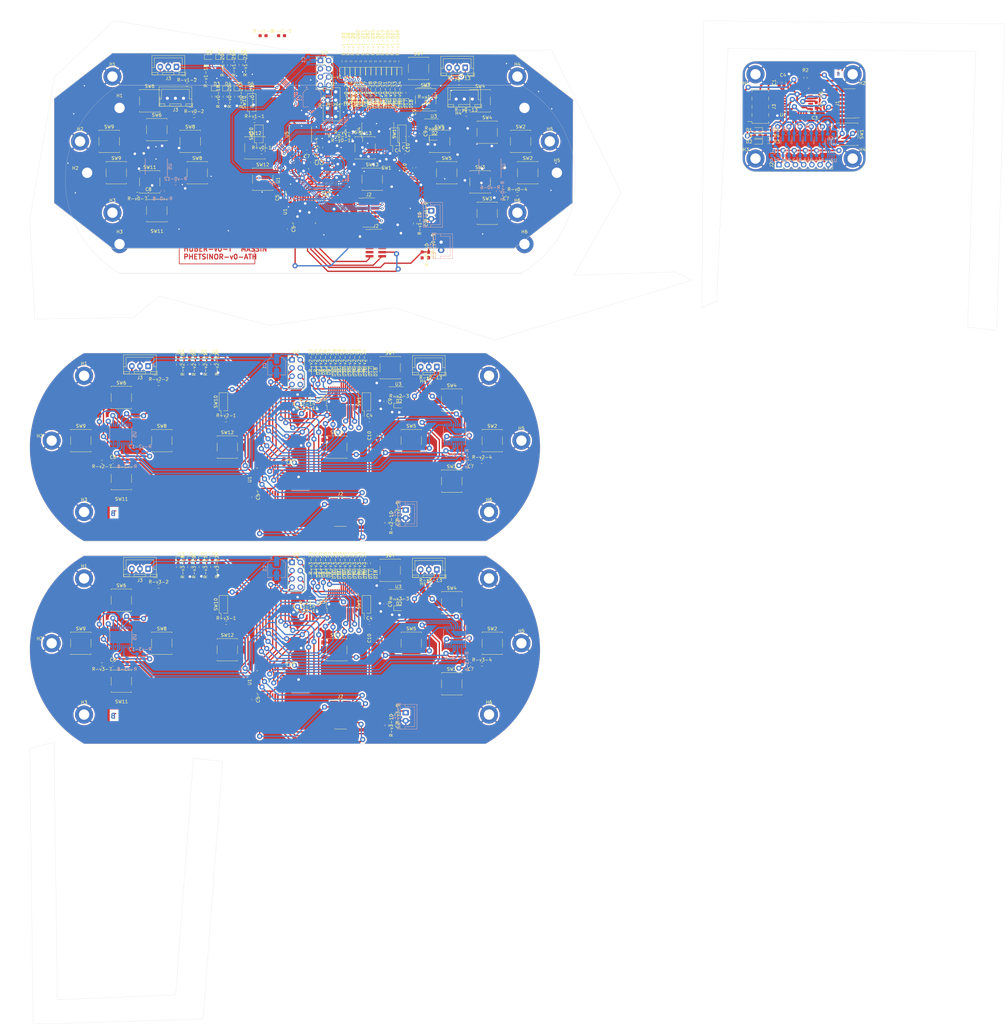
<source format=kicad_pcb>
(kicad_pcb (version 20221018) (generator pcbnew)
  (layers (0 "F.Cu" signal) (31 "B.Cu" signal) (34 "B.Paste" user) (35 "F.Paste" user) (36 "B.SilkS" user "B.Silkscreen") (37 "F.SilkS" user "F.Silkscreen") (38 "B.Mask" user) (39 "F.Mask" user) (44 "Edge.Cuts" user))
  (net 0 "")
  (net 1 "Glob_Alim-v0-")
  (net 2 "GND-v0-")
  (net 3 "POWER-v0-_CHECK-v0-")
  (net 4 "L-v0-i-ion-v0-")
  (net 5 "Net-(C7-Pad1)-v0-")
  (net 6 "Net-(C8-Pad1)-v0-")
  (net 7 "Net-(U3-BP)-v0-")
  (net 8 "Net-(D2-A)-v0-")
  (net 9 "Net-(D3-K)-v0-")
  (net 10 "Net-(D3-A)-v0-")
  (net 11 "Net-(D4-K)-v0-")
  (net 12 "Net-(D4-A)-v0-")
  (net 13 "Net-(D5-K)-v0-")
  (net 14 "Net-(D5-A)-v0-")
  (net 15 "Net-(D6-K)-v0-")
  (net 16 "Net-(D6-A)-v0-")
  (net 17 "Net-(D7-K)-v0-")
  (net 18 "Net-(D7-A)-v0-")
  (net 19 "Net-(D8-K)-v0-")
  (net 20 "Net-(D8-A)-v0-")
  (net 21 "Net-(D9-K)-v0-")
  (net 22 "Net-(D9-A)-v0-")
  (net 23 "Net-(D10-K)-v0-")
  (net 24 "Net-(D10-A)-v0-")
  (net 25 "Net-(D11-K)-v0-")
  (net 26 "Net-(D11-A)-v0-")
  (net 27 "Net-(D12-K)-v0-")
  (net 28 "Net-(D12-A)-v0-")
  (net 29 "Net-(D13-K)-v0-")
  (net 30 "Net-(D13-A)-v0-")
  (net 31 "Net-(D14-K)-v0-")
  (net 32 "Net-(D14-A)-v0-")
  (net 33 "Net-(D15-K)-v0-")
  (net 34 "Net-(D15-A)-v0-")
  (net 35 "Net-(D16-K)-v0-")
  (net 36 "Net-(D16-A)-v0-")
  (net 37 "Net-(D17-K)-v0-")
  (net 38 "Net-(D17-A)-v0-")
  (net 39 "Net-(D18-K)-v0-")
  (net 40 "Net-(D18-A)-v0-")
  (net 43 "SWDIO-v0-")
  (net 44 "SWDCK-v0-")
  (net 48 "R-v0-eset_Buton -v0-")
  (net 49 "USAR-v0-T2_R-v0-X-v0-")
  (net 50 "USAR-v0-T2_TX-v0-")
  (net 51 "R-v0-")
  (net 52 "L-v0-")
  (net 53 "NES{slash}SNES_switcher-v0-")
  (net 54 "DIO{slash}EX_CL-v0-K")
  (net 55 "DIO{slash}EX_SDA-v0-")
  (net 56 "DIODE_OE-v0-")
  (net 57 "Net-(#FL-v0-G05-pwr)")
  (net 58 "A_Button-v0-")
  (net 59 "B_Button-v0-")
  (net 60 "X_Button-v0-")
  (net 61 "Y_Button-v0-")
  (net 62 "UC_Button-v0-")
  (net 63 "Order_Search-v0-")
  (net 64 "L-v0-C_Button")
  (net 65 "R-v0-C_Button")
  (net 66 "DC_Button-v0-")
  (net 67 "ST_Button-v0-")
  (net 68 "SE_Button-v0-")
  (net 73 "Pin_Clock-v0-")
  (net 74 "Digital_Out_Put-v0-")
  (net 75 "MOSI-v0-")
  (net 79 "R-v0-X{slash}TX")
  (net 81 "CSN_nR-v0-F24")
  (net 99 "POWER-v1-_CHECK-v1-")
  (net 100 "GND-v1-")
  (net 101 "L-v1-i-ion-v1-")
  (net 102 "Net-(U3-BP)-v1-")
  (net 103 "Glob_Alim-v1-")
  (net 104 "Net-(D2-A)-v1-")
  (net 105 "Net-(D3-K)-v1-")
  (net 106 "Net-(D3-A)-v1-")
  (net 107 "Net-(D4-K)-v1-")
  (net 108 "Net-(D4-A)-v1-")
  (net 109 "Net-(D5-K)-v1-")
  (net 110 "Net-(D5-A)-v1-")
  (net 111 "Net-(D6-K)-v1-")
  (net 112 "Net-(D6-A)-v1-")
  (net 113 "Net-(D7-K)-v1-")
  (net 114 "Net-(D7-A)-v1-")
  (net 115 "Net-(D8-K)-v1-")
  (net 116 "Net-(D8-A)-v1-")
  (net 117 "Net-(D9-K)-v1-")
  (net 118 "Net-(D9-A)-v1-")
  (net 119 "Net-(D10-K)-v1-")
  (net 120 "Net-(D10-A)-v1-")
  (net 121 "Net-(D11-K)-v1-")
  (net 122 "Net-(D11-A)-v1-")
  (net 123 "Net-(D12-K)-v1-")
  (net 124 "Net-(D12-A)-v1-")
  (net 125 "Net-(D13-K)-v1-")
  (net 126 "Net-(D13-A)-v1-")
  (net 127 "Net-(D14-K)-v1-")
  (net 128 "Net-(D14-A)-v1-")
  (net 129 "Net-(D15-K)-v1-")
  (net 130 "Net-(D15-A)-v1-")
  (net 131 "Net-(D16-K)-v1-")
  (net 132 "Net-(D16-A)-v1-")
  (net 133 "Net-(D17-K)-v1-")
  (net 134 "Net-(D17-A)-v1-")
  (net 135 "Net-(D18-K)-v1-")
  (net 136 "Net-(D18-A)-v1-")
  (net 139 "SWDIO-v1-")
  (net 140 "SWDCK-v1-")
  (net 144 "R-v1-eset_Buton -v1-")
  (net 145 "USAR-v1-T2_R-v1-X-v1-")
  (net 146 "USAR-v1-T2_TX-v1-")
  (net 147 "NES{slash}SNES_switcher-v1-")
  (net 148 "R-v1-")
  (net 149 "A_Button-v1-")
  (net 150 "B_Button-v1-")
  (net 151 "X_Button-v1-")
  (net 152 "Y_Button-v1-")
  (net 153 "UC_Button-v1-")
  (net 154 "L-v1-C_Button-v1-")
  (net 155 "DIODE_SDA-v1-")
  (net 156 "R-v1-C_Button")
  (net 157 "L-v1-")
  (net 158 "DIODE_CL-v1-K")
  (net 159 "DC_Button-v1-")
  (net 160 "DIODE_OE-v1-")
  (net 161 "ST_Button-v1-")
  (net 162 "SE_Button-v1-")
  (net 163 "Order_Search-v1-")
  (net 164 "R-v1-X{slash}TX")
  (net 165 "Net-(C7-Pad1)-v1-")
  (net 166 "Pin_Clock-v1-")
  (net 167 "Digital_Out_Put-v1-")
  (net 168 "MOSI-v1-")
  (net 169 "GPIO_EX_CL-v1-K")
  (net 172 "GPIO_EX_SER-v1-IAL-v1-_DATA")
  (net 173 "Net-(U3-IN)-v1-")
  (net 174 "CSN_nR-v1-F24")
  (net 184 "Glob_Alim-v2-")
  (net 185 "GND-v2-")
  (net 186 "POWER-v2-_CHECK-v2-")
  (net 187 "L-v2-i-ion-v2-")
  (net 188 "Net-(C7-Pad1)-v2-")
  (net 189 "Net-(C8-Pad1)-v2-")
  (net 190 "Net-(U3-BP)-v2-")
  (net 191 "Net-(D2-A)-v2-")
  (net 192 "Net-(D3-K)-v2-")
  (net 193 "Net-(D3-A)-v2-")
  (net 194 "Net-(D4-K)-v2-")
  (net 195 "Net-(D4-A)-v2-")
  (net 196 "Net-(D5-K)-v2-")
  (net 197 "Net-(D5-A)-v2-")
  (net 198 "Net-(D6-K)-v2-")
  (net 199 "Net-(D6-A)-v2-")
  (net 200 "Net-(D7-K)-v2-")
  (net 201 "Net-(D7-A)-v2-")
  (net 202 "Net-(D8-K)-v2-")
  (net 203 "Net-(D8-A)-v2-")
  (net 204 "Net-(D9-K)-v2-")
  (net 205 "Net-(D9-A)-v2-")
  (net 206 "Net-(D10-K)-v2-")
  (net 207 "Net-(D10-A)-v2-")
  (net 208 "Net-(D11-K)-v2-")
  (net 209 "Net-(D11-A)-v2-")
  (net 210 "Net-(D12-K)-v2-")
  (net 211 "Net-(D12-A)-v2-")
  (net 212 "Net-(D13-K)-v2-")
  (net 213 "Net-(D13-A)-v2-")
  (net 214 "Net-(D14-K)-v2-")
  (net 215 "Net-(D14-A)-v2-")
  (net 216 "Net-(D15-K)-v2-")
  (net 217 "Net-(D15-A)-v2-")
  (net 218 "Net-(D16-K)-v2-")
  (net 219 "Net-(D16-A)-v2-")
  (net 220 "Net-(D17-K)-v2-")
  (net 221 "Net-(D17-A)-v2-")
  (net 222 "Net-(D18-K)-v2-")
  (net 223 "Net-(D18-A)-v2-")
  (net 226 "SWDIO-v2-")
  (net 227 "SWDCK-v2-")
  (net 231 "R-v2-eset_Buton -v2-")
  (net 232 "USAR-v2-T2_R-v2-X-v2-")
  (net 233 "USAR-v2-T2_TX-v2-")
  (net 234 "R-v2-")
  (net 235 "L-v2-")
  (net 236 "NES{slash}SNES_switcher-v2-")
  (net 237 "DIO{slash}EX_CL-v2-K")
  (net 238 "DIO{slash}EX_SDA-v2-")
  (net 239 "DIODE_OE-v2-")
  (net 240 "Net-(#FL-v2-G05-pwr)")
  (net 241 "A_Button-v2-")
  (net 242 "B_Button-v2-")
  (net 243 "X_Button-v2-")
  (net 244 "Y_Button-v2-")
  (net 245 "UC_Button-v2-")
  (net 246 "Order_Search-v2-")
  (net 247 "L-v2-C_Button")
  (net 248 "R-v2-C_Button")
  (net 249 "DC_Button-v2-")
  (net 250 "ST_Button-v2-")
  (net 251 "SE_Button-v2-")
  (net 256 "Pin_Clock-v2-")
  (net 257 "Digital_Out_Put-v2-")
  (net 258 "MOSI-v2-")
  (net 262 "R-v2-X{slash}TX")
  (net 264 "CSN_nR-v2-F24")
  (net 282 "Glob_Alim-v3-")
  (net 283 "GND-v3-")
  (net 284 "POWER-v3-_CHECK-v3-")
  (net 285 "L-v3-i-ion-v3-")
  (net 286 "Net-(C7-Pad1)-v3-")
  (net 287 "Net-(C8-Pad1)-v3-")
  (net 288 "Net-(U3-BP)-v3-")
  (net 289 "Net-(D2-A)-v3-")
  (net 290 "Net-(D3-K)-v3-")
  (net 291 "Net-(D3-A)-v3-")
  (net 292 "Net-(D4-K)-v3-")
  (net 293 "Net-(D4-A)-v3-")
  (net 294 "Net-(D5-K)-v3-")
  (net 295 "Net-(D5-A)-v3-")
  (net 296 "Net-(D6-K)-v3-")
  (net 297 "Net-(D6-A)-v3-")
  (net 298 "Net-(D7-K)-v3-")
  (net 299 "Net-(D7-A)-v3-")
  (net 300 "Net-(D8-K)-v3-")
  (net 301 "Net-(D8-A)-v3-")
  (net 302 "Net-(D9-K)-v3-")
  (net 303 "Net-(D9-A)-v3-")
  (net 304 "Net-(D10-K)-v3-")
  (net 305 "Net-(D10-A)-v3-")
  (net 306 "Net-(D11-K)-v3-")
  (net 307 "Net-(D11-A)-v3-")
  (net 308 "Net-(D12-K)-v3-")
  (net 309 "Net-(D12-A)-v3-")
  (net 310 "Net-(D13-K)-v3-")
  (net 311 "Net-(D13-A)-v3-")
  (net 312 "Net-(D14-K)-v3-")
  (net 313 "Net-(D14-A)-v3-")
  (net 314 "Net-(D15-K)-v3-")
  (net 315 "Net-(D15-A)-v3-")
  (net 316 "Net-(D16-K)-v3-")
  (net 317 "Net-(D16-A)-v3-")
  (net 318 "Net-(D17-K)-v3-")
  (net 319 "Net-(D17-A)-v3-")
  (net 320 "Net-(D18-K)-v3-")
  (net 321 "Net-(D18-A)-v3-")
  (net 324 "SWDIO-v3-")
  (net 325 "SWDCK-v3-")
  (net 329 "R-v3-eset_Buton -v3-")
  (net 330 "USAR-v3-T2_R-v3-X-v3-")
  (net 331 "USAR-v3-T2_TX-v3-")
  (net 332 "R-v3-")
  (net 333 "L-v3-")
  (net 334 "NES{slash}SNES_switcher-v3-")
  (net 335 "DIO{slash}EX_CL-v3-K")
  (net 336 "DIO{slash}EX_SDA-v3-")
  (net 337 "DIODE_OE-v3-")
  (net 338 "Net-(#FL-v3-G05-pwr)")
  (net 339 "A_Button-v3-")
  (net 340 "B_Button-v3-")
  (net 341 "X_Button-v3-")
  (net 342 "Y_Button-v3-")
  (net 343 "UC_Button-v3-")
  (net 344 "Order_Search-v3-")
  (net 345 "L-v3-C_Button")
  (net 346 "R-v3-C_Button")
  (net 347 "DC_Button-v3-")
  (net 348 "ST_Button-v3-")
  (net 349 "SE_Button-v3-")
  (net 354 "Pin_Clock-v3-")
  (net 355 "Digital_Out_Put-v3-")
  (net 356 "MOSI-v3-")
  (net 360 "R-v3-X{slash}TX")
  (net 362 "CSN_nR-v3-F24")
  (net 380 "+5V-v6-")
  (net 381 "GND-v6-")
  (net 382 "+3.3V-v6-")
  (net 383 "Net-(D1-K)-v6-")
  (net 385 "Net-(D3-K)-v6-")
  (net 386 "Status_LED-v6-")
  (net 387 "Data_Clock_SNES-v6-")
  (net 388 "Data_Latch_SNES-v6-")
  (net 389 "Net-(D2-K)-v6-")
  (net 390 "Serial_Data1_SNES-v6-")
  (net 391 "Serial_Data2_SNES-v6-")
  (net 392 "SPI_Chip_Select-v6-")
  (net 393 "Chip_Enable-v6-")
  (net 394 "SPI_Digital_Input-v6-")
  (net 395 "SPI_Clock-v6-")
  (net 396 "SPI_Digital_Output-v6-")
  (net 397 "IOBit_SNES-v6-")
  (net 398 "Data_Clock_STM32-v6-")
  (net 399 "Data_Latch_STM32-v6-")
  (net 400 "Appairing_Btn-v6-")
  (net 401 "Net-(U2-BP)-v6-")
  (net 402 "SWDIO-v6-")
  (net 403 "SWDCK-v6-")
  (net 406 "NRST-v6-")
  (net 407 "USART2_RX-v6-")
  (net 408 "USART2_TX-v6-")
  (net 409 "Serial_Data1_STM32-v6-")
  (net 410 "IOBit_STM32-v6-")
  (net 411 "Serial_Data2_STM32-v6-")
  (footprint "Button_Switch_SMD:SW_SPST_B3S-1000" (layer "F.Cu") (at 27.938491 48.132725)
    (fp_text reference "SW9")
    (fp_text value "SW_Push")
  )
  (footprint "R-v3-esistor_SMD:R-v3-_0603_1608Metric_Pad0.98x0.95mm_HandSolder" (layer "F.Cu") (at 40.988222 175.75)
    (fp_text reference "R-v3-2")
    (fp_text value "1K")
  )
  (footprint "R-v3-esistor_SMD:R-v3-_0603_1608Metric_Pad0.98x0.95mm_HandSolder" (layer "F.Cu") (at 47.013222 169.725 -90)
    (fp_text reference "R-v3-18")
    (fp_text value "1K")
  )
  (footprint "Package_SO:TSSOP-28_4.4x9.7mm_P0.65mm" (layer "F.Cu") (at 106.484 25.363994 90)
    (fp_text reference "U4")
    (fp_text value "PCA9685PW")
  )
  (footprint "L-v1-ED_SMD:L-v1-ED_0603_1608Metric_Pad1.05x0.95mm_HandSolder" (layer "F.Cu") (at 104.075 17.274994 -90)
    (fp_text reference "D11")
    (fp_text value "O1")
  )
  (footprint "Resistor_SMD:R_0603_1608Metric_Pad0.98x0.95mm_HandSolder" (layer "F.Cu") (at 229.26875 34.95)
    (fp_text reference "R1")
    (fp_text value "1k")
  )
  (footprint "L-v0-ED_SMD:L-v0-ED_0603_1608Metric_Pad1.05x0.95mm_HandSolder" (layer "F.Cu") (at 65.938491 22.132725)
    (fp_text reference "D5")
    (fp_text value "G3")
  )
  (footprint "Connector_PinHeader_1.27mm:PinHeader_2x07_P1.27mm_Vertical_SMD" (layer "F.Cu") (at 108.063491 70.072725)
    (fp_text reference "J2")
    (fp_text value "Conn_02x07_Odd_Even")
  )
  (footprint "L-v3-ED_SMD:L-v3-ED_0603_1608Metric_Pad1.05x0.95mm_HandSolder" (layer "F.Cu") (at 96.948222 172.0625 -90)
    (fp_text reference "D12")
    (fp_text value "O2")
  )
  (footprint "Button_Switch_SMD:SW_SPST_B3S-1000" (layer "F.Cu") (at 131.488222 118.25)
    (fp_text reference "SW4")
    (fp_text value "SW_Push")
  )
  (footprint "R-v3-esistor_SMD:R-v3-_0603_1608Metric_Pad0.98x0.95mm_HandSolder" (layer "F.Cu") (at 89.388222 168.5625 90)
    (fp_text reference "R-v3-23")
    (fp_text value "1K")
  )
  (footprint "L-v0-ED_SMD:L-v0-ED_0603_1608Metric_Pad1.05x0.95mm_HandSolder" (layer "F.Cu") (at 58.938491 22.132725)
    (fp_text reference "D3")
    (fp_text value "G1")
  )
  (footprint "L-v0-ED_SMD:L-v0-ED_0603_1608Metric_Pad1.05x0.95mm_HandSolder" (layer "F.Cu") (at 69.438491 22.132725)
    (fp_text reference "D6")
    (fp_text value "G4")
  )
  (footprint "Button_Switch_SMD:SW_DIP_SPSTx01_Slide_Copal_CHS-01B_W7.62mm_P1.27mm" (layer "F.Cu") (at 71.938491 36.132725 90)
    (fp_text reference "SW10")
    (fp_text value "SW_DIP_x01")
  )
  (footprint "R-v0-esistor_SMD:R-v0-_0603_1608Metric_Pad0.98x0.95mm_HandSolder" (layer "F.Cu") (at 122.338491 73.470225 -90)
    (fp_text reference "R-v0-10")
    (fp_text value "1M")
  )
  (footprint "Capacitor_SMD:C_0603_1608Metric_Pad1.08x0.95mm_HandSolder" (layer "F.Cu") (at 121.988491 36.032725 -90)
    (fp_text reference "C9")
    (fp_text value "470p")
  )
  (footprint "Connector_PinHeader_2.54mm:PinHeader_2x04_P2.54mm_Vertical" (layer "F.Cu") (at 82.188222 105.81)
    (fp_text reference "U2")
    (fp_text value "nR-v2-F24_Full")
  )
  (footprint "Capacitor_SMD:C_0603_1608Metric_Pad1.08x0.95mm_HandSolder" (layer "F.Cu") (at 106.083222 186.95)
    (fp_text reference "C4")
    (fp_text value "1u")
  )
  (footprint "R-v1-esistor_SMD:R-v1-_0603_1608Metric_Pad0.98x0.95mm_HandSolder" (layer "F.Cu") (at 99.118 25.871994)
    (fp_text reference "R-v1-14")
    (fp_text value "10K")
  )
  (footprint "R-v0-esistor_SMD:R-v0-_0603_1608Metric_Pad0.98x0.95mm_HandSolder" (layer "F.Cu") (at 96.748491 38.232725)
    (fp_text reference "R-v0-14")
    (fp_text value "10K")
  )
  (footprint "L-v1-ED_SMD:L-v1-ED_0603_1608Metric_Pad1.05x0.95mm_HandSolder" (layer "F.Cu") (at 102.475 17.274994 -90)
    (fp_text reference "D10")
    (fp_text value "G8")
  )
  (footprint "R-v0-esistor_SMD:R-v0-_0603_1608Metric_Pad0.98x0.95mm_HandSolder" (layer "F.Cu") (at 107.838491 23.445225 90)
    (fp_text reference "R-v0-28")
    (fp_text value "1K")
  )
  (footprint "R-v2-esistor_SMD:R-v2-_0603_1608Metric_Pad0.98x0.95mm_HandSolder" (layer "F.Cu") (at 102.888222 106.0625 90)
    (fp_text reference "R-v2-32")
    (fp_text value "1K")
  )
  (footprint "Package_SO:MSOP-8_3x3mm_P0.65mm" (layer "F.Cu") (at 114.988222 178.25)
    (fp_text reference "U3")
    (fp_text value "MIC5219-3.3YMM")
  )
  (footprint "Capacitor_SMD:C_0603_1608Metric_Pad1.08x0.95mm_HandSolder" (layer "F.Cu") (at 81.240491 65.526725 -90)
    (fp_text reference "C5")
    (fp_text value "100n")
  )
  (footprint "R-v0-esistor_SMD:R-v0-_0603_1608Metric_Pad0.98x0.95mm_HandSolder" (layer "F.Cu") (at 51.938491 30.632725)
    (fp_text reference "R-v0-2")
    (fp_text value "1K")
  )
  (footprint "R-v0-esistor_SMD:R-v0-_0603_1608Metric_Pad0.98x0.95mm_HandSolder" (layer "F.Cu") (at 104.838491 23.445225 90)
    (fp_text reference "R-v0-26")
    (fp_text value "1K")
  )
  (footprint "MountingHole:MountingHole_3.2mm_M3_DIN965_Pad" (layer "F.Cu") (at 152.988222 193.25)
    (fp_text reference "H5")
    (fp_text value "MountingHole_Pad")
  )
  (footprint "Button_Switch_SMD:SW_SPST_B3S-1000" (layer "F.Cu") (at 127.75 38.449994)
    (fp_text reference "SW5")
    (fp_text value "SW_Push")
  )
  (footprint "R-v0-esistor_SMD:R-v0-_0603_1608Metric_Pad0.98x0.95mm_HandSolder" (layer "F.Cu") (at 98.748491 34.232725 180)
    (fp_text reference "R-v0-16")
    (fp_text value "10K")
  )
  (footprint "Resistor_SMD:R_0603_1608Metric_Pad0.98x0.95mm_HandSolder" (layer "F.Cu") (at 229.26875 36.75)
    (fp_text reference "R4")
    (fp_text value "1k")
  )
  (footprint "L-v3-ED_SMD:L-v3-ED_0603_1608Metric_Pad1.05x0.95mm_HandSolder" (layer "F.Cu") (at 106.588222 172.05 -90)
    (fp_text reference "D18")
    (fp_text value "R-v3-4")
  )
  (footprint "L-v2-ED_SMD:L-v2-ED_0603_1608Metric_Pad1.05x0.95mm_HandSolder" (layer "F.Cu") (at 101.763222 109.55 -90)
    (fp_text reference "D15")
    (fp_text value "R-v2-1")
  )
  (footprint "Capacitor_SMD:C_0603_1608Metric_Pad1.08x0.95mm_HandSolder" (layer "F.Cu") (at 81.212222 137.222 -90)
    (fp_text reference "C6")
    (fp_text value "10u")
  )
  (footprint "R-v3-esistor_SMD:R-v3-_0603_1608Metric_Pad0.98x0.95mm_HandSolder" (layer "F.Cu") (at 111.388222 218.5875 -90)
    (fp_text reference "R-v3-10")
    (fp_text value "1M")
  )
  (footprint "Capacitor_SMD:C_0603_1608Metric_Pad1.08x0.95mm_HandSolder" (layer "F.Cu") (at 113.388222 218.5875 -90)
    (fp_text reference "C2")
    (fp_text value "1nF")
  )
  (footprint "R-v2-esistor_SMD:R-v2-_0603_1608Metric_Pad0.98x0.95mm_HandSolder" (layer "F.Cu") (at 101.388222 106.0625 90)
    (fp_text reference "R-v2-31")
    (fp_text value "1K")
  )
  (footprint "Capacitor_SMD:C_0603_1608Metric_Pad1.08x0.95mm_HandSolder" (layer "F.Cu") (at 148.250515 54.682725 180)
    (fp_text reference "C7")
    (fp_text value "100nF")
  )
  (footprint "Button_Switch_SMD:SW_SPST_B3S-1000" (layer "F.Cu") (at 29.488222 142.45)
    (fp_text reference "SW11")
    (fp_text value "SW_Push")
  )
  (footprint "R-v1-esistor_SMD:R-v1-_0603_1608Metric_Pad0.98x0.95mm_HandSolder" (layer "F.Cu") (at 99.65 13.762494 90)
    (fp_text reference "R-v1-24")
    (fp_text value "1K")
  )
  (footprint "Button_Switch_SMD:SW_SPST_B3S-1000" (layer "F.Cu") (at 16.988222 130.75)
    (fp_text reference "SW9")
    (fp_text value "SW_Push")
  )
  (footprint "R-v0-esistor_SMD:R-v0-_0603_1608Metric_Pad0.98x0.95mm_HandSolder" (layer "F.Cu") (at 68.538491 24.557725 -90)
    (fp_text reference "R-v0-22")
    (fp_text value "1K")
  )
  (footprint "R-v1-esistor_SMD:R-v1-_0603_1608Metric_Pad0.98x0.95mm_HandSolder" (layer "F.Cu") (at 91.15 40.337494 90)
    (fp_text reference "R-v1-4")
    (fp_text value "10k")
  )
  (footprint "Button_Switch_SMD:SW_SPST_B3S-1000" (layer "F.Cu") (at 41.988222 130.75)
    (fp_text reference "SW8")
    (fp_text value "SW_Push")
  )
  (footprint "Button_Switch_SMD:SW_SPST_B3S-1000" (layer "F.Cu") (at 143.988222 193.25)
    (fp_text reference "SW2")
    (fp_text value "SW_Push")
  )
  (footprint "Button_Switch_SMD:SW_DIP_SPSTx01_Slide_Copal_CHS-01B_W7.62mm_P1.27mm" (layer "F.Cu") (at 60.988222 118.75 90)
    (fp_text reference "SW10")
    (fp_text value "SW_DIP_x01")
  )
  (footprint "MountingHole:MountingHole_3.2mm_M3_DIN965_Pad" (layer "F.Cu") (at 225.25 17.75)
    (fp_text reference "H1")
    (fp_text value "MountingHole_Pad")
  )
  (footprint "L-v2-ED_SMD:L-v2-ED_0603_1608Metric_Pad1.05x0.95mm_HandSolder" (layer "F.Cu") (at 104.963222 109.55 -90)
    (fp_text reference "D17")
    (fp_text value "R-v2-3")
  )
  (footprint "L-v1-ED_SMD:L-v1-ED_0603_1608Metric_Pad1.05x0.95mm_HandSolder" (layer "F.Cu") (at 60.25 12.449994)
    (fp_text reference "D4")
    (fp_text value "G2")
  )
  (footprint "L-v2-ED_SMD:L-v2-ED_0603_1608Metric_Pad1.05x0.95mm_HandSolder" (layer "F.Cu") (at 92.113222 109.575 -90)
    (fp_text reference "D9")
    (fp_text value "G7")
  )
  (footprint "Button_Switch_SMD:SW_SPST_B3S-1000" (layer "F.Cu") (at 25.75 38.449994)
    (fp_text reference "SW9")
    (fp_text value "SW_Push")
  )
  (footprint "R-v1-esistor_SMD:R-v1-_0603_1608Metric_Pad0.98x0.95mm_HandSolder" (layer "F.Cu") (at 114.65 13.762494 90)
    (fp_text reference "R-v1-34")
    (fp_text value "1K")
  )
  (footprint "Connector_PinHeader_1.27mm:PinHeader_2x07_P1.27mm_Vertical_SMD" (layer "F.Cu") (at 254.25 26.75 180)
    (fp_text reference "J1")
    (fp_text value "Conn_02x07_Odd_Even")
  )
  (footprint "Capacitor_SMD:C_0603_1608Metric_Pad1.08x0.95mm_HandSolder" (layer "F.Cu") (at 122.15 63.787494 -90)
    (fp_text reference "C2")
    (fp_text value "1nF")
  )
  (footprint "L-v2-ED_SMD:L-v2-ED_0603_1608Metric_Pad1.05x0.95mm_HandSolder" (layer "F.Cu") (at 51.488222 104.75)
    (fp_text reference "D4")
    (fp_text value "G2")
  )
  (footprint "R-v3-esistor_SMD:R-v3-_0603_1608Metric_Pad0.98x0.95mm_HandSolder" (layer "F.Cu") (at 96.888222 168.5625 90)
    (fp_text reference "R-v3-28")
    (fp_text value "1K")
  )
  (footprint "L-v2-ED_SMD:L-v2-ED_0603_1608Metric_Pad1.05x0.95mm_HandSolder" (layer "F.Cu") (at 54.988222 104.75)
    (fp_text reference "D5")
    (fp_text value "G3")
  )
  (footprint "L-v0-ED_SMD:L-v0-ED_0603_1608Metric_Pad1.05x0.95mm_HandSolder" (layer "F.Cu") (at 111.113491 26.932725 -90)
    (fp_text reference "D14")
    (fp_text value "O4")
  )
  (footprint "Package_SO:TSSOP-28_4.4x9.7mm_P0.65mm" (layer "F.Cu") (at 108.672491 35.046725 90)
    (fp_text reference "U4")
    (fp_text value "PCA9685PW")
  )
  (footprint "R-v0-esistor_SMD:R-v0-_0603_1608Metric_Pad0.98x0.95mm_HandSolder" (layer "F.Cu") (at 151.750515 54.682725)
    (fp_text reference "R-v0-4")
    (fp_text value "1k")
  )
  (footprint "L-v2-ED_SMD:L-v2-ED_0603_1608Metric_Pad1.05x0.95mm_HandSolder" (layer "F.Cu") (at 95.313222 109.575 -90)
    (fp_text reference "D11")
    (fp_text value "O1")
  )
  (footprint "Capacitor_SMD:C_0603_1608Metric_Pad1.08x0.95mm_HandSolder" (layer "F.Cu") (at 111.038222 181.15 -90)
    (fp_text reference "C9")
    (fp_text value "470p")
  )
  (footprint "L-v1-ED_SMD:L-v1-ED_0603_1608Metric_Pad1.05x0.95mm_HandSolder" (layer "F.Cu") (at 108.925 17.249994 -90)
    (fp_text reference "D14")
    (fp_text value "O4")
  )
  (footprint "MountingHole:MountingHole_3.2mm_M3_DIN965_Pad" (layer "F.Cu") (at 17.988222 173.25)
    (fp_text reference "H1")
    (fp_text value "MountingHole_Pad")
  )
  (footprint "L-v0-ED_SMD:L-v0-ED_0603_1608Metric_Pad1.05x0.95mm_HandSolder" (layer "F.Cu") (at 62.438491 22.132725)
    (fp_text reference "D4")
    (fp_text value "G2")
  )
  (footprint "Button_Switch_SMD:SW_SPST_B3S-1000" (layer "F.Cu") (at 106.938491 50.132725)
    (fp_text reference "SW13")
    (fp_text value "SW_Push")
  )
  (footprint "L-v1-ED_SMD:L-v1-ED_0603_1608Metric_Pad1.05x0.95mm_HandSolder" (layer "F.Cu") (at 63.75 12.449994)
    (fp_text reference "D5")
    (fp_text value "G3")
  )
  (footprint "L-v0-ED_SMD:L-v0-ED_0603_1608Metric_Pad1.05x0.95mm_HandSolder" (layer "F.Cu") (at 115.913491 26.932725 -90)
    (fp_text reference "D17")
    (fp_text value "R-v0-3")
  )
  (footprint "L-v0-ED_SMD:L-v0-ED_0603_1608Metric_Pad1.05x0.95mm_HandSolder" (layer "F.Cu") (at 114.313491 26.932725 -90)
    (fp_text reference "D16")
    (fp_text value "R-v0-2")
  )
  (footprint "Button_Switch_SMD:SW_SPST_B3S-1000" (layer "F.Cu") (at 104.75 40.449994)
    (fp_text reference "SW13")
    (fp_text value "SW_Push")
  )
  (footprint "L-v3-ED_SMD:L-v3-ED_0603_1608Metric_Pad1.05x0.95mm_HandSolder" (layer "F.Cu") (at 100.163222 172.05 -90)
    (fp_text reference "D14")
    (fp_text value "O4")
  )
  (footprint "MountingHole:MountingHole_3.2mm_M3_DIN965_Pad" (layer "F.Cu") (at 18.938491 48.132725)
    (fp_text reference "H2")
    (fp_text value "MountingHole_Pad")
  )
  (footprint "MountingHole:MountingHole_3.2mm_M3_DIN965_Pad" (layer "F.Cu") (at 7.988222 130.75)
    (fp_text reference "H2")
    (fp_text value "MountingHole_Pad")
  )
  (footprint "R-v1-esistor_SMD:R-v1-_0603_1608Metric_Pad0.98x0.95mm_HandSolder" (layer "F.Cu") (at 111.65 13.762494 90)
    (fp_text reference "R-v1-32")
    (fp_text value "1K")
  )
  (footprint "L-v0-ED_SMD:L-v0-ED_0603_1608Metric_Pad1.05x0.95mm_HandSolder" (layer "F.Cu") (at 103.063491 26.957725 -90)
    (fp_text reference "D9")
    (fp_text value "G7")
  )
  (footprint "Connector_JST:JST_XH_B3B-XH-A_1x03_P2.50mm_Vertical" (layer "F.Cu") (at 135.654 15.711994 180)
    (fp_text reference "J4")
    (fp_text value "Conn_01x03")
  )
  (footprint "Capacitor_SMD:C_0603_1608Metric_Pad1.08x0.95mm_HandSolder" (layer "F.Cu") (at 37.846467 54.682725)
    (fp_text reference "C8")
    (fp_text value "100nF")
  )
  (footprint "R-v0-esistor_SMD:R-v0-_0603_1608Metric_Pad0.98x0.95mm_HandSolder" (layer "F.Cu") (at 100.338491 23.445225 90)
    (fp_text reference "R-v0-23")
    (fp_text value "1K")
  )
  (footprint "L-v3-ED_SMD:L-v3-ED_0603_1608Metric_Pad1.05x0.95mm_HandSolder" (layer "F.Cu") (at 101.763222 172.05 -90)
    (fp_text reference "D15")
    (fp_text value "R-v3-1")
  )
  (footprint "L-v2-ED_SMD:L-v2-ED_0603_1608Metric_Pad1.05x0.95mm_HandSolder" (layer "F.Cu") (at 96.948222 109.5625 -90)
    (fp_text reference "D12")
    (fp_text value "O2")
  )
  (footprint "R-v1-esistor_SMD:R-v1-_0603_1608Metric_Pad0.98x0.95mm_HandSolder" (layer "F.Cu") (at 122.15 60.249994 -90)
    (fp_text reference "R-v1-9")
    (fp_text value "1M")
  )
  (footprint "Connector_PinHeader_2.54mm:PinHeader_1x07_P2.54mm_Vertical" (layer "F.Cu") (at 232.5 45.65 90)
    (fp_text reference "J2")
    (fp_text value "Conn_01x07_Socket")
  )
  (footprint "L-v1-ED_SMD:L-v1-ED_0603_1608Metric_Pad1.05x0.95mm_HandSolder" (layer "F.Cu") (at 110.525 17.249994 -90)
    (fp_text reference "D15")
    (fp_text value "R-v1-1")
  )
  (footprint "R-v3-esistor_SMD:R-v3-_0603_1608Metric_Pad0.98x0.95mm_HandSolder" (layer "F.Cu") (at 90.888222 168.5625 90)
    (fp_text reference "R-v3-24")
    (fp_text value "1K")
  )
  (footprint "R-v2-esistor_SMD:R-v2-_0603_1608Metric_Pad0.98x0.95mm_HandSolder" (layer "F.Cu") (at 104.388222 106.0625 90)
    (fp_text reference "R-v2-33")
    (fp_text value "1K")
  )
  (footprint "Button_Switch_SMD:SW_SPST_B3S-1000" (layer "F.Cu") (at 112.488222 170.75)
    (fp_text reference "SW7")
    (fp_text value "SW_SPST")
  )
  (footprint "Button_Switch_SMD:SW_SPST_B3S-1000" (layer "F.Cu") (at 131.488222 205.75)
    (fp_text reference "SW3")
    (fp_text value "SW_Push")
  )
  (footprint "L-v0-ED_SMD:L-v0-ED_0603_1608Metric_Pad1.05x0.95mm_HandSolder" (layer "F.Cu") (at 99.863491 26.957725 -90)
    (fp_text reference "D7")
    (fp_text value "G5")
  )
  (footprint "Button_Switch_SMD:SW_SPST_B3S-1000" (layer "F.Cu") (at 52.938491 48.132725)
    (fp_text reference "SW8")
    (fp_text value "SW_Push")
  )
  (footprint "Diode_SMD:D_0603_1608Metric_Pad1.05x0.95mm_HandSolder" (layer "F.Cu") (at 225.76875 38.55 180)
    (fp_text reference "D2")
    (fp_text value "LED_Small")
  )
  (footprint "R-v2-esistor_SMD:R-v2-_0603_1608Metric_Pad0.98x0.95mm_HandSolder" (layer "F.Cu") (at 86.798222 119.35 180)
    (fp_text reference "R-v2-11")
    (fp_text value "10K")
  )
  (footprint "L-v3-ED_SMD:L-v3-ED_0603_1608Metric_Pad1.05x0.95mm_HandSolder" (layer "F.Cu") (at 95.313222 172.075 -90)
    (fp_text reference "D11")
    (fp_text value "O1")
  )
  (footprint "R-v2-esistor_SMD:R-v2-_0603_1608Metric_Pad0.98x0.95mm_HandSolder" (layer "F.Cu") (at 90.888222 106.0625 90)
    (fp_text reference "R-v2-24")
    (fp_text value "1K")
  )
  (footprint "L-v3-ED_SMD:L-v3-ED_0603_1608Metric_Pad1.05x0.95mm_HandSolder" (layer "F.Cu") (at 88.913222 172.075 -90)
    (fp_text reference "D7")
    (fp_text value "G5")
  )
  (footprint "L-v1-ED_SMD:L-v1-ED_0603_1608Metric_Pad1.05x0.95mm_HandSolder" (layer "F.Cu") (at 56.75 12.449994)
    (fp_text reference "D3")
    (fp_text value "G1")
  )
  (footprint "L-v2-ED_SMD:L-v2-ED_0603_1608Metric_Pad1.05x0.95mm_HandSolder" (layer "F.Cu") (at 103.363222 109.55 -90)
    (fp_text reference "D16")
    (fp_text value "R-v2-2")
  )
  (footprint "Capacitor_SMD:C_0603_1608Metric_Pad1.08x0.95mm_HandSolder" (layer "F.Cu") (at 244.01 24 90)
    (fp_text reference "C5")
    (fp_text value "100n")
  )
  (footprint "Connector_JST:JST_XH_B3B-XH-A_1x03_P2.50mm_Vertical" (layer "F.Cu") (at 48.688491 25.157725 180)
    (fp_text reference "J3")
    (fp_text value "Conn_01x03")
  )
  (footprint "R-v3-esistor_SMD:R-v3-_0603_1608Metric_Pad0.98x0.95mm_HandSolder" (layer "F.Cu") (at 102.888222 168.5625 90)
    (fp_text reference "R-v3-32")
    (fp_text value "1K")
  )
  (footprint "R-v0-esistor_SMD:R-v0-_0603_1608Metric_Pad0.98x0.95mm_HandSolder" (layer "F.Cu") (at 103.308491 23.445225 90)
    (fp_text reference "R-v0-25")
    (fp_text value "1K")
  )
  (footprint "R-v3-esistor_SMD:R-v3-_0603_1608Metric_Pad0.98x0.95mm_HandSolder" (layer "F.Cu") (at 87.798222 179.35 180)
    (fp_text reference "R-v3-16")
    (fp_text value "10K")
  )
  (footprint "R-v2-esistor_SMD:R-v2-_0603_1608Metric_Pad0.98x0.95mm_HandSolder" (layer "F.Cu") (at 115.248222 118.426)
    (fp_text reference "R-v2-3")
    (fp_text value "1K")
  )
  (footprint "R-v3-esistor_SMD:R-v3-_0603_1608Metric_Pad0.98x0.95mm_HandSolder" (layer "F.Cu") (at 115.248222 180.926)
    (fp_text reference "R-v3-3")
    (fp_text value "1K")
  )
  (footprint "L-v2-ED_SMD:L-v2-ED_0603_1608Metric_Pad1.05x0.95mm_HandSolder" (layer "F.Cu") (at 106.588222 109.55 -90)
    (fp_text reference "D18")
    (fp_text value "R-v2-4")
  )
  (footprint "Button_Switch_SMD:SW_SPST_B3S-1000" (layer "F.Cu") (at 62.198222 132.75)
    (fp_text reference "SW12")
    (fp_text value "SW_Push")
  )
  (footprint "L-v1-ED_SMD:L-v1-ED_0603_1608Metric_Pad1.05x0.95mm_HandSolder" (layer "F.Cu") (at 107.325 17.249994 -90)
    (fp_text reference "D13")
    (fp_text value "O3")
  )
  (footprint "L-v3-ED_SMD:L-v3-ED_0603_1608Metric_Pad1.05x0.95mm_HandSolder" (layer "F.Cu") (at 98.563222 172.05 -90)
    (fp_text reference "D13")
    (fp_text value "O3")
  )
  (footprint "Button_Switch_SMD:SW_SPST_B3S-1000" (layer "F.Cu") (at 38.25 50.949994)
    (fp_text reference "SW11")
    (fp_text value "SW_Push")
  )
  (footprint "R-v3-esistor_SMD:R-v3-_0603_1608Metric_Pad0.98x0.95mm_HandSolder" (layer "F.Cu") (at 95.388222 168.5625 90)
    (fp_text reference "R-v3-27")
    (fp_text value "1K")
  )
  (footprint "Capacitor_SMD:C_0603_1608Metric_Pad1.08x0.95mm_HandSolder" (layer "F.Cu") (at 108.983222 191.7325 -90)
    (fp_text reference "C10")
    (fp_text value "100nF")
  )
  (footprint "MountingHole:MountingHole_3.2mm_M3_DIN965_Pad" (layer "F.Cu") (at 152.988222 130.75)
    (fp_text reference "H5")
    (fp_text value "MountingHole_Pad")
  )
  (footprint "R-v3-esistor_SMD:R-v3-_0603_1608Metric_Pad0.98x0.95mm_HandSolder" (layer "F.Cu") (at 23.496198 199.8 180)
    (fp_text reference "R-v3-7")
    (fp_text value "1k")
  )
  (footprint "L-v3-ED_SMD:L-v3-ED_0603_1608Metric_Pad1.05x0.95mm_HandSolder" (layer "F.Cu") (at 115.248222 182.45)
    (fp_text reference "D2")
    (fp_text value "L-v3-ED_Small")
  )
  (footprint "MountingHole:MountingHole_3.2mm_M3_DIN965_Pad" (layer "F.Cu") (at 17.988222 215.25)
    (fp_text reference "H3")
    (fp_text value "MountingHole_Pad")
  )
  (footprint "Capacitor_SMD:C_0603_1608Metric_Pad1.08x0.95mm_HandSolder" (layer "F.Cu") (at 232.55 20.25 90)
    (fp_text reference "C1")
    (fp_text value "10u")
  )
  (footprint "Package_QFP:L-v0-QFP-32_7x7mm_P0.8mm" (layer "F.Cu") (at 85.938491 60.132725 90)
    (fp_text reference "U1")
    (fp_text value "STM32L-v0-412KBTx")
  )
  (footprint "Button_Switch_SMD:SW_SPST_B3S-1000" (layer "F.Cu") (at 29.488222 204.95)
    (fp_text reference "SW11")
    (fp_text value "SW_Push")
  )
  (footprint "R-v2-esistor_SMD:R-v2-_0603_1608Metric_Pad0.98x0.95mm_HandSolder" (layer "F.Cu") (at 85.798222 120.85)
    (fp_text reference "R-v2-14")
    (fp_text value "10K")
  )
  (footprint "Connector_PinHeader_1.27mm:PinHeader_2x07_P1.27mm_Vertical_SMD" (layer "F.Cu") (at 97.113222 152.69)
    (fp_text reference "J2")
    (fp_text value "Conn_02x07_Odd_Even")
  )
  (footprint "L-v3-ED_SMD:L-v3-ED_0603_1608Metric_Pad1.05x0.95mm_HandSolder" (layer "F.Cu") (at 51.488222 167.25)
    (fp_text reference "D4")
    (fp_text value "G2")
  )
  (footprint "Capacitor_SMD:C_0603_1608Metric_Pad1.08x0.95mm_HandSolder" (layer "F.Cu") (at 88.45 44.921994 -90)
    (fp_text reference "C3")
    (fp_text value "100n")
  )
  (footprint "Connector_PinSocket_2.54mm:PinSocket_2x04_P2.54mm_Vertical_SMD" (layer "F.Cu") (at 226.75 27.75 180)
    (fp_text reference "J3")
    (fp_text value "Conn_01x08_Socket")
  )
  (footprint "R-v1-esistor_SMD:R-v1-_0603_1608Metric_Pad0.98x0.95mm_HandSolder" (layer "F.Cu") (at 110.15 13.762494 90)
    (fp_text reference "R-v1-31")
    (fp_text value "1K")
  )
  (footprint "Button_Switch_SMD:SW_SPST_B3S-1000" (layer "F.Cu") (at 129.938491 48.132725)
    (fp_text reference "SW5")
    (fp_text value "SW_Push")
  )
  (footprint "R-v3-esistor_SMD:R-v3-_0603_1608Metric_Pad0.98x0.95mm_HandSolder" (layer "F.Cu") (at 57.588222 169.675 -90)
    (fp_text reference "R-v3-22")
    (fp_text value "1K")
  )
  (footprint "L-v0-ED_SMD:L-v0-ED_0603_1608Metric_Pad1.05x0.95mm_HandSolder" (layer "F.Cu") (at 101.462491 26.957725 -90)
    (fp_text reference "D8")
    (fp_text value "G6")
  )
  (footprint "Package_SO:MSOP-8_3x3mm_P0.65mm" (layer "F.Cu") (at 125.938491 33.132725)
    (fp_text reference "U3")
    (fp_text value "MIC5219-3.3YMM")
  )
  (footprint "Button_Switch_SMD:SW_SPST_B3S-1000" (layer "F.Cu") (at 95.988222 132.75)
    (fp_text reference "SW13")
    (fp_text value "SW_Push")
  )
  (footprint "R-v2-esistor_SMD:R-v2-_0603_1608Metric_Pad0.98x0.95mm_HandSolder" (layer "F.Cu") (at 89.388222 106.0625 90)
    (fp_text reference "R-v2-23")
    (fp_text value "1K")
  )
  (footprint "L-v3-ED_SMD:L-v3-ED_0603_1608Metric_Pad1.05x0.95mm_HandSolder" (layer "F.Cu") (at 92.113222 172.075 -90)
    (fp_text reference "D9")
    (fp_text value "G7")
  )
  (footprint "R-v0-esistor_SMD:R-v0-_0603_1608Metric_Pad0.98x0.95mm_HandSolder" (layer "F.Cu") (at 110.838491 23.445225 90)
    (fp_text reference "R-v0-30")
    (fp_text value "1K")
  )
  (footprint "L-v3-ED_SMD:L-v3-ED_0603_1608Metric_Pad1.05x0.95mm_HandSolder" (layer "F.Cu") (at 58.488222 167.25)
    (fp_text reference "D6")
    (fp_text value "G4")
  )
  (footprint "R-v3-esistor_SMD:R-v3-_0603_1608Metric_Pad0.98x0.95mm_HandSolder" (layer "F.Cu") (at 105.888222 168.5625 90)
    (fp_text reference "R-v3-34")
    (fp_text value "1K")
  )
  (footprint "Connector_JST:JST_XH_B3B-XH-A_1x03_P2.50mm_Vertical" (layer "F.Cu") (at 37.738222 170.275 180)
    (fp_text reference "J3")
    (fp_text value "Conn_01x03")
  )
  (footprint "MountingHole:MountingHole_3.2mm_M3_DIN965_Pad" (layer "F.Cu") (at 17.988222 110.75)
    (fp_text reference "H1")
    (fp_text value "MountingHole_Pad")
  )
  (footprint "Diode_SMD:D_0603_1608Metric_Pad1.05x0.95mm_HandSolder" (layer "F.Cu") (at 225.76875 36.75 180)
    (fp_text reference "D3")
    (fp_text value "LED")
  )
  (footprint "L-v2-ED_SMD:L-v2-ED_0603_1608Metric_Pad1.05x0.95mm_HandSolder" (layer "F.Cu") (at 90.512222 109.575 -90)
    (fp_text reference "D8")
    (fp_text value "G6")
  )
  (footprint "Capacitor_SMD:C_0603_1608Metric_Pad1.08x0.95mm_HandSolder" (layer "F.Cu") (at 70.290222 210.644 -90)
    (fp_text reference "C5")
    (fp_text value "100n")
  )
  (footprint "R-v2-esistor_SMD:R-v2-_0603_1608Metric_Pad0.98x0.95mm_HandSolder" (layer "F.Cu") (at 50.513222 107.25 -90)
    (fp_text reference "R-v2-20")
    (fp_text value "1K")
  )
  (footprint "Package_SO:TSSOP-28_4.4x9.7mm_P0.65mm" (layer "F.Cu") (at 97.722222 117.664 90)
    (fp_text reference "U4")
    (fp_text value "PCA9685PW")
  )
  (footprint "R-v0-esistor_SMD:R-v0-_0603_1608Metric_Pad0.98x0.95mm_HandSolder" (layer "F.Cu") (at 115.338491 23.445225 90)
    (fp_text reference "R-v0-33")
    (fp_text value "1K")
  )
  (footprint "Package_SO:TSSOP-28_4.4x9.7mm_P0.65mm" (layer "F.Cu") (at 97.722222 180.164 90)
    (fp_text reference "U4")
    (fp_text value "PCA9685PW")
  )
  (footprint "R-v0-esistor_SMD:R-v0-_0603_1608Metric_Pad0.98x0.95mm_HandSolder" (layer "F.Cu") (at 135.938491 30.132725)
    (fp_text reference "R-v0-13")
    (fp_text value "1K")
  )
  (footprint "Button_Switch_SMD:SW_SPST_B3S-1000" (layer "F.Cu") (at 41.988222 193.25)
    (fp_text reference "SW8")
    (fp_text value "SW_Push")
  )
  (footprint "Capacitor_SMD:C_0603_1608Metric_Pad1.08x0.95mm_HandSolder" (layer "F.Cu") (at 234.05 20.25 90)
    (fp_text reference "C4")
    (fp_text value "100n")
  )
  (footprint "L-v1-ED_SMD:L-v1-ED_0603_1608Metric_Pad1.05x0.95mm_HandSolder" (layer "F.Cu") (at 112.125 17.249994 -90)
    (fp_text reference "D16")
    (fp_text value "R-v1-2")
  )
  (footprint "Button_Switch_SMD:SW_SPST_B3S-1000" (layer "F.Cu") (at 118.988222 193.25)
    (fp_text reference "SW5")
    (fp_text value "SW_Push")
  )
  (footprint "Button_Switch_SMD:SW_SPST_B3S-1000" (layer "F.Cu") (at 142.438491 35.632725)
    (fp_text reference "SW4")
    (fp_text value "SW_Push")
  )
  (footprint "MountingHole:MountingHole_3.2mm_M3_DIN965_Pad" (layer "F.Cu") (at 153.938491 70.132725)
    (fp_text reference "H6")
    (fp_text value "MountingHole_Pad")
  )
  (footprint "L-v1-ED_SMD:L-v1-ED_0603_1608Metric_Pad1.05x0.95mm_HandSolder" (layer "F.Cu") (at 115.35 17.249994 -90)
    (fp_text reference "D18")
    (fp_text value "R-v1-4")
  )
  (footprint "L-v1-ED_SMD:L-v1-ED_0603_1608Metric_Pad1.05x0.95mm_HandSolder" (layer "F.Cu") (at 97.675 17.274994 -90)
    (fp_text reference "D7")
    (fp_text value "G5")
  )
  (footprint "Button_Switch_SMD:SW_SPST_B3S-1000" (layer "F.Cu") (at 118.988222 130.75)
    (fp_text reference "SW5")
    (fp_text value "SW_Push")
  )
  (footprint "R-v2-esistor_SMD:R-v2-_0603_1608Metric_Pad0.98x0.95mm_HandSolder" (layer "F.Cu") (at 54.038222 107.225 -90)
    (fp_text reference "R-v2-21")
    (fp_text value "1K")
  )
  (footprint "L-v3-ED_SMD:L-v3-ED_0603_1608Metric_Pad1.05x0.95mm_HandSolder" (layer "F.Cu") (at 103.363222 172.05 -90)
    (fp_text reference "D16")
    (fp_text value "R-v3-2")
  )
  (footprint "Button_Switch_SMD:SW_DIP_SPSTx01_Slide_Copal_CHS-01B_W7.62mm_P1.27mm" (layer "F.Cu") (at 113.92 37.019994 90)
    (fp_text reference "SW1")
    (fp_text value "SW_DIP_x01")
  )
  (footprint "L-v3-ED_SMD:L-v3-ED_0603_1608Metric_Pad1.05x0.95mm_HandSolder" (layer "F.Cu") (at 54.988222 167.25)
    (fp_text reference "D5")
    (fp_text value "G3")
  )
  (footprint "R-v3-esistor_SMD:R-v3-_0603_1608Metric_Pad0.98x0.95mm_HandSolder" (layer "F.Cu") (at 101.388222 168.5625 90)
    (fp_text reference "R-v3-31")
    (fp_text value "1K")
  )
  (footprint "R-v0-esistor_SMD:R-v0-_0603_1608Metric_Pad0.98x0.95mm_HandSolder" (layer "F.Cu") (at 126.198491 35.808725)
    (fp_text reference "R-v0-3")
    (fp_text value "1K")
  )
  (footprint "R-v3-esistor_SMD:R-v3-_0603_1608Metric_Pad0.98x0.95mm_HandSolder" (layer "F.Cu") (at 113.388222 215.05 -90)
    (fp_text reference "R-v3-9")
    (fp_text value "1M")
  )
  (footprint "Button_Switch_SMD:SW_SPST_B3S-1000" (layer "F.Cu") (at 50.75 38.449994)
    (fp_text reference "SW8")
    (fp_text value "SW_Push")
  )
  (footprint "R-v0-esistor_SMD:R-v0-_0603_1608Metric_Pad0.98x0.95mm_HandSolder" (layer "F.Cu") (at 116.838491 23.445225 90)
    (fp_text reference "R-v0-34")
    (fp_text value "1K")
  )
  (footprint "Button_Switch_SMD:SW_SPST_B3S-1000" (layer "F.Cu") (at 112.488222 108.25)
    (fp_text reference "SW7")
    (fp_text value "SW_SPST")
  )
  (footprint "R-v1-esistor_SMD:R-v1-_0603_1608Metric_Pad0.98x0.95mm_HandSolder" (layer "F.Cu") (at 99.118 22.823994 180)
    (fp_text reference "R-v1-16")
    (fp_text value "10K")
  )
  (footprint "L-v1-ED_SMD:L-v1-ED_0603_1608Metric_Pad1.05x0.95mm_HandSolder" (layer "F.Cu") (at 124.01 27.649994)
    (fp_text reference "D2")
    (fp_text value "L-v1-ED_Small")
  )
  (footprint "Button_Switch_SMD:SW_SPST_B3S-1000" (layer "F.Cu") (at 121.25 15.949994)
    (fp_text reference "SW7")
    (fp_text value "SW_SPST")
  )
  (footprint "R-v3-esistor_SMD:R-v3-_0603_1608Metric_Pad0.98x0.95mm_HandSolder" (layer "F.Cu") (at 85.798222 183.35)
    (fp_text reference "R-v3-14")
    (fp_text value "10K")
  )
  (footprint "L-v2-ED_SMD:L-v2-ED_0603_1608Metric_Pad1.05x0.95mm_HandSolder" (layer "F.Cu") (at 100.163222 109.55 -90)
    (fp_text reference "D14")
    (fp_text value "O4")
  )
  (footprint "MountingHole:MountingHole_3.2mm_M3_DIN965_Pad" (layer "F.Cu") (at 153.938491 28.132725)
    (fp_text reference "H4")
    (fp_text value "MountingHole_Pad")
  )
  (footprint "Button_Switch_SMD:SW_DIP_SPSTx01_Slide_Copal_CHS-01B_W7.62mm_P1.27mm" (layer "F.Cu") (at 69.75 26.449994 90)
    (fp_text reference "SW10")
    (fp_text value "SW_DIP_x01")
  )
  (footprint "R-v2-esistor_SMD:R-v2-_0603_1608Metric_Pad0.98x0.95mm_HandSolder" (layer "F.Cu") (at 47.013222 107.225 -90)
    (fp_text reference "R-v2-18")
    (fp_text value "1K")
  )
  (footprint "Diode_SMD:D_0603_1608Metric_Pad1.05x0.95mm_HandSolder" (layer "F.Cu") (at 225.76875 34.95 180)
    (fp_text reference "D1")
    (fp_text value "LED_Small")
  )
  (footprint "Button_Switch_SMD:SW_SPST_B3S-1000" (layer "F.Cu") (at 40.438491 59.832725)
    (fp_text reference "SW11")
    (fp_text value "SW_Push")
  )
  (footprint "MountingHole:MountingHole_3.2mm_M3_DIN965_Pad" (layer "F.Cu") (at 161.75 38.449994)
    (fp_text reference "H5")
    (fp_text value "MountingHole_Pad")
  )
  (footprint "R-v2-esistor_SMD:R-v2-_0603_1608Metric_Pad0.98x0.95mm_HandSolder" (layer "F.Cu") (at 140.800246 137.3)
    (fp_text reference "R-v2-4")
    (fp_text value "1k")
  )
  (footprint "R-v1-esistor_SMD:R-v1-_0603_1608Metric_Pad0.98x0.95mm_HandSolder" (layer "F.Cu") (at 66.35 14.874994 -90)
    (fp_text reference "R-v1-22")
    (fp_text value "1K")
  )
  (footprint "R-v3-esistor_SMD:R-v3-_0603_1608Metric_Pad0.98x0.95mm_HandSolder" (layer "F.Cu") (at 104.388222 168.5625 90)
    (fp_text reference "R-v3-33")
    (fp_text value "1K")
  )
  (footprint "Package_QFP:L-v3-QFP-32_7x7mm_P0.8mm" (layer "F.Cu") (at 74.988222 205.25 90)
    (fp_text reference "U1")
    (fp_text value "STM32L-v3-412KBTx")
  )
  (footprint "R-v1-esistor_SMD:R-v1-_0603_1608Metric_Pad0.98x0.95mm_HandSolder" (layer "F.Cu") (at 108.65 13.762494 90)
    (fp_text reference "R-v1-30")
    (fp_text value "1K")
  )
  (footprint "R-v3-esistor_SMD:R-v3-_0603_1608Metric_Pad0.98x0.95mm_HandSolder" (layer "F.Cu") (at 61.838222 186.95)
    (fp_text reference "R-v3-1")
    (fp_text value "1K")
  )
  (footprint "R-v2-esistor_SMD:R-v2-_0603_1608Metric_Pad0.98x0.95mm_HandSolder" (layer "F.Cu") (at 87.798222 116.85 180)
    (fp_text reference "R-v2-16")
    (fp_text value "10K")
  )
  (footprint "R-v2-esistor_SMD:R-v2-_0603_1608Metric_Pad0.98x0.95mm_HandSolder" (layer "F.Cu") (at 113.388222 152.55 -90)
    (fp_text reference "R-v2-9")
    (fp_text value "1M")
  )
  (footprint "MountingHole:MountingHole_3.2mm_M3_DIN965_Pad" (layer "F.Cu") (at 26.75 60.449994)
    (fp_text reference "H3")
    (fp_text value "MountingHole_Pad")
  )
  (footprint "MountingHole:MountingHole_3.2mm_M3_DIN965_Pad" (layer "F.Cu") (at 225.25 43.75)
    (fp_text reference "H3")
    (fp_text value "MountingHole_Pad")
  )
  (footprint "L-v1-ED_SMD:L-v1-ED_0603_1608Metric_Pad1.05x0.95mm_HandSolder" (layer "F.Cu") (at 67.25 12.449994)
    (fp_text reference "D6")
    (fp_text value "G4")
  )
  (footprint "L-v1-ED_SMD:L-v1-ED_0603_1608Metric_Pad1.05x0.95mm_HandSolder" (layer "F.Cu") (at 105.7 17.262494 -90)
    (fp_text reference "D12")
    (fp_text value "O2")
  )
  (footprint "Connector_PinHeader_2.54mm:PinHeader_2x04_P2.54mm_Vertical" (layer "F.Cu") (at 93.138491 23.192725)
    (fp_text reference "U2")
    (fp_text value "nR-v0-F24_Full")
  )
  (footprint "R-v2-esistor_SMD:R-v2-_0603_1608Metric_Pad0.98x0.95mm_HandSolder" (layer "F.Cu") (at 40.988222 113.25)
    (fp_text reference "R-v2-2")
    (fp_text value "1K")
  )
  (footprint "R-v1-esistor_SMD:R-v1-_0603_1608Metric_Pad0.98x0.95mm_HandSolder" (layer "F.Cu") (at 99.118 24.347994 180)
    (fp_text reference "R-v1-11")
    (fp_text value "10K")
  )
  (footprint "Button_Switch_SMD:SW_SPST_B3S-1000" (layer "F.Cu") (at 154.938491 48.132725)
    (fp_text reference "SW2")
    (fp_text value "SW_Push")
  )
  (footprint "R-v0-esistor_SMD:R-v0-_0603_1608Metric_Pad0.98x0.95mm_HandSolder" (layer "F.Cu") (at 97.748491 36.732725 180)
    (fp_text reference "R-v0-11")
    (fp_text value "10K")
  )
  (footprint "L-v3-ED_SMD:L-v3-ED_0603_1608Metric_Pad1.05x0.95mm_HandSolder" (layer "F.Cu") (at 47.988222 167.25)
    (fp_text reference "D3")
    (fp_text value "G1")
  )
  (footprint "Button_Switch_SMD:SW_SPST_B3S-1000" (layer "F.Cu") (at 140.25 25.949994)
    (fp_text reference "SW4")
    (fp_text value "SW_Push")
  )
  (footprint "R-v0-esistor_SMD:R-v0-_0603_1608Metric_Pad0.98x0.95mm_HandSolder" (layer "F.Cu") (at 34.446467 54.682725 180)
    (fp_text reference "R-v0-7")
    (fp_text value "1k")
  )
  (footprint "R-v0-esistor_SMD:R-v0-_0603_1608Metric_Pad0.98x0.95mm_HandSolder" (layer "F.Cu") (at 109.338491 23.445225 90)
    (fp_text reference "R-v0-29")
    (fp_text value "1K")
  )
  (footprint "L-v0-ED_SMD:L-v0-ED_0603_1608Metric_Pad1.05x0.95mm_HandSolder" (layer "F.Cu") (at 112.713491 26.932725 -90)
    (fp_text reference "D15")
    (fp_text value "R-v0-1")
  )
  (footprint "R-v2-esistor_SMD:R-v2-_0603_1608Metric_Pad0.98x0.95mm_HandSolder" (layer "F.Cu") (at 57.588222 107.175 -90)
    (fp_text reference "R-v2-22")
    (fp_text value "1K")
  )
  (footprint "R-v2-esistor_SMD:R-v2-_0603_1608Metric_Pad0.98x0.95mm_HandSolder" (layer "F.Cu") (at 98.388222 106.0625 90)
    (fp_text reference "R-v2-29")
    (fp_text value "1K")
  )
  (footprint "Capacitor_SMD:C_0603_1608Metric_Pad1.08x0.95mm_HandSolder" (layer "F.Cu") (at 119.8 26.349994 -90)
    (fp_text reference "C9")
    (fp_text value "470p")
  )
  (footprint "Capacitor_SMD:C_0603_1608Metric_Pad1.08x0.95mm_HandSolder" (layer "F.Cu") (at 111.038222 118.65 -90)
    (fp_text reference "C9")
    (fp_text value "470p")
  )
  (footprint "Capacitor_SMD:C_0603_1608Metric_Pad1.08x0.95mm_HandSolder" (layer "F.Cu") (at 81.212222 199.722 -90)
    (fp_text reference "C6")
    (fp_text value "10u")
  )
  (footprint "Connector_JST:JST_XH_B3B-XH-A_1x03_P2.50mm_Vertical" (layer "F.Cu") (at 37.738222 107.775 180)
    (fp_text reference "J3")
    (fp_text value "Conn_01x03")
  )
  (footprint "Button_Switch_SMD:SW_SPST_B3S-1000" (layer "F.Cu") (at 142.438491 60.632725)
    (fp_text reference "SW3")
    (fp_text value "SW_Push")
  )
  (footprint "Capacitor_SMD:C_0603_1608Metric_Pad1.08x0.95mm_HandSolder" (layer "F.Cu") (at 244.01 27.3025 90)
    (fp_text reference "C2")
    (fp_text value "100n")
  )
  (footprint "Connector_JST:JST_XH_B3B-XH-A_1x03_P2.50mm_Vertical" (layer "F.Cu") (at 126.892222 108.012 180)
    (fp_text reference "J4")
    (fp_text value "Conn_01x03")
  )
  (footprint "R-v1-esistor_SMD:R-v1-_0603_1608Metric_Pad0.98x0.95mm_HandSolder" (layer "F.Cu") (at 78.95 5.849994)
    (fp_text reference "R-v1-5")
    (fp_text value "1K")
  )
  (footprint "Capacitor_SMD:C_0603_1608Metric_Pad1.08x0.95mm_HandSolder" (layer "F.Cu") (at 92.162491 54.604725 -90)
    (fp_text reference "C6")
    (fp_text value "10u")
  )
  (footprint "R-v3-esistor_SMD:R-v3-_0603_1608Metric_Pad0.98x0.95mm_HandSolder" (layer "F.Cu") (at 50.513222 169.75 -90)
    (fp_text reference "R-v3-20")
    (fp_text value "1K")
  )
  (footprint "R-v0-esistor_SMD:R-v0-_0603_1608Metric_Pad0.98x0.95mm_HandSolder" (layer "F.Cu") (at 106.338491 23.445225 90)
    (fp_text reference "R-v0-27")
    (fp_text value "1K")
  )
  (footprint "Capacitor_SMD:C_0603_1608Metric_Pad1.08x0.95mm_HandSolder" (layer "F.Cu") (at 137.300246 137.3 180)
    (fp_text reference "C7")
    (fp_text value "100nF")
  )
  (footprint "Capacitor_SMD:C_0603_1608Metric_Pad1.08x0.95mm_HandSolder" (layer "F.Cu") (at 90.638491 54.604725 -90)
    (fp_text reference "C3")
    (fp_text value "100n")
  )
  (footprint "Button_Switch_SMD:SW_SPST_B3S-1000" (layer "F.Cu") (at 40.438491 34.832725)
    (fp_text reference "SW6")
    (fp_text value "SW_Push")
  )
  (footprint "R-v0-esistor_SMD:R-v0-_0603_1608Metric_Pad0.98x0.95mm_HandSolder" (layer "F.Cu") (at 57.963491 24.607725 -90)
    (fp_text reference "R-v0-18")
    (fp_text value "1K")
  )
  (footprint "Capacitor_SMD:C_0603_1608Metric_Pad1.08x0.95mm_HandSolder" (layer "F.Cu") (at 26.896198 137.3)
    (fp_text reference "C8")
    (fp_text value "100nF")
  )
  (footprint "Button_Switch_SMD:SW_DIP_SPSTx01_Slide_Copal_CHS-01B_W7.62mm_P1.27mm" (layer "F.Cu") (at 105.158222 181.25 90)
    (fp_text reference "SW1")
    (fp_text value "SW_DIP_x01")
  )
  (footprint "MountingHole:MountingHole_3.2mm_M3_DIN965_Pad" (layer "F.Cu") (at 26.75 18.449994)
    (fp_text reference "H1")
    (fp_text value "MountingHole_Pad")
  )
  (footprint "Connector_JST:JST_XH_B3B-XH-A_1x03_P2.50mm_Vertical" (layer "F.Cu") (at 46.5 15.474994 180)
    (fp_text reference "J3")
    (fp_text value "Conn_01x03")
  )
  (footprint "R-v1-esistor_SMD:R-v1-_0603_1608Metric_Pad0.98x0.95mm_HandSolder" (layer "F.Cu") (at 120.15 63.787494 -90)
    (fp_text reference "R-v1-10")
    (fp_text value "1M")
  )
  (footprint "R-v1-esistor_SMD:R-v1-_0603_1608Metric_Pad0.98x0.95mm_HandSolder" (layer "F.Cu") (at 62.8 14.924994 -90)
    (fp_text reference "R-v1-21")
    (fp_text value "1K")
  )
  (footprint "Connector_PinHeader_1.27mm:PinHeader_2x07_P1.27mm_Vertical_SMD" (layer "F.Cu") (at 105.875 60.389994)
    (fp_text reference "J2")
    (fp_text value "Conn_02x07_Odd_Even")
  )
  (footprint "R-v1-esistor_SMD:R-v1-_0603_1608Metric_Pad0.98x0.95mm_HandSolder" (layer "F.Cu") (at 101.15 13.762494 90)
    (fp_text reference "R-v1-25")
    (fp_text value "1K")
  )
  (footprint "L-v2-ED_SMD:L-v2-ED_0603_1608Metric_Pad1.05x0.95mm_HandSolder" (layer "F.Cu") (at 88.913222 109.575 -90)
    (fp_text reference "D7")
    (fp_text value "G5")
  )
  (footprint "L-v0-ED_SMD:L-v0-ED_0603_1608Metric_Pad1.05x0.95mm_HandSolder" (layer "F.Cu") (at 104.663491 26.957725 -90)
    (fp_text reference "D10")
    (fp_text value "G8")
  )
  (footprint "Capacitor_SMD:C_0603_1608Metric_Pad1.08x0.95mm_HandSolder" (layer "F.Cu") (at 108.983222 129.2325 -90)
    (fp_text reference "C10")
    (fp_text value "100nF")
  )
  (footprint "R-v1-esistor_SMD:R-v1-_0603_1608Metric_Pad0.98x0.95mm_HandSolder" (layer "F.Cu") (at 59.275 14.949994 -90)
    (fp_text reference "R-v1-20")
    (fp_text value "1K")
  )
  (footprint "R-v2-esistor_SMD:R-v2-_0603_1608Metric_Pad0.98x0.95mm_HandSolder" (layer "F.Cu") (at 61.838222 124.45)
    (fp_text reference "R-v2-1")
    (fp_text value "1K")
  )
  (footprint "Package_SO:SSOP-20_4.4x6.5mm_P0.65mm" (layer "F.Cu") (at 84.825 36.349994 90)
    (fp_text reference "U5")
    (fp_text value "PCF8574TS")
  )
  (footprint "Package_SO:MSOP-8_3x3mm_P0.65mm" (layer "F.Cu") (at 123.75 23.449994)
    (fp_text reference "U3")
    (fp_text value "MIC5219-3.3YMM")
  )
  (footprint "Connector_JST:JST_XH_B3B-XH-A_1x03_P2.50mm_Vertical" (layer "F.Cu") (at 126.892222 170.512 180)
    (fp_text reference "J4")
    (fp_text value "Conn_01x03")
  )
  (footprint "MountingHole:MountingHole_3.2mm_M3_DIN965_Pad" (layer "F.Cu") (at 255.25 43.75)
    (fp_text reference "H4")
    (fp_text value "MountingHole_Pad")
  )
  (footprint "Button_Switch_SMD:SW_SPST_B3S-1000" (layer "F.Cu") (at 29.488222 179.95)
    (fp_text reference "SW6")
    (fp_text value "SW_Push")
  )
  (footprint "Resistor_SMD:R_0603_1608Metric_Pad0.98x0.95mm_HandSolder" (layer "F.Cu") (at 229.26875 38.55)
    (fp_text reference "R3")
    (fp_text value "1k")
  )
  (footprint "Connector_PinHeader_2.54mm:PinHeader_2x04_P2.54mm_Vertical" (layer "F.Cu") (at 90.95 13.509994)
    (fp_text reference "U2")
    (fp_text value "nR-v1-F24_Full")
  )
  (footprint "R-v3-esistor_SMD:R-v3-_0603_1608Metric_Pad0.98x0.95mm_HandSolder" (layer "F.Cu") (at 54.038222 169.725 -90)
    (fp_text reference "R-v3-21")
    (fp_text value "1K")
  )
  (footprint "MountingHole:MountingHole_3.2mm_M3_DIN965_Pad" (layer "F.Cu") (at 151.75 60.449994)
    (fp_text reference "H6")
    (fp_text value "MountingHole_Pad")
  )
  (footprint "R-v2-esistor_SMD:R-v2-_0603_1608Metric_Pad0.98x0.95mm_HandSolder" (layer "F.Cu") (at 92.358222 106.0625 90)
    (fp_text reference "R-v2-25")
    (fp_text value "1K")
  )
  (footprint "L-v1-ED_SMD:L-v1-ED_0603_1608Metric_Pad1.05x0.95mm_HandSolder" (layer "F.Cu") (at 100.875 17.274994 -90)
    (fp_text reference "D9")
    (fp_text value "G7")
  )
  (footprint "R-v2-esistor_SMD:R-v2-_0603_1608Metric_Pad0.98x0.95mm_HandSolder" (layer "F.Cu") (at 95.388222 106.0625 90)
    (fp_text reference "R-v2-27")
    (fp_text value "1K")
  )
  (footprint "R-v2-esistor_SMD:R-v2-_0603_1608Metric_Pad0.98x0.95mm_HandSolder" (layer "F.Cu") (at 111.388222 156.0875 -90)
    (fp_text reference "R-v2-10")
    (fp_text value "1M")
  )
  (footprint "L-v3-ED_SMD:L-v3-ED_0603_1608Metric_Pad1.05x0.95mm_HandSolder" (layer "F.Cu") (at 90.512222 172.075 -90)
    (fp_text reference "D8")
    (fp_text value "G6")
  )
  (footprint "Capacitor_SMD:C_0603_1608Metric_Pad1.08x0.95mm_HandSolder" (layer "F.Cu") (at 79.052 55.843994 90)
    (fp_text reference "C5")
    (fp_text value "100n")
  )
  (footprint "Button_Switch_SMD:SW_DIP_SPSTx01_Slide_Copal_CHS-01B_W7.62mm_P1.27mm" (layer "F.Cu") (at 60.988222 181.25 90)
    (fp_text reference "SW10")
    (fp_text value "SW_DIP_x01")
  )
  (footprint "Button_Switch_SMD:SW_SPST_B3S-1000" (layer "F.Cu") (at 16.988222 193.25)
    (fp_text reference "SW9")
    (fp_text value "SW_Push")
  )
  (footprint "R-v2-esistor_SMD:R-v2-_0603_1608Metric_Pad0.98x0.95mm_HandSolder" (layer "F.Cu") (at 99.888222 106.0625 90)
    (fp_text reference "R-v2-30")
    (fp_text value "1K")
  )
  (footprint "MountingHole:MountingHole_3.2mm_M3_DIN965_Pad" (layer "F.Cu") (at 16.75 38.449994)
    (fp_text reference "H2")
    (fp_text value "MountingHole_Pad")
  )
  (footprint "MountingHole:MountingHole_3.2mm_M3_DIN965_Pad" (layer "F.Cu") (at 142.988222 173.25)
    (fp_text reference "H4")
    (fp_text value "MountingHole_Pad")
  )
  (footprint "R-v3-esistor_SMD:R-v3-_0603_1608Metric_Pad0.98x0.95mm_HandSolder" (layer "F.Cu") (at 98.388222 168.5625 90)
    (fp_text reference "R-v3-29")
    (fp_text value "1K")
  )
  (footprint "R-v3-esistor_SMD:R-v3-_0603_1608Metric_Pad0.98x0.95mm_HandSolder" (layer "F.Cu") (at 92.358222 168.5625 90)
    (fp_text reference "R-v3-25")
    (fp_text value "1K")
  )
  (footprint "L-v3-ED_SMD:L-v3-ED_0603_1608Metric_Pad1.05x0.95mm_HandSolder" (layer "F.Cu") (at 104.963222 172.05 -90)
    (fp_text reference "D17")
    (fp_text value "R-v3-3")
  )
  (footprint "Capacitor_SMD:C_0603_1608Metric_Pad1.08x0.95mm_HandSolder" (layer "F.Cu") (at 113.388222 156.0875 -90)
    (fp_text reference "C2")
    (fp_text value "1nF")
  )
  (footprint "Capacitor_SMD:C_0603_1608Metric_Pad1.08x0.95mm_HandSolder" (layer "F.Cu") (at 243.5025 29.69)
    (fp_text reference "C3")
    (fp_text value "100n")
  )
  (footprint "R-v2-esistor_SMD:R-v2-_0603_1608Metric_Pad0.98x0.95mm_HandSolder" (layer "F.Cu") (at 93.888222 106.0625 90)
    (fp_text reference "R-v2-26")
    (fp_text value "1K")
  )
  (footprint "R-v1-esistor_SMD:R-v1-_0603_1608Metric_Pad0.98x0.95mm_HandSolder" (layer "F.Cu") (at 73.2375 5.849994)
    (fp_text reference "R-v1-6")
    (fp_text value "1K")
  )
  (footprint "Package_QFP:L-v1-QFP-32_7x7mm_P0.8mm" (layer "F.Cu") (at 83.75 50.449994 90)
    (fp_text reference "U1")
    (fp_text value "STM32L-v1-412KBTx")
  )
  (footprint "R-v1-esistor_SMD:R-v1-_0603_1608Metric_Pad0.98x0.95mm_HandSolder" (layer "F.Cu") (at 133.75 20.449994)
    (fp_text reference "R-v1-13")
    (fp_text value "1K")
  )
  (footprint "Button_Switch_SMD:SW_SPST_B3S-1000" (layer "F.Cu") (at 29.488222 117.45)
    (fp_text reference "SW6")
    (fp_text value "SW_Push")
  )
  (footprint "Button_Switch_SMD:SW_SPST_B3S-1000" (layer "F.Cu") (at 131.488222 143.25)
    (fp_text reference "SW3")
    (fp_text value "SW_Push")
  )
  (footprint "R-v3-esistor_SMD:R-v3-_0603_1608Metric_Pad0.98x0.95mm_HandSolder" (layer "F.Cu") (at 124.988222 175.25)
    (fp_text reference "R-v3-13")
    (fp_text value "1K")
  )
  (footprint "L-v0-ED_SMD:L-v0-ED_0603_1608Metric_Pad1.05x0.95mm_HandSolder" (layer "F.Cu") (at 109.513491 26.932725 -90)
    (fp_text reference "D13")
    (fp_text value "O3")
  )
  (footprint "Capacitor_SMD:C_0603_1608Metric_Pad1.08x0.95mm_HandSolder" (layer "F.Cu") (at 117.033491 41.832725)
    (fp_text reference "C4")
    (fp_text value "1u")
  )
  (footprint "L-v2-ED_SMD:L-v2-ED_0603_1608Metric_Pad1.05x0.95mm_HandSolder" (layer "F.Cu") (at 115.248222 119.95)
    (fp_text reference "D2")
    (fp_text value "L-v2-ED_Small")
  )
  (footprint "Package_QFP:LQFP-32_7x7mm_P0.8mm" (layer "F.Cu") (at 238.1 25.65 180)
    (fp_text reference "U1")
    (fp_text value "STM32L412KBTx")
  )
  (footprint "Capacitor_SMD:C_0603_1608Metric_Pad1.08x0.95mm_HandSolder" (layer "F.Cu") (at 117.745 36.932494 -90)
    (fp_text reference "C10")
    (fp_text value "100nF")
  )
  (footprint "Button_Switch_SMD:SW_SPST_B3S-1000" (layer "F.Cu") (at 140.25 50.949994)
    (fp_text reference "SW3")
    (fp_text value "SW_Push")
  )
  (footprint "R-v3-esistor_SMD:R-v3-_0603_1608Metric_Pad0.98x0.95mm_HandSolder" (layer "F.Cu") (at 99.888222 168.5625 90)
    (fp_text reference "R-v3-30")
    (fp_text value "1K")
  )
  (footprint "MountingHole:MountingHole_3.2mm_M3_DIN965_Pad" (layer "F.Cu") (at 28.938491 28.132725)
    (fp_text reference "H1")
    (fp_text value "MountingHole_Pad")
  )
  (footprint "L-v0-ED_SMD:L-v0-ED_0603_1608Metric_Pad1.05x0.95mm_HandSolder" (layer "F.Cu") (at 126.198491 37.332725)
    (fp_text reference "D2")
    (fp_text value "L-v0-ED_Small")
  )
  (footprint "R-v1-esistor_SMD:R-v1-_0603_1608Metric_Pad0.98x0.95mm_HandSolder" (layer "F.Cu") (at 107.15 13.762494 90)
    (fp_text reference "R-v1-29")
    (fp_text value "1K")
  )
  (footprint "R-v0-esistor_SMD:R-v0-_0603_1608Metric_Pad0.98x0.95mm_HandSolder" (layer "F.Cu") (at 124.338491 69.932725 -90)
    (fp_text reference "R-v0-9")
    (fp_text value "1M")
  )
  (footprint "Capacitor_SMD:C_0603_1608Metric_Pad1.08x0.95mm_HandSolder" (layer "F.Cu") (at 124.338491 73.470225 -90)
    (fp_text reference "C2")
    (fp_text value "1nF")
  )
  (footprint "Button_Switch_SMD:SW_SPST_B3S-1000" (layer "F.Cu") (at 253.75 36.25 180)
    (fp_text reference "SW1")
    (fp_text value "SW_SPST")
  )
  (footprint "Capacitor_SMD:C_0603_1608Metric_Pad1.08x0.95mm_HandSolder" (layer "F.Cu") (at 70.290222 148.144 -90)
    (fp_text reference "C5")
    (fp_text value "100n")
  )
  (footprint "R-v1-esistor_SMD:R-v1-_0603_1608Metric_Pad0.98x0.95mm_HandSolder" (layer "F.Cu") (at 124.01 26.125994)
    (fp_text reference "R-v1-3")
    (fp_text value "1K")
  )
  (footprint "MountingHole:MountingHole_3.2mm_M3_DIN965_Pad" (layer "F.Cu") (at 142.988222 152.75)
    (fp_text reference "H6")
    (fp_text value "MountingHole_Pad")
  )
  (footprint "R-v3-esistor_SMD:R-v3-_0603_1608Metric_Pad0.98x0.95mm_HandSolder" (layer "F.Cu") (at 140.800246 199.8)
    (fp_text reference "R-v3-4")
    (fp_text value "1k")
  )
  (footprint "Button_Switch_SMD:SW_SPST_B3S-1000" (layer "F.Cu") (at 73.148491 50.132725)
    (fp_text reference "SW12")
    (fp_text value "SW_Push")
  )
  (footprint "Capacitor_SMD:C_0603_1608Metric_Pad1.08x0.95mm_HandSolder" (layer "F.Cu") (at 86.75 41.649994 180)
    (fp_text reference "C7")
    (fp_text value "100µF")
  )
  (footprint "Capacitor_SMD:C_0603_1608Metric_Pad1.08x0.95mm_HandSolder" (layer "F.Cu") (at 89.974 44.921994 -90)
    (fp_text reference "C6")
    (fp_text value "10u")
  )
  (footprint "Capacitor_SMD:C_0603_1608Metric_Pad1.08x0.95mm_HandSolder" (layer "F.Cu") (at 137.300246 199.8 180)
    (fp_text reference "C7")
    (fp_text value "100nF")
  )
  (footprint "MountingHole:MountingHole_3.2mm_M3_DIN965_Pad" (layer "F.Cu") (at 142.988222 215.25)
    (fp_text reference "H6")
    (fp_text value "MountingHole_Pad")
  )
  (footprint "Connector_PinHeader_2.54mm:PinHeader_2x04_P2.54mm_Vertical" (layer "F.Cu") (at 82.188222 168.31)
    (fp_text reference "U2")
    (fp_text value "nR-v3-F24_Full")
  )
  (footprint "MountingHole:MountingHole_3.2mm_M3_DIN965_Pad" (layer "F.Cu") (at 151.75 18.449994)
    (fp_text reference "H4")
    (fp_text value "MountingHole_Pad")
  )
  (footprint "L-v2-ED_SMD:L-v2-ED_0603_1608Metric_Pad1.05x0.95mm_HandSolder" (layer "F.Cu") (at 47.988222 104.75)
    (fp_text reference "D3")
    (fp_text value "G1")
  )
  (footprint "L-v2-ED_SMD:L-v2-ED_0603_1608Metric_Pad1.05x0.95mm_HandSolder" (layer "F.Cu") (at 93.713222 109.575 -90)
    (fp_text reference "D10")
    (fp_text value "G8")
  )
  (footprint "Connector_JST:JST_XH_B3B-XH-A_1x03_P2.50mm_Vertical" (layer "F.Cu") (at 137.842491 25.394725 180)
    (fp_text reference "J4")
    (fp_text value "Conn_01x03")
  )
  (footprint "MountingHole:MountingHole_3.2mm_M3_DIN965_Pad" (layer "F.Cu") (at 255.25 17.75)
    (fp_text reference "H2")
    (fp_text value "MountingHole_Pad")
  )
  (footprint "Capacitor_SMD:C_0603_1608Metric_Pad1.08x0.95mm_HandSolder" (layer "F.Cu") (at 26.896198 199.8)
    (fp_text reference "C8")
    (fp_text value "100nF")
  )
  (footprint "R-v2-esistor_SMD:R-v2-_0603_1608Metric_Pad0.98x0.95mm_HandSolder" (layer "F.Cu") (at 23.496198 137.3 180)
    (fp_text reference "R-v2-7")
    (fp_text value "1k")
  )
  (footprint "R-v0-esistor_SMD:R-v0-_0603_1608Metric_Pad0.98x0.95mm_HandSolder" (layer "F.Cu") (at 61.463491 24.632725 -90)
    (fp_text reference "R-v0-20")
    (fp_text value "1K")
  )
  (footprint "L-v1-ED_SMD:L-v1-ED_0603_1608Metric_Pad1.05x0.95mm_HandSolder" (layer "F.Cu") (at 99.275 17.274994 -90)
    (fp_text reference "D8")
    (fp_text value "G6")
  )
  (footprint "R-v2-esistor_SMD:R-v2-_0603_1608Metric_Pad0.98x0.95mm_HandSolder" (layer "F.Cu") (at 105.888222 106.0625 90)
    (fp_text reference "R-v2-34")
    (fp_text value "1K")
  )
  (footprint "Connector_PinHeader_1.27mm:PinHeader_2x07_P1.27mm_Vertical_SMD" (layer "F.Cu") (at 97.113222 215.19)
    (fp_text reference "J2")
    (fp_text value "Conn_02x07_Odd_Even")
  )
  (footprint "Button_Switch_SMD:SW_DIP_SPSTx01_Slide_Copal_CHS-01B_W7.62mm_P1.27mm" (layer "F.Cu") (at 116.108491 36.132725 90)
    (fp_text reference "SW1")
    (fp_text value "SW_DIP_x01")
  )
  (footprint "Resistor_SMD:R_0603_1608Metric_Pad0.98x0.95mm_HandSolder" (layer "F.Cu") (at 240.67 18.82 90)
    (fp_text reference "R2")
    (fp_text value "10k")
  )
  (footprint "L-v0-ED_SMD:L-v0-ED_0603_1608Metric_Pad1.05x0.95mm_HandSolder" (layer "F.Cu") (at 107.898491 26.945225 -90)
    (fp_text reference "D12")
    (fp_text value "O2")
  )
  (footprint "L-v0-ED_SMD:L-v0-ED_0603_1608Metric_Pad1.05x0.95mm_HandSolder" (layer "F.Cu") (at 106.263491 26.957725 -90)
    (fp_text reference "D11")
    (fp_text value "O1")
  )
  (footprint "R-v2-esistor_SMD:R-v2-_0603_1608Metric_Pad0.98x0.95mm_HandSolder" (layer "F.Cu") (at 124.988222 112.75)
    (fp_text reference "R-v2-13")
    (fp_text value "1K")
  )
  (footprint "Capacitor_SMD:C_0603_1608Metric_Pad1.08x0.95mm_HandSolder" (layer "F.Cu") (at 114.845 42.719994)
    (fp_text reference "C4")
    (fp_text value "1u")
  )
  (footprint "R-v1-esistor_SMD:R-v1-_0603_1608Metric_Pad0.98x0.95mm_HandSolder" (layer "F.Cu") (at 102.65 13.762494 90)
    (fp_text reference "R-v1-26")
    (fp_text value "1K")
  )
  (footprint "Button_Switch_SMD:SW_SPST_B3S-1000" (layer "F.Cu") (at 62.198222 195.25)
    (fp_text reference "SW12")
    (fp_text value "SW_Push")
  )
  (footprint "R-v1-esistor_SMD:R-v1-_0603_1608Metric_Pad0.98x0.95mm_HandSolder" (layer "F.Cu") (at 105.65 13.762494 90)
    (fp_text reference "R-v1-28")
    (fp_text value "1K")
  )
  (footprint "Button_Switch_SMD:SW_SPST_B3S-1000" (layer "F.Cu") (at 38.25 25.949994)
    (fp_text reference "SW6")
    (fp_text value "SW_Push")
  )
  (footprint "Package_SO:MSOP-8_3x3mm_P0.65mm" (layer "F.Cu") (at 114.988222 115.75)
    (fp_text reference "U3")
    (fp_text value "MIC5219-3.3YMM")
  )
  (footprint "Button_Switch_SMD:SW_SPST_B3S-1000" (layer "F.Cu") (at 131.488222 180.75)
    (fp_text reference "SW4")
    (fp_text value "SW_Push")
  )
  (footprint "Button_Switch_SMD:SW_SPST_B3S-1000" (layer "F.Cu") (at 95.988222 195.25)
    (fp_text reference "SW13")
    (fp_text value "SW_Push")
  )
  (footprint "R-v3-esistor_SMD:R-v3-_0603_1608Metric_Pad0.98x0.95mm_HandSolder" (layer "F.Cu") (at 86.798222 181.85 180)
    (fp_text reference "R-v3-11")
    (fp_text value "10K")
  )
  (footprint "R-v0-esistor_SMD:R-v0-_0603_1608Metric_Pad0.98x0.95mm_HandSolder" (layer "F.Cu") (at 112.338491 23.445225 90)
    (fp_text reference "R-v0-31")
    (fp_text value "1K")
  )
  (footprint "Button_Switch_SMD:SW_SPST_B3S-1000" (layer "F.Cu") (at 143.988222 130.75)
    (fp_text reference "SW2")
    (fp_text value "SW_Push")
  )
  (footprint "R-v1-esistor_SMD:R-v1-_0603_1608Metric_Pad0.98x0.95mm_HandSolder" (layer "F.Cu") (at 104.15 13.762494 90)
    (fp_text reference "R-v1-27")
    (fp_text value "1K")
  )
  (footprint "Button_Switch_SMD:SW_DIP_SPSTx01_Slide_Copal_CHS-01B_W7.62mm_P1.27mm" (layer "F.Cu") (at 105.158222 118.75 90)
    (fp_text reference "SW1")
    (fp_text value "SW_DIP_x01")
  )
  (footprint "Button_Switch_SMD:SW_SPST_B3S-1000" (layer "F.Cu") (at 152.75 38.449994)
    (fp_text reference "SW2")
    (fp_text value "SW_Push")
  )
  (footprint "Capacitor_SMD:C_0603_1608Metric_Pad1.08x0.95mm_HandSolder" (layer "F.Cu") (at 79.688222 137.222 -90)
    (fp_text reference "C3")
    (fp_text value "100n")
  )
  (footprint "R-v1-esistor_SMD:R-v1-_0603_1608Metric_Pad0.98x0.95mm_HandSolder" (layer "F.Cu") (at 70.6 32.149994)
    (fp_text reference "R-v1-1")
    (fp_text value "1K")
  )
  (footprint "MountingHole:MountingHole_3.2mm_M3_DIN965_Pad" (layer "F.Cu") (at 17.988222 152.75)
    (fp_text reference "H3")
    (fp_text value "MountingHole_Pad")
  )
  (footprint "L-v0-ED_SMD:L-v0-ED_0603_1608Metric_Pad1.05x0.95mm_HandSolder" (layer "F.Cu") (at 117.538491 26.932725 -90)
    (fp_text reference "D18")
    (fp_text value "R-v0-4")
  )
  (footprint "R-v1-esistor_SMD:R-v1-_0603_1608Metric_Pad0.98x0.95mm_HandSolder" (layer "F.Cu") (at 49.75 20.949994)
    (fp_text reference "R-v1-2")
    (fp_text value "1K")
  )
  (footprint "R-v1-esistor_SMD:R-v1-_0603_1608Metric_Pad0.98x0.95mm_HandSolder" (layer "F.Cu") (at 113.15 13.762494 90)
    (fp_text reference "R-v1-33")
    (fp_text value "1K")
  )
  (footprint "R-v0-esistor_SMD:R-v0-_0603_1608Metric_Pad0.98x0.95mm_HandSolder" (layer "F.Cu") (at 113.838491 23.445225 90)
    (fp_text reference "R-v0-32")
    (fp_text value "1K")
  )
  (footprint "R-v1-esistor_SMD:R-v1-_0603_1608Metric_Pad0.98x0.95mm_HandSolder" (layer "F.Cu") (at 55.775 14.924994 -90)
    (fp_text reference "R-v1-18")
    (fp_text value "1K")
  )
  (footprint "MountingHole:MountingHole_3.2mm_M3_DIN965_Pad" (layer "F.Cu") (at 7.988222 193.25)
    (fp_text reference "H2")
    (fp_text value "MountingHole_Pad")
  )
  (footprint "R-v0-esistor_SMD:R-v0-_0603_1608Metric_Pad0.98x0.95mm_HandSolder" (layer "F.Cu") (at 72.788491 41.832725)
    (fp_text reference "R-v0-1")
    (fp_text value "1K")
  )
  (footprint "R-v0-esistor_SMD:R-v0-_0603_1608Metric_Pad0.98x0.95mm_HandSolder" (layer "F.Cu") (at 64.988491 24.607725 -90)
    (fp_text reference "R-v0-21")
    (fp_text value "1K")
  )
  (footprint "R-v1-esistor_SMD:R-v1-_0603_1608Metric_Pad0.98x0.95mm_HandSolder" (layer "F.Cu") (at 98.15 13.762494 90)
    (fp_text reference "R-v1-23")
    (fp_text value "1K")
  )
  (footprint "Package_QFP:L-v2-QFP-32_7x7mm_P0.8mm" (layer "F.Cu") (at 74.988222 142.75 90)
    (fp_text reference "U1")
    (fp_text value "STM32L-v2-412KBTx")
  )
  (footprint "Capacitor_SMD:C_0603_1608Metric_Pad1.08x0.95mm_HandSolder" (layer "F.Cu") (at 119.933491 46.615225 -90)
    (fp_text reference "C10")
    (fp_text value "100nF")
  )
  (footprint "R-v0-esistor_SMD:R-v0-_0603_1608Metric_Pad0.98x0.95mm_HandSolder" (layer "F.Cu") (at 101.838491 23.445225 90)
    (fp_text reference "R-v0-24")
    (fp_text value "1K")
  )
  (footprint "R-v2-esistor_SMD:R-v2-_0603_1608Metric_Pad0.98x0.95mm_HandSolder" (layer "F.Cu") (at 96.888222 106.0625 90)
    (fp_text reference "R-v2-28")
    (fp_text value "1K")
  )
  (footprint "MountingHole:MountingHole_3.2mm_M3_DIN965_Pad" (layer "F.Cu") (at 28.938491 70.132725)
    (fp_text reference "H3")
    (fp_text value "MountingHole_Pad")
  )
  (footprint "R-v3-esistor_SMD:R-v3-_0603_1608Metric_Pad0.98x0.95mm_HandSolder" (layer "F.Cu") (at 93.888222 168.5625 90)
    (fp_text reference "R-v3-26")
    (fp_text value "1K")
  )
  (footprint "L-v2-ED_SMD:L-v2-ED_0603_1608Metric_Pad1.05x0.95mm_HandSolder" (layer "F.Cu") (at 58.488222 104.75)
    (fp_text reference "D6")
    (fp_text value "G4")
  )
  (footprint "MountingHole:MountingHole_3.2mm_M3_DIN965_Pad" (layer "F.Cu") (at 142.988222 110.75)
    (fp_text reference "H4")
    (fp_text value "MountingHole_Pad")
  )
  (footprint "Capacitor_SMD:C_0603_1608Metric_Pad1.08x0.95mm_HandSolder" (layer "F.Cu") (at 79.688222 199.722 -90)
    (fp_text reference "C3")
    (fp_text value "100n")
  )
  (footprint "Capacitor_SMD:C_0603_1608Metric_Pad1.08x0.95mm_HandSolder" (layer "F.Cu") (at 106.083222 124.45)
    (fp_text reference "C4")
    (fp_text value "1u")
  )
  (footprint "L-v1-ED_SMD:L-v1-ED_0603_1608Metric_Pad1.05x0.95mm_HandSolder" (layer "F.Cu") (at 113.725 17.249994 -90)
    (fp_text reference "D17")
    (fp_text value "R-v1-3")
  )
  (footprint "MountingHole:MountingHole_3.2mm_M3_DIN965_Pad" (layer "F.Cu") (at 163.938491 48.132725)
    (fp_text reference "H5")
    (fp_text value "MountingHole_Pad")
  )
  (footprint "L-v2-ED_SMD:L-v2-ED_0603_1608Metric_Pad1.05x0.95mm_HandSolder" (layer "F.Cu") (at 98.563222 109.55 -90)
    (fp_text reference "D13")
    (fp_text value "O3")
  )
  (footprint "Button_Switch_SMD:SW_SPST_B3S-1000" (layer "F.Cu") (at 123.438491 25.632725)
    (fp_text reference "SW7")
    (fp_text value "SW_SPST")
  )
  (footprint "L-v3-ED_SMD:L-v3-ED_0603_1608Metric_Pad1.05x0.95mm_HandSolder" (layer "F.Cu") (at 93.713222 172.075 -90)
    (fp_text reference "D10")
    (fp_text value "G8")
  )
  (footprint "Button_Switch_SMD:SW_SPST_B3S-1000" (layer "F.Cu") (at 70.75 40.449994)
    (fp_text reference "SW12")
    (fp_text value "SW_Push")
  )
  (footprint "Package_SO:SSOP-20_4.4x6.5mm_P0.65mm" (layer "B.Cu") (at 132.298222 191.35 90)
    (fp_text reference "U6")
    (fp_text value "PCF8574TS")
  )
  (footprint "Package_SO:SSOP-20_4.4x6.5mm_P0.65mm" (layer "B.Cu") (at 143.248491 46.232725 90)
    (fp_text reference "U6")
    (fp_text value "PCF8574TS")
  )
  (footprint "Connector_JST:JST_XH_B2B-XH-A_1x02_P2.50mm_Vertical" (layer "B.Cu") (at 117.263222 152.15 -90)
    (fp_text reference "J1")
    (fp_text value "Conn_01x02")
  )
  (footprint "R-v2-esistor_SMD:R-v2-_0603_1608Metric_Pad0.98x0.95mm_HandSolder" (layer "B.Cu") (at 35.298222 134.05 180)
    (fp_text reference "R-v2-12")
    (fp_text value "10K")
  )
  (footprint "Resistor_SMD:R_0603_1608Metric_Pad0.98x0.95mm_HandSolder" (layer "B.Cu") (at 234.65 42.85)
    (fp_text reference "R11")
    (fp_text value "10k")
  )
  (footprint "Connector_JST:JST_XH_B2B-XH-A_1x02_P2.50mm_Vertical" (layer "B.Cu") (at 125.15 59.849994 -90)
    (fp_text reference "J1")
    (fp_text value "Conn_01x02")
  )
  (footprint "Resistor_SMD:R_0603_1608Metric_Pad0.98x0.95mm_HandSolder" (layer "B.Cu") (at 231.2 42.85)
    (fp_text reference "R10")
    (fp_text value "10k")
  )
  (footprint "R-v3-esistor_SMD:R-v3-_0603_1608Metric_Pad0.98x0.95mm_HandSolder" (layer "B.Cu") (at 134.798222 198.85 90)
    (fp_text reference "R-v3-5")
    (fp_text value "10K")
  )
  (footprint "R-v3-esistor_SMD:R-v3-_0603_1608Metric_Pad0.98x0.95mm_HandSolder" (layer "B.Cu") (at 31.298222 198.85 90)
    (fp_text reference "R-v3-8")
    (fp_text value "10K")
  )
  (footprint "Package_TO_SOT_SMD:SOT-23" (layer "B.Cu") (at 231.2 38.65 -90)
    (fp_text reference "Q1")
    (fp_text value "2N7002")
  )
  (footprint "R-v0-esistor_SMD:R-v0-_0603_1608Metric_Pad0.98x0.95mm_HandSolder" (layer "B.Cu") (at 143.348491 51.232725)
    (fp_text reference "R-v0-6")
    (fp_text value "10K")
  )
  (footprint "R-v2-esistor_SMD:R-v2-_0603_1608Metric_Pad0.98x0.95mm_HandSolder" (layer "B.Cu") (at 132.398222 133.85)
    (fp_text reference "R-v2-6")
    (fp_text value "10K")
  )
  (footprint "Resistor_SMD:R_0603_1608Metric_Pad0.98x0.95mm_HandSolder" (layer "B.Cu") (at 241.55 42.85)
    (fp_text reference "R13")
    (fp_text value "10k")
  )
  (footprint "Resistor_SMD:R_0603_1608Metric_Pad0.98x0.95mm_HandSolder" (layer "B.Cu") (at 238.1 35.95)
    (fp_text reference "R7")
    (fp_text value "10k")
  )
  (footprint "Resistor_SMD:R_0603_1608Metric_Pad0.98x0.95mm_HandSolder" (layer "B.Cu") (at 241.55 35.95)
    (fp_text reference "R8")
    (fp_text value "10k")
  )
  (footprint "R-v2-esistor_SMD:R-v2-_0603_1608Metric_Pad0.98x0.95mm_HandSolder" (layer "B.Cu") (at 134.798222 136.35 90)
    (fp_text reference "R-v2-5")
    (fp_text value "10K")
  )
  (footprint "R-v3-esistor_SMD:R-v3-_0603_1608Metric_Pad0.98x0.95mm_HandSolder" (layer "B.Cu") (at 35.298222 196.55 180)
    (fp_text reference "R-v3-12")
    (fp_text value "10K")
  )
  (footprint "R-v0-esistor_SMD:R-v0-_0603_1608Metric_Pad0.98x0.95mm_HandSolder" (layer "B.Cu") (at 42.248491 53.732725 90)
    (fp_text reference "R-v0-8")
    (fp_text value "10K")
  )
  (footprint "Capacitor_SMD:C_0603_1608Metric_Pad1.08x0.95mm_HandSolder" (layer "B.Cu") (at 87.15 13.312494 -90)
    (fp_text reference "C1")
    (fp_text value "100uF")
  )
  (footprint "Connector_JST:JST_XH_B2B-XH-A_1x02_P2.50mm_Vertical" (layer "B.Cu") (at 117.263222 214.65 -90)
    (fp_text reference "J1")
    (fp_text value "Conn_01x02")
  )
  (footprint "Resistor_SMD:R_0603_1608Metric_Pad0.98x0.95mm_HandSolder" (layer "B.Cu") (at 234.65 35.95)
    (fp_text reference "R6")
    (fp_text value "10k")
  )
  (footprint "Resistor_SMD:R_0603_1608Metric_Pad0.98x0.95mm_HandSolder" (layer "B.Cu") (at 245 42.85)
    (fp_text reference "R14")
    (fp_text value "10k")
  )
  (footprint "Package_SO:SSOP-20_4.4x6.5mm_P0.65mm" (layer "B.Cu") (at 132.298222 128.85 90)
    (fp_text reference "U6")
    (fp_text value "PCF8574TS")
  )
  (footprint "R-v3-esistor_SMD:R-v3-_0603_1608Metric_Pad0.98x0.95mm_HandSolder" (layer "B.Cu") (at 132.398222 196.35)
    (fp_text reference "R-v3-6")
    (fp_text value "10K")
  )
  (footprint "Resistor_SMD:R_0603_1608Metric_Pad0.98x0.95mm_HandSolder" (layer "B.Cu") (at 245 35.95)
    (fp_text reference "R9")
    (fp_text value "10k")
  )
  (footprint "Package_TO_SOT_SMD:SOT-23" (layer "B.Cu") (at 245 38.65 -90)
    (fp_text reference "Q5")
    (fp_text value "2N7002")
  )
  (footprint "R-v0-esistor_SMD:R-v0-_0603_1608Metric_Pad0.98x0.95mm_HandSolder" (layer "B.Cu") (at 46.248491 51.432725 180)
    (fp_text reference "R-v0-12")
    (fp_text value "10K")
  )
  (footprint "Package_TO_SOT_SMD:SOT-23" (layer "B.Cu") (at 234.65 38.65 -90)
    (fp_text reference "Q2")
    (fp_text value "2N7002")
  )
  (footprint "R-v2-esistor_SMD:R-v2-_0603_1608Metric_Pad0.98x0.95mm_HandSolder" (layer "B.Cu") (at 31.298222 136.35 90)
    (fp_text reference "R-v2-8")
    (fp_text value "10K")
  )
  (footprint "Capacitor_SMD:C_0603_1608Metric_Pad1.08x0.95mm_HandSolder" (layer "B.Cu") (at 248.4 34.7 180)
    (fp_text reference "C7")
    (fp_text value "2.2u")
  )
  (footprint "Capacitor_SMD:C_0603_1608Metric_Pad1.08x0.95mm_HandSolder" (layer "B.Cu") (at 248.4 36.2 180)
    (fp_text reference "C6")
    (fp_text value "470p")
  )
  (footprint "Capacitor_SMD:CP_Elec_5x5.4" (layer "B.Cu") (at 77.418222 170.22 -90)
    (fp_text reference "C1")
    (fp_text value "22uF")
  )
  (footprint "Package_TO_SOT_SMD:SOT-23" (layer "B.Cu") (at 238.1 38.65 -90)
    (fp_text reference "Q3")
    (fp_text value "2N7002")
  )
  (footprint "Package_SO:MSOP-8_3x3mm_P0.65mm" (layer "B.Cu") (at 248.5125 40.4 -90)
    (fp_text reference "U2")
    (fp_text value "MIC5219-3.3YMM")
  )
  (footprint "Resistor_SMD:R_0603_1608Metric_Pad0.98x0.95mm_HandSolder" (layer "B.Cu") (at 231.2 35.95)
    (fp_text reference "R5")
    (fp_text value "10k")
  )
  (footprint "Resistor_SMD:R_0603_1608Metric_Pad0.98x0.95mm_HandSolder" (layer "B.Cu") (at 238.1 42.85)
    (fp_text reference "R12")
    (fp_text value "10k")
  )
  (footprint "Connector_JST:JST_XH_B2B-XH-A_1x02_P2.50mm_Vertical" (layer "B.Cu") (at 128.213491 69.532725 -90)
    (fp_text reference "J1")
    (fp_text value "Conn_01x02")
  )
  (footprint "Package_SO:SSOP-20_4.4x6.5mm_P0.65mm" (layer "B.Cu") (at 29.298222 128.85 90)
    (fp_text reference "U5")
    (fp_text value "PCF8574TS")
  )
  (footprint "R-v0-esistor_SMD:R-v0-_0603_1608Metric_Pad0.98x0.95mm_HandSolder" (layer "B.Cu") (at 145.748491 53.732725 90)
    (fp_text reference "R-v0-5")
    (fp_text value "10K")
  )
  (footprint "Capacitor_SMD:CP_Elec_5x5.4" (layer "B.Cu") (at 77.418222 107.72 -90)
    (fp_text reference "C1")
    (fp_text value "22uF")
  )
  (footprint "Package_TO_SOT_SMD:SOT-23" (layer "B.Cu") (at 241.55 38.65 -90)
    (fp_text reference "Q4")
    (fp_text value "2N7002")
  )
  (footprint "Package_SO:SSOP-20_4.4x6.5mm_P0.65mm" (layer "B.Cu") (at 40.248491 46.232725 90)
    (fp_text reference "U5")
    (fp_text value "PCF8574TS")
  )
  (footprint "Capacitor_SMD:CP_Elec_5x5.4" (layer "B.Cu") (at 88.368491 25.102725 -90)
    (fp_text reference "C1")
    (fp_text value "22uF")
  )
  (footprint "Package_SO:SSOP-20_4.4x6.5mm_P0.65mm" (layer "B.Cu") (at 29.298222 191.35 90)
    (fp_text reference "U5")
    (fp_text value "PCF8574TS")
  )
  (gr_line (start 150.75 71.449994) (end 26.75 71.449994) (stroke (width 0.1)) (layer "Edge.Cuts"))
  (gr_line (start 2.748491 93.232725) (end 33.248491 92.732725) (stroke (width 0.05)) (layer "Edge.Cuts"))
  (gr_line (start 216.74998 9.749928) (end 213.24998 87.749928) (stroke (width 0.05)) (layer "Edge.Cuts"))
  (gr_line (start 28.938491 79.132725) (end 152.938491 79.132725) (stroke (width 0.1)) (layer "Edge.Cuts"))
  (gr_arc (start 152.938491 21.132725) (mid 169.681648 50.132725) (end 152.938491 79.132725) (stroke (width 0.05)) (layer "Edge.Cuts"))
  (gr_line (start 259.25 17.75) (end 259.25 43.75) (stroke (width 0.1)) (layer "Edge.Cuts"))
  (gr_arc (start 28.938491 79.132725) (mid 12.195334 50.132725) (end 28.938491 21.132725) (stroke (width 0.05)) (layer "Edge.Cuts"))
  (gr_arc (start 221.25 17.75) (mid 222.421573 14.921573) (end 225.25 13.75) (stroke (width 0.1)) (layer "Edge.Cuts"))
  (gr_arc (start 225.25 47.75) (mid 222.421573 46.578427) (end 221.25 43.75) (stroke (width 0.1)) (layer "Edge.Cuts"))
  (gr_line (start 200.248491 78.732725) (end 169.248491 79.732725) (stroke (width 0.05)) (layer "Edge.Cuts"))
  (gr_line (start 221.25 43.75) (end 221.25 17.75) (stroke (width 0.1)) (layer "Edge.Cuts"))
  (gr_line (start 1.249914 225.707794) (end 2.249914 310.707794) (stroke (width 0.05)) (layer "Edge.Cuts"))
  (gr_line (start 33.248491 92.732725) (end 41.248491 86.232725) (stroke (width 0.05)) (layer "Edge.Cuts"))
  (gr_line (start 17.988222 166.25) (end 141.988222 166.25) (stroke (width 0.1)) (layer "Edge.Cuts"))
  (gr_line (start 225.25 13.75) (end 255.25 13.75) (stroke (width 0.1)) (layer "Edge.Cuts"))
  (gr_line (start 41.248491 86.232725) (end 75.248491 95.232725) (stroke (width 0.05)) (layer "Edge.Cuts"))
  (gr_line (start 208.74998 89.749928) (end 209.24998 1.249928) (stroke (width 0.05)) (layer "Edge.Cuts"))
  (gr_arc (start 259.25 43.75) (mid 258.078427 46.578427) (end 255.25 47.75) (stroke (width 0.1)) (layer "Edge.Cuts"))
  (gr_line (start 17.988222 224.25) (end 141.988222 224.25) (stroke (width 0.1)) (layer "Edge.Cuts"))
  (gr_line (start 2.249914 310.707794) (end 54.749914 309.207794) (stroke (width 0.05)) (layer "Edge.Cuts"))
  (gr_line (start 89.748491 11.732725) (end 27.248491 1.232725) (stroke (width 0.05)) (layer "Edge.Cuts"))
  (gr_line (start 8.75 57.449994) (end 8.75 25.249994) (stroke (width 0.1)) (layer "Edge.Cuts"))
  (gr_line (start 293.24998 10.749928) (end 216.74998 9.749928) (stroke (width 0.05)) (layer "Edge.Cuts"))
  (gr_line (start 46.249914 301.707794) (end 9.749914 303.207794) (stroke (width 0.05)) (layer "Edge.Cuts"))
  (gr_line (start 290.74998 95.749928) (end 293.24998 10.749928) (stroke (width 0.05)) (layer "Edge.Cuts"))
  (gr_line (start 8.75 25.249994) (end 26.75 11.249994) (stroke (width 0.1)) (layer "Edge.Cuts"))
  (gr_arc (start 255.25 13.75) (mid 258.078427 14.921573) (end 259.25 17.75) (stroke (width 0.1)) (layer "Edge.Cuts"))
  (gr_line (start 51.749914 228.707794) (end 46.249914 301.707794) (stroke (width 0.05)) (layer "Edge.Cuts"))
  (gr_line (start 169.248491 79.732725) (end 183.748491 54.232725) (stroke (width 0.05)) (layer "Edge.Cuts"))
  (gr_line (start 54.749914 309.207794) (end 60.749914 229.707794) (stroke (width 0.05)) (layer "Edge.Cuts"))
  (gr_line (start 17.988222 161.75) (end 141.988222 161.75) (stroke (width 0.1)) (layer "Edge.Cuts"))
  (gr_line (start 302.24998 2.249928) (end 299.74998 96.749928) (stroke (width 0.05)) (layer "Edge.Cuts"))
  (gr_arc (start 17.988222 224.25) (mid 1.245065 195.25) (end 17.988222 166.25) (stroke (width 0.05)) (layer "Edge.Cuts"))
  (gr_arc (start 141.988222 103.75) (mid 158.731379 132.75) (end 141.988222 161.75) (stroke (width 0.05)) (layer "Edge.Cuts"))
  (gr_line (start 17.988222 103.75) (end 141.988222 103.75) (stroke (width 0.1)) (layer "Edge.Cuts"))
  (gr_line (start 299.74998 96.749928) (end 290.74998 95.749928) (stroke (width 0.05)) (layer "Edge.Cuts"))
  (gr_line (start 168.75 57.449994) (end 150.75 71.449994) (stroke (width 0.1)) (layer "Edge.Cuts"))
  (gr_line (start 26.75 11.249994) (end 150.95 11.649994) (stroke (width 0.1)) (layer "Edge.Cuts"))
  (gr_line (start 113.748491 89.732725) (end 144.748491 99.732725) (stroke (width 0.05)) (layer "Edge.Cuts"))
  (gr_line (start 9.749914 303.207794) (end 8.749914 223.707794) (stroke (width 0.05)) (layer "Edge.Cuts"))
  (gr_line (start 255.25 47.75) (end 225.25 47.75) (stroke (width 0.1)) (layer "Edge.Cuts"))
  (gr_arc (start 17.988222 161.75) (mid 1.245065 132.75) (end 17.988222 103.75) (stroke (width 0.05)) (layer "Edge.Cuts"))
  (gr_line (start 205.748491 81.232725) (end 200.248491 78.732725) (stroke (width 0.05)) (layer "Edge.Cuts"))
  (gr_line (start 213.24998 87.749928) (end 208.74998 89.749928) (stroke (width 0.05)) (layer "Edge.Cuts"))
  (gr_line (start 60.749914 229.707794) (end 51.749914 228.707794) (stroke (width 0.05)) (layer "Edge.Cuts"))
  (gr_line (start 75.248491 95.232725) (end 113.748491 89.732725) (stroke (width 0.05)) (layer "Edge.Cuts"))
  (gr_line (start 27.248491 1.232725) (end 8.748491 18.732725) (stroke (width 0.05)) (layer "Edge.Cuts"))
  (gr_line (start 183.748491 54.232725) (end 162.248491 10.232725) (stroke (width 0.05)) (layer "Edge.Cuts"))
  (gr_line (start 8.749914 223.707794) (end 1.249914 225.707794) (stroke (width 0.05)) (layer "Edge.Cuts"))
  (gr_line (start 162.248491 10.232725) (end 89.748491 11.732725) (stroke (width 0.05)) (layer "Edge.Cuts"))
  (gr_line (start 144.748491 99.732725) (end 205.748491 81.232725) (stroke (width 0.05)) (layer "Edge.Cuts"))
  (gr_line (start 8.748491 18.732725) (end 1.248491 62.732725) (stroke (width 0.05)) (layer "Edge.Cuts"))
  (gr_line (start 150.95 11.649994) (end 168.95 25.549994) (stroke (width 0.1)) (layer "Edge.Cuts"))
  (gr_arc (start 141.988222 166.25) (mid 158.731379 195.25) (end 141.988222 224.25) (stroke (width 0.05)) (layer "Edge.Cuts"))
  (gr_line (start 168.95 25.549994) (end 168.75 57.449994) (stroke (width 0.1)) (layer "Edge.Cuts"))
  (gr_line (start 209.24998 1.249928) (end 302.24998 2.249928) (stroke (width 0.05)) (layer "Edge.Cuts"))
  (gr_line (start 28.938491 21.132725) (end 152.938491 21.132725) (stroke (width 0.1)) (layer "Edge.Cuts"))
  (gr_line (start 26.75 71.449994) (end 8.75 57.449994) (stroke (width 0.1)) (layer "Edge.Cuts"))
  (gr_line (start 1.248491 62.732725) (end 2.748491 93.232725) (stroke (width 0.05)) (layer "Edge.Cuts"))
  (gr_text "SNES Plug" (at 243.25 16.25) (layer "F.Cu") (effects (font (size 1 1)) (justify left bottom)))
  (gr_text "T" (at 37.568491 71.512725) (layer "F.Cu") (effects (font (size 1.5 1.5) (thickness 0.3) bold) (justify left bottom)))
  (gr_text "T" (at 250.25 18.25) (layer "F.Cu") (effects (font (size 1 1)) (justify left bottom)))
  (gr_text "T" (at 26.618222 216.63) (layer "F.Cu") (effects (font (size 1.5 1.5) (thickness 0.3) bold) (justify left bottom)))
  (gr_text "T" (at 26.618222 154.13) (layer "F.Cu") (effects (font (size 1.5 1.5) (thickness 0.3) bold) (justify left bottom)))
  (gr_text "B" (at 38.848491 71.442725) (layer "B.Cu") (effects (font (size 1.5 1.5) (thickness 0.3) bold) (justify left bottom mirror)))
  (gr_text "B" (at 250.25 18.25) (layer "B.Cu") (effects (font (size 1 1)) (justify left bottom)))
  (gr_text "B" (at 27.898222 154.06) (layer "B.Cu") (effects (font (size 1.5 1.5) (thickness 0.3) bold) (justify left bottom mirror)))
  (gr_text "B" (at 27.898222 216.56) (layer "B.Cu") (effects (font (size 1.5 1.5) (thickness 0.3) bold) (justify left bottom mirror)))
  (gr_text_box "AUR-v3-IAC	BIEHL-v3-ER-v3-\nHUBER-v3-T	MASSIN\nPHETSINOR-v3-ATH\n" (start 36.438222 212.35) (end 59.758222 221.36) (layer "F.Cu") (effects (font (size 1.5 1.5) (thickness 0.3) bold) (justify left top)) (stroke (width 0.2)))
  (gr_text_box "AUR-v2-IAC	BIEHL-v2-ER-v2-\nHUBER-v2-T	MASSIN\nPHETSINOR-v2-ATH\n" (start 36.438222 149.85) (end 59.758222 158.86) (layer "F.Cu") (effects (font (size 1.5 1.5) (thickness 0.3) bold) (justify left top)) (stroke (width 0.2)))
  (gr_text_box "AUR-v0-IAC	BIEHL-v0-ER-v0-\nHUBER-v0-T	MASSIN\nPHETSINOR-v0-ATH\n" (start 47.388491 67.232725) (end 70.708491 76.242725) (layer "F.Cu") (effects (font (size 1.5 1.5) (thickness 0.3) bold) (justify left top)) (stroke (width 0.2)))
  (segment (start 127.719991 41.161225) (end 130.928491 37.952725) (width 0.4) (layer "F.Cu") (net 1))
  (segment (start 100.259991 32.184225) (end 98.008491 29.932725) (width 0.4) (layer "F.Cu") (net 1))
  (segment (start 38.708967 54.682725) (end 38.708967 52.342249) (width 0.4) (layer "F.Cu") (net 1))
  (segment (start 103.908491 40.332725) (end 105.489308 40.332725) (width 0.4) (layer "F.Cu") (net 1))
  (segment (start 71.938491 32.322725) (end 74.647991 32.322725) (width 0.4) (layer "F.Cu") (net 1))
  (segment (start 98.008491 29.932725) (end 98.008491 27.352725) (width 0.4) (layer "F.Cu") (net 1))
  (segment (start 83.138491 71.052725) (end 83.138491 76.812725) (width 0.4) (layer "F.Cu") (net 1))
  (segment (start 38.708967 52.342249) (end 39.008491 52.042725) (width 0.4) (layer "F.Cu") (net 1))
  (segment (start 92.677991 53.742225) (end 93.848491 54.912725) (width 0.4) (layer "F.Cu") (net 1))
  (segment (start 92.162491 53.742225) (end 92.162491 51.188725) (width 0.4) (layer "F.Cu") (net 1))
  (segment (start 103.908491 38.448225) (end 104.447491 37.909225) (width 0.4) (layer "F.Cu") (net 1))
  (segment (start 118.548491 39.776225) (end 118.548491 34.932725) (width 0.4) (layer "F.Cu") (net 1))
  (segment (start 88.738491 61.462725) (end 87.318491 62.882725) (width 0.4) (layer "F.Cu") (net 1))
  (segment (start 96.243491 47.107725) (end 97.133491 47.107725) (width 0.4) (layer "F.Cu") (net 1))
  (segment (start 105.489308 40.332725) (end 107.047491 38.774542) (width 0.4) (layer "F.Cu") (net 1))
  (segment (start 119.933491 41.161225) (end 127.719991 41.161225) (width 0.4) (layer "F.Cu") (net 1))
  (segment (start 140.648491 51.272725) (end 141.658491 52.282725) (width 0.4) (layer "F.Cu") (net 1))
  (segment (start 103.908491 40.332725) (end 103.908491 38.448225) (width 0.4) (layer "F.Cu") (net 1))
  (segment (start 83.138491 63.544552) (end 83.800318 62.882725) (width 0.4) (layer "F.Cu") (net 1))
  (segment (start 46.158491 54.982725) (end 39.008967 54.982725) (width 0.4) (layer "F.Cu") (net 1))
  (segment (start 144.628491 55.812725) (end 146.258015 55.812725) (width 0.4) (layer "F.Cu") (net 1))
  (segment (start 83.138491 76.812725) (end 83.128491 76.822725) (width 0.4) (layer "F.Cu") (net 1))
  (segment (start 87.000318 62.882725) (end 86.338491 63.544552) (width 0.4) (layer "F.Cu") (net 1))
  (segment (start 96.835991 36.732725) (end 96.835991 37.232725) (width 0.4) (layer "F.Cu") (net 1))
  (segment (start 39.008491 52.052725) (end 39.008491 52.042725) (width 0.4) (layer "F.Cu") (net 1))
  (segment (start 97.133491 47.107725) (end 103.908491 40.332725) (width 0.4) (layer "F.Cu") (net 1))
  (segment (start 130.928491 37.952725) (end 130.928491 34.412725) (width 0.4) (layer "F.Cu") (net 1))
  (segment (start 92.162491 51.188725) (end 96.243491 47.107725) (width 0.4) (layer "F.Cu") (net 1))
  (segment (start 119.933491 45.752725) (end 120.858491 46.677725) (width 0.4) (layer "F.Cu") (net 1))
  (segment (start 120.858491 46.677725) (end 120.858491 49.022725) (width 0.4) (layer "F.Cu") (net 1))
  (segment (start 95.835991 38.232725) (end 94.857991 37.254725) (width 0.4) (layer "F.Cu") (net 1))
  (segment (start 39.008967 54.982725) (end 38.708967 54.682725) (width 0.4) (layer "F.Cu") (net 1))
  (segment (start 104.189308 40.332725) (end 105.747491 38.774542) (width 0.4) (layer "F.Cu") (net 1))
  (segment (start 104.447491 32.184225) (end 100.259991 32.184225) (width 0.4) (layer "F.Cu") (net 1))
  (segment (start 120.858491 50.732725) (end 121.988491 51.862725) (width 0.4) (layer "F.Cu") (net 1))
  (segment (start 39.908491 52.952725) (end 39.008491 52.052725) (width 0.4) (layer "F.Cu") (net 1))
  (segment (start 94.857991 37.254725) (end 94.857991 36.868529) (width 0.4) (layer "F.Cu") (net 1))
  (segment (start 92.162491 53.742225) (end 92.677991 53.742225) (width 0.4) (layer "F.Cu") (net 1))
  (segment (start 103.158491 67.802725) (end 105.843491 67.802725) (width 0.4) (layer "F.Cu") (net 1))
  (segment (start 98.008491 29.932725) (end 98.008491 34.060225) (width 0.4) (layer "F.Cu") (net 1))
  (segment (start 147.388015 52.832249) (end 147.388015 54.682725) (width 0.4) (layer "F.Cu") (net 1))
  (segment (start 119.933491 41.161225) (end 118.548491 39.776225) (width 0.4) (layer "F.Cu") (net 1))
  (segment (start 49.198491 52.952725) (end 39.908491 52.952725) (width 0.4) (layer "F.Cu") (net 1))
  (segment (start 95.678491 23.192725) (end 98.008491 25.522725) (width 0.4) (layer "F.Cu") (net 1))
  (segment (start 119.933491 45.752725) (end 119.933491 41.161225) (width 0.4) (layer "F.Cu") (net 1))
  (segment (start 90.638491 53.742225) (end 88.738491 55.642225) (width 0.4) (layer "F.Cu") (net 1))
  (segment (start 83.138491 64.307725) (end 81.596991 64.307725) (width 0.4) (layer "F.Cu") (net 1))
  (segment (start 88.738491 55.957725) (end 88.738491 61.462725) (width 0.4) (layer "F.Cu") (net 1))
  (segment (start 74.647991 32.322725) (end 74.648491 32.322225) (width 0.4) (layer "F.Cu") (net 1))
  (segment (start 118.548491 34.932725) (end 120.023491 33.457725) (width 0.4) (layer "F.Cu") (net 1))
  (segment (start 98.008491 34.060225) (end 97.835991 34.232725) (width 0.4) (layer "F.Cu") (net 1))
  (segment (start 86.338491 63.544552) (end 86.338491 64.307725) (width 0.4) (layer "F.Cu") (net 1))
  (segment (start 98.008491 25.522725) (end 98.008491 27.352725) (width 0.4) (layer "F.Cu") (net 1))
  (segment (start 120.023491 33.457725) (end 123.825991 33.457725) (width 0.4) (layer "F.Cu") (net 1))
  (segment (start 103.908491 40.332725) (end 104.189308 40.332725) (width 0.4) (layer "F.Cu") (net 1))
  (segment (start 87.318491 62.882725) (end 87.000318 62.882725) (width 0.4) (layer "F.Cu") (net 1))
  (segment (start 92.162491 53.742225) (end 90.638491 53.742225) (width 0.4) (layer "F.Cu") (net 1))
  (segment (start 146.258015 55.812725) (end 147.388015 54.682725) (width 0.4) (layer "F.Cu") (net 1))
  (segment (start 97.835991 35.732725) (end 96.835991 36.732725) (width 0.4) (layer "F.Cu") (net 1))
  (segment (start 81.240491 64.664225) (end 55.839991 64.664225) (width 0.4) (layer "F.Cu") (net 1))
  (segment (start 81.596991 64.307725) (end 81.240491 64.664225) (width 0.4) (layer "F.Cu") (net 1))
  (segment (start 88.738491 55.642225) (end 88.738491 55.957725) (width 0.4) (layer "F.Cu") (net 1))
  (segment (start 105.843491 67.802725) (end 106.113491 67.532725) (width 0.4) (layer "F.Cu") (net 1))
  (segment (start 97.835991 34.232725) (end 97.835991 35.732725) (width 0.4) (layer "F.Cu") (net 1))
  (segment (start 146.838491 52.282725) (end 147.388015 52.832249) (width 0.4) (layer "F.Cu") (net 1))
  (segment (start 83.138491 64.307725) (end 83.138491 71.052725) (width 0.4) (layer "F.Cu") (net 1))
  (segment (start 119.933491 41.161225) (end 125.285991 35.808725) (width 0.4) (layer "F.Cu") (net 1))
  (segment (start 107.047491 38.774542) (end 107.047491 37.909225) (width 0.4) (layer "F.Cu") (net 1))
  (segment (start 96.835991 37.232725) (end 95.835991 38.232725) (width 0.4) (layer "F.Cu") (net 1))
  (segment (start 120.858491 49.022725) (end 120.858491 50.732725) (width 0.4) (layer "F.Cu") (net 1))
  (segment (start 105.747491 38.774542) (end 105.747491 37.909225) (width 0.4) (layer "F.Cu") (net 1))
  (segment (start 83.800318 62.882725) (end 87.000318 62.882725) (width 0.4) (layer "F.Cu") (net 1))
  (segment (start 83.138491 64.307725) (end 83.138491 63.544552) (width 0.4) (layer "F.Cu") (net 1))
  (segment (start 55.839991 64.664225) (end 46.158491 54.982725) (width 0.4) (layer "F.Cu") (net 1))
  (segment (start 141.658491 52.282725) (end 146.838491 52.282725) (width 0.4) (layer "F.Cu") (net 1))
  (via (at 144.628491 55.812725) (size 1.6) (drill 0.8) (layers "F.Cu" "B.Cu") (net 1))
  (via (at 103.908491 40.332725) (size 1.6) (drill 0.8) (layers "F.Cu" "B.Cu") (net 1))
  (via (at 130.928491 34.412725) (size 1.6) (drill 0.8) (layers "F.Cu" "B.Cu") (net 1))
  (via (at 49.198491 52.952725) (size 1.6) (drill 0.8) (layers "F.Cu" "B.Cu") (net 1))
  (via (at 83.128491 76.822725) (size 1.6) (drill 0.8) (layers "F.Cu" "B.Cu") (net 1))
  (via (at 121.988491 51.862725) (size 1.6) (drill 0.8) (layers "F.Cu" "B.Cu") (net 1))
  (via (at 103.158491 67.802725) (size 1.6) (drill 0.8) (layers "F.Cu" "B.Cu") (net 1))
  (via (at 93.848491 54.912725) (size 1.6) (drill 0.8) (layers "F.Cu" "B.Cu") (net 1))
  (via (at 94.857991 36.868529) (size 1.6) (drill 0.8) (layers "F.Cu" "B.Cu") (net 1))
  (via (at 74.648491 32.322225) (size 1.6) (drill 0.8) (layers "F.Cu" "B.Cu") (net 1))
  (via (at 140.648491 51.272725) (size 1.6) (drill 0.8) (layers "F.Cu" "B.Cu") (net 1))
  (via (at 39.008491 52.042725) (size 1.6) (drill 0.8) (layers "F.Cu" "B.Cu") (net 1))
  (segment (start 137.842491 27.438725) (end 137.842491 25.394725) (width 0.4) (layer "B.Cu") (net 1))
  (segment (start 94.138491 76.822725) (end 103.158491 67.802725) (width 0.4) (layer "B.Cu") (net 1))
  (segment (start 85.398491 22.902725) (end 75.818491 32.482725) (width 0.4) (layer "B.Cu") (net 1))
  (segment (start 50.943491 22.902725) (end 48.688491 25.157725) (width 0.4) (layer "B.Cu") (net 1))
  (segment (start 39.008491 52.042725) (end 40.573491 50.477725) (width 0.4) (layer "B.Cu") (net 1))
  (segment (start 142.923491 49.132725) (end 142.923491 50.745225) (width 0.4) (layer "B.Cu") (net 1))
  (segment (start 40.573491 50.477725) (end 40.573491 49.132725) (width 0.4) (layer "B.Cu") (net 1))
  (segment (start 96.412187 38.422725) (end 94.857991 36.868529) (width 0.4) (layer "B.Cu") (net 1))
  (segment (start 103.908491 40.332725) (end 100.528491 40.332725) (width 0.4) (layer "B.Cu") (net 1))
  (segment (start 85.398491 22.902725) (end 50.943491 22.902725) (width 0.4) (layer "B.Cu") (net 1))
  (segment (start 89.698491 21.572725) (end 88.368491 22.902725) (width 0.4) (layer "B.Cu") (net 1))
  (segment (start 130.928491 34.352725) (end 137.842491 27.438725) (width 0.4) (layer "B.Cu") (net 1))
  (segment (start 143.573491 49.132725) (end 142.923491 49.132725) (width 0.4) (layer "B.Cu") (net 1))
  (segment (start 144.628491 55.765225) (end 144.628491 55.812725) (width 0.4) (layer "B.Cu") (net 1))
  (segment (start 83.128491 76.822725) (end 94.138491 76.822725) (width 0.4) (layer "B.Cu") (net 1))
  (segment (start 75.818491 32.482725) (end 74.808991 32.482725) (width 0.4) (layer "B.Cu") (net 1))
  (segment (start 42.248491 54.645225) (end 39.645991 52.042725) (width 0.4) (layer "B.Cu") (net 1))
  (segment (start 118.368491 55.482725) (end 94.418491 55.482725) (width 0.4) (layer "B.Cu") (net 1))
  (segment (start 98.618491 38.422725) (end 96.412187 38.422725) (width 0.4) (layer "B.Cu") (net 1))
  (segment (start 143.573491 49.132725) (end 143.573491 50.095225) (width 0.4) (layer "B.Cu") (net 1))
  (segment (start 74.808991 32.482725) (end 74.648491 32.322225) (width 0.4) (layer "B.Cu") (net 1))
  (segment (start 121.988491 51.862725) (end 140.058491 51.862725) (width 0.4) (layer "B.Cu") (net 1))
  (segment (start 145.748491 54.645225) (end 144.628491 55.765225) (width 0.4) (layer "B.Cu") (net 1))
  (segment (start 142.435991 51.232725) (end 140.688491 51.232725) (width 0.4) (layer "B.Cu") (net 1))
  (segment (start 39.645991 52.042725) (end 39.008491 52.042725) (width 0.4) (layer "B.Cu") (net 1))
  (segment (start 94.418491 55.482725) (end 93.848491 54.912725) (width 0.4) (layer "B.Cu") (net 1))
  (segment (start 88.368491 22.902725) (end 85.398491 22.902725) (width 0.4) (layer "B.Cu") (net 1))
  (segment (start 95.678491 23.192725) (end 94.058491 21.572725) (width 0.4) (layer "B.Cu") (net 1))
  (segment (start 140.688491 51.232725) (end 140.648491 51.272725) (width 0.4) (layer "B.Cu") (net 1))
  (segment (start 142.923491 50.745225) (end 142.435991 51.232725) (width 0.4) (layer "B.Cu") (net 1))
  (segment (start 140.058491 51.862725) (end 140.648491 51.272725) (width 0.4) (layer "B.Cu") (net 1))
  (segment (start 121.988491 51.862725) (end 118.368491 55.482725) (width 0.4) (layer "B.Cu") (net 1))
  (segment (start 143.573491 50.095225) (end 142.435991 51.232725) (width 0.4) (layer "B.Cu") (net 1))
  (segment (start 47.160991 51.432725) (end 47.678491 51.432725) (width 0.4) (layer "B.Cu") (net 1))
  (segment (start 94.058491 21.572725) (end 89.698491 21.572725) (width 0.4) (layer "B.Cu") (net 1))
  (segment (start 130.928491 34.412725) (end 130.928491 34.352725) (width 0.4) (layer "B.Cu") (net 1))
  (segment (start 100.528491 40.332725) (end 98.618491 38.422725) (width 0.4) (layer "B.Cu") (net 1))
  (segment (start 47.678491 51.432725) (end 49.198491 52.952725) (width 0.4) (layer "B.Cu") (net 1))
  (segment (start 107.297491 36.682725) (end 112.998491 36.682725) (width 0.4) (layer "F.Cu") (net 2))
  (segment (start 93.608491 38.562725) (end 93.608491 35.172725) (width 0.4) (layer "F.Cu") (net 2))
  (segment (start 106.797991 36.183225) (end 107.297491 36.682725) (width 0.4) (layer "F.Cu") (net 2))
  (segment (start 106.397491 34.332725) (end 106.397491 35.743908) (width 0.4) (layer "F.Cu") (net 2))
  (segment (start 113.488491 37.318225) (end 112.897491 37.909225) (width 0.4) (layer "F.Cu") (net 2))
  (segment (start 115.498491 30.352725) (end 119.278491 30.352725) (width 0.4) (layer "F.Cu") (net 2))
  (segment (start 93.398491 56.402725) (end 92.462991 55.467225) (width 0.4) (layer "F.Cu") (net 2))
  (segment (start 107.047491 35.933725) (end 106.797991 36.183225) (width 0.4) (layer "F.Cu") (net 2))
  (segment (start 95.948491 49.632725) (end 96.138491 49.822725) (width 0.4) (layer "F.Cu") (net 2))
  (segment (start 112.998491 36.682725) (end 113.488491 36.682725) (width 0.4) (layer "F.Cu") (net 2))
  (segment (start 115.008491 34.672725) (end 115.008491 30.842725) (width 0.4) (layer "F.Cu") (net 2))
  (segment (start 93.608491 35.172725) (end 94.858491 33.922725) (width 0.4) (layer "F.Cu") (net 2))
  (segment (start 106.397491 35.782725) (end 106.397491 37.909225) (width 0.4) (layer "F.Cu") (net 2))
  (segment (start 107.047491 33.682725) (end 106.397491 34.332725) (width 0.4) (layer "F.Cu") (net 2))
  (segment (start 96.138491 49.822725) (end 96.138491 54.682725) (width 0.4) (layer "F.Cu") (net 2))
  (segment (start 96.138491 54.682725) (end 94.418491 56.402725) (width 0.4) (layer "F.Cu") (net 2))
  (segment (start 113.488491 36.682725) (end 113.488491 37.318225) (width 0.4) (layer "F.Cu") (net 2))
  (segment (start 112.998491 36.682725) (end 115.008491 34.672725) (width 0.4) (layer "F.Cu") (net 2))
  (segment (start 106.397491 35.743908) (end 106.397491 35.782725) (width 0.4) (layer "F.Cu") (net 2))
  (segment (start 104.838491 35.782725) (end 104.528491 36.092725) (width 0.4) (layer "F.Cu") (net 2))
  (segment (start 106.397491 35.743908) (end 105.097491 37.043908) (width 0.4) (layer "F.Cu") (net 2))
  (segment (start 106.397491 32.184225) (end 106.397491 34.332725) (width 0.4) (layer "F.Cu") (net 2))
  (segment (start 92.162491 55.467225) (end 90.638491 55.467225) (width 0.4) (layer "F.Cu") (net 2))
  (segment (start 106.397491 32.184225) (end 107.047491 32.184225) (width 0.4) (layer "F.Cu") (net 2))
  (segment (start 115.008491 30.842725) (end 115.498491 30.352725) (width 0.4) (layer "F.Cu") (net 2))
  (segment (start 94.418491 56.402725) (end 93.398491 56.402725) (width 0.4) (layer "F.Cu") (net 2))
  (segment (start 92.462991 55.467225) (end 92.162491 55.467225) (width 0.4) (layer "F.Cu") (net 2))
  (segment (start 106.397491 35.782725) (end 106.797991 36.183225) (width 0.4) (layer "F.Cu") (net 2))
  (segment (start 107.047491 32.184225) (end 107.047491 35.933725) (width 0.4) (layer "F.Cu") (net 2))
  (segment (start 105.097491 37.043908) (end 105.097491 37.909225) (width 0.4) (layer "F.Cu") (net 2))
  (segment (start 107.047491 32.184225) (end 107.047491 33.682725) (width 0.4) (layer "F.Cu") (net 2))
  (segment (start 106.397491 35.782725) (end 104.838491 35.782725) (width 0.4) (layer "F.Cu") (net 2))
  (via (at 70.318491 27.172725) (size 1.6) (drill 0.8) (layers "F.Cu" "B.Cu") (net 2))
  (via (at 61.598491 27.572725) (size 1.6) (drill 0.8) (layers "F.Cu" "B.Cu") (net 2))
  (via (at 65.148491 27.482725) (size 1.6) (drill 0.8) (layers "F.Cu" "B.Cu") (net 2))
  (via (at 124.048491 39.332725) (size 1.6) (drill 0.8) (layers "F.Cu" "B.Cu") (net 2))
  (via (at 120.248491 35.832725) (size 1.6) (drill 0.8) (layers "F.Cu" "B.Cu") (net 2))
  (via (at 93.608491 38.562725) (size 1.6) (drill 0.8) (layers "F.Cu" "B.Cu") (net 2))
  (via (at 94.858491 33.922725) (size 1.6) (drill 0.8) (layers "F.Cu" "B.Cu") (net 2))
  (via (at 95.948491 49.632725) (size 1.6) (drill 0.8) (layers "F.Cu" "B.Cu") (net 2))
  (via (at 119.278491 30.352725) (size 1.6) (drill 0.8) (layers "F.Cu" "B.Cu") (net 2))
  (via (at 126.248491 39.432725) (size 1.6) (drill 0.8) (layers "F.Cu" "B.Cu") (net 2))
  (via (at 100.918491 38.372725) (size 1.6) (drill 0.8) (layers "F.Cu" "B.Cu") (net 2))
  (via (at 95.148491 59.332725) (size 1.6) (drill 0.8) (layers "F.Cu" "B.Cu") (net 2))
  (via (at 104.528491 36.092725) (size 1.6) (drill 0.8) (layers "F.Cu" "B.Cu") (net 2))
  (via (at 120.548491 38.332725) (size 1.6) (drill 0.8) (layers "F.Cu" "B.Cu") (net 2))
  (segment (start 70.008491 27.482725) (end 70.318491 27.172725) (width 0.4) (layer "B.Cu") (net 2))
  (segment (start 37.973491 49.132725) (end 37.973491 50.232725) (width 0.4) (layer "B.Cu") (net 2))
  (segment (start 37.973491 49.132725) (end 37.973491 47.607725) (width 0.4) (layer "B.Cu") (net 2))
  (segment (start 142.368491 48.182725) (end 141.023491 48.182725) (width 0.4) (layer "B.Cu") (net 2))
  (segment (start 104.528491 36.092725) (end 103.198491 36.092725) (width 0.4) (layer "B.Cu") (net 2))
  (segment (start 39.273491 49.132725) (end 39.273491 47.257725) (width 0.4) (layer "B.Cu") (net 2))
  (segment (start 146.278491 48.182725) (end 142.368491 48.182725) (width 0.4) (layer "B.Cu") (net 2))
  (segment (start 65.148491 27.482725) (end 70.008491 27.482725) (width 0.4) (layer "B.Cu") (net 2))
  (segment (start 146.173491 49.132725) (end 146.173491 48.287725) (width 0.4) (layer "B.Cu") (net 2))
  (segment (start 39.923491 49.132725) (end 39.923491 49.757725) (width 0.4) (layer "B.Cu") (net 2))
  (segment (start 149.318491 45.332725) (end 149.318491 47.682725) (width 0.4) (layer "B.Cu") (net 2))
  (segment (start 142.923491 44.232725) (end 143.323491 44.632725) (width 0.4) (layer "B.Cu") (net 2))
  (segment (start 140.973491 48.232725) (end 140.973491 49.132725) (width 0.4) (layer "B.Cu") (net 2))
  (segment (start 141.023491 48.182725) (end 140.973491 48.232725) (width 0.4) (layer "B.Cu") (net 2))
  (segment (start 38.798491 46.782725) (end 39.923491 45.657725) (width 0.4) (layer "B.Cu") (net 2))
  (segment (start 148.618491 44.632725) (end 149.318491 45.332725) (width 0.4) (layer "B.Cu") (net 2))
  (segment (start 143.323491 44.632725) (end 148.618491 44.632725) (width 0.4) (layer "B.Cu") (net 2))
  (segment (start 39.923491 49.757725) (end 39.273491 50.407725) (width 0.4) (layer "B.Cu") (net 2))
  (segment (start 146.173491 48.287725) (end 146.278491 48.182725) (width 0.4) (layer "B.Cu") (net 2))
  (segment (start 39.923491 45.657725) (end 39.923491 44.282725) (width 0.4) (layer "B.Cu") (net 2))
  (segment (start 37.973491 50.407725) (end 37.348491 51.032725) (width 0.4) (layer "B.Cu") (net 2))
  (segment (start 39.273491 47.257725) (end 38.798491 46.782725) (width 0.4) (layer "B.Cu") (net 2))
  (segment (start 142.273491 49.132725) (end 142.273491 48.277725) (width 0.4) (layer "B.Cu") (net 2))
  (segment (start 39.923491 49.132725) (end 39.923491 44.282725) (width 0.4) (layer "B.Cu") (net 2))
  (segment (start 65.148491 27.482725) (end 61.688491 27.482725) (width 0.4) (layer "B.Cu") (net 2))
  (segment (start 148.818491 48.182725) (end 146.278491 48.182725) (width 0.4) (layer "B.Cu") (net 2))
  (segment (start 39.923491 44.282725) (end 39.923491 45.832725) (width 0.4) (layer "B.Cu") (net 2))
  (segment (start 43.173491 46.957725) (end 43.173491 49.132725) (width 0.4) (layer "B.Cu") (net 2))
  (segment (start 103.198491 36.092725) (end 100.918491 38.372725) (width 0.4) (layer "B.Cu") (net 2))
  (segment (start 142.923491 43.332725) (end 142.923491 44.232725) (width 0.4) (layer "B.Cu") (net 2))
  (segment (start 149.318491 47.682725) (end 148.818491 48.182725) (width 0.4) (layer "B.Cu") (net 2))
  (segment (start 61.688491 27.482725) (end 61.598491 27.572725) (width 0.4) (layer "B.Cu") (net 2))
  (segment (start 39.273491 50.407725) (end 39.273491 49.132725) (width 0.4) (layer "B.Cu") (net 2))
  (segment (start 142.273491 48.277725) (end 142.368491 48.182725) (width 0.4) (layer "B.Cu") (net 2))
  (segment (start 42.048491 45.832725) (end 43.173491 46.957725) (width 0.4) (layer "B.Cu") (net 2))
  (segment (start 39.923491 44.282725) (end 39.923491 43.672674) (width 0.4) (layer "B.Cu") (net 2))
  (segment (start 37.973491 47.607725) (end 38.798491 46.782725) (width 0.4) (layer "B.Cu") (net 2))
  (segment (start 39.923491 45.832725) (end 42.048491 45.832725) (width 0.4) (layer "B.Cu") (net 2))
  (segment (start 109.468491 77.312725) (end 110.748491 76.032725) (width 0.4) (layer "F.Cu") (net 3))
  (segment (start 124.338491 72.607725) (end 124.338491 70.845225) (width 0.4) (layer "F.Cu") (net 3))
  (segment (start 122.338491 72.557725) (end 124.288491 72.557725) (width 0.4) (layer "F.Cu") (net 3))
  (segment (start 93.578491 77.312725) (end 109.468491 77.312725) (width 0.4) (layer "F.Cu") (net 3))
  (segment (start 118.863491 76.032725) (end 122.338491 72.557725) (width 0.4) (layer "F.Cu") (net 3))
  (segment (start 124.288491 72.557725) (end 124.338491 72.607725) (width 0.4) (layer "F.Cu") (net 3))
  (segment (start 87.938491 71.672725) (end 93.578491 77.312725) (width 0.4) (layer "F.Cu") (net 3))
  (segment (start 110.748491 76.032725) (end 118.863491 76.032725) (width 0.4) (layer "F.Cu") (net 3))
  (segment (start 87.938491 64.307725) (end 87.938491 71.672725) (width 0.4) (layer "F.Cu") (net 3))
  (segment (start 127.700991 69.020225) (end 128.213491 69.532725) (width 0.4) (layer "F.Cu") (net 4))
  (segment (start 124.338491 69.020225) (end 116.958491 61.640225) (width 0.4) (layer "F.Cu") (net 4))
  (segment (start 116.108491 39.942725) (end 116.108491 41.670225) (width 0.4) (layer "F.Cu") (net 4))
  (segment (start 116.958491 61.640225) (end 116.958491 53.190225) (width 0.4) (layer "F.Cu") (net 4))
  (segment (start 116.108491 41.670225) (end 116.170991 41.732725) (width 0.4) (layer "F.Cu") (net 4))
  (segment (start 116.958491 53.190225) (end 116.958491 42.520225) (width 0.4) (layer "F.Cu") (net 4))
  (segment (start 124.338491 69.020225) (end 127.700991 69.020225) (width 0.4) (layer "F.Cu") (net 4))
  (segment (start 116.958491 42.520225) (end 116.170991 41.732725) (width 0.4) (layer "F.Cu") (net 4))
  (segment (start 150.838015 54.682725) (end 149.113015 54.682725) (width 0.4) (layer "F.Cu") (net 5))
  (segment (start 36.983967 54.682725) (end 35.358967 54.682725) (width 0.4) (layer "F.Cu") (net 6))
  (segment (start 121.988491 35.170225) (end 122.763491 35.170225) (width 0.4) (layer "F.Cu") (net 7))
  (segment (start 122.763491 35.170225) (end 123.825991 34.107725) (width 0.4) (layer "F.Cu") (net 7))
  (segment (start 127.110991 35.808725) (end 127.110991 37.295225) (width 0.4) (layer "F.Cu") (net 8))
  (segment (start 127.110991 37.295225) (end 127.073491 37.332725) (width 0.4) (layer "F.Cu") (net 8))
  (segment (start 57.963491 22.232725) (end 58.063491 22.132725) (width 0.4) (layer "F.Cu") (net 9))
  (segment (start 57.963491 23.695225) (end 57.963491 22.232725) (width 0.4) (layer "F.Cu") (net 9))
  (segment (start 83.668491 49.372725) (end 83.668491 50.642725) (width 0.4) (layer "F.Cu") (net 10))
  (segment (start 82.233491 47.937725) (end 83.668491 49.372725) (width 0.4) (layer "F.Cu") (net 10))
  (segment (start 109.647491 40.203725) (end 109.647491 37.909225) (width 0.4) (layer "F.Cu") (net 10))
  (segment (start 108.288491 42.722725) (end 108.288491 41.562725) (width 0.4) (layer "F.Cu") (net 10))
  (segment (start 82.233491 37.057725) (end 82.233491 47.937725) (width 0.4) (layer "F.Cu") (net 10))
  (segment (start 108.288491 41.562725) (end 109.647491 40.203725) (width 0.4) (layer "F.Cu") (net 10))
  (segment (start 75.898491 30.722725) (end 82.233491 37.057725) (width 0.4) (layer "F.Cu") (net 10))
  (segment (start 109.318491 43.752725) (end 108.288491 42.722725) (width 0.4) (layer "F.Cu") (net 10))
  (segment (start 62.218491 30.722725) (end 75.898491 30.722725) (width 0.4) (layer "F.Cu") (net 10))
  (segment (start 59.813491 28.317725) (end 62.218491 30.722725) (width 0.4) (layer "F.Cu") (net 10))
  (segment (start 109.318491 44.522725) (end 109.318491 43.752725) (width 0.4) (layer "F.Cu") (net 10))
  (segment (start 59.813491 22.132725) (end 59.813491 28.317725) (width 0.4) (layer "F.Cu") (net 10))
  (via (at 109.318491 44.522725) (size 1.6) (drill 0.8) (layers "F.Cu" "B.Cu") (net 10))
  (via (at 83.668491 50.642725) (size 1.6) (drill 0.8) (layers "F.Cu" "B.Cu") (net 10))
  (segment (start 86.688991 53.663225) (end 83.668491 50.642725) (width 0.4) (layer "B.Cu") (net 10))
  (segment (start 109.318491 44.522725) (end 109.318491 46.402725) (width 0.4) (layer "B.Cu") (net 10))
  (segment (start 102.057991 53.663225) (end 86.688991 53.663225) (width 0.4) (layer "B.Cu") (net 10))
  (segment (start 109.318491 46.402725) (end 102.057991 53.663225) (width 0.4) (layer "B.Cu") (net 10))
  (segment (start 61.463491 22.232725) (end 61.563491 22.132725) (width 0.4) (layer "F.Cu") (net 11))
  (segment (start 61.463491 23.720225) (end 61.463491 22.232725) (width 0.4) (layer "F.Cu") (net 11))
  (segment (start 83.258491 36.452725) (end 83.258491 47.682725) (width 0.4) (layer "F.Cu") (net 12))
  (segment (start 63.313491 28.417725) (end 64.778491 29.882725) (width 0.4) (layer "F.Cu") (net 12))
  (segment (start 107.328491 45.542725) (end 107.328491 41.402725) (width 0.4) (layer "F.Cu") (net 12))
  (segment (start 64.778491 29.882725) (end 76.688491 29.882725) (width 0.4) (layer "F.Cu") (net 12))
  (segment (start 76.688491 29.882725) (end 83.258491 36.452725) (width 0.4) (layer "F.Cu") (net 12))
  (segment (start 63.313491 22.132725) (end 63.313491 28.417725) (width 0.4) (layer "F.Cu") (net 12))
  (segment (start 108.997491 39.733725) (end 108.997491 37.909225) (width 0.4) (layer "F.Cu") (net 12))
  (segment (start 107.328491 41.402725) (end 108.997491 39.733725) (width 0.4) (layer "F.Cu") (net 12))
  (segment (start 83.258491 47.682725) (end 85.328491 49.752725) (width 0.4) (layer "F.Cu") (net 12))
  (via (at 85.328491 49.752725) (size 1.6) (drill 0.8) (layers "F.Cu" "B.Cu") (net 12))
  (via (at 107.328491 45.542725) (size 1.6) (drill 0.8) (layers "F.Cu" "B.Cu") (net 12))
  (segment (start 101.718491 52.822725) (end 88.398491 52.822725) (width 0.4) (layer "B.Cu") (net 12))
  (segment (start 107.328491 47.212725) (end 101.718491 52.822725) (width 0.4) (layer "B.Cu") (net 12))
  (segment (start 88.398491 52.822725) (end 85.328491 49.752725) (width 0.4) (layer "B.Cu") (net 12))
  (segment (start 107.328491 45.542725) (end 107.328491 47.212725) (width 0.4) (layer "B.Cu") (net 12))
  (segment (start 64.988491 23.695225) (end 64.988491 22.207725) (width 0.4) (layer "F.Cu") (net 13))
  (segment (start 64.988491 22.207725) (end 65.063491 22.132725) (width 0.4) (layer "F.Cu") (net 13))
  (segment (start 84.118491 35.832725) (end 77.118491 28.832725) (width 0.4) (layer "F.Cu") (net 14))
  (segment (start 85.728491 47.552725) (end 84.118491 45.942725) (width 0.4) (layer "F.Cu") (net 14))
  (segment (start 84.118491 45.942725) (end 84.118491 35.832725) (width 0.4) (layer "F.Cu") (net 14))
  (segment (start 105.788491 42.022725) (end 108.347491 39.463725) (width 0.4) (layer "F.Cu") (net 14))
  (segment (start 105.788491 43.122725) (end 105.788491 42.022725) (width 0.4) (layer "F.Cu") (net 14))
  (segment (start 77.118491 28.832725) (end 68.228491 28.832725) (width 0.4) (layer "F.Cu") (net 14))
  (segment (start 108.347491 39.463725) (end 108.347491 37.909225) (width 0.4) (layer "F.Cu") (net 14))
  (segment (start 68.228491 28.832725) (end 66.813491 27.417725) (width 0.4) (layer "F.Cu") (net 14))
  (segment (start 66.813491 27.417725) (end 66.813491 22.132725) (width 0.4) (layer "F.Cu") (net 14))
  (via (at 105.788491 43.122725) (size 1.6) (drill 0.8) (layers "F.Cu" "B.Cu") (net 14))
  (via (at 85.728491 47.552725) (size 1.6) (drill 0.8) (layers "F.Cu" "B.Cu") (net 14))
  (segment (start 105.788491 43.122725) (end 105.788491 47.422725) (width 0.4) (layer "B.Cu") (net 14))
  (segment (start 105.788491 47.422725) (end 101.318491 51.892725) (width 0.4) (layer "B.Cu") (net 14))
  (segment (start 101.318491 51.892725) (end 90.068491 51.892725) (width 0.4) (layer "B.Cu") (net 14))
  (segment (start 90.068491 51.892725) (end 85.728491 47.552725) (width 0.4) (layer "B.Cu") (net 14))
  (segment (start 68.538491 22.157725) (end 68.563491 22.132725) (width 0.4) (layer "F.Cu") (net 15))
  (segment (start 68.538491 23.645225) (end 68.538491 22.157725) (width 0.4) (layer "F.Cu") (net 15))
  (segment (start 70.313491 22.132725) (end 72.278491 22.132725) (width 0.4) (layer "F.Cu") (net 16))
  (segment (start 103.418491 42.882725) (end 103.857842 42.882725) (width 0.4) (layer "F.Cu") (net 16))
  (segment (start 103.857842 42.882725) (end 107.697491 39.043076) (width 0.4) (layer "F.Cu") (net 16))
  (segment (start 85.088491 44.302725) (end 85.888491 45.102725) (width 0.4) (layer "F.Cu") (net 16))
  (segment (start 107.697491 39.043076) (end 107.697491 37.909225) (width 0.4) (layer "F.Cu") (net 16))
  (segment (start 72.278491 22.132725) (end 85.088491 34.942725) (width 0.4) (layer "F.Cu") (net 16))
  (segment (start 85.088491 34.942725) (end 85.088491 44.302725) (width 0.4) (layer "F.Cu") (net 16))
  (via (at 103.418491 42.882725) (size 1.6) (drill 0.8) (layers "F.Cu" "B.Cu") (net 16))
  (via (at 85.888491 45.102725) (size 1.6) (drill 0.8) (layers "F.Cu" "B.Cu") (net 16))
  (segment (start 91.908491 51.122725) (end 85.888491 45.102725) (width 0.4) (layer "B.Cu") (net 16))
  (segment (start 103.418491 48.672725) (end 100.968491 51.122725) (width 0.4) (layer "B.Cu") (net 16))
  (segment (start 103.418491 42.882725) (end 103.418491 48.672725) (width 0.4) (layer "B.Cu") (net 16))
  (segment (start 100.968491 51.122725) (end 91.908491 51.122725) (width 0.4) (layer "B.Cu") (net 16))
  (segment (start 100.338491 24.357725) (end 100.338491 25.607725) (width 0.5) (layer "F.Cu") (net 17))
  (segment (start 100.338491 25.607725) (end 99.863491 26.082725) (width 0.5) (layer "F.Cu") (net 17))
  (segment (start 110.297491 41.473413) (end 109.697991 42.072913) (width 0.4) (layer "F.Cu") (net 18))
  (segment (start 110.297491 37.909225) (end 110.297491 41.473413) (width 0.4) (layer "F.Cu") (net 18))
  (segment (start 99.863491 27.832725) (end 99.863491 29.339957) (width 0.4) (layer "F.Cu") (net 18))
  (segment (start 99.863491 29.339957) (end 99.723531 29.479917) (width 0.4) (layer "F.Cu") (net 18))
  (via (at 99.723531 29.479917) (size 1.6) (drill 0.8) (layers "F.Cu" "B.Cu") (net 18))
  (via (at 109.697991 42.072913) (size 1.6) (drill 0.8) (layers "F.Cu" "B.Cu") (net 18))
  (segment (start 110.148491 42.252725) (end 109.968679 42.072913) (width 0.4) (layer "B.Cu") (net 18))
  (segment (start 99.723531 29.479917) (end 99.723531 32.127765) (width 0.4) (layer "B.Cu") (net 18))
  (segment (start 101.468491 33.872725) (end 109.278491 33.872725) (width 0.4) (layer "B.Cu") (net 18))
  (segment (start 99.723531 32.127765) (end 101.468491 33.872725) (width 0.4) (layer "B.Cu") (net 18))
  (segment (start 109.278491 33.872725) (end 110.488491 35.082725) (width 0.4) (layer "B.Cu") (net 18))
  (segment (start 110.488491 35.082725) (end 110.488491 41.282413) (width 0.4) (layer "B.Cu") (net 18))
  (segment (start 110.488491 41.282413) (end 109.697991 42.072913) (width 0.4) (layer "B.Cu") (net 18))
  (segment (start 101.838491 24.357725) (end 101.838491 25.706725) (width 0.5) (layer "F.Cu") (net 19))
  (segment (start 101.838491 25.706725) (end 101.462491 26.082725) (width 0.5) (layer "F.Cu") (net 19))
  (segment (start 110.947491 43.621725) (end 111.298491 43.972725) (width 0.4) (layer "F.Cu") (net 20))
  (segment (start 110.947491 37.909225) (end 110.947491 43.621725) (width 0.4) (layer "F.Cu") (net 20))
  (segment (start 101.462491 27.832725) (end 101.462491 30.348725) (width 0.4) (layer "F.Cu") (net 20))
  (segment (start 101.462491 30.348725) (end 101.128491 30.682725) (width 0.4) (layer "F.Cu") (net 20))
  (via (at 111.298491 43.972725) (size 1.6) (drill 0.8) (layers "F.Cu" "B.Cu") (net 20))
  (via (at 101.128491 30.682725) (size 1.6) (drill 0.8) (layers "F.Cu" "B.Cu") (net 20))
  (segment (start 101.128491 32.072725) (end 102.158491 33.102725) (width 0.4) (layer "B.Cu") (net 20))
  (segment (start 102.158491 33.102725) (end 109.758491 33.102725) (width 0.4) (layer "B.Cu") (net 20))
  (segment (start 109.758491 33.102725) (end 111.218991 34.563225) (width 0.4) (layer "B.Cu") (net 20))
  (segment (start 101.128491 30.682725) (end 101.128491 32.072725) (width 0.4) (layer "B.Cu") (net 20))
  (segment (start 111.218991 43.893225) (end 111.298491 43.972725) (width 0.4) (layer "B.Cu") (net 20))
  (segment (start 111.218991 34.563225) (end 111.218991 43.893225) (width 0.4) (layer "B.Cu") (net 20))
  (segment (start 103.308491 24.357725) (end 103.308491 25.837725) (width 0.5) (layer "F.Cu") (net 21))
  (segment (start 103.308491 25.837725) (end 103.063491 26.082725) (width 0.5) (layer "F.Cu") (net 21))
  (segment (start 111.597491 37.909225) (end 111.597491 40.873191) (width 0.4) (layer "F.Cu") (net 22))
  (segment (start 112.468491 41.744191) (end 112.468491 42.192725) (width 0.4) (layer "F.Cu") (net 22))
  (segment (start 103.063491 27.832725) (end 103.063491 29.137725) (width 0.4) (layer "F.Cu") (net 22))
  (segment (start 103.063491 29.137725) (end 102.808491 29.392725) (width 0.4) (layer "F.Cu") (net 22))
  (segment (start 111.597491 40.873191) (end 112.468491 41.744191) (width 0.4) (layer "F.Cu") (net 22))
  (via (at 102.808491 29.392725) (size 1.6) (drill 0.8) (layers "F.Cu" "B.Cu") (net 22))
  (via (at 112.468491 42.192725) (size 1.6) (drill 0.8) (layers "F.Cu" "B.Cu") (net 22))
  (segment (start 109.878491 32.122725) (end 112.468491 34.712725) (width 0.4) (layer "B.Cu") (net 22))
  (segment (start 112.468491 34.712725) (end 112.468491 42.192725) (width 0.4) (layer "B.Cu") (net 22))
  (segment (start 102.808491 31.482725) (end 103.448491 32.122725) (width 0.4) (layer "B.Cu") (net 22))
  (segment (start 102.808491 29.392725) (end 102.808491 31.482725) (width 0.4) (layer "B.Cu") (net 22))
  (segment (start 103.448491 32.122725) (end 109.878491 32.122725) (width 0.4) (layer "B.Cu") (net 22))
  (segment (start 104.838491 24.357725) (end 104.838491 25.907725) (width 0.5) (layer "F.Cu") (net 23))
  (segment (start 104.838491 25.907725) (end 104.663491 26.082725) (width 0.5) (layer "F.Cu") (net 23))
  (segment (start 104.663491 27.832725) (end 104.663491 29.927725) (width 0.4) (layer "F.Cu") (net 24))
  (segment (start 112.247491 38.774542) (end 113.748491 40.275542) (width 0.4) (layer "F.Cu") (net 24))
  (segment (start 113.748491 40.275542) (end 113.748491 44.172725) (width 0.4) (layer "F.Cu") (net 24))
  (segment (start 104.663491 29.927725) (end 104.698491 29.962725) (width 0.4) (layer "F.Cu") (net 24))
  (segment (start 112.247491 37.909225) (end 112.247491 38.774542) (width 0.4) (layer "F.Cu") (net 24))
  (via (at 104.698491 29.962725) (size 1.6) (drill 0.8) (layers "F.Cu" "B.Cu") (net 24))
  (via (at 113.748491 44.172725) (size 1.6) (drill 0.8) (layers "F.Cu" "B.Cu") (net 24))
  (segment (start 109.188491 29.962725) (end 113.748491 34.522725) (width 0.4) (layer "B.Cu") (net 24))
  (segment (start 104.698491 29.962725) (end 109.188491 29.962725) (width 0.4) (layer "B.Cu") (net 24))
  (segment (start 113.748491 34.522725) (end 113.748491 44.172725) (width 0.4) (layer "B.Cu") (net 24))
  (segment (start 106.338491 24.357725) (end 106.338491 26.007725) (width 0.5) (layer "F.Cu") (net 25))
  (segment (start 106.338491 26.007725) (end 106.263491 26.082725) (width 0.5) (layer "F.Cu") (net 25))
  (segment (start 108.347491 29.916725) (end 108.347491 32.184225) (width 0.4) (layer "F.Cu") (net 26))
  (segment (start 106.263491 27.832725) (end 108.347491 29.916725) (width 0.4) (layer "F.Cu") (net 26))
  (segment (start 107.838491 26.010225) (end 107.898491 26.070225) (width 0.5) (layer "F.Cu") (net 27))
  (segment (start 107.838491 24.357725) (end 107.838491 26.010225) (width 0.5) (layer "F.Cu") (net 27))
  (segment (start 108.997491 28.919225) (end 107.898491 27.820225) (width 0.4) (layer "F.Cu") (net 28))
  (segment (start 108.997491 32.184225) (end 108.997491 28.919225) (width 0.4) (layer "F.Cu") (net 28))
  (segment (start 109.338491 25.882725) (end 109.513491 26.057725) (width 0.5) (layer "F.Cu") (net 29))
  (segment (start 109.338491 24.357725) (end 109.338491 25.882725) (width 0.5) (layer "F.Cu") (net 29))
  (segment (start 109.647491 31.196725) (end 109.647491 32.184225) (width 0.4) (layer "F.Cu") (net 30))
  (segment (start 109.64799 27.942224) (end 109.64799 31.196226) (width 0.4) (layer "F.Cu") (net 30))
  (segment (start 109.64799 31.196226) (end 109.647491 31.196725) (width 0.4) (layer "F.Cu") (net 30))
  (segment (start 109.513491 27.807725) (end 109.64799 27.942224) (width 0.4) (layer "F.Cu") (net 30))
  (segment (start 110.838491 25.782725) (end 111.113491 26.057725) (width 0.5) (layer "F.Cu") (net 31))
  (segment (start 110.838491 24.357725) (end 110.838491 25.782725) (width 0.5) (layer "F.Cu") (net 31))
  (segment (start 110.297491 28.623725) (end 111.113491 27.807725) (width 0.4) (layer "F.Cu") (net 32))
  (segment (start 110.297491 32.184225) (end 110.297491 28.623725) (width 0.4) (layer "F.Cu") (net 32))
  (segment (start 112.338491 24.357725) (end 112.338491 25.682725) (width 0.5) (layer "F.Cu") (net 33))
  (segment (start 112.338491 25.682725) (end 112.713491 26.057725) (width 0.5) (layer "F.Cu") (net 33))
  (segment (start 110.947491 32.184225) (end 110.947491 29.573725) (width 0.4) (layer "F.Cu") (net 34))
  (segment (start 110.947491 29.573725) (end 112.713491 27.807725) (width 0.4) (layer "F.Cu") (net 34))
  (segment (start 113.838491 25.582725) (end 114.313491 26.057725) (width 0.5) (layer "F.Cu") (net 35))
  (segment (start 113.838491 24.357725) (end 113.838491 25.582725) (width 0.5) (layer "F.Cu") (net 35))
  (segment (start 111.597491 30.523725) (end 114.313491 27.807725) (width 0.4) (layer "F.Cu") (net 36))
  (segment (start 111.597491 32.184225) (end 111.597491 30.523725) (width 0.4) (layer "F.Cu") (net 36))
  (segment (start 115.338491 24.357725) (end 115.338491 25.482725) (width 0.5) (layer "F.Cu") (net 37))
  (segment (start 115.338491 25.482725) (end 115.913491 26.057725) (width 0.5) (layer "F.Cu") (net 37))
  (segment (start 112.621763 30.996725) (end 112.558491 30.996725) (width 0.4) (layer "F.Cu") (net 38))
  (segment (start 112.558491 30.996725) (end 112.247491 31.307725) (width 0.4) (layer "F.Cu") (net 38))
  (segment (start 115.810763 27.807725) (end 112.621763 30.996725) (width 0.4) (layer "F.Cu") (net 38))
  (segment (start 112.247491 31.307725) (end 112.247491 31.844276) (width 0.4) (layer "F.Cu") (net 38))
  (segment (start 115.913491 27.807725) (end 115.810763 27.807725) (width 0.4) (layer "F.Cu") (net 38))
  (segment (start 116.838491 25.357725) (end 117.538491 26.057725) (width 0.5) (layer "F.Cu") (net 39))
  (segment (start 116.838491 24.357725) (end 116.838491 25.357725) (width 0.5) (layer "F.Cu") (net 39))
  (segment (start 115.799957 29.132725) (end 117.048491 29.132725) (width 0.4) (layer "F.Cu") (net 40))
  (segment (start 112.897491 32.035191) (end 115.799957 29.132725) (width 0.4) (layer "F.Cu") (net 40))
  (segment (start 112.897491 32.184225) (end 112.897491 32.035191) (width 0.4) (layer "F.Cu") (net 40))
  (segment (start 117.048491 29.132725) (end 117.538491 28.642725) (width 0.4) (layer "F.Cu") (net 40))
  (segment (start 117.538491 28.642725) (end 117.538491 27.807725) (width 0.4) (layer "F.Cu") (net 40))
  (segment (start 111.448491 67.532725) (end 110.013491 67.532725) (width 0.4) (layer "F.Cu") (net 43))
  (segment (start 83.938491 55.957725) (end 83.938491 59.252725) (width 0.4) (layer "F.Cu") (net 43))
  (segment (start 114.798491 64.182725) (end 111.448491 67.532725) (width 0.4) (layer "F.Cu") (net 43))
  (segment (start 83.938491 59.252725) (end 84.638491 59.952725) (width 0.4) (layer "F.Cu") (net 43))
  (via (at 84.638491 59.952725) (size 1.6) (drill 0.8) (layers "F.Cu" "B.Cu") (net 43))
  (via (at 114.798491 64.182725) (size 1.6) (drill 0.8) (layers "F.Cu" "B.Cu") (net 43))
  (segment (start 114.798491 64.182725) (end 114.708491 64.092725) (width 0.4) (layer "B.Cu") (net 43))
  (segment (start 88.778491 64.092725) (end 84.638491 59.952725) (width 0.4) (layer "B.Cu") (net 43))
  (segment (start 114.708491 64.092725) (end 88.778491 64.092725) (width 0.4) (layer "B.Cu") (net 43))
  (segment (start 113.768491 68.802725) (end 110.013491 68.802725) (width 0.4) (layer "F.Cu") (net 44))
  (segment (start 83.138491 60.906703) (end 83.864082 61.632294) (width 0.4) (layer "F.Cu") (net 44))
  (segment (start 115.798491 66.772725) (end 113.768491 68.802725) (width 0.4) (layer "F.Cu") (net 44))
  (segment (start 83.138491 55.957725) (end 83.138491 60.906703) (width 0.4) (layer "F.Cu") (net 44))
  (via (at 83.864082 61.632294) (size 1.6) (drill 0.8) (layers "F.Cu" "B.Cu") (net 44))
  (via (at 115.798491 66.772725) (size 1.6) (drill 0.8) (layers "F.Cu" "B.Cu") (net 44))
  (segment (start 114.418491 65.392725) (end 87.624513 65.392725) (width 0.4) (layer "B.Cu") (net 44))
  (segment (start 87.624513 65.392725) (end 83.864082 61.632294) (width 0.4) (layer "B.Cu") (net 44))
  (segment (start 115.798491 66.772725) (end 114.418491 65.392725) (width 0.4) (layer "B.Cu") (net 44))
  (segment (start 86.978491 67.092725) (end 85.538491 65.652725) (width 0.4) (layer "F.Cu") (net 48))
  (segment (start 114.258491 78.522725) (end 93.228491 78.522725) (width 0.4) (layer "F.Cu") (net 48))
  (segment (start 86.978491 72.272725) (end 86.978491 67.092725) (width 0.4) (layer "F.Cu") (net 48))
  (segment (start 113.938491 72.612725) (end 110.013491 72.612725) (width 0.4) (layer "F.Cu") (net 48))
  (segment (start 114.438491 73.112725) (end 113.938491 72.612725) (width 0.4) (layer "F.Cu") (net 48))
  (segment (start 114.948491 77.832725) (end 114.258491 78.522725) (width 0.4) (layer "F.Cu") (net 48))
  (segment (start 93.228491 78.522725) (end 86.978491 72.272725) (width 0.4) (layer "F.Cu") (net 48))
  (segment (start 85.538491 65.652725) (end 85.538491 64.307725) (width 0.4) (layer "F.Cu") (net 48))
  (via (at 114.438491 73.112725) (size 1.6) (drill 0.8) (layers "F.Cu" "B.Cu") (net 48))
  (via (at 114.948491 77.832725) (size 1.6) (drill 0.8) (layers "F.Cu" "B.Cu") (net 48))
  (segment (start 114.548491 73.222725) (end 114.438491 73.112725) (width 0.4) (layer "B.Cu") (net 48))
  (segment (start 114.948491 77.832725) (end 114.548491 77.432725) (width 0.4) (layer "B.Cu") (net 48))
  (segment (start 114.548491 77.432725) (end 114.548491 73.222725) (width 0.4) (layer "B.Cu") (net 48))
  (segment (start 106.113491 74.497725) (end 106.113491 73.882725) (width 0.4) (layer "F.Cu") (net 49))
  (segment (start 105.138491 75.472725) (end 106.113491 74.497725) (width 0.4) (layer "F.Cu") (net 49))
  (segment (start 94.708491 75.472725) (end 105.138491 75.472725) (width 0.4) (layer "F.Cu") (net 49))
  (segment (start 90.113491 70.877725) (end 94.708491 75.472725) (width 0.4) (layer "F.Cu") (net 49))
  (segment (start 90.113491 62.932725) (end 90.113491 70.877725) (width 0.4) (layer "F.Cu") (net 49))
  (segment (start 107.233491 76.662725) (end 110.013491 73.882725) (width 0.4) (layer "F.Cu") (net 50))
  (segment (start 88.738491 64.307725) (end 88.738491 71.152725) (width 0.4) (layer "F.Cu") (net 50))
  (segment (start 94.248491 76.662725) (end 107.233491 76.662725) (width 0.4) (layer "F.Cu") (net 50))
  (segment (start 88.738491 71.152725) (end 94.248491 76.662725) (width 0.4) (layer "F.Cu") (net 50))
  (segment (start 51.025991 36.795225) (end 47.327991 40.493225) (width 0.5) (layer "F.Cu") (net 51))
  (segment (start 47.327991 40.493225) (end 47.318491 40.493225) (width 0.5) (layer "F.Cu") (net 51))
  (segment (start 43.688491 25.157725) (end 43.688491 27.072725) (width 0.5) (layer "F.Cu") (net 51))
  (segment (start 47.248491 30.632725) (end 51.025991 30.632725) (width 0.5) (layer "F.Cu") (net 51))
  (segment (start 43.688491 27.072725) (end 47.248491 30.632725) (width 0.5) (layer "F.Cu") (net 51))
  (segment (start 51.025991 30.632725) (end 51.025991 36.795225) (width 0.5) (layer "F.Cu") (net 51))
  (via (at 47.318491 40.493225) (size 1.6) (drill 0.8) (layers "F.Cu" "B.Cu") (net 51))
  (segment (start 41.223491 43.332725) (end 41.223491 42.607725) (width 0.4) (layer "B.Cu") (net 51))
  (segment (start 41.223491 42.607725) (end 43.337991 40.493225) (width 0.4) (layer "B.Cu") (net 51))
  (segment (start 43.337991 40.493225) (end 47.318491 40.493225) (width 0.4) (layer "B.Cu") (net 51))
  (segment (start 132.842491 27.949225) (end 132.842491 25.394725) (width 0.4) (layer "F.Cu") (net 52))
  (segment (start 135.025991 33.070225) (end 136.408491 34.452725) (width 0.4) (layer "F.Cu") (net 52))
  (segment (start 135.025991 30.132725) (end 132.842491 27.949225) (width 0.4) (layer "F.Cu") (net 52))
  (segment (start 135.025991 30.132725) (end 135.025991 33.070225) (width 0.4) (layer "F.Cu") (net 52))
  (via (at 136.408491 34.452725) (size 1.6) (drill 0.8) (layers "F.Cu" "B.Cu") (net 52))
  (segment (start 144.223491 42.267725) (end 144.223491 43.332725) (width 0.4) (layer "B.Cu") (net 52))
  (segment (start 136.562024 34.452725) (end 144.222992 42.113693) (width 0.4) (layer "B.Cu") (net 52))
  (segment (start 136.408491 34.452725) (end 136.562024 34.452725) (width 0.4) (layer "B.Cu") (net 52))
  (segment (start 144.222992 42.267226) (end 144.223491 42.267725) (width 0.4) (layer "B.Cu") (net 52))
  (segment (start 144.222992 42.113693) (end 144.222992 42.267226) (width 0.4) (layer "B.Cu") (net 52))
  (segment (start 71.938491 41.770225) (end 71.875991 41.832725) (width 0.5) (layer "F.Cu") (net 53))
  (segment (start 77.406193 55.332367) (end 77.406193 55.372369) (width 0.4) (layer "F.Cu") (net 53))
  (segment (start 77.338491 57.102725) (end 79.968491 59.732725) (width 0.4) (layer "F.Cu") (net 53))
  (segment (start 71.938491 39.942725) (end 71.938491 41.770225) (width 0.5) (layer "F.Cu") (net 53))
  (segment (start 77.338491 55.440071) (end 77.338491 57.102725) (width 0.4) (layer "F.Cu") (net 53))
  (segment (start 79.528491 53.210069) (end 77.406193 55.332367) (width 0.4) (layer "F.Cu") (net 53))
  (segment (start 77.778491 44.502725) (end 79.528491 46.252725) (width 0.4) (layer "F.Cu") (net 53))
  (segment (start 79.528491 46.252725) (end 79.528491 53.210069) (width 0.4) (layer "F.Cu") (net 53))
  (segment (start 79.968491 59.732725) (end 81.763491 59.732725) (width 0.4) (layer "F.Cu") (net 53))
  (segment (start 77.406193 55.372369) (end 77.338491 55.440071) (width 0.4) (layer "F.Cu") (net 53))
  (segment (start 73.258491 44.502725) (end 77.778491 44.502725) (width 0.4) (layer "F.Cu") (net 53))
  (segment (start 71.875991 41.832725) (end 71.875991 43.120225) (width 0.4) (layer "F.Cu") (net 53))
  (segment (start 71.875991 43.120225) (end 73.258491 44.502725) (width 0.4) (layer "F.Cu") (net 53))
  (segment (start 105.747491 33.31878) (end 104.792842 34.273429) (width 0.4) (layer "F.Cu") (net 54))
  (segment (start 102.978491 38.772725) (end 96.298491 45.452725) (width 0.4) (layer "F.Cu") (net 54))
  (segment (start 104.792842 34.273429) (end 104.568491 34.273429) (width 0.4) (layer "F.Cu") (net 54))
  (segment (start 87.138491 56.720192) (end 87.506903 57.088604) (width 0.4) (layer "F.Cu") (net 54))
  (segment (start 87.138491 55.957725) (end 87.138491 56.720192) (width 0.4) (layer "F.Cu") (net 54))
  (segment (start 104.568491 34.273429) (end 102.978491 35.863429) (width 0.4) (layer "F.Cu") (net 54))
  (segment (start 105.747491 32.184225) (end 105.747491 33.31878) (width 0.4) (layer "F.Cu") (net 54))
  (segment (start 87.138491 55.957725) (end 87.138491 54.612725) (width 0.4) (layer "F.Cu") (net 54))
  (segment (start 87.506903 57.088604) (end 87.506903 60.354313) (width 0.4) (layer "F.Cu") (net 54))
  (segment (start 87.138491 54.612725) (end 96.298491 45.452725) (width 0.4) (layer "F.Cu") (net 54))
  (segment (start 97.660991 38.232725) (end 96.089741 39.803975) (width 0.4) (layer "F.Cu") (net 54))
  (segment (start 87.506903 60.354313) (end 87.488491 60.372725) (width 0.4) (layer "F.Cu") (net 54))
  (segment (start 102.978491 35.863429) (end 102.978491 38.772725) (width 0.4) (layer "F.Cu") (net 54))
  (via (at 96.089741 39.803975) (size 1.6) (drill 0.8) (layers "F.Cu" "B.Cu") (net 54))
  (via (at 87.488491 60.372725) (size 1.6) (drill 0.8) (layers "F.Cu" "B.Cu") (net 54))
  (via (at 96.298491 45.452725) (size 1.6) (drill 0.8) (layers "F.Cu" "B.Cu") (net 54))
  (segment (start 42.523491 49.132725) (end 42.523491 49.982725) (width 0.4) (layer "B.Cu") (net 54))
  (segment (start 91.025551 45.452725) (end 88.074961 42.502135) (width 0.4) (layer "B.Cu") (net 54))
  (segment (start 88.074961 41.732725) (end 88.074961 42.232725) (width 0.4) (layer "B.Cu") (net 54))
  (segment (start 42.523491 49.982725) (end 43.973491 51.432725) (width 0.4) (layer "B.Cu") (net 54))
  (segment (start 143.848491 53.892725) (end 144.920991 52.820225) (width 0.4) (layer "B.Cu") (net 54))
  (segment (start 96.298491 45.452725) (end 91.025551 45.452725) (width 0.4) (layer "B.Cu") (net 54))
  (segment (start 78.979957 57.292725) (end 79.918491 56.354191) (width 0.4) (layer "B.Cu") (net 54))
  (segment (start 95.380991 40.512725) (end 96.089741 39.803975) (width 0.4) (layer "B.Cu") (net 54))
  (segment (start 92.188491 39.532725) (end 93.168491 40.512725) (width 0.4) (layer "B.Cu") (net 54))
  (segment (start 120.438491 57.102725) (end 123.648491 53.892725) (width 0.4) (layer "B.Cu") (net 54))
  (segment (start 87.488491 60.372725) (end 90.758491 57.102725) (width 0.4) (layer "B.Cu") (net 54))
  (segment (start 45.335991 52.520225) (end 50.108491 57.292725) (width 0.4) (layer "B.Cu") (net 54))
  (segment (start 89.331431 39.532725) (end 92.188491 39.532725) (width 0.4) (layer "B.Cu") (net 54))
  (segment (start 90.758491 57.102725) (end 120.438491 57.102725) (width 0.4) (layer "B.Cu") (net 54))
  (segment (start 145.523491 49.132725) (end 145.523491 52.595225) (width 0.4) (layer "B.Cu") (net 54))
  (segment (start 88.074961 42.502135) (end 88.074961 42.232725) (width 0.4) (layer "B.Cu") (net 54))
  (segment (start 123.648491 53.892725) (end 143.848491 53.892725) (width 0.4) (layer "B.Cu") (net 54))
  (segment (start 145.523491 52.595225) (end 145.748491 52.820225) (width 0.4) (layer "B.Cu") (net 54))
  (segment (start 79.918491 47.693487) (end 85.879253 41.732725) (width 0.4) (layer "B.Cu") (net 54))
  (segment (start 50.108491 57.292725) (end 78.979957 57.292725) (width 0.4) (layer "B.Cu") (net 54))
  (segment (start 85.879253 41.732725) (end 88.074961 41.732725) (width 0.4) (layer "B.Cu") (net 54))
  (segment (start 88.074961 40.789195) (end 89.331431 39.532725) (width 0.4) (layer "B.Cu") (net 54))
  (segment (start 144.920991 52.820225) (end 145.748491 52.820225) (width 0.4) (layer "B.Cu") (net 54))
  (segment (start 45.335991 51.432725) (end 45.335991 52.520225) (width 0.4) (layer "B.Cu") (net 54))
  (segment (start 79.918491 56.354191) (end 79.918491 47.693487) (width 0.4) (layer "B.Cu") (net 54))
  (segment (start 93.168491 40.512725) (end 95.380991 40.512725) (width 0.4) (layer "B.Cu") (net 54))
  (segment (start 43.973491 51.432725) (end 45.335991 51.432725) (width 0.4) (layer "B.Cu") (net 54))
  (segment (start 88.074961 42.232725) (end 88.074961 40.789195) (width 0.4) (layer "B.Cu") (net 54))
  (segment (start 93.018491 46.742725) (end 91.478491 46.742725) (width 0.4) (layer "F.Cu") (net 55))
  (segment (start 94.473491 45.287725) (end 93.018491 46.742725) (width 0.4) (layer "F.Cu") (net 55))
  (segment (start 101.629957 36.732725) (end 102.32899 36.033692) (width 0.4) (layer "F.Cu") (net 55))
  (segment (start 103.918491 33.952725) (end 104.499491 33.371725) (width 0.4) (layer "F.Cu") (net 55))
  (segment (start 98.660991 40.252725) (end 98.660991 36.732725) (width 0.4) (layer "F.Cu") (net 55))
  (segment (start 94.473491 45.287725) (end 98.660991 41.100225) (width 0.4) (layer "F.Cu") (net 55))
  (segment (start 103.918491 34.004191) (end 103.918491 33.952725) (width 0.4) (layer "F.Cu") (net 55))
  (segment (start 86.338491 53.422725) (end 94.473491 45.287725) (width 0.4) (layer "F.Cu") (net 55))
  (segment (start 104.775308 33.371725) (end 105.097491 33.049542) (width 0.4) (layer "F.Cu") (net 55))
  (segment (start 102.32899 35.593692) (end 103.918491 34.004191) (width 0.4) (layer "F.Cu") (net 55))
  (segment (start 86.338491 55.957725) (end 86.338491 53.422725) (width 0.4) (layer "F.Cu") (net 55))
  (segment (start 104.499491 33.371725) (end 104.775308 33.371725) (width 0.4) (layer "F.Cu") (net 55))
  (segment (start 105.097491 33.049542) (end 105.097491 32.184225) (width 0.4) (layer "F.Cu") (net 55))
  (segment (start 86.338491 55.957725) (end 86.338491 57.524802) (width 0.4) (layer "F.Cu") (net 55))
  (segment (start 86.338491 57.524802) (end 86.257265 57.606028) (width 0.4) (layer "F.Cu") (net 55))
  (segment (start 103.918491 33.952725) (end 103.868491 34.002725) (width 0.4) (layer "F.Cu") (net 55))
  (segment (start 102.32899 36.033692) (end 102.32899 35.593692) (width 0.4) (layer "F.Cu") (net 55))
  (segment (start 98.660991 41.100225) (end 98.660991 40.252725) (width 0.4) (layer "F.Cu") (net 55))
  (segment (start 98.660991 36.732725) (end 101.629957 36.732725) (width 0.4) (layer "F.Cu") (net 55))
  (via (at 91.478491 46.742725) (size 1.6) (drill 0.8) (layers "F.Cu" "B.Cu") (net 55))
  (via (at 86.257265 57.606028) (size 1.6) (drill 0.8) (layers "F.Cu" "B.Cu") (net 55))
  (segment (start 49.948491 58.232725) (end 79.958491 58.232725) (width 0.4) (layer "B.Cu") (net 55))
  (segment (start 87.068491 43.532725) (end 90.278491 46.742725) (width 0.4) (layer "B.Cu") (net 55))
  (segment (start 143.308491 52.972725) (end 144.260991 52.020225) (width 0.4) (layer "B.Cu") (net 55))
  (segment (start 41.223491 51.795225) (end 42.248491 52.820225) (width 0.4) (layer "B.Cu") (net 55))
  (segment (start 144.260991 51.232725) (end 144.223491 51.195225) (width 0.4) (layer "B.Cu") (net 55))
  (segment (start 79.958491 58.232725) (end 80.818491 57.372725) (width 0.4) (layer "B.Cu") (net 55))
  (segment (start 80.818491 57.372725) (end 80.818491 47.712725) (width 0.4) (layer "B.Cu") (net 55))
  (segment (start 80.818491 47.712725) (end 84.998491 43.532725) (width 0.4) (layer "B.Cu") (net 55))
  (segment (start 144.260991 52.020225) (end 144.260991 51.232725) (width 0.4) (layer "B.Cu") (net 55))
  (segment (start 90.278491 46.742725) (end 91.478491 46.742725) (width 0.4) (layer "B.Cu") (net 55))
  (segment (start 144.223491 51.195225) (end 144.223491 49.132725) (width 0.4) (layer "B.Cu") (net 55))
  (segment (start 86.257265 57.606028) (end 87.580568 56.282725) (width 0.4) (layer "B.Cu") (net 55))
  (segment (start 41.223491 49.132725) (end 41.223491 51.795225) (width 0.4) (layer "B.Cu") (net 55))
  (segment (start 44.535991 52.820225) (end 49.948491 58.232725) (width 0.4) (layer "B.Cu") (net 55))
  (segment (start 123.238491 52.972725) (end 143.308491 52.972725) (width 0.4) (layer "B.Cu") (net 55))
  (segment (start 87.580568 56.282725) (end 119.928491 56.282725) (width 0.4) (layer "B.Cu") (net 55))
  (segment (start 42.248491 52.820225) (end 44.535991 52.820225) (width 0.4) (layer "B.Cu") (net 55))
  (segment (start 119.928491 56.282725) (end 123.238491 52.972725) (width 0.4) (layer "B.Cu") (net 55))
  (segment (start 84.998491 43.532725) (end 87.068491 43.532725) (width 0.4) (layer "B.Cu") (net 55))
  (segment (start 107.697491 34.061725) (end 109.028491 35.392725) (width 0.4) (layer "F.Cu") (net 56))
  (segment (start 99.838165 34.232725) (end 101.084737 35.479297) (width 0.4) (layer "F.Cu") (net 56))
  (segment (start 81.763491 58.132725) (end 80.938491 58.132725) (width 0.4) (layer "F.Cu") (net 56))
  (segment (start 99.660991 34.232725) (end 99.838165 34.232725) (width 0.4) (layer "F.Cu") (net 56))
  (segment (start 107.697491 32.184225) (end 107.697491 34.061725) (width 0.4) (layer "F.Cu") (net 56))
  (segment (start 80.938491 58.132725) (end 78.655693 55.849927) (width 0.4) (layer "F.Cu") (net 56))
  (via (at 78.655693 55.849927) (size 1.6) (drill 0.8) (layers "F.Cu" "B.Cu") (net 56))
  (via (at 101.084737 35.479297) (size 1.6) (drill 0.8) (layers "F.Cu" "B.Cu") (net 56))
  (via (at 109.028491 35.392725) (size 1.6) (drill 0.8) (layers "F.Cu" "B.Cu") (net 56))
  (segment (start 108.378491 34.742725) (end 101.821309 34.742725) (width 0.4) (layer "B.Cu") (net 56))
  (segment (start 78.735693 55.769927) (end 78.735693 46.665523) (width 0.4) (layer "B.Cu") (net 56))
  (segment (start 109.028491 35.392725) (end 108.378491 34.742725) (width 0.4) (layer "B.Cu") (net 56))
  (segment (start 78.735693 46.665523) (end 89.921919 35.479297) (width 0.4) (layer "B.Cu") (net 56))
  (segment (start 78.655693 55.849927) (end 78.735693 55.769927) (width 0.4) (layer "B.Cu") (net 56))
  (segment (start 89.921919 35.479297) (end 101.084737 35.479297) (width 0.4) (layer "B.Cu") (net 56))
  (segment (start 101.821309 34.742725) (end 101.084737 35.479297) (width 0.4) (layer "B.Cu") (net 56))
  (segment (start 123.825991 32.807725) (end 116.593491 32.807725) (width 0.4) (layer "F.Cu") (net 57))
  (segment (start 116.593491 32.807725) (end 116.108491 32.322725) (width 0.4) (layer "F.Cu") (net 57))
  (segment (start 158.913491 50.382725) (end 150.963491 50.382725) (width 0.4) (layer "F.Cu") (net 58))
  (segment (start 147.898491 47.442725) (end 147.898491 46.562725) (width 0.4) (layer "F.Cu") (net 58))
  (segment (start 150.963491 50.382725) (end 150.838491 50.382725) (width 0.4) (layer "F.Cu") (net 58))
  (segment (start 150.838491 50.382725) (end 147.898491 47.442725) (width 0.4) (layer "F.Cu") (net 58))
  (via (at 147.898491 46.562725) (size 1.6) (drill 0.8) (layers "F.Cu" "B.Cu") (net 58))
  (segment (start 140.973491 44.282725) (end 143.253491 46.562725) (width 0.4) (layer "B.Cu") (net 58))
  (segment (start 143.253491 46.562725) (end 147.898491 46.562725) (width 0.4) (layer "B.Cu") (net 58))
  (segment (start 140.973491 43.332725) (end 140.973491 44.282725) (width 0.4) (layer "B.Cu") (net 58))
  (segment (start 137.238491 54.412725) (end 138.608491 53.042725) (width 0.4) (layer "F.Cu") (net 59))
  (segment (start 138.608491 47.842725) (end 133.288491 42.522725) (width 0.4) (layer "F.Cu") (net 59))
  (segment (start 138.463491 62.882725) (end 146.413491 62.882725) (width 0.4) (layer "F.Cu") (net 59))
  (segment (start 138.463491 62.882725) (end 137.238491 61.657725) (width 0.4) (layer "F.Cu") (net 59))
  (segment (start 138.608491 53.042725) (end 138.608491 47.842725) (width 0.4) (layer "F.Cu") (net 59))
  (segment (start 137.238491 61.657725) (end 137.238491 54.412725) (width 0.4) (layer "F.Cu") (net 59))
  (via (at 133.288491 42.522725) (size 1.6) (drill 0.8) (layers "F.Cu" "B.Cu") (net 59))
  (segment (start 141.793491 41.902725) (end 142.273491 42.382725) (width 0.4) (layer "B.Cu") (net 59))
  (segment (start 133.288491 42.522725) (end 134.118491 42.522725) (width 0.4) (layer "B.Cu") (net 59))
  (segment (start 134.738491 41.902725) (end 141.793491 41.902725) (width 0.4) (layer "B.Cu") (net 59))
  (segment (start 142.273491 42.382725) (end 142.273491 43.332725) (width 0.4) (layer "B.Cu") (net 59))
  (segment (start 134.118491 42.522725) (end 134.738491 41.902725) (width 0.4) (layer "B.Cu") (net 59))
  (segment (start 141.038491 47.022725) (end 140.878491 46.862725) (width 0.4) (layer "F.Cu") (net 60))
  (segment (start 146.413491 37.882725) (end 138.463491 37.882725) (width 0.4) (layer "F.Cu") (net 60))
  (segment (start 146.413491 46.177725) (end 145.568491 47.022725) (width 0.4) (layer "F.Cu") (net 60))
  (segment (start 145.568491 47.022725) (end 141.038491 47.022725) (width 0.4) (layer "F.Cu") (net 60))
  (segment (start 146.413491 37.882725) (end 146.413491 46.177725) (width 0.4) (layer "F.Cu") (net 60))
  (via (at 140.878491 46.862725) (size 1.6) (drill 0.8) (layers "F.Cu" "B.Cu") (net 60))
  (segment (start 140.878491 46.862725) (end 140.323491 47.417725) (width 0.4) (layer "B.Cu") (net 60))
  (segment (start 140.323491 47.417725) (end 140.323491 49.132725) (width 0.4) (layer "B.Cu") (net 60))
  (segment (start 133.913491 50.382725) (end 135.448491 50.382725) (width 0.4) (layer "F.Cu") (net 61))
  (segment (start 135.448491 50.382725) (end 135.538491 50.472725) (width 0.4) (layer "F.Cu") (net 61))
  (segment (start 133.913491 50.382725) (end 125.963491 50.382725) (width 0.4) (layer "F.Cu") (net 61))
  (via (at 135.538491 50.472725) (size 1.6) (drill 0.8) (layers "F.Cu" "B.Cu") (net 61))
  (segment (start 135.538491 45.952725) (end 137.988491 43.502725) (width 0.4) (layer "B.Cu") (net 61))
  (segment (start 135.538491 50.472725) (end 135.538491 45.952725) (width 0.4) (layer "B.Cu") (net 61))
  (segment (start 138.158491 43.332725) (end 140.323491 43.332725) (width 0.4) (layer "B.Cu") (net 61))
  (segment (start 137.988491 43.502725) (end 138.158491 43.332725) (width 0.4) (layer "B.Cu") (net 61))
  (segment (start 34.928491 38.617725) (end 35.775991 37.770225) (width 0.4) (layer "F.Cu") (net 62))
  (segment (start 34.928491 46.872725) (end 34.928491 38.617725) (width 0.4) (layer "F.Cu") (net 62))
  (segment (start 35.775991 37.770225) (end 35.156954 38.389262) (width 0.5) (layer "F.Cu") (net 62))
  (segment (start 44.413491 37.082725) (end 36.463491 37.082725) (width 0.5) (layer "F.Cu") (net 62))
  (segment (start 36.463491 37.082725) (end 35.775991 37.770225) (width 0.5) (layer "F.Cu") (net 62))
  (via (at 34.928491 46.872725) (size 1.6) (drill 0.8) (layers "F.Cu" "B.Cu") (net 62))
  (segment (start 37.188491 49.132725) (end 34.928491 46.872725) (width 0.4) (layer "B.Cu") (net 62))
  (segment (start 37.323491 49.132725) (end 37.188491 49.132725) (width 0.4) (layer "B.Cu") (net 62))
  (segment (start 133.238491 39.622725) (end 133.238491 39.582725) (width 0.4) (layer "F.Cu") (net 63))
  (segment (start 132.738491 33.207725) (end 132.738491 39.082725) (width 0.4) (layer "F.Cu") (net 63))
  (segment (start 133.238491 39.622725) (end 143.588491 39.622725) (width 0.4) (layer "F.Cu") (net 63))
  (segment (start 133.238491 39.582725) (end 132.738491 39.082725) (width 0.4) (layer "F.Cu") (net 63))
  (segment (start 119.463491 27.882725) (end 127.413491 27.882725) (width 0.4) (layer "F.Cu") (net 63))
  (segment (start 143.588491 39.622725) (end 143.848491 39.882725) (width 0.4) (layer "F.Cu") (net 63))
  (segment (start 127.413491 27.882725) (end 132.738491 33.207725) (width 0.4) (layer "F.Cu") (net 63))
  (via (at 143.848491 39.882725) (size 1.6) (drill 0.8) (layers "F.Cu" "B.Cu") (net 63))
  (segment (start 145.523491 41.557725) (end 143.848491 39.882725) (width 0.4) (layer "B.Cu") (net 63))
  (segment (start 145.523491 43.332725) (end 145.523491 41.557725) (width 0.4) (layer "B.Cu") (net 63))
  (segment (start 47.818491 50.382725) (end 37.828491 40.392725) (width 0.4) (layer "F.Cu") (net 64))
  (segment (start 56.913491 50.382725) (end 48.963491 50.382725) (width 0.4) (layer "F.Cu") (net 64))
  (segment (start 48.963491 50.382725) (end 47.818491 50.382725) (width 0.4) (layer "F.Cu") (net 64))
  (via (at 37.828491 40.392725) (size 1.6) (drill 0.8) (layers "F.Cu" "B.Cu") (net 64))
  (segment (start 37.973491 40.537725) (end 37.828491 40.392725) (width 0.4) (layer "B.Cu") (net 64))
  (segment (start 37.973491 43.332725) (end 37.973491 40.537725) (width 0.4) (layer "B.Cu") (net 64))
  (segment (start 23.963491 50.382725) (end 31.913491 50.382725) (width 0.4) (layer "F.Cu") (net 65))
  (segment (start 33.658491 48.637725) (end 31.913491 50.382725) (width 0.4) (layer "F.Cu") (net 65))
  (segment (start 33.658491 42.272725) (end 33.658491 48.637725) (width 0.4) (layer "F.Cu") (net 65))
  (via (at 33.658491 42.272725) (size 1.6) (drill 0.8) (layers "F.Cu" "B.Cu") (net 65))
  (segment (start 35.188491 39.062725) (end 38.268491 39.062725) (width 0.4) (layer "B.Cu") (net 65))
  (segment (start 33.768491 40.482725) (end 35.188491 39.062725) (width 0.4) (layer "B.Cu") (net 65))
  (segment (start 33.658491 42.272725) (end 33.768491 42.162725) (width 0.4) (layer "B.Cu") (net 65))
  (segment (start 38.268491 39.062725) (end 39.288491 40.082725) (width 0.4) (layer "B.Cu") (net 65))
  (segment (start 33.768491 42.162725) (end 33.768491 40.482725) (width 0.4) (layer "B.Cu") (net 65))
  (segment (start 39.273491 41.037725) (end 39.273491 43.332725) (width 0.4) (layer "B.Cu") (net 65))
  (segment (start 39.288491 40.082725) (end 39.288491 41.022725) (width 0.4) (layer "B.Cu") (net 65))
  (segment (start 39.288491 41.022725) (end 39.273491 41.037725) (width 0.4) (layer "B.Cu") (net 65))
  (segment (start 35.398491 62.082725) (end 32.258491 58.942725) (width 0.4) (layer "F.Cu") (net 66))
  (segment (start 36.188491 42.366169) (end 36.406454 42.148206) (width 0.4) (layer "F.Cu") (net 66))
  (segment (start 36.463491 62.082725) (end 44.413491 62.082725) (width 0.4) (layer "F.Cu") (net 66))
  (segment (start 36.188491 49.832725) (end 36.188491 42.366169) (width 0.4) (layer "F.Cu") (net 66))
  (segment (start 36.463491 62.082725) (end 35.398491 62.082725) (width 0.4) (layer "F.Cu") (net 66))
  (segment (start 32.258491 53.762725) (end 36.188491 49.832725) (width 0.4) (layer "F.Cu") (net 66))
  (segment (start 32.258491 58.942725) (end 32.258491 53.762725) (width 0.4) (layer "F.Cu") (net 66))
  (via (at 36.406454 42.148206) (size 1.6) (drill 0.8) (layers "F.Cu" "B.Cu") (net 66))
  (segment (start 36.406454 42.415688) (end 36.406454 42.148206) (width 0.4) (layer "B.Cu") (net 66))
  (segment (start 37.323491 43.332725) (end 36.406454 42.415688) (width 0.4) (layer "B.Cu") (net 66))
  (segment (start 69.173491 52.382725) (end 58.583491 41.792725) (width 0.5) (layer "F.Cu") (net 67))
  (segment (start 58.583491 41.792725) (end 44.051121 41.792725) (width 0.5) (layer "F.Cu") (net 67))
  (segment (start 77.123491 52.382725) (end 69.173491 52.382725) (width 0.5) (layer "F.Cu") (net 67))
  (segment (start 44.051121 41.792725) (end 42.073776 39.81538) (width 0.5) (layer "F.Cu") (net 67))
  (via (at 42.073776 39.81538) (size 1.6) (drill 0.8) (layers "F.Cu" "B.Cu") (net 67))
  (segment (start 40.573491 43.332725) (end 40.573491 41.315665) (width 0.4) (layer "B.Cu") (net 67))
  (segment (start 40.573491 41.315665) (end 42.073776 39.81538) (width 0.4) (layer "B.Cu") (net 67))
  (segment (start 102.963491 52.382725) (end 110.913491 52.382725) (width 0.4) (layer "F.Cu") (net 68))
  (segment (start 110.913491 52.382725) (end 112.898491 52.382725) (width 0.4) (layer "F.Cu") (net 68))
  (segment (start 112.898491 52.382725) (end 112.938491 52.422725) (width 0.4) (layer "F.Cu") (net 68))
  (via (at 112.938491 52.422725) (size 1.6) (drill 0.8) (layers "F.Cu" "B.Cu") (net 68))
  (segment (start 112.938491 52.422725) (end 115.178491 52.422725) (width 0.4) (layer "B.Cu") (net 68))
  (segment (start 126.348491 41.252725) (end 142.443491 41.252725) (width 0.4) (layer "B.Cu") (net 68))
  (segment (start 142.443491 41.252725) (end 143.573491 42.382725) (width 0.4) (layer "B.Cu") (net 68))
  (segment (start 143.573491 42.382725) (end 143.573491 43.382725) (width 0.4) (layer "B.Cu") (net 68))
  (segment (start 115.178491 52.422725) (end 126.348491 41.252725) (width 0.4) (layer "B.Cu") (net 68))
  (segment (start 90.113491 61.332725) (end 91.748491 61.332725) (width 0.4) (layer "F.Cu") (net 73))
  (segment (start 89.708491 31.702725) (end 93.138491 28.272725) (width 0.4) (layer "F.Cu") (net 73))
  (segment (start 89.708491 41.332725) (end 89.708491 31.702725) (width 0.4) (layer "F.Cu") (net 73))
  (segment (start 101.358491 59.722725) (end 101.358491 45.522725) (width 0.4) (layer "F.Cu") (net 73))
  (segment (start 93.248491 62.832725) (end 98.248491 62.832725) (width 0.4) (layer "F.Cu") (net 73))
  (segment (start 91.748491 61.332725) (end 93.248491 62.832725) (width 0.4) (layer "F.Cu") (net 73))
  (segment (start 98.248491 62.832725) (end 101.358491 59.722725) (width 0.4) (layer "F.Cu") (net 73))
  (via (at 89.708491 41.332725) (size 1.6) (drill 0.8) (layers "F.Cu" "B.Cu") (net 73))
  (via (at 101.358491 45.522725) (size 1.6) (drill 0.8) (layers "F.Cu" "B.Cu") (net 73))
  (segment (start 100.668491 41.332725) (end 89.708491 41.332725) (width 0.4) (layer "B.Cu") (net 73))
  (segment (start 101.358491 45.522725) (end 101.358491 42.022725) (width 0.4) (layer "B.Cu") (net 73))
  (segment (start 101.358491 42.022725) (end 100.668491 41.332725) (width 0.4) (layer "B.Cu") (net 73))
  (segment (start 97.148491 62.032725) (end 99.908491 59.272725) (width 0.4) (layer "F.Cu") (net 74))
  (segment (start 99.908491 59.272725) (end 99.908491 47.652725) (width 0.4) (layer "F.Cu") (net 74))
  (segment (start 93.848491 62.032725) (end 97.148491 62.032725) (width 0.4) (layer "F.Cu") (net 74))
  (segment (start 91.208491 42.602725) (end 91.028491 42.422725) (width 0.4) (layer "F.Cu") (net 74))
  (segment (start 90.113491 60.532725) (end 92.348491 60.532725) (width 0.4) (layer "F.Cu") (net 74))
  (segment (start 91.028491 42.422725) (end 91.028491 32.922725) (width 0.4) (layer "F.Cu") (net 74))
  (segment (start 92.348491 60.532725) (end 93.848491 62.032725) (width 0.4) (layer "F.Cu") (net 74))
  (segment (start 91.028491 32.922725) (end 93.138491 30.812725) (width 0.4) (layer "F.Cu") (net 74))
  (via (at 91.208491 42.602725) (size 1.6) (drill 0.8) (layers "F.Cu" "B.Cu") (net 74))
  (via (at 99.908491 47.652725) (size 1.6) (drill 0.8) (layers "F.Cu" "B.Cu") (net 74))
  (segment (start 99.908491 47.652725) (end 99.908491 43.752725) (width 0.4) (layer "B.Cu") (net 74))
  (segment (start 98.758491 42.602725) (end 91.208491 42.602725) (width 0.4) (layer "B.Cu") (net 74))
  (segment (start 99.908491 43.752725) (end 98.758491 42.602725) (width 0.4) (layer "B.Cu") (net 74))
  (segment (start 96.978491 29.572725) (end 95.678491 28.272725) (width 0.4) (layer "F.Cu") (net 75))
  (segment (start 92.168491 33.452725) (end 92.168491 41.442725) (width 0.4) (layer "F.Cu") (net 75))
  (segment (start 94.348491 61.132725) (end 95.910015 61.132725) (width 0.4) (layer "F.Cu") (net 75))
  (segment (start 92.168491 41.442725) (end 92.638491 41.912725) (width 0.4) (layer "F.Cu") (net 75))
  (segment (start 93.388491 44.14128) (end 92.638491 43.39128) (width 0.4) (layer "F.Cu") (net 75))
  (segment (start 92.638491 43.39128) (end 92.638491 41.912725) (width 0.4) (layer "F.Cu") (net 75))
  (segment (start 92.948491 59.732725) (end 94.348491 61.132725) (width 0.4) (layer "F.Cu") (net 75))
  (segment (start 95.72773 32.601964) (end 96.978491 31.351203) (width 0.4) (layer "F.Cu") (net 75))
  (segment (start 93.019252 32.601964) (end 92.168491 33.452725) (width 0.4) (layer "F.Cu") (net 75))
  (segment (start 98.268491 58.774249) (end 98.268491 49.352725) (width 0.4) (layer "F.Cu") (net 75))
  (segment (start 95.72773 32.601964) (end 93.019252 32.601964) (width 0.4) (layer "F.Cu") (net 75))
  (segment (start 95.910015 61.132725) (end 98.268491 58.774249) (width 0.4) (layer "F.Cu") (net 75))
  (segment (start 96.978491 31.351203) (end 96.978491 29.572725) (width 0.4) (layer "F.Cu") (net 75))
  (segment (start 90.113491 59.732725) (end 92.948491 59.732725) (width 0.4) (layer "F.Cu") (net 75))
  (via (at 93.388491 44.14128) (size 1.6) (drill 0.8) (layers "F.Cu" "B.Cu") (net 75))
  (via (at 98.268491 49.352725) (size 1.6) (drill 0.8) (layers "F.Cu" "B.Cu") (net 75))
  (segment (start 98.268491 49.352725) (end 98.268491 44.802725) (width 0.4) (layer "B.Cu") (net 75))
  (segment (start 97.607046 44.14128) (end 93.388491 44.14128) (width 0.4) (layer "B.Cu") (net 75))
  (segment (start 98.268491 44.802725) (end 97.607046 44.14128) (width 0.4) (layer "B.Cu") (net 75))
  (segment (start 93.138491 26.492725) (end 93.138491 25.732725) (width 0.4) (layer "F.Cu") (net 79))
  (segment (start 88.213491 31.417725) (end 88.213491 50.347725) (width 0.4) (layer "F.Cu") (net 79))
  (segment (start 88.213491 50.347725) (end 85.538491 53.022725) (width 0.4) (layer "F.Cu") (net 79))
  (segment (start 92.658491 26.972725) (end 93.138491 26.492725) (width 0.4) (layer "F.Cu") (net 79))
  (segment (start 92.600013 26.972725) (end 92.658491 26.972725) (width 0.4) (layer "F.Cu") (net 79))
  (segment (start 88.213491 31.417725) (end 91.838491 27.792725) (width 0.4) (layer "F.Cu") (net 79))
  (segment (start 91.838491 27.792725) (end 91.838491 27.734247) (width 0.4) (layer "F.Cu") (net 79))
  (segment (start 85.538491 55.957725) (end 85.538491 53.022725) (width 0.4) (layer "F.Cu") (net 79))
  (segment (start 91.838491 27.734247) (end 92.600013 26.972725) (width 0.4) (layer "F.Cu") (net 79))
  (segment (start 87.168491 49.682725) (end 81.763491 55.087725) (width 0.4) (layer "F.Cu") (net 81))
  (segment (start 87.168491 32.032725) (end 87.168491 49.682725) (width 0.4) (layer "F.Cu") (net 81))
  (segment (start 81.763491 55.087725) (end 81.763491 57.332725) (width 0.4) (layer "F.Cu") (net 81))
  (segment (start 86.568491 31.432725) (end 87.168491 32.032725) (width 0.4) (layer "F.Cu") (net 81))
  (segment (start 86.568491 30.032725) (end 86.568491 31.432725) (width 0.4) (layer "F.Cu") (net 81))
  (via (at 86.568491 30.032725) (size 1.6) (drill 0.8) (layers "F.Cu" "B.Cu") (net 81))
  (segment (start 96.978491 31.351203) (end 96.978491 27.032725) (width 0.4) (layer "B.Cu") (net 81))
  (segment (start 88.42844 30.032725) (end 90.50844 32.112725) (width 0.4) (layer "B.Cu") (net 81))
  (segment (start 86.568491 30.032725) (end 88.42844 30.032725) (width 0.4) (layer "B.Cu") (net 81))
  (segment (start 96.216969 32.112725) (end 96.978491 31.351203) (width 0.4) (layer "B.Cu") (net 81))
  (segment (start 96.978491 27.032725) (end 95.678491 25.732725) (width 0.4) (layer "B.Cu") (net 81))
  (segment (start 90.50844 32.112725) (end 96.216969 32.112725) (width 0.4) (layer "B.Cu") (net 81))
  (segment (start 120.2 62.924994) (end 120.15 62.874994) (width 0.25) (layer "F.Cu") (net 99))
  (segment (start 97.398 50.705994) (end 96.578 51.525994) (width 0.25) (layer "F.Cu") (net 99))
  (segment (start 122.15 61.162494) (end 122.15 62.924994) (width 0.25) (layer "F.Cu") (net 99))
  (segment (start 84.875402 49.249994) (end 85.397701 48.727695) (width 0.25) (layer "F.Cu") (net 99))
  (segment (start 122.15 61.162494) (end 111.6935 50.705994) (width 0.25) (layer "F.Cu") (net 99))
  (segment (start 79.575 49.249994) (end 84.875402 49.249994) (width 0.25) (layer "F.Cu") (net 99))
  (segment (start 120.15 62.874994) (end 120.15 63.087494) (width 0.25) (layer "F.Cu") (net 99))
  (segment (start 122.1 62.874994) (end 122.15 62.924994) (width 0.25) (layer "F.Cu") (net 99))
  (segment (start 122.15 62.924994) (end 120.2 62.924994) (width 0.25) (layer "F.Cu") (net 99))
  (segment (start 111.6935 50.705994) (end 97.398 50.705994) (width 0.25) (layer "F.Cu") (net 99))
  (via (at 96.578 51.525994) (size 0.8) (drill 0.4) (layers "F.Cu" "B.Cu") (net 99))
  (via (at 85.397701 48.727695) (size 0.8) (drill 0.4) (layers "F.Cu" "B.Cu") (net 99))
  (segment (start 96.578 51.525994) (end 89.72 51.525994) (width 0.25) (layer "B.Cu") (net 99))
  (segment (start 89.72 51.525994) (end 86.921701 48.727695) (width 0.25) (layer "B.Cu") (net 99))
  (segment (start 86.921701 48.727695) (end 85.397701 48.727695) (width 0.25) (layer "B.Cu") (net 99))
  (segment (start 62.8 15.969994) (end 65.082 18.251994) (width 0.25) (layer "F.Cu") (net 100))
  (segment (start 110.709 28.226494) (end 110.709 29.588994) (width 0.25) (layer "F.Cu") (net 100))
  (segment (start 104.859 23.940994) (end 104.859 22.501494) (width 0.25) (layer "F.Cu") (net 100))
  (segment (start 62.8 15.837494) (end 62.8 15.969994) (width 0.25) (layer "F.Cu") (net 100))
  (segment (start 104.209 26.898994) (end 104.209 28.226494) (width 0.25) (layer "F.Cu") (net 100))
  (segment (start 88.125 47.449994) (end 87.925 47.649994) (width 0.25) (layer "F.Cu") (net 100))
  (segment (start 122.1 64.699994) (end 122.15 64.649994) (width 0.25) (layer "F.Cu") (net 100))
  (segment (start 103.944 26.633994) (end 104.209 26.898994) (width 0.25) (layer "F.Cu") (net 100))
  (segment (start 104.209 24.104994) (end 104.452 24.347994) (width 0.25) (layer "F.Cu") (net 100))
  (segment (start 120.15 64.699994) (end 122.1 64.699994) (width 0.25) (layer "F.Cu") (net 100))
  (segment (start 122.85 64.649994) (end 125.15 62.349994) (width 0.25) (layer "F.Cu") (net 100))
  (segment (start 89.974 45.834494) (end 90.15 46.010494) (width 0.25) (layer "F.Cu") (net 100))
  (segment (start 102.928 26.633994) (end 103.944 26.633994) (width 0.25) (layer "F.Cu") (net 100))
  (segment (start 122.15 64.649994) (end 122.85 64.649994) (width 0.25) (layer "F.Cu") (net 100))
  (segment (start 104.452 24.347994) (end 104.859 23.940994) (width 0.25) (layer "F.Cu") (net 100))
  (segment (start 102.909 26.652994) (end 102.928 26.633994) (width 0.25) (layer "F.Cu") (net 100))
  (segment (start 90.15 47.449994) (end 88.125 47.449994) (width 0.25) (layer "F.Cu") (net 100))
  (segment (start 104.209 22.501494) (end 104.209 24.104994) (width 0.25) (layer "F.Cu") (net 100))
  (segment (start 90.15 46.010494) (end 90.15 47.449994) (width 0.25) (layer "F.Cu") (net 100))
  (segment (start 110.709 29.588994) (end 110.802 29.681994) (width 0.25) (layer "F.Cu") (net 100))
  (segment (start 102.909 28.226494) (end 102.909 26.652994) (width 0.25) (layer "F.Cu") (net 100))
  (via (at 141.028 67.019994) (size 0.8) (drill 0.4) (layers "F.Cu" "B.Cu") (net 100))
  (via (at 88.704 42.381994) (size 0.8) (drill 0.4) (layers "F.Cu" "B.Cu") (net 100))
  (via (at 87.942 19.521994) (size 0.8) (drill 0.4) (layers "F.Cu" "B.Cu") (net 100))
  (via (at 95.816 20.537994) (size 0.8) (drill 0.4) (layers "F.Cu" "B.Cu") (net 100))
  (via (at 40.19 43.905994) (size 0.8) (drill 0.4) (layers "F.Cu" "B.Cu") (net 100))
  (via (at 96.324 55.081994) (size 0.8) (drill 0.4) (layers "F.Cu" "B.Cu") (net 100))
  (via (at 158.3 23.077994) (size 0.8) (drill 0.4) (layers "F.Cu" "B.Cu") (net 100))
  (via (at 66.95 17.049994) (size 0.8) (drill 0.4) (layers "F.Cu" "B.Cu") (net 100))
  (via (at 85.148 28.919994) (size 0.8) (drill 0.4) (layers "F.Cu" "B.Cu") (net 100))
  (via (at 81.084 58.637994) (size 0.8) (drill 0.4) (layers "F.Cu" "B.Cu") (net 100))
  (via (at 105.55 39.049994) (size 0.8) (drill 0.4) (layers "F.Cu" "B.Cu") (net 100))
  (via (at 112.834 24.347994) (size 0.8) (drill 0.4) (layers "F.Cu" "B.Cu") (net 100))
  (via (at 65.082 18.251994) (size 0.8) (drill 0.4) (layers "F.Cu" "B.Cu") (net 100))
  (via (at 118.676 59.145994) (size 0.8) (drill 0.4) (layers "F.Cu" "B.Cu") (net 100))
  (via (at 125.28 67.527994) (size 0.8) (drill 0.4) (layers "F.Cu" "B.Cu") (net 100))
  (via (at 89.72 58.891994) (size 0.8) (drill 0.4) (layers "F.Cu" "B.Cu") (net 100))
  (via (at 92.006 67.273994) (size 0.8) (drill 0.4) (layers "F.Cu" "B.Cu") (net 100))
  (via (at 89.72 33.999994) (size 0.8) (drill 0.4) (layers "F.Cu" "B.Cu") (net 100))
  (via (at 131.376 22.823994) (size 0.8) (drill 0.4) (layers "F.Cu" "B.Cu") (net 100))
  (via (at 69.908 17.743994) (size 0.8) (drill 0.4) (layers "F.Cu" "B.Cu") (net 100))
  (via (at 84.386 21.299994) (size 0.8) (drill 0.4) (layers "F.Cu" "B.Cu") (net 100))
  (via (at 52.128 19.013994) (size 0.8) (drill 0.4) (layers "F.Cu" "B.Cu") (net 100))
  (via (at 162.364 28.411994) (size 0.8) (drill 0.4) (layers "F.Cu" "B.Cu") (net 100))
  (via (at 97.34 40.349994) (size 0.8) (drill 0.4) (layers "F.Cu" "B.Cu") (net 100))
  (via (at 47.302 65.495994) (size 0.8) (drill 0.4) (layers "F.Cu" "B.Cu") (net 100))
  (via (at 96.324 29.173994) (size 0.8) (drill 0.4) (layers "F.Cu" "B.Cu") (net 100))
  (via (at 40.19 40.095994) (size 0.8) (drill 0.4) (layers "F.Cu" "B.Cu") (net 100))
  (via (at 48.318 51.779994) (size 0.8) (drill 0.4) (layers "F.Cu" "B.Cu") (net 100))
  (via (at 18.092 21.299994) (size 0.8) (drill 0.4) (layers "F.Cu" "B.Cu") (net 100))
  (via (at 15.298 54.319994) (size 0.8) (drill 0.4) (layers "F.Cu" "B.Cu") (net 100))
  (via (at 139.25 39.333994) (size 0.8) (drill 0.4) (layers "F.Cu" "B.Cu") (net 100))
  (via (at 112.35 34.649994) (size 0.8) (drill 0.4) (layers "F.Cu" "B.Cu") (net 100))
  (via (at 96.35 45.649994) (size 0.8) (drill 0.4) (layers "F.Cu" "B.Cu") (net 100))
  (via (at 115.12 21.299994) (size 0.8) (drill 0.4) (layers "F.Cu" "B.Cu") (net 100))
  (via (at 85.95 43.249994) (size 0.8) (drill 0.4) (layers "F.Cu" "B.Cu") (net 100))
  (via (at 128.074 21.299994) (size 0.8) (drill 0.4) (layers "F.Cu" "B.Cu") (net 100))
  (via (at 72.956 54.065994) (size 0.8) (drill 0.4) (layers "F.Cu" "B.Cu") (net 100))
  (via (at 14.79 29.935994) (size 0.8) (drill 0.4) (layers "F.Cu" "B.Cu") (net 100))
  (via (at 104.452 47.715994) (size 0.8) (drill 0.4) (layers "F.Cu" "B.Cu") (net 100))
  (via (at 129.344 50.001994) (size 0.8) (drill 0.4) (layers "F.Cu" "B.Cu") (net 100))
  (via (at 95.562 37.555994) (size 0.8) (drill 0.4) (layers "F.Cu" "B.Cu") (net 100))
  (via (at 163.634 45.175994) (size 0.8) (drill 0.4) (layers "F.Cu" "B.Cu") (net 100))
  (via (at 108.262 32.983994) (size 0.8) (drill 0.4) (layers "F.Cu" "B.Cu") (net 100))
  (via (at 110.04 24.601994) (size 0.8) (drill 0.4) (layers "F.Cu" "B.Cu") (net 100))
  (via (at 91.35 44.849994) (size 0.8) (drill 0.4) (layers "F.Cu" "B.Cu") (net 100))
  (via (at 99.88 52.541994) (size 0.8) (drill 0.4) (layers "F.Cu" "B.Cu") (net 100))
  (via (at 58.986 19.013994) (size 0.8) (drill 0.4) (layers "F.Cu" "B.Cu") (net 100))
  (via (at 62.542 18.759994) (size 0.8) (drill 0.4) (layers "F.Cu" "B.Cu") (net 100))
  (via (at 115.374 47.461994) (size 0.8) (drill 0.4) (layers "F.Cu" "B.Cu") (net 100))
  (via (at 98.102 29.427994) (size 0.8) (drill 0.4) (layers "F.Cu" "B.Cu") (net 100))
  (via (at 85.148 33.745994) (size 0.8) (drill 0.4) (layers "F.Cu" "B.Cu") (net 100))
  (via (at 148.394 14.441994) (size 0.8) (drill 0.4) (layers "F.Cu" "B.Cu") (net 100))
  (via (at 81.75 51.649994) (size 0.8) (drill 0.4) (layers "F.Cu" "B.Cu") (net 100))
  (via (at 62.542 66.003994) (size 0.8) (drill 0.4) (layers "F.Cu" "B.Cu") (net 100))
  (via (at 162.11 53.557994) (size 0.8) (drill 0.4) (layers "F.Cu" "B.Cu") (net 100))
  (via (at 91.244 28.157994) (size 0.8) (drill 0.4) (layers "F.Cu" "B.Cu") (net 100))
  (via (at 119.438 48.223994) (size 0.8) (drill 0.4) (layers "F.Cu" "B.Cu") (net 100))
  (via (at 91.498 37.555994) (size 0.8) (drill 0.4) (layers "F.Cu" "B.Cu") (net 100))
  (via (at 13.012 45.175994) (size 0.8) (drill 0.4) (layers "F.Cu" "B.Cu") (net 100))
  (via (at 57.208 49.239994) (size 0.8) (drill 0.4) (layers "F.Cu" "B.Cu") (net 100))
  (segment (start 87.15 14.174994) (end 87.815 13.509994) (width 0.25) (layer "B.Cu") (net 100))
  (segment (start 87.815 13.509994) (end 90.95 13.509994) (width 0.25) (layer "B.Cu") (net 100))
  (segment (start 114.104 42.841494) (end 113.9825 42.719994) (width 0.25) (layer "F.Cu") (net 101))
  (segment (start 122.15 59.337494) (end 124.6375 59.337494) (width 0.25) (layer "F.Cu") (net 101))
  (segment (start 113.92 40.829994) (end 113.92 42.657494) (width 0.25) (layer "F.Cu") (net 101))
  (segment (start 113.92 42.657494) (end 113.9825 42.719994) (width 0.25) (layer "F.Cu") (net 101))
  (segment (start 114.104 44.159994) (end 114.104 42.841494) (width 0.25) (layer "F.Cu") (net 101))
  (segment (start 124.6375 59.337494) (end 125.15 59.849994) (width 0.25) (layer "F.Cu") (net 101))
  (segment (start 122.15 56.849994) (end 122.15 59.337494) (width 0.25) (layer "F.Cu") (net 101))
  (via (at 114.104 44.159994) (size 0.8) (drill 0.4) (layers "F.Cu" "B.Cu") (net 101))
  (via (at 122.15 56.849994) (size 0.8) (drill 0.4) (layers "F.Cu" "B.Cu") (net 101))
  (segment (start 122.15 52.205994) (end 122.15 56.849994) (width 0.25) (layer "B.Cu") (net 101))
  (segment (start 117.152 47.207994) (end 114.104 44.159994) (width 0.25) (layer "B.Cu") (net 101))
  (segment (start 117.152 47.207994) (end 122.15 52.205994) (width 0.25) (layer "B.Cu") (net 101))
  (segment (start 119.8 25.001994) (end 120.377 24.424994) (width 0.25) (layer "F.Cu") (net 102))
  (segment (start 119.8 25.487494) (end 119.8 25.001994) (width 0.25) (layer "F.Cu") (net 102))
  (segment (start 120.377 24.424994) (end 121.6375 24.424994) (width 0.25) (layer "F.Cu") (net 102))
  (segment (start 114.6445 30.249994) (end 114.6445 31.049994) (width 0.25) (layer "F.Cu") (net 103))
  (segment (start 87.0765 42.838994) (end 87.0765 44.009494) (width 0.25) (layer "F.Cu") (net 103))
  (segment (start 84.5 40.262494) (end 85.8875 41.649994) (width 0.25) (layer "F.Cu") (net 103))
  (segment (start 84.15 54.038598) (end 84.15 54.624994) (width 0.25) (layer "F.Cu") (net 103))
  (segment (start 76.696 22.639994) (end 77.528 21.807994) (width 0.25) (layer "F.Cu") (net 103))
  (segment (start 79.052 56.756494) (end 80.1715 56.756494) (width 0.25) (layer "F.Cu") (net 103))
  (segment (start 114.6445 27.109494) (end 114.6445 28.665994) (width 0.25) (layer "F.Cu") (net 103))
  (segment (start 103.925 57.849994) (end 102.0335 57.849994) (width 0.25) (layer "F.Cu") (net 103))
  (segment (start 98.2055 25.871994) (end 98.2055 26.229494) (width 0.25) (layer "F.Cu") (net 103))
  (segment (start 117.745 36.069994) (end 119.93 36.069994) (width 0.25) (layer "F.Cu") (net 103))
  (segment (start 118.104 23.649994) (end 117.914 23.839994) (width 0.25) (layer "F.Cu") (net 103))
  (segment (start 86.55 44.535994) (end 86.55 46.274994) (width 0.25) (layer "F.Cu") (net 103))
  (segment (start 91.752 43.397994) (end 90.5855 43.397994) (width 0.25) (layer "F.Cu") (net 103))
  (segment (start 122.401041 23.774994) (end 121.6375 23.774994) (width 0.25) (layer "F.Cu") (net 103))
  (segment (start 117.35 30.249994) (end 114.6445 30.249994) (width 0.25) (layer "F.Cu") (net 103))
  (segment (start 102.259 28.226494) (end 102.259 30.096994) (width 0.25) (layer "F.Cu") (net 103))
  (segment (start 98.2055 26.229494) (end 100.134 28.157994) (width 0.25) (layer "F.Cu") (net 103))
  (segment (start 80.95 54.624994) (end 80.95 53.691994) (width 0.25) (layer "F.Cu") (net 103))
  (segment (start 135.654 15.711994) (end 135.654 17.275994) (width 0.25) (layer "F.Cu") (net 103))
  (segment (start 104.859 29.274994) (end 104.859 28.226494) (width 0.25) (layer "F.Cu") (net 103))
  (segment (start 121.6375 23.774994) (end 121.5125 23.649994) (width 0.25) (layer "F.Cu") (net 103))
  (segment (start 85.402 51.31739) (end 83.415396 53.303994) (width 0.25) (layer "F.Cu") (net 103))
  (segment (start 98.102 43.397994) (end 94.546 43.397994) (width 0.25) (layer "F.Cu") (net 103))
  (segment (start 88.45 44.009494) (end 89.974 44.009494) (width 0.25) (layer "F.Cu") (net 103))
  (segment (start 103.944 30.189994) (end 104.859 29.274994) (width 0.25) (layer "F.Cu") (net 103))
  (segment (start 98.2055 22.823994) (end 98.2055 24.347994) (width 0.25) (layer "F.Cu") (net 103))
  (segment (start 85.402 49.747994) (end 85.402 51.31739) (width 0.25) (layer "F.Cu") (net 103))
  (segment (start 103.559 30.066994) (end 103.436 30.189994) (width 0.25) (layer "F.Cu") (net 103))
  (segment (start 102.166 30.189994) (end 103.436 30.189994) (width 0.25) (layer "F.Cu") (net 103))
  (segment (start 102.259 30.096994) (end 102.166 30.189994) (width 0.25) (layer "F.Cu") (net 103))
  (segment (start 85.402 49.747994) (end 86.55 48.599994) (width 0.25) (layer "F.Cu") (net 103))
  (segment (start 88.45 44.009494) (end 87.0765 44.009494) (width 0.25) (layer "F.Cu") (net 103))
  (segment (start 135.654 17.275994) (end 134.424 18.505994) (width 0.25) (layer "F.Cu") (net 103))
  (segment (start 85.8875 41.649994) (end 87.0765 42.838994) (width 0.25) (layer "F.Cu") (net 103))
  (segment (start 112.928 36.031994) (end 105.468 36.031994) (width 0.25) (layer "F.Cu") (net 103))
  (segment (start 119.93 36.069994) (end 119.95 36.049994) (width 0.25) (layer "F.Cu") (net 103))
  (segment (start 117.914 23.839994) (end 114.6445 27.109494) (width 0.25) (layer "F.Cu") (net 103))
  (segment (start 80.1715 56.756494) (end 80.95 55.977994) (width 0.25) (layer "F.Cu") (net 103))
  (segment (start 121.5125 23.649994) (end 118.104 23.649994) (width 0.25) (layer "F.Cu") (net 103))
  (segment (start 114.6445 28.665994) (end 114.6445 31.049994) (width 0.25) (layer "F.Cu") (net 103))
  (segment (start 105.468 36.031994) (end 98.102 43.397994) (width 0.25) (layer "F.Cu") (net 103))
  (segment (start 80.95 55.977994) (end 80.95 54.624994) (width 0.25) (layer "F.Cu") (net 103))
  (segment (start 118.75 31.649994) (end 117.35 30.249994) (width 0.25) (layer "F.Cu") (net 103))
  (segment (start 87.0765 44.009494) (end 86.55 44.535994) (width 0.25) (layer "F.Cu") (net 103))
  (segment (start 90.5855 43.397994) (end 89.974 44.009494) (width 0.25) (layer "F.Cu") (net 103))
  (segment (start 123.0975 26.125994) (end 123.0975 24.471453) (width 0.25) (layer "F.Cu") (net 103))
  (segment (start 114.6445 31.049994) (end 114.6445 34.315494) (width 0.25) (layer "F.Cu") (net 103))
  (segment (start 83.415396 53.303994) (end 84.15 54.038598) (width 0.25) (layer "F.Cu") (net 103))
  (segment (start 114.6445 34.315494) (end 112.928 36.031994) (width 0.25) (layer "F.Cu") (net 103))
  (segment (start 81.338 53.303994) (end 83.415396 53.303994) (width 0.25) (layer "F.Cu") (net 103))
  (segment (start 69.75 22.639994) (end 76.696 22.639994) (width 0.25) (layer "F.Cu") (net 103))
  (segment (start 80.95 53.691994) (end 81.338 53.303994) (width 0.25) (layer "F.Cu") (net 103))
  (segment (start 100.134 28.157994) (end 100.134 28.919994) (width 0.25) (layer "F.Cu") (net 103))
  (segment (start 101.404 30.189994) (end 102.166 30.189994) (width 0.25) (layer "F.Cu") (net 103))
  (segment (start 86.55 48.599994) (end 86.55 46.274994) (width 0.25) (layer "F.Cu") (net 103))
  (segment (start 101.55 23.210494) (end 102.259 22.501494) (width 0.25) (layer "F.Cu") (net 103))
  (segment (start 100.134 28.919994) (end 101.404 30.189994) (width 0.25) (layer "F.Cu") (net 103))
  (segment (start 103.559 28.226494) (end 103.559 30.066994) (width 0.25) (layer "F.Cu") (net 103))
  (segment (start 98.2055 25.871994) (end 98.2055 24.347994) (width 0.25) (layer "F.Cu") (net 103))
  (segment (start 84.5 39.249994) (end 84.5 40.262494) (width 0.25) (layer "F.Cu") (net 103))
  (segment (start 103.436 30.189994) (end 103.944 30.189994) (width 0.25) (layer "F.Cu") (net 103))
  (segment (start 123.0975 24.471453) (end 122.401041 23.774994) (width 0.25) (layer "F.Cu") (net 103))
  (segment (start 101.55 23.249994) (end 101.55 23.210494) (width 0.25) (layer "F.Cu") (net 103))
  (segment (start 102.0335 57.849994) (end 101.912 57.971494) (width 0.25) (layer "F.Cu") (net 103))
  (via (at 85.402 49.747994) (size 0.8) (drill 0.4) (layers "F.Cu" "B.Cu") (net 103))
  (via (at 114.6445 28.665994) (size 0.8) (drill 0.4) (layers "F.Cu" "B.Cu") (net 103))
  (via (at 77.528 21.807994) (size 0.8) (drill 0.4) (layers "F.Cu" "B.Cu") (net 103))
  (via (at 91.752 43.397994) (size 0.8) (drill 0.4) (layers "F.Cu" "B.Cu") (net 103))
  (via (at 134.424 18.505994) (size 0.8) (drill 0.4) (layers "F.Cu" "B.Cu") (net 103))
  (via (at 101.55 23.249994) (size 0.8) (drill 0.4) (layers "F.Cu" "B.Cu") (net 103))
  (via (at 101.912 57.971494) (size 0.8) (drill 0.4) (layers "F.Cu" "B.Cu") (net 103))
  (via (at 94.546 43.397994) (size 0.8) (drill 0.4) (layers "F.Cu" "B.Cu") (net 103))
  (via (at 118.75 31.649994) (size 0.8) (drill 0.4) (layers "F.Cu" "B.Cu") (net 103))
  (via (at 100.134 28.157994) (size 0.8) (drill 0.4) (layers "F.Cu" "B.Cu") (net 103))
  (via (at 119.95 36.049994) (size 0.8) (drill 0.4) (layers "F.Cu" "B.Cu") (net 103))
  (via (at 103.944 30.189994) (size 0.8) (drill 0.4) (layers "F.Cu" "B.Cu") (net 103))
  (segment (start 101.6375 58.245994) (end 93.784 58.245994) (width 0.25) (layer "B.Cu") (net 103))
  (segment (start 60.282305 15.474994) (end 66.615305 21.807994) (width 0.25) (layer "B.Cu") (net 103))
  (segment (start 77.528 21.807994) (end 87.001 12.334994) (width 0.25) (layer "B.Cu") (net 103))
  (segment (start 94.546 43.397994) (end 91.752 43.397994) (width 0.25) (layer "B.Cu") (net 103))
  (segment (start 93.382797 58.245994) (end 85.524398 50.387595) (width 0.25) (layer "B.Cu") (net 103))
  (segment (start 96.15 16.169994) (end 96.15 19.049994) (width 0.25) (layer "B.Cu") (net 103))
  (segment (start 93.49 13.509994) (end 96.15 16.169994) (width 0.25) (layer "B.Cu") (net 103))
  (segment (start 46.5 15.474994) (end 60.282305 15.474994) (width 0.25) (layer "B.Cu") (net 103))
  (segment (start 96.95 19.849994) (end 98.420695 19.849994) (width 0.25) (layer "B.Cu") (net 103))
  (segment (start 66.615305 21.807994) (end 77.528 21.807994) (width 0.25) (layer "B.Cu") (net 103))
  (segment (start 87.001 12.334994) (end 92.315 12.334994) (width 0.25) (layer "B.Cu") (net 103))
  (segment (start 113.6865 27.707994) (end 106.426 27.707994) (width 0.25) (layer "B.Cu") (net 103))
  (segment (start 96.15 19.049994) (end 96.95 19.849994) (width 0.25) (layer "B.Cu") (net 103))
  (segment (start 85.524398 49.870392) (end 85.402 49.747994) (width 0.25) (layer "B.Cu") (net 103))
  (segment (start 93.784 58.245994) (end 93.382797 58.245994) (width 0.25) (layer "B.Cu") (net 103))
  (segment (start 98.420695 19.849994) (end 100.134 21.563299) (width 0.25) (layer "B.Cu") (net 103))
  (segment (start 92.315 12.334994) (end 93.49 13.509994) (width 0.25) (layer "B.Cu") (net 103))
  (segment (start 134.424 18.505994) (end 131.893305 18.505994) (width 0.25) (layer "B.Cu") (net 103))
  (segment (start 121.733305 28.665994) (end 114.6445 28.665994) (width 0.25) (layer "B.Cu") (net 103))
  (segment (start 100.134 21.563299) (end 100.134 28.157994) (width 0.25) (layer "B.Cu") (net 103))
  (segment (start 93.066 13.933994) (end 93.49 13.509994) (width 0.25) (layer "B.Cu") (net 103))
  (segment (start 100.134 21.833994) (end 101.55 23.249994) (width 0.25) (layer "B.Cu") (net 103))
  (segment (start 85.524398 50.387595) (end 85.524398 49.870392) (width 0.25) (layer "B.Cu") (net 103))
  (segment (start 119.95 32.849994) (end 119.95 36.049994) (width 0.25) (layer "B.Cu") (net 103))
  (segment (start 114.6445 28.665994) (end 113.6865 27.707994) (width 0.25) (layer "B.Cu") (net 103))
  (segment (start 100.134 21.563299) (end 100.134 21.833994) (width 0.25) (layer "B.Cu") (net 103))
  (segment (start 118.75 31.649994) (end 119.95 32.849994) (width 0.25) (layer "B.Cu") (net 103))
  (segment (start 131.893305 18.505994) (end 121.733305 28.665994) (width 0.25) (layer "B.Cu") (net 103))
  (segment (start 106.426 27.707994) (end 103.944 30.189994) (width 0.25) (layer "B.Cu") (net 103))
  (segment (start 101.912 57.971494) (end 101.6375 58.245994) (width 0.25) (layer "B.Cu") (net 103))
  (segment (start 124.885 26.163494) (end 124.9225 26.125994) (width 0.25) (layer "F.Cu") (net 104))
  (segment (start 124.885 27.649994) (end 124.885 26.163494) (width 0.25) (layer "F.Cu") (net 104))
  (segment (start 55.775 14.012494) (end 55.775 12.549994) (width 0.25) (layer "F.Cu") (net 105))
  (segment (start 55.775 12.549994) (end 55.875 12.449994) (width 0.25) (layer "F.Cu") (net 105))
  (segment (start 107.459 30.870182) (end 107.459 28.226494) (width 0.25) (layer "F.Cu") (net 106))
  (segment (start 57.625 12.449994) (end 57.625 15.495489) (width 0.25) (layer "F.Cu") (net 106))
  (segment (start 57.625 15.495489) (end 62.159505 20.029994) (width 0.25) (layer "F.Cu") (net 106))
  (segment (start 91.446812 32.809994) (end 105.519188 32.809994) (width 0.25) (layer "F.Cu") (net 106))
  (segment (start 105.519188 32.809994) (end 107.459 30.870182) (width 0.25) (layer "F.Cu") (net 106))
  (segment (start 78.666812 20.029994) (end 91.446812 32.809994) (width 0.25) (layer "F.Cu") (net 106))
  (segment (start 62.159505 20.029994) (end 78.666812 20.029994) (width 0.25) (layer "F.Cu") (net 106))
  (segment (start 59.275 12.549994) (end 59.375 12.449994) (width 0.25) (layer "F.Cu") (net 107))
  (segment (start 59.275 14.037494) (end 59.275 12.549994) (width 0.25) (layer "F.Cu") (net 107))
  (segment (start 64.886 19.579994) (end 61.125 15.818994) (width 0.25) (layer "F.Cu") (net 108))
  (segment (start 91.633208 32.359994) (end 78.853208 19.579994) (width 0.25) (layer "F.Cu") (net 108))
  (segment (start 106.809 28.226494) (end 106.809 30.883786) (width 0.25) (layer "F.Cu") (net 108))
  (segment (start 106.809 30.883786) (end 105.332792 32.359994) (width 0.25) (layer "F.Cu") (net 108))
  (segment (start 105.332792 32.359994) (end 91.633208 32.359994) (width 0.25) (layer "F.Cu") (net 108))
  (segment (start 78.853208 19.579994) (end 64.886 19.579994) (width 0.25) (layer "F.Cu") (net 108))
  (segment (start 61.125 15.818994) (end 61.125 12.449994) (width 0.25) (layer "F.Cu") (net 108))
  (segment (start 62.875 13.937494) (end 62.8 14.012494) (width 0.25) (layer "F.Cu") (net 109))
  (segment (start 62.875 12.449994) (end 62.875 13.937494) (width 0.25) (layer "F.Cu") (net 109))
  (segment (start 64.625 12.449994) (end 64.625 16.270994) (width 0.25) (layer "F.Cu") (net 110))
  (segment (start 105.146396 31.909994) (end 106.159 30.89739) (width 0.25) (layer "F.Cu") (net 110))
  (segment (start 67.484 19.129994) (end 79.039604 19.129994) (width 0.25) (layer "F.Cu") (net 110))
  (segment (start 91.819604 31.909994) (end 105.146396 31.909994) (width 0.25) (layer "F.Cu") (net 110))
  (segment (start 106.159 30.89739) (end 106.159 28.226494) (width 0.25) (layer "F.Cu") (net 110))
  (segment (start 64.625 16.270994) (end 67.484 19.129994) (width 0.25) (layer "F.Cu") (net 110))
  (segment (start 79.039604 19.129994) (end 91.819604 31.909994) (width 0.25) (layer "F.Cu") (net 110))
  (segment (start 66.375 12.449994) (end 66.375 13.937494) (width 0.25) (layer "F.Cu") (net 111))
  (segment (start 66.375 13.937494) (end 66.35 13.962494) (width 0.25) (layer "F.Cu") (net 111))
  (segment (start 104.96 31.459994) (end 100.896 31.459994) (width 0.25) (layer "F.Cu") (net 112))
  (segment (start 100.896 31.459994) (end 92.006 31.459994) (width 0.25) (layer "F.Cu") (net 112))
  (segment (start 105.509 30.910994) (end 104.96 31.459994) (width 0.25) (layer "F.Cu") (net 112))
  (segment (start 68.125 18.500994) (end 68.125 12.449994) (width 0.25) (layer "F.Cu") (net 112))
  (segment (start 105.509 28.226494) (end 105.509 30.910994) (width 0.25) (layer "F.Cu") (net 112))
  (segment (start 92.006 31.459994) (end 79.226 18.679994) (width 0.25) (layer "F.Cu") (net 112))
  (segment (start 79.226 18.679994) (end 68.304 18.679994) (width 0.25) (layer "F.Cu") (net 112))
  (segment (start 100.896 31.459994) (end 100.642 31.459994) (width 0.25) (layer "F.Cu") (net 112))
  (segment (start 68.304 18.679994) (end 68.125 18.500994) (width 0.25) (layer "F.Cu") (net 112))
  (segment (start 98.15 14.674994) (end 98.15 15.924994) (width 0.25) (layer "F.Cu") (net 113))
  (segment (start 98.15 15.924994) (end 97.675 16.399994) (width 0.25) (layer "F.Cu") (net 113))
  (segment (start 97.746 18.149994) (end 98.864 19.267994) (width 0.25) (layer "F.Cu") (net 114))
  (segment (start 107.735041 27.163994) (end 108.109 27.537953) (width 0.25) (layer "F.Cu") (net 114))
  (segment (start 106.225701 26.384293) (end 107.005402 27.163994) (width 0.25) (layer "F.Cu") (net 114))
  (segment (start 107.005402 27.163994) (end 107.735041 27.163994) (width 0.25) (layer "F.Cu") (net 114))
  (segment (start 97.675 18.149994) (end 97.746 18.149994) (width 0.25) (layer "F.Cu") (net 114))
  (segment (start 108.109 27.537953) (end 108.109 28.226494) (width 0.25) (layer "F.Cu") (net 114))
  (via (at 98.864 19.267994) (size 0.8) (drill 0.4) (layers "F.Cu" "B.Cu") (net 114))
  (via (at 106.225701 26.384293) (size 0.8) (drill 0.4) (layers "F.Cu" "B.Cu") (net 114))
  (segment (start 101.306208 20.442994) (end 106.225701 25.362487) (width 0.25) (layer "B.Cu") (net 114))
  (segment (start 98.864 19.267994) (end 99.409 19.267994) (width 0.25) (layer "B.Cu") (net 114))
  (segment (start 99.833695 19.992994) (end 100.467299 19.992994) (width 0.25) (layer "B.Cu") (net 114))
  (segment (start 100.917299 20.442994) (end 101.306208 20.442994) (width 0.25) (layer "B.Cu") (net 114))
  (segment (start 100.467299 19.992994) (end 100.917299 20.442994) (width 0.25) (layer "B.Cu") (net 114))
  (segment (start 99.409 19.568299) (end 99.833695 19.992994) (width 0.25) (layer "B.Cu") (net 114))
  (segment (start 99.409 19.267994) (end 99.409 19.568299) (width 0.25) (layer "B.Cu") (net 114))
  (segment (start 106.225701 25.362487) (end 106.225701 26.384293) (width 0.25) (layer "B.Cu") (net 114))
  (segment (start 99.65 14.674994) (end 99.65 16.024994) (width 0.25) (layer "F.Cu") (net 115))
  (segment (start 99.65 16.024994) (end 99.275 16.399994) (width 0.25) (layer "F.Cu") (net 115))
  (segment (start 108.759 27.537953) (end 108.759 28.226494) (width 0.25) (layer "F.Cu") (net 116))
  (segment (start 107.35134 26.130293) (end 108.759 27.537953) (width 0.25) (layer "F.Cu") (net 116))
  (segment (start 107.241701 26.130293) (end 107.35134 26.130293) (width 0.25) (layer "F.Cu") (net 116))
  (segment (start 99.275 18.149994) (end 99.275 18.408994) (width 0.25) (layer "F.Cu") (net 116))
  (segment (start 99.275 18.408994) (end 100.134 19.267994) (width 0.25) (layer "F.Cu") (net 116))
  (via (at 100.134 19.267994) (size 0.8) (drill 0.4) (layers "F.Cu" "B.Cu") (net 116))
  (via (at 107.241701 26.130293) (size 0.8) (drill 0.4) (layers "F.Cu" "B.Cu") (net 116))
  (segment (start 100.679 19.267994) (end 100.679 19.568299) (width 0.25) (layer "B.Cu") (net 116))
  (segment (start 100.134 19.267994) (end 100.679 19.267994) (width 0.25) (layer "B.Cu") (net 116))
  (segment (start 100.679 19.568299) (end 101.103695 19.992994) (width 0.25) (layer "B.Cu") (net 116))
  (segment (start 107.241701 25.742091) (end 107.241701 26.130293) (width 0.25) (layer "B.Cu") (net 116))
  (segment (start 101.492604 19.992994) (end 107.241701 25.742091) (width 0.25) (layer "B.Cu") (net 116))
  (segment (start 101.103695 19.992994) (end 101.492604 19.992994) (width 0.25) (layer "B.Cu") (net 116))
  (segment (start 101.15 14.674994) (end 101.15 16.124994) (width 0.25) (layer "F.Cu") (net 117))
  (segment (start 101.15 16.124994) (end 100.875 16.399994) (width 0.25) (layer "F.Cu") (net 117))
  (segment (start 100.875 18.738994) (end 101.404 19.267994) (width 0.25) (layer "F.Cu") (net 118))
  (segment (start 100.875 18.149994) (end 100.875 18.738994) (width 0.25) (layer "F.Cu") (net 118))
  (segment (start 109.409 28.226494) (end 109.409 27.027592) (width 0.25) (layer "F.Cu") (net 118))
  (segment (start 109.409 27.027592) (end 108.384701 26.003293) (width 0.25) (layer "F.Cu") (net 118))
  (via (at 108.384701 26.003293) (size 0.8) (drill 0.4) (layers "F.Cu" "B.Cu") (net 118))
  (via (at 101.404 19.267994) (size 0.8) (drill 0.4) (layers "F.Cu" "B.Cu") (net 118))
  (segment (start 108.384701 26.003293) (end 108.139299 26.003293) (width 0.25) (layer "B.Cu") (net 118))
  (segment (start 108.139299 26.003293) (end 101.404 19.267994) (width 0.25) (layer "B.Cu") (net 118))
  (segment (start 102.65 16.224994) (end 102.475 16.399994) (width 0.25) (layer "F.Cu") (net 119))
  (segment (start 102.65 14.674994) (end 102.65 16.224994) (width 0.25) (layer "F.Cu") (net 119))
  (segment (start 110.04 28.207494) (end 110.059 28.226494) (width 0.25) (layer "F.Cu") (net 120))
  (segment (start 110.04 26.633994) (end 110.04 28.207494) (width 0.25) (layer "F.Cu") (net 120))
  (segment (start 102.475 18.149994) (end 102.475 19.068994) (width 0.25) (layer "F.Cu") (net 120))
  (segment (start 102.475 19.068994) (end 102.674 19.267994) (width 0.25) (layer "F.Cu") (net 120))
  (via (at 110.04 26.633994) (size 0.8) (drill 0.4) (layers "F.Cu" "B.Cu") (net 120))
  (via (at 102.674 19.267994) (size 0.8) (drill 0.4) (layers "F.Cu" "B.Cu") (net 120))
  (segment (start 102.674 19.267994) (end 102.674 19.901598) (width 0.25) (layer "B.Cu") (net 120))
  (segment (start 108.050695 25.278293) (end 108.684299 25.278293) (width 0.25) (layer "B.Cu") (net 120))
  (segment (start 108.684299 25.278293) (end 110.04 26.633994) (width 0.25) (layer "B.Cu") (net 120))
  (segment (start 102.674 19.901598) (end 108.050695 25.278293) (width 0.25) (layer "B.Cu") (net 120))
  (segment (start 104.15 16.324994) (end 104.075 16.399994) (width 0.25) (layer "F.Cu") (net 121))
  (segment (start 104.15 14.674994) (end 104.15 16.324994) (width 0.25) (layer "F.Cu") (net 121))
  (segment (start 104.075 19.144994) (end 106.159 21.228994) (width 0.25) (layer "F.Cu") (net 122))
  (segment (start 106.159 21.228994) (end 106.159 22.501494) (width 0.25) (layer "F.Cu") (net 122))
  (segment (start 104.075 18.149994) (end 104.075 19.144994) (width 0.25) (layer "F.Cu") (net 122))
  (segment (start 105.65 14.674994) (end 105.65 16.337494) (width 0.25) (layer "F.Cu") (net 123))
  (segment (start 105.65 16.337494) (end 105.7 16.387494) (width 0.25) (layer "F.Cu") (net 123))
  (segment (start 105.7 20.007994) (end 106.809 21.116994) (width 0.25) (layer "F.Cu") (net 124))
  (segment (start 105.7 18.137494) (end 105.7 20.007994) (width 0.25) (layer "F.Cu") (net 124))
  (segment (start 106.809 21.116994) (end 106.809 22.501494) (width 0.25) (layer "F.Cu") (net 124))
  (segment (start 107.15 16.199994) (end 107.325 16.374994) (width 0.25) (layer "F.Cu") (net 125))
  (segment (start 107.15 14.674994) (end 107.15 16.199994) (width 0.25) (layer "F.Cu") (net 125))
  (segment (start 107.459 22.501494) (end 107.459 20.925994) (width 0.25) (layer "F.Cu") (net 126))
  (segment (start 107.325 20.791994) (end 107.325 18.124994) (width 0.25) (layer "F.Cu") (net 126))
  (segment (start 107.459 20.925994) (end 107.325 20.791994) (width 0.25) (layer "F.Cu") (net 126))
  (segment (start 108.65 14.674994) (end 108.65 16.099994) (width 0.25) (layer "F.Cu") (net 127))
  (segment (start 108.65 16.099994) (end 108.925 16.374994) (width 0.25) (layer "F.Cu") (net 127))
  (segment (start 108.925 20.88541) (end 108.925 18.124994) (width 0.25) (layer "F.Cu") (net 128))
  (segment (start 108.109 21.70141) (end 108.925 20.88541) (width 0.25) (layer "F.Cu") (net 128))
  (segment (start 108.109 22.501494) (end 108.109 21.70141) (width 0.25) (layer "F.Cu") (net 128))
  (segment (start 110.15 14.674994) (end 110.15 15.999994) (width 0.25) (layer "F.Cu") (net 129))
  (segment (start 110.15 15.999994) (end 110.525 16.374994) (width 0.25) (layer "F.Cu") (net 129))
  (segment (start 108.759 21.687806) (end 110.525 19.921806) (width 0.25) (layer "F.Cu") (net 130))
  (segment (start 110.525 19.921806) (end 110.525 18.124994) (width 0.25) (layer "F.Cu") (net 130))
  (segment (start 108.759 22.501494) (end 108.759 21.687806) (width 0.25) (layer "F.Cu") (net 130))
  (segment (start 111.65 15.899994) (end 112.125 16.374994) (width 0.25) (layer "F.Cu") (net 131))
  (segment (start 111.65 14.674994) (end 111.65 15.899994) (width 0.25) (layer "F.Cu") (net 131))
  (segment (start 112.125 19.584994) (end 112.125 18.124994) (width 0.25) (layer "F.Cu") (net 132))
  (segment (start 110.683208 20.399994) (end 111.31 20.399994) (width 0.25) (layer "F.Cu") (net 132))
  (segment (start 109.409 22.501494) (end 109.409 21.674202) (width 0.25) (layer "F.Cu") (net 132))
  (segment (start 111.31 20.399994) (end 112.125 19.584994) (width 0.25) (layer "F.Cu") (net 132))
  (segment (start 109.409 21.674202) (end 110.683208 20.399994) (width 0.25) (layer "F.Cu") (net 132))
  (segment (start 113.15 14.674994) (end 113.15 15.799994) (width 0.25) (layer "F.Cu") (net 133))
  (segment (start 113.15 15.799994) (end 113.725 16.374994) (width 0.25) (layer "F.Cu") (net 133))
  (segment (start 110.869604 20.849994) (end 112.776 20.849994) (width 0.25) (layer "F.Cu") (net 134))
  (segment (start 110.059 22.501494) (end 110.059 21.660598) (width 0.25) (layer "F.Cu") (net 134))
  (segment (start 112.776 20.849994) (end 113.725 19.900994) (width 0.25) (layer "F.Cu") (net 134))
  (segment (start 110.059 21.660598) (end 110.869604 20.849994) (width 0.25) (layer "F.Cu") (net 134))
  (segment (start 113.725 19.900994) (end 113.725 18.124994) (width 0.25) (layer "F.Cu") (net 134))
  (segment (start 114.65 15.674994) (end 115.35 16.374994) (width 0.25) (layer "F.Cu") (net 135))
  (segment (start 114.65 14.674994) (end 114.65 15.674994) (width 0.25) (layer "F.Cu") (net 135))
  (segment (start 111.056 21.299994) (end 112.962396 21.299994) (width 0.25) (layer "F.Cu") (net 136))
  (segment (start 112.962396 21.299994) (end 115.35 18.91239) (width 0.25) (layer "F.Cu") (net 136))
  (segment (start 115.35 18.91239) (end 115.35 18.124994) (width 0.25) (layer "F.Cu") (net 136))
  (segment (start 110.709 22.501494) (end 110.709 21.646994) (width 0.25) (layer "F.Cu") (net 136))
  (segment (start 110.709 21.646994) (end 111.056 21.299994) (width 0.25) (layer "F.Cu") (net 136))
  (segment (start 81.75 46.86139) (end 82.604604 47.715994) (width 0.25) (layer "F.Cu") (net 139))
  (segment (start 82.604604 47.715994) (end 82.862 47.715994) (width 0.25) (layer "F.Cu") (net 139))
  (segment (start 110.04 57.875994) (end 107.851 57.875994) (width 0.25) (layer "F.Cu") (net 139))
  (segment (start 81.75 46.274994) (end 81.75 46.86139) (width 0.25) (layer "F.Cu") (net 139))
  (segment (start 107.851 57.875994) (end 107.825 57.849994) (width 0.25) (layer "F.Cu") (net 139))
  (via (at 82.862 47.715994) (size 0.8) (drill 0.4) (layers "F.Cu" "B.Cu") (net 139))
  (via (at 110.04 57.875994) (size 0.8) (drill 0.4) (layers "F.Cu" "B.Cu") (net 139))
  (segment (start 82.862 48.361593) (end 83.936201 49.435794) (width 0.25) (layer "B.Cu") (net 139))
  (segment (start 108.828 58.695994) (end 109.024 58.695994) (width 0.25) (layer "B.Cu") (net 139))
  (segment (start 92.953201 58.452794) (end 93.196401 58.695994) (width 0.25) (layer "B.Cu") (net 139))
  (segment (start 109.22 58.695994) (end 110.04 57.875994) (width 0.25) (layer "B.Cu") (net 139))
  (segment (start 109.024 58.695994) (end 109.22 58.695994) (width 0.25) (layer "B.Cu") (net 139))
  (segment (start 106.484 58.695994) (end 108.828 58.695994) (width 0.25) (layer "B.Cu") (net 139))
  (segment (start 83.936201 49.435794) (end 92.953201 58.452794) (width 0.25) (layer "B.Cu") (net 139))
  (segment (start 82.862 47.715994) (end 82.862 48.361593) (width 0.25) (layer "B.Cu") (net 139))
  (segment (start 93.196401 58.695994) (end 106.484 58.695994) (width 0.25) (layer "B.Cu") (net 139))
  (segment (start 80.95 47.085989) (end 81.904932 48.040921) (width 0.25) (layer "F.Cu") (net 140))
  (segment (start 110.04 59.145994) (end 107.851 59.145994) (width 0.25) (layer "F.Cu") (net 140))
  (segment (start 107.851 59.145994) (end 107.825 59.119994) (width 0.25) (layer "F.Cu") (net 140))
  (segment (start 80.95 46.274994) (end 80.95 47.085989) (width 0.25) (layer "F.Cu") (net 140))
  (via (at 81.904932 48.040921) (size 0.8) (drill 0.4) (layers "F.Cu" "B.Cu") (net 140))
  (via (at 110.04 59.145994) (size 0.8) (drill 0.4) (layers "F.Cu" "B.Cu") (net 140))
  (segment (start 81.904932 48.040921) (end 93.010005 59.145994) (width 0.25) (layer "B.Cu") (net 140))
  (segment (start 93.010005 59.145994) (end 110.04 59.145994) (width 0.25) (layer "B.Cu") (net 140))
  (segment (start 83.35 56.077994) (end 83.37 56.097994) (width 0.25) (layer "F.Cu") (net 144))
  (segment (start 109.786 62.955994) (end 107.851 62.955994) (width 0.25) (layer "F.Cu") (net 144))
  (segment (start 107.851 62.955994) (end 107.825 62.929994) (width 0.25) (layer "F.Cu") (net 144))
  (segment (start 83.35 54.624994) (end 83.35 56.077994) (width 0.25) (layer "F.Cu") (net 144))
  (via (at 109.786 62.955994) (size 0.8) (drill 0.4) (layers "F.Cu" "B.Cu") (net 144))
  (via (at 83.37 56.097994) (size 0.8) (drill 0.4) (layers "F.Cu" "B.Cu") (net 144))
  (segment (start 83.37 56.097994) (end 89.325609 56.097994) (width 0.25) (layer "B.Cu") (net 144))
  (segment (start 98.61 59.595994) (end 106.426 59.595994) (width 0.25) (layer "B.Cu") (net 144))
  (segment (start 92.823609 59.595994) (end 98.61 59.595994) (width 0.25) (layer "B.Cu") (net 144))
  (segment (start 106.426 59.595994) (end 109.786 62.955994) (width 0.25) (layer "B.Cu") (net 144))
  (segment (start 89.325609 56.097994) (end 89.903805 56.67619) (width 0.25) (layer "B.Cu") (net 144))
  (segment (start 89.903805 56.67619) (end 92.823609 59.595994) (width 0.25) (layer "B.Cu") (net 144))
  (segment (start 102.4 63.189994) (end 102.4 63.624994) (width 0.25) (layer "F.Cu") (net 145))
  (segment (start 87.925 53.249994) (end 92.46 53.249994) (width 0.25) (layer "F.Cu") (net 145))
  (segment (start 102.4 63.624994) (end 102.975 64.199994) (width 0.25) (layer "F.Cu") (net 145))
  (segment (start 92.46 53.249994) (end 102.4 63.189994) (width 0.25) (layer "F.Cu") (net 145))
  (segment (start 102.975 64.199994) (end 103.925 64.199994) (width 0.25) (layer "F.Cu") (net 145))
  (segment (start 101.95 63.37639) (end 101.95 64.444994) (width 0.25) (layer "F.Cu") (net 146))
  (segment (start 87.35 53.824994) (end 88.736396 53.824994) (width 0.25) (layer "F.Cu") (net 146))
  (segment (start 86.55 54.624994) (end 87.35 53.824994) (width 0.25) (layer "F.Cu") (net 146))
  (segment (start 101.95 64.444994) (end 102.747 65.241994) (width 0.25) (layer "F.Cu") (net 146))
  (segment (start 88.736396 53.824994) (end 88.861396 53.699994) (width 0.25) (layer "F.Cu") (net 146))
  (segment (start 106.783 65.241994) (end 107.825 64.199994) (width 0.25) (layer "F.Cu") (net 146))
  (segment (start 102.747 65.241994) (end 106.783 65.241994) (width 0.25) (layer "F.Cu") (net 146))
  (segment (start 88.861396 53.699994) (end 92.273604 53.699994) (width 0.25) (layer "F.Cu") (net 146))
  (segment (start 92.273604 53.699994) (end 101.95 63.37639) (width 0.25) (layer "F.Cu") (net 146))
  (segment (start 74.57 35.269994) (end 72.8075 35.269994) (width 0.25) (layer "F.Cu") (net 147))
  (segment (start 69.6875 30.322494) (end 69.75 30.259994) (width 0.25) (layer "F.Cu") (net 147))
  (segment (start 69.6875 32.149994) (end 69.6875 30.322494) (width 0.25) (layer "F.Cu") (net 147))
  (segment (start 77.548 38.247994) (end 74.57 35.269994) (width 0.25) (layer "F.Cu") (net 147))
  (segment (start 72.8075 35.269994) (end 69.6875 32.149994) (width 0.25) (layer "F.Cu") (net 147))
  (segment (start 84.894 44.393994) (end 84.894 46.218994) (width 0.25) (layer "F.Cu") (net 147))
  (segment (start 81.25 40.749994) (end 84.894 44.393994) (width 0.25) (layer "F.Cu") (net 147))
  (segment (start 77.548 39.647994) (end 77.548 38.247994) (width 0.25) (layer "F.Cu") (net 147))
  (segment (start 84.894 46.218994) (end 84.95 46.274994) (width 0.25) (layer "F.Cu") (net 147))
  (segment (start 79.75 41.849994) (end 77.548 39.647994) (width 0.25) (layer "F.Cu") (net 147))
  (segment (start 79.75 42.249994) (end 79.75 41.849994) (width 0.25) (layer "F.Cu") (net 147))
  (via (at 79.75 42.249994) (size 0.8) (drill 0.4) (layers "F.Cu" "B.Cu") (net 147))
  (via (at 81.25 40.749994) (size 0.8) (drill 0.4) (layers "F.Cu" "B.Cu") (net 147))
  (segment (start 79.75 42.249994) (end 81.25 40.749994) (width 0.25) (layer "B.Cu") (net 147))
  (segment (start 43.904 20.949994) (end 41.5 18.545994) (width 0.25) (layer "F.Cu") (net 148))
  (segment (start 78.8 39.333202) (end 78.8 32.483299) (width 0.25) (layer "F.Cu") (net 148))
  (segment (start 82.250416 24.249994) (end 52.1375 24.249994) (width 0.25) (layer "F.Cu") (net 148))
  (segment (start 78.8 32.483299) (end 84.095 27.188299) (width 0.25) (layer "F.Cu") (net 148))
  (segment (start 84.095 27.188299) (end 84.095 26.094578) (width 0.25) (layer "F.Cu") (net 148))
  (segment (start 84.095 26.094578) (end 82.250416 24.249994) (width 0.25) (layer "F.Cu") (net 148))
  (segment (start 52.1375 24.249994) (end 48.8375 20.949994) (width 0.25) (layer "F.Cu") (net 148))
  (segment (start 48.8375 20.949994) (end 43.904 20.949994) (width 0.25) (layer "F.Cu") (net 148))
  (segment (start 84.15 44.683202) (end 78.8 39.333202) (width 0.25) (layer "F.Cu") (net 148))
  (segment (start 41.5 18.545994) (end 41.5 15.474994) (width 0.25) (layer "F.Cu") (net 148))
  (segment (start 84.15 46.274994) (end 84.15 44.683202) (width 0.25) (layer "F.Cu") (net 148))
  (segment (start 92.207805 52.449994) (end 87.925 52.449994) (width 0.25) (layer "F.Cu") (net 149))
  (segment (start 136.614 40.699994) (end 127.503198 49.810796) (width 0.25) (layer "F.Cu") (net 149))
  (segment (start 88.017 52.541994) (end 87.925 52.449994) (width 0.25) (layer "F.Cu") (net 149))
  (segment (start 148.775 40.699994) (end 156.725 40.699994) (width 0.25) (layer "F.Cu") (net 149))
  (segment (start 127.503198 49.810796) (end 127.498396 49.805994) (width 0.25) (layer "F.Cu") (net 149))
  (segment (start 127.498396 49.805994) (end 94.851805 49.805994) (width 0.25) (layer "F.Cu") (net 149))
  (segment (start 94.851805 49.805994) (end 92.207805 52.449994) (width 0.25) (layer "F.Cu") (net 149))
  (segment (start 148.775 40.699994) (end 136.614 40.699994) (width 0.25) (layer "F.Cu") (net 149))
  (segment (start 90.482 55.589994) (end 89.212 56.859994) (width 0.25) (layer "F.Cu") (net 150))
  (segment (start 93.792598 53.557994) (end 92.776598 52.541994) (width 0.25) (layer "F.Cu") (net 150))
  (segment (start 99.118 50.255994) (end 98.931604 50.255994) (width 0.25) (layer "F.Cu") (net 150))
  (segment (start 84.95 56.407994) (end 84.95 54.624994) (width 0.25) (layer "F.Cu") (net 150))
  (segment (start 130.256 53.199994) (end 127.312 50.255994) (width 0.25) (layer "F.Cu") (net 150))
  (segment (start 136.275 53.199994) (end 130.256 53.199994) (width 0.25) (layer "F.Cu") (net 150))
  (segment (start 95.038201 50.255994) (end 99.118 50.255994) (width 0.25) (layer "F.Cu") (net 150))
  (segment (start 127.312 50.255994) (end 99.118 50.255994) (width 0.25) (layer "F.Cu") (net 150))
  (segment (start 89.212 56.859994) (end 85.402 56.859994) (width 0.25) (layer "F.Cu") (net 150))
  (segment (start 85.402 56.859994) (end 84.95 56.407994) (width 0.25) (layer "F.Cu") (net 150))
  (segment (start 136.275 53.199994) (end 144.225 53.199994) (width 0.25) (layer "F.Cu") (net 150))
  (segment (start 92.768 52.541994) (end 92.768 52.526195) (width 0.25) (layer "F.Cu") (net 150))
  (segment (start 92.776598 52.541994) (end 92.768 52.541994) (width 0.25) (layer "F.Cu") (net 150))
  (segment (start 92.768 52.526195) (end 95.038201 50.255994) (width 0.25) (layer "F.Cu") (net 150))
  (segment (start 92.006 55.589994) (end 90.482 55.589994) (width 0.25) (layer "F.Cu") (net 150))
  (via (at 92.006 55.589994) (size 0.8) (drill 0.4) (layers "F.Cu" "B.Cu") (net 150))
  (via (at 93.792598 53.557994) (size 0.8) (drill 0.4) (layers "F.Cu" "B.Cu") (net 150))
  (segment (start 93.792598 53.974091) (end 91.959695 55.806994) (width 0.25) (layer "B.Cu") (net 150))
  (segment (start 93.792598 53.557994) (end 93.792598 53.974091) (width 0.25) (layer "B.Cu") (net 150))
  (segment (start 144.225 32.326994) (end 144.225 28.199994) (width 0.25) (layer "F.Cu") (net 151))
  (segment (start 91.47661 49.249994) (end 91.492305 49.234299) (width 0.25) (layer "F.Cu") (net 151))
  (segment (start 136.275 28.199994) (end 144.225 28.199994) (width 0.25) (layer "F.Cu") (net 151))
  (segment (start 94.5085 49.355994) (end 127.196 49.355994) (width 0.25) (layer "F.Cu") (net 151))
  (segment (start 87.925 49.249994) (end 91.47661 49.249994) (width 0.25) (layer "F.Cu") (net 151))
  (segment (start 94.3925 49.239994) (end 94.5085 49.355994) (width 0.25) (layer "F.Cu") (net 151))
  (segment (start 127.196 49.355994) (end 144.225 32.326994) (width 0.25) (layer "F.Cu") (net 151))
  (via (at 91.492305 49.234299) (size 0.8) (drill 0.4) (layers "F.Cu" "B.Cu") (net 151))
  (via (at 94.3925 49.239994) (size 0.8) (drill 0.4) (layers "F.Cu" "B.Cu") (net 151))
  (segment (start 94.386805 49.234299) (end 94.3925 49.239994) (width 0.25) (layer "B.Cu") (net 151))
  (segment (start 91.492305 49.234299) (end 94.386805 49.234299) (width 0.25) (layer "B.Cu") (net 151))
  (segment (start 123.775 40.699994) (end 131.725 40.699994) (width 0.25) (layer "F.Cu") (net 152))
  (segment (start 88.95 39.649994) (end 88.15 39.649994) (width 0.25) (layer "F.Cu") (net 152))
  (segment (start 100.642 48.905994) (end 97.514 48.905994) (width 0.25) (layer "F.Cu") (net 152))
  (segment (start 117.094 48.905994) (end 100.642 48.905994) (width 0.25) (layer "F.Cu") (net 152))
  (segment (start 88.15 39.649994) (end 87.75 39.249994) (width 0.25) (layer "F.Cu") (net 152))
  (segment (start 123.775 40.699994) (end 123.775 42.224994) (width 0.25) (layer "F.Cu") (net 152))
  (segment (start 97.514 48.905994) (end 94.546 45.937994) (width 0.25) (layer "F.Cu") (net 152))
  (segment (start 123.775 42.224994) (end 117.094 48.905994) (width 0.25) (layer "F.Cu") (net 152))
  (via (at 88.95 39.649994) (size 0.8) (drill 0.4) (layers "F.Cu" "B.Cu") (net 152))
  (via (at 94.546 45.937994) (size 0.8) (drill 0.4) (layers "F.Cu" "B.Cu") (net 152))
  (segment (start 89.262652 41.737342) (end 88.95 41.42469) (width 0.25) (layer "B.Cu") (net 152))
  (segment (start 94.546 45.937994) (end 93.258 44.649994) (width 0.25) (layer "B.Cu") (net 152))
  (segment (start 91.027 43.698299) (end 91.027 43.501689) (width 0.25) (layer "B.Cu") (net 152))
  (segment (start 92.075 44.649994) (end 92.075 44.549689) (width 0.25) (layer "B.Cu") (net 152))
  (segment (start 92.075 44.549689) (end 91.648305 44.122994) (width 0.25) (layer "B.Cu") (net 152))
  (segment (start 91.027 43.501689) (end 89.262652 41.737342) (width 0.25) (layer "B.Cu") (net 152))
  (segment (start 91.648305 44.122994) (end 91.451695 44.122994) (width 0.25) (layer "B.Cu") (net 152))
  (segment (start 93.258 44.649994) (end 92.075 44.649994) (width 0.25) (layer "B.Cu") (net 152))
  (segment (start 91.451695 44.122994) (end 91.027 43.698299) (width 0.25) (layer "B.Cu") (net 152))
  (segment (start 89.262652 41.737342) (end 89.175305 41.649994) (width 0.25) (layer "B.Cu") (net 152))
  (segment (start 88.95 41.42469) (end 88.95 39.649994) (width 0.25) (layer "B.Cu") (net 152))
  (segment (start 70.856396 50.821994) (end 70.914396 50.763994) (width 0.25) (layer "F.Cu") (net 153))
  (segment (start 42.225 28.199994) (end 42.225 42.002598) (width 0.25) (layer "F.Cu") (net 153))
  (segment (start 42.225 42.002598) (end 51.044396 50.821994) (width 0.25) (layer "F.Cu") (net 153))
  (segment (start 42.225 28.199994) (end 34.275 28.199994) (width 0.25) (layer "F.Cu") (net 153))
  (segment (start 51.044396 50.821994) (end 70.856396 50.821994) (width 0.25) (layer "F.Cu") (net 153))
  (segment (start 70.914396 50.763994) (end 79.489 50.763994) (width 0.25) (layer "F.Cu") (net 153))
  (segment (start 79.489 50.763994) (end 79.575 50.849994) (width 0.25) (layer "F.Cu") (net 153))
  (segment (start 54.725 40.699994) (end 54.725 43.570994) (width 0.25) (layer "F.Cu") (net 154))
  (segment (start 71.294 49.747994) (end 70.67 50.371994) (width 0.25) (layer "F.Cu") (net 154))
  (segment (start 54.725 40.699994) (end 46.775 40.699994) (width 0.25) (layer "F.Cu") (net 154))
  (segment (start 71.94 49.747994) (end 71.294 49.747994) (width 0.25) (layer "F.Cu") (net 154))
  (segment (start 61.526 50.371994) (end 70.67 50.371994) (width 0.25) (layer "F.Cu") (net 154))
  (segment (start 54.725 43.570994) (end 61.526 50.371994) (width 0.25) (layer "F.Cu") (net 154))
  (segment (start 81.75 54.624994) (end 81.75 56.447994) (width 0.25) (layer "F.Cu") (net 154))
  (segment (start 81.75 56.447994) (end 81.592 56.605994) (width 0.25) (layer "F.Cu") (net 154))
  (via (at 81.592 56.605994) (size 0.8) (drill 0.4) (layers "F.Cu" "B.Cu") (net 154))
  (via (at 71.94 49.747994) (size 0.8) (drill 0.4) (layers "F.Cu" "B.Cu") (net 154))
  (segment (start 74.734 49.747994) (end 71.94 49.747994) (width 0.25) (layer "B.Cu") (net 154))
  (segment (start 81.592 56.605994) (end 74.734 49.747994) (width 0.25) (layer "B.Cu") (net 154))
  (segment (start 102.3825 24.347994) (end 102.674 24.639494) (width 0.25) (layer "F.Cu") (net 155))
  (segment (start 78.988604 50.049994) (end 77.0575 48.11889) (width 0.25) (layer "F.Cu") (net 155))
  (segment (start 102.909 24.404494) (end 102.909 22.501494) (width 0.25) (layer "F.Cu") (net 155))
  (segment (start 102.674 24.639494) (end 102.909 24.404494) (width 0.25) (layer "F.Cu") (net 155))
  (segment (start 79.575 50.049994) (end 78.988604 50.049994) (width 0.25) (layer "F.Cu") (net 155))
  (segment (start 77.0575 48.11889) (end 77.0575 46.445994) (width 0.25) (layer "F.Cu") (net 155))
  (segment (start 100.0305 24.347994) (end 102.3825 24.347994) (width 0.25) (layer "F.Cu") (net 155))
  (via (at 77.0575 46.445994) (size 0.8) (drill 0.4) (layers "F.Cu" "B.Cu") (net 155))
  (via (at 102.674 24.639494) (size 0.8) (drill 0.4) (layers "F.Cu" "B.Cu") (net 155))
  (segment (start 77.0575 46.445994) (end 77.0575 45.129189) (width 0.25) (layer "B.Cu") (net 155))
  (segment (start 94.613604 35.327994) (end 102.674 27.267598) (width 0.25) (layer "B.Cu") (net 155))
  (segment (start 83.435604 35.327994) (end 94.613604 35.327994) (width 0.25) (layer "B.Cu") (net 155))
  (segment (start 78.1 44.086689) (end 78.1 40.663598) (width 0.25) (layer "B.Cu") (net 155))
  (segment (start 78.1 40.663598) (end 83.435604 35.327994) (width 0.25) (layer "B.Cu") (net 155))
  (segment (start 77.0575 45.129189) (end 78.1 44.086689) (width 0.25) (layer "B.Cu") (net 155))
  (segment (start 102.674 27.267598) (end 102.674 24.639494) (width 0.25) (layer "B.Cu") (net 155))
  (segment (start 41.261 41.674994) (end 50.858 51.271994) (width 0.25) (layer "F.Cu") (net 156))
  (segment (start 76.894396 51.271994) (end 77.272396 51.649994) (width 0.25) (layer "F.Cu") (net 156))
  (segment (start 29.725 40.699994) (end 30.7 41.674994) (width 0.25) (layer "F.Cu") (net 156))
  (segment (start 30.7 41.674994) (end 41.261 41.674994) (width 0.25) (layer "F.Cu") (net 156))
  (segment (start 50.858 51.271994) (end 76.894396 51.271994) (width 0.25) (layer "F.Cu") (net 156))
  (segment (start 77.272396 51.649994) (end 79.575 51.649994) (width 0.25) (layer "F.Cu") (net 156))
  (segment (start 21.775 40.699994) (end 29.725 40.699994) (width 0.25) (layer "F.Cu") (net 156))
  (segment (start 82.55 56.303299) (end 83.556695 57.309994) (width 0.25) (layer "F.Cu") (net 157))
  (segment (start 112.892 36.481994) (end 113.114396 36.481994) (width 0.25) (layer "F.Cu") (net 157))
  (segment (start 83.556695 57.309994) (end 91.67206 57.309994) (width 0.25) (layer "F.Cu") (net 157))
  (segment (start 113.378 36.21839) (end 116.263609 36.21839) (width 0.25) (layer "F.Cu") (net 157))
  (segment (start 99.153549 47.969994) (end 101.404 47.969994) (width 0.25) (layer "F.Cu") (net 157))
  (segment (start 121.724 34.253994) (end 132.8375 23.140494) (width 0.25) (layer "F.Cu") (net 157))
  (segment (start 82.55 54.624994) (end 82.55 56.303299) (width 0.25) (layer "F.Cu") (net 157))
  (segment (start 116.263609 36.21839) (end 118.228005 34.253994) (width 0.25) (layer "F.Cu") (net 157))
  (segment (start 130.654 18.266494) (end 130.654 15.711994) (width 0.25) (layer "F.Cu") (net 157))
  (segment (start 118.228005 34.253994) (end 121.724 34.253994) (width 0.25) (layer "F.Cu") (net 157))
  (segment (start 132.8375 20.449994) (end 130.654 18.266494) (width 0.25) (layer "F.Cu") (net 157))
  (segment (start 101.404 47.969994) (end 112.892 36.481994) (width 0.25) (layer "F.Cu") (net 157))
  (segment (start 113.114396 36.481994) (end 113.378 36.21839) (width 0.25) (layer "F.Cu") (net 157))
  (segment (start 132.8375 23.140494) (end 132.8375 20.449994) (width 0.25) (layer "F.Cu") (net 157))
  (segment (start 91.67206 57.309994) (end 92.837636 56.144418) (width 0.25) (layer "F.Cu") (net 157))
  (via (at 99.153549 47.969994) (size 0.8) (drill 0.4) (layers "F.Cu" "B.Cu") (net 157))
  (via (at 92.837636 56.144418) (size 0.8) (drill 0.4) (layers "F.Cu" "B.Cu") (net 157))
  (segment (start 93.621277 56.144418) (end 99.153549 50.612146) (width 0.25) (layer "B.Cu") (net 157))
  (segment (start 99.153549 50.612146) (end 99.153549 47.969994) (width 0.25) (layer "B.Cu") (net 157))
  (segment (start 92.837636 56.144418) (end 93.621277 56.144418) (width 0.25) (layer "B.Cu") (net 157))
  (segment (start 79.575 48.449994) (end 78.988604 48.449994) (width 0.25) (layer "F.Cu") (net 158))
  (segment (start 77.782 47.24339) (end 77.782 45.429994) (width 0.25) (layer "F.Cu") (net 158))
  (segment (start 78.988604 48.449994) (end 77.782 47.24339) (width 0.25) (layer "F.Cu") (net 158))
  (segment (start 100.0305 25.871994) (end 103.182 25.871994) (width 0.25) (layer "F.Cu") (net 158))
  (segment (start 103.182 25.871994) (end 103.69 25.363994) (width 0.25) (layer "F.Cu") (net 158))
  (segment (start 103.559 25.232994) (end 103.559 22.501494) (width 0.25) (layer "F.Cu") (net 158))
  (segment (start 103.69 25.363994) (end 103.559 25.232994) (width 0.25) (layer "F.Cu") (net 158))
  (via (at 103.69 25.363994) (size 0.8) (drill 0.4) (layers "F.Cu" "B.Cu") (net 158))
  (via (at 77.782 45.429994) (size 0.8) (drill 0.4) (layers "F.Cu" "B.Cu") (net 158))
  (segment (start 78.55 40.849994) (end 83.622 35.777994) (width 0.25) (layer "B.Cu") (net 158))
  (segment (start 103.69 26.887994) (end 103.69 25.363994) (width 0.25) (layer "B.Cu") (net 158))
  (segment (start 94.8 35.777994) (end 103.69 26.887994) (width 0.25) (layer "B.Cu") (net 158))
  (segment (start 83.622 35.777994) (end 94.8 35.777994) (width 0.25) (layer "B.Cu") (net 158))
  (segment (start 77.782 45.429994) (end 78.55 44.661994) (width 0.25) (layer "B.Cu") (net 158))
  (segment (start 78.55 44.661994) (end 78.55 40.849994) (width 0.25) (layer "B.Cu") (net 158))
  (segment (start 51.112 51.721994) (end 76.708 51.721994) (width 0.25) (layer "F.Cu") (net 159))
  (segment (start 34.275 53.199994) (end 42.225 53.199994) (width 0.25) (layer "F.Cu") (net 159))
  (segment (start 77.436 52.449994) (end 79.575 52.449994) (width 0.25) (layer "F.Cu") (net 159))
  (segment (start 49.634 53.199994) (end 51.112 51.721994) (width 0.25) (layer "F.Cu") (net 159))
  (segment (start 42.225 53.199994) (end 49.634 53.199994) (width 0.25) (layer "F.Cu") (net 159))
  (segment (start 76.708 51.721994) (end 77.436 52.449994) (width 0.25) (layer "F.Cu") (net 159))
  (segment (start 97.35 21.249994) (end 98.95 21.249994) (width 0.25) (layer "F.Cu") (net 160))
  (segment (start 87.1 33.449994) (end 87.1 30.099994) (width 0.25) (layer "F.Cu") (net 160))
  (segment (start 96.15 22.449994) (end 97.35 21.249994) (width 0.25) (layer "F.Cu") (net 160))
  (segment (start 105.509 22.501494) (end 105.509 21.594994) (width 0.25) (layer "F.Cu") (net 160))
  (segment (start 105.214 21.299994) (end 101.5545 21.299994) (width 0.25) (layer "F.Cu") (net 160))
  (segment (start 87.1 30.099994) (end 87.15 30.049994) (width 0.25) (layer "F.Cu") (net 160))
  (segment (start 94.35 25.649994) (end 96.15 23.849994) (width 0.25) (layer "F.Cu") (net 160))
  (segment (start 91.95 25.649994) (end 94.35 25.649994) (width 0.25) (layer "F.Cu") (net 160))
  (segment (start 100.0305 22.330494) (end 100.0305 22.823994) (width 0.25) (layer "F.Cu") (net 160))
  (segment (start 98.95 21.249994) (end 100.0305 22.330494) (width 0.25) (layer "F.Cu") (net 160))
  (segment (start 101.5545 21.299994) (end 100.0305 22.823994) (width 0.25) (layer "F.Cu") (net 160))
  (segment (start 96.15 23.849994) (end 96.15 22.449994) (width 0.25) (layer "F.Cu") (net 160))
  (segment (start 105.509 21.594994) (end 105.214 21.299994) (width 0.25) (layer "F.Cu") (net 160))
  (via (at 91.95 25.649994) (size 0.8) (drill 0.4) (layers "F.Cu" "B.Cu") (net 160))
  (via (at 87.15 30.049994) (size 0.8) (drill 0.4) (layers "F.Cu" "B.Cu") (net 160))
  (segment (start 91.55 25.649994) (end 91.95 25.649994) (width 0.25) (layer "B.Cu") (net 160))
  (segment (start 87.15 30.049994) (end 91.55 25.649994) (width 0.25) (layer "B.Cu") (net 160))
  (segment (start 74.725 42.699994) (end 74.725 42.674994) (width 0.25) (layer "F.Cu") (net 161))
  (segment (start 74.725 42.674994) (end 76.75 40.649994) (width 0.25) (layer "F.Cu") (net 161))
  (segment (start 66.775 42.699994) (end 74.725 42.699994) (width 0.25) (layer "F.Cu") (net 161))
  (segment (start 88.55 31.649994) (end 88.55 32.649994) (width 0.25) (layer "F.Cu") (net 161))
  (segment (start 88.55 32.649994) (end 87.75 33.449994) (width 0.25) (layer "F.Cu") (net 161))
  (via (at 88.55 31.649994) (size 0.8) (drill 0.4) (layers "F.Cu" "B.Cu") (net 161))
  (via (at 76.75 40.649994) (size 0.8) (drill 0.4) (layers "F.Cu" "B.Cu") (net 161))
  (segment (start 80.35 33.849994) (end 81.75 32.449994) (width 0.25) (layer "B.Cu") (net 161))
  (segment (start 81.95 32.449994) (end 87.75 32.449994) (width 0.25) (layer "B.Cu") (net 161))
  (segment (start 87.75 32.449994) (end 88.55 31.649994) (width 0.25) (layer "B.Cu") (net 161))
  (segment (start 80.35 37.049994) (end 80.35 33.849994) (width 0.25) (layer "B.Cu") (net 161))
  (segment (start 76.75 40.649994) (end 80.35 37.049994) (width 0.25) (layer "B.Cu") (net 161))
  (segment (start 81.75 32.449994) (end 81.95 32.449994) (width 0.25) (layer "B.Cu") (net 161))
  (segment (start 97.704049 48.071445) (end 100.775 45.000494) (width 0.25) (layer "F.Cu") (net 162))
  (segment (start 91.8175 48.449994) (end 92.0435 48.223994) (width 0.25) (layer "F.Cu") (net 162))
  (segment (start 87.925 48.449994) (end 91.8175 48.449994) (width 0.25) (layer "F.Cu") (net 162))
  (segment (start 103.5 42.699994) (end 104.75 41.449994) (width 0.25) (layer "F.Cu") (net 162))
  (segment (start 100.775 45.000494) (end 100.775 42.699994) (width 0.25) (layer "F.Cu") (net 162))
  (segment (start 109.5 42.699994) (end 108.725 42.699994) (width 0.25) (layer "F.Cu") (net 162))
  (segment (start 110.75 41.449994) (end 109.5 42.699994) (width 0.25) (layer "F.Cu") (net 162))
  (segment (start 100.775 42.699994) (end 103.5 42.699994) (width 0.25) (layer "F.Cu") (net 162))
  (via (at 104.75 41.449994) (size 0.8) (drill 0.4) (layers "F.Cu" "B.Cu") (net 162))
  (via (at 110.75 41.449994) (size 0.8) (drill 0.4) (layers "F.Cu" "B.Cu") (net 162))
  (via (at 97.704049 48.071445) (size 0.8) (drill 0.4) (layers "F.Cu" "B.Cu") (net 162))
  (via (at 92.0435 48.223994) (size 0.8) (drill 0.4) (layers "F.Cu" "B.Cu") (net 162))
  (segment (start 97.5515 48.223994) (end 97.704049 48.071445) (width 0.25) (layer "B.Cu") (net 162))
  (segment (start 92.0435 48.223994) (end 97.5515 48.223994) (width 0.25) (layer "B.Cu") (net 162))
  (segment (start 104.75 41.449994) (end 110.75 41.449994) (width 0.25) (layer "B.Cu") (net 162))
  (segment (start 90.861604 54.573994) (end 91.752 54.573994) (width 0.25) (layer "F.Cu") (net 163))
  (segment (start 117.275 23.080598) (end 113.47 26.885598) (width 0.25) (layer "F.Cu") (net 163))
  (segment (start 105.281604 35.581994) (end 97.915604 42.947994) (width 0.25) (layer "F.Cu") (net 163))
  (segment (start 117.275 18.199994) (end 125.225 18.199994) (width 0.25) (layer "F.Cu") (net 163))
  (segment (start 97.915604 42.947994) (end 96.324 42.947994) (width 0.25) (layer "F.Cu") (net 163))
  (segment (start 85.75 54.624994) (end 85.75 55.683994) (width 0.25) (layer "F.Cu") (net 163))
  (segment (start 109.728 35.581994) (end 105.281604 35.581994) (width 0.25) (layer "F.Cu") (net 163))
  (segment (start 113.47 26.885598) (end 113.47 31.839994) (width 0.25) (layer "F.Cu") (net 163))
  (segment (start 86.418 56.351994) (end 89.083604 56.351994) (width 0.25) (layer "F.Cu") (net 163))
  (segment (start 89.083604 56.351994) (end 90.861604 54.573994) (width 0.25) (layer "F.Cu") (net 163))
  (segment (start 117.275 18.199994) (end 117.275 23.080598) (width 0.25) (layer "F.Cu") (net 163))
  (segment (start 113.47 31.839994) (end 109.728 35.581994) (width 0.25) (layer "F.Cu") (net 163))
  (segment (start 85.75 55.683994) (end 86.418 56.351994) (width 0.25) (layer "F.Cu") (net 163))
  (segment (start 96.324 42.947994) (end 96.324 42.673494) (width 0.25) (layer "F.Cu") (net 163))
  (via (at 91.752 54.573994) (size 0.8) (drill 0.4) (layers "F.Cu" "B.Cu") (net 163))
  (via (at 96.324 42.673494) (size 0.8) (drill 0.4) (layers "F.Cu" "B.Cu") (net 163))
  (segment (start 96.878305 52.250994) (end 98.429049 50.70025) (width 0.25) (layer "B.Cu") (net 163))
  (segment (start 91.752 54.573994) (end 94.075 52.250994) (width 0.25) (layer "B.Cu") (net 163))
  (segment (start 98.429049 44.778543) (end 96.324 42.673494) (width 0.25) (layer "B.Cu") (net 163))
  (segment (start 98.429049 50.70025) (end 98.429049 44.778543) (width 0.25) (layer "B.Cu") (net 163))
  (segment (start 94.075 52.250994) (end 96.878305 52.250994) (width 0.25) (layer "B.Cu") (net 163))
  (segment (start 83.35 44.519598) (end 78.35 39.519598) (width 0.25) (layer "F.Cu") (net 164))
  (segment (start 78.35 31.907994) (end 83.37 26.887994) (width 0.25) (layer "F.Cu") (net 164))
  (segment (start 83.35 46.274994) (end 83.35 44.519598) (width 0.25) (layer "F.Cu") (net 164))
  (segment (start 78.35 39.519598) (end 78.35 31.907994) (width 0.25) (layer "F.Cu") (net 164))
  (via (at 83.37 26.887994) (size 0.8) (drill 0.4) (layers "F.Cu" "B.Cu") (net 164))
  (segment (start 89.55 17.449994) (end 90.95 16.049994) (width 0.25) (layer "B.Cu") (net 164))
  (segment (start 83.37 20.029994) (end 85.95 17.449994) (width 0.25) (layer "B.Cu") (net 164))
  (segment (start 83.37 26.887994) (end 83.37 20.029994) (width 0.25) (layer "B.Cu") (net 164))
  (segment (start 85.95 17.449994) (end 89.55 17.449994) (width 0.25) (layer "B.Cu") (net 164))
  (segment (start 90.75 41.649994) (end 91.15 41.249994) (width 0.25) (layer "F.Cu") (net 165))
  (segment (start 87.6125 41.649994) (end 90.75 41.649994) (width 0.25) (layer "F.Cu") (net 165))
  (segment (start 93.668 49.355994) (end 93.668 35.517493) (width 0.25) (layer "F.Cu") (net 166))
  (segment (start 93.668 35.517493) (end 94.985503 34.19999) (width 0.25) (layer "F.Cu") (net 166))
  (segment (start 91.374 51.649994) (end 93.668 49.355994) (width 0.25) (layer "F.Cu") (net 166))
  (segment (start 87.925 51.649994) (end 91.374 51.649994) (width 0.25) (layer "F.Cu") (net 166))
  (segment (start 94.985503 34.19999) (end 94.985503 33.931497) (width 0.25) (layer "F.Cu") (net 166))
  (via (at 94.985503 33.931497) (size 0.8) (drill 0.4) (layers "F.Cu" "B.Cu") (net 166))
  (segment (start 94.985503 33.931497) (end 94.2 33.145994) (width 0.25) (layer "B.Cu") (net 166))
  (segment (start 92.125 17.414994) (end 90.95 18.589994) (width 0.25) (layer "B.Cu") (net 166))
  (segment (start 94.665 18.103293) (end 93.976701 17.414994) (width 0.25) (layer "B.Cu") (net 166))
  (segment (start 94.665 22.784994) (end 94.665 18.103293) (width 0.25) (layer "B.Cu") (net 166))
  (segment (start 94.2 33.145994) (end 94.2 23.249994) (width 0.25) (layer "B.Cu") (net 166))
  (segment (start 94.2 23.249994) (end 94.665 22.784994) (width 0.25) (layer "B.Cu") (net 166))
  (segment (start 93.976701 17.414994) (end 92.125 17.414994) (width 0.25) (layer "B.Cu") (net 166))
  (segment (start 93.53 33.999994) (end 93.218 34.311994) (width 0.25) (layer "F.Cu") (net 167))
  (segment (start 91.537604 50.849994) (end 87.925 50.849994) (width 0.25) (layer "F.Cu") (net 167))
  (segment (start 93.218 34.311994) (end 93.218 49.169598) (width 0.25) (layer "F.Cu") (net 167))
  (segment (start 93.218 49.169598) (end 91.537604 50.849994) (width 0.25) (layer "F.Cu") (net 167))
  (via (at 93.53 33.999994) (size 0.8) (drill 0.4) (layers "F.Cu" "B.Cu") (net 167))
  (segment (start 93.276 23.455994) (end 90.95 21.129994) (width 0.25) (layer "B.Cu") (net 167))
  (segment (start 93.53 33.999994) (end 92.805 34.724994) (width 0.25) (layer "B.Cu") (net 167))
  (segment (start 92.805 34.724994) (end 91.959695 34.724994) (width 0.25) (layer "B.Cu") (net 167))
  (segment (start 91.498 33.736689) (end 93.276 31.958689) (width 0.25) (layer "B.Cu") (net 167))
  (segment (start 91.959695 34.724994) (end 91.498 34.263299) (width 0.25) (layer "B.Cu") (net 167))
  (segment (start 93.276 31.958689) (end 93.276 23.455994) (width 0.25) (layer "B.Cu") (net 167))
  (segment (start 91.498 34.263299) (end 91.498 33.736689) (width 0.25) (layer "B.Cu") (net 167))
  (segment (start 92.768 34.507994) (end 92.768 48.983202) (width 0.25) (layer "F.Cu") (net 168))
  (segment (start 92.768 48.983202) (end 91.701208 50.049994) (width 0.25) (layer "F.Cu") (net 168))
  (segment (start 92.26 33.999994) (end 92.768 34.507994) (width 0.25) (layer "F.Cu") (net 168))
  (segment (start 91.701208 50.049994) (end 87.925 50.049994) (width 0.25) (layer "F.Cu") (net 168))
  (via (at 92.26 33.999994) (size 0.8) (drill 0.4) (layers "F.Cu" "B.Cu") (net 168))
  (segment (start 93.75 23.049994) (end 93.75 32.509994) (width 0.25) (layer "B.Cu") (net 168))
  (segment (start 93.75 32.509994) (end 92.26 33.999994) (width 0.25) (layer "B.Cu") (net 168))
  (segment (start 92.315 21.616695) (end 92.315 19.764994) (width 0.25) (layer "B.Cu") (net 168))
  (segment (start 92.315 19.764994) (end 93.49 18.589994) (width 0.25) (layer "B.Cu") (net 168))
  (segment (start 93.75 23.049994) (end 93.748299 23.049994) (width 0.25) (layer "B.Cu") (net 168))
  (segment (start 93.748299 23.049994) (end 92.315 21.616695) (width 0.25) (layer "B.Cu") (net 168))
  (segment (start 82.55 39.249994) (end 82.55 40.074494) (width 0.25) (layer "F.Cu") (net 169))
  (segment (start 85.75 44.81007) (end 85.75 46.274994) (width 0.25) (layer "F.Cu") (net 169))
  (segment (start 85.8255 44.73457) (end 85.75 44.81007) (width 0.25) (layer "F.Cu") (net 169))
  (segment (start 85.91 46.114994) (end 85.75 46.274994) (width 0.25) (layer "F.Cu") (net 169))
  (segment (start 82.55 40.074494) (end 83.1255 40.649994) (width 0.25) (layer "F.Cu") (net 169))
  (via (at 85.8255 44.73457) (size 0.8) (drill 0.4) (layers "F.Cu" "B.Cu") (net 169))
  (via (at 83.1255 40.649994) (size 0.8) (drill 0.4) (layers "F.Cu" "B.Cu") (net 169))
  (segment (start 84.75 43.65907) (end 84.75 42.024689) (width 0.25) (layer "B.Cu") (net 169))
  (segment (start 85.8255 44.73457) (end 84.75 43.65907) (width 0.25) (layer "B.Cu") (net 169))
  (segment (start 84.75 42.024689) (end 83.375305 40.649994) (width 0.25) (layer "B.Cu") (net 169))
  (segment (start 83.375305 40.649994) (end 83.1255 40.649994) (width 0.25) (layer "B.Cu") (net 169))
  (segment (start 82.15 44.649994) (end 82.55 45.049994) (width 0.25) (layer "F.Cu") (net 172))
  (segment (start 82.55 45.049994) (end 82.55 46.274994) (width 0.25) (layer "F.Cu") (net 172))
  (segment (start 83.85 41.949994) (end 83.75 42.049994) (width 0.25) (layer "F.Cu") (net 172))
  (segment (start 83.85 39.249994) (end 83.85 41.949994) (width 0.25) (layer "F.Cu") (net 172))
  (via (at 82.15 44.649994) (size 0.8) (drill 0.4) (layers "F.Cu" "B.Cu") (net 172))
  (via (at 83.75 42.049994) (size 0.8) (drill 0.4) (layers "F.Cu" "B.Cu") (net 172))
  (segment (start 82.15 43.649994) (end 82.15 44.649994) (width 0.25) (layer "B.Cu") (net 172))
  (segment (start 83.75 42.049994) (end 82.15 43.649994) (width 0.25) (layer "B.Cu") (net 172))
  (segment (start 113.92 27.071994) (end 117.914 23.077994) (width 0.25) (layer "F.Cu") (net 173))
  (segment (start 113.92 33.209994) (end 113.92 27.071994) (width 0.25) (layer "F.Cu") (net 173))
  (segment (start 117.914 23.077994) (end 117.961 23.124994) (width 0.25) (layer "F.Cu") (net 173))
  (segment (start 117.961 23.124994) (end 121.6375 23.124994) (width 0.25) (layer "F.Cu") (net 173))
  (segment (start 79.575 47.649994) (end 79.575 46.674994) (width 0.25) (layer "F.Cu") (net 174))
  (segment (start 79.575 46.674994) (end 79.55 46.649994) (width 0.25) (layer "F.Cu") (net 174))
  (via (at 79.55 46.649994) (size 0.8) (drill 0.4) (layers "F.Cu" "B.Cu") (net 174))
  (segment (start 63.75 44.649994) (end 66.75 47.649994) (width 0.25) (layer "B.Cu") (net 174))
  (segment (start 86.725 14.874994) (end 92.315 14.874994) (width 0.25) (layer "B.Cu") (net 174))
  (segment (start 73.35 28.249994) (end 65.95 28.249994) (width 0.25) (layer "B.Cu") (net 174))
  (segment (start 92.315 14.874994) (end 93.49 16.049994) (width 0.25) (layer "B.Cu") (net 174))
  (segment (start 86.465 15.134994) (end 73.35 28.249994) (width 0.25) (layer "B.Cu") (net 174))
  (segment (start 66.75 47.649994) (end 78.55 47.649994) (width 0.25) (layer "B.Cu") (net 174))
  (segment (start 86.465 15.134994) (end 86.725 14.874994) (width 0.25) (layer "B.Cu") (net 174))
  (segment (start 63.75 30.449994) (end 63.75 44.649994) (width 0.25) (layer "B.Cu") (net 174))
  (segment (start 65.95 28.249994) (end 63.75 30.449994) (width 0.25) (layer "B.Cu") (net 174))
  (segment (start 78.55 47.649994) (end 79.55 46.649994) (width 0.25) (layer "B.Cu") (net 174))
  (segment (start 79.688222 136.3595) (end 77.788222 138.2595) (width 0.4) (layer "F.Cu") (net 184))
  (segment (start 72.188222 146.161827) (end 72.850049 145.5) (width 0.4) (layer "F.Cu") (net 184))
  (segment (start 116.769722 123.7785) (end 119.978222 120.57) (width 0.4) (layer "F.Cu") (net 184))
  (segment (start 135.888222 134.9) (end 136.437746 135.449524) (width 0.4) (layer "F.Cu") (net 184))
  (segment (start 109.908222 131.64) (end 109.908222 133.35) (width 0.4) (layer "F.Cu") (net 184))
  (segment (start 86.885722 116.85) (end 86.885722 118.35) (width 0.4) (layer "F.Cu") (net 184))
  (segment (start 28.958222 135.57) (end 28.058222 134.67) (width 0.4) (layer "F.Cu") (net 184))
  (segment (start 85.885722 119.85) (end 84.885722 120.85) (width 0.4) (layer "F.Cu") (net 184))
  (segment (start 86.183222 129.725) (end 92.958222 122.95) (width 0.4) (layer "F.Cu") (net 184))
  (segment (start 92.958222 122.95) (end 92.958222 121.0655) (width 0.4) (layer "F.Cu") (net 184))
  (segment (start 93.239039 122.95) (end 94.797222 121.391817) (width 0.4) (layer "F.Cu") (net 184))
  (segment (start 129.698222 133.89) (end 130.708222 134.9) (width 0.4) (layer "F.Cu") (net 184))
  (segment (start 81.212222 136.3595) (end 79.688222 136.3595) (width 0.4) (layer "F.Cu") (net 184))
  (segment (start 72.188222 146.925) (end 70.646722 146.925) (width 0.4) (layer "F.Cu") (net 184))
  (segment (start 92.958222 121.0655) (end 93.497222 120.5265) (width 0.4) (layer "F.Cu") (net 184))
  (segment (start 72.188222 153.67) (end 72.188222 159.43) (width 0.4) (layer "F.Cu") (net 184))
  (segment (start 108.983222 123.7785) (end 114.335722 118.426) (width 0.4) (layer "F.Cu") (net 184))
  (segment (start 89.309722 114.8015) (end 87.058222 112.55) (width 0.4) (layer "F.Cu") (net 184))
  (segment (start 87.058222 108.14) (end 87.058222 109.97) (width 0.4) (layer "F.Cu") (net 184))
  (segment (start 94.539039 122.95) (end 96.097222 121.391817) (width 0.4) (layer "F.Cu") (net 184))
  (segment (start 77.788222 144.08) (end 76.368222 145.5) (width 0.4) (layer "F.Cu") (net 184))
  (segment (start 72.188222 146.925) (end 72.188222 146.161827) (width 0.4) (layer "F.Cu") (net 184))
  (segment (start 108.983222 128.37) (end 108.983222 123.7785) (width 0.4) (layer "F.Cu") (net 184))
  (segment (start 38.248222 135.57) (end 28.958222 135.57) (width 0.4) (layer "F.Cu") (net 184))
  (segment (start 81.212222 133.806) (end 85.293222 129.725) (width 0.4) (layer "F.Cu") (net 184))
  (segment (start 70.646722 146.925) (end 70.290222 147.2815) (width 0.4) (layer "F.Cu") (net 184))
  (segment (start 87.058222 116.6775) (end 86.885722 116.85) (width 0.4) (layer "F.Cu") (net 184))
  (segment (start 108.983222 128.37) (end 109.908222 129.295) (width 0.4) (layer "F.Cu") (net 184))
  (segment (start 86.885722 118.35) (end 85.885722 119.35) (width 0.4) (layer "F.Cu") (net 184))
  (segment (start 94.797222 121.391817) (end 94.797222 120.5265) (width 0.4) (layer "F.Cu") (net 184))
  (segment (start 107.598222 122.3935) (end 107.598222 117.55) (width 0.4) (layer "F.Cu") (net 184))
  (segment (start 109.908222 129.295) (end 109.908222 131.64) (width 0.4) (layer "F.Cu") (net 184))
  (segment (start 109.073222 116.075) (end 112.875722 116.075) (width 0.4) (layer "F.Cu") (net 184))
  (segment (start 28.058698 137.6) (end 27.758698 137.3) (width 0.4) (layer "F.Cu") (net 184))
  (segment (start 92.208222 150.42) (end 94.893222 150.42) (width 0.4) (layer "F.Cu") (net 184))
  (segment (start 81.212222 136.3595) (end 81.727722 136.3595) (width 0.4) (layer "F.Cu") (net 184))
  (segment (start 81.727722 136.3595) (end 82.898222 137.53) (width 0.4) (layer "F.Cu") (net 184))
  (segment (start 92.958222 122.95) (end 94.539039 122.95) (width 0.4) (layer "F.Cu") (net 184))
  (segment (start 76.050049 145.5) (end 75.388222 146.161827) (width 0.4) (layer "F.Cu") (net 184))
  (segment (start 27.758698 134.959524) (end 28.058222 134.66) (width 0.4) (layer "F.Cu") (net 184))
  (segment (start 28.058222 134.67) (end 28.058222 134.66) (width 0.4) (layer "F.Cu") (net 184))
  (segment (start 35.208222 137.6) (end 28.058698 137.6) (width 0.4) (layer "F.Cu") (net 184))
  (segment (start 96.097222 121.391817) (end 96.097222 120.5265) (width 0.4) (layer "F.Cu") (net 184))
  (segment (start 94.893222 150.42) (end 95.163222 150.15) (width 0.4) (layer "F.Cu") (net 184))
  (segment (start 109.908222 133.35) (end 111.038222 134.48) (width 0.4) (layer "F.Cu") (net 184))
  (segment (start 77.788222 138.2595) (end 77.788222 138.575) (width 0.4) (layer "F.Cu") (net 184))
  (segment (start 81.212222 136.3595) (end 81.212222 133.806) (width 0.4) (layer "F.Cu") (net 184))
  (segment (start 135.307746 138.43) (end 136.437746 137.3) (width 0.4) (layer "F.Cu") (net 184))
  (segment (start 85.885722 119.35) (end 85.885722 119.85) (width 0.4) (layer "F.Cu") (net 184))
  (segment (start 84.728222 105.81) (end 87.058222 108.14) (width 0.4) (layer "F.Cu") (net 184))
  (segment (start 85.293222 129.725) (end 86.183222 129.725) (width 0.4) (layer "F.Cu") (net 184))
  (segment (start 72.850049 145.5) (end 76.050049 145.5) (width 0.4) (layer "F.Cu") (net 184))
  (segment (start 63.697722 114.94) (end 63.698222 114.9395) (width 0.4) (layer "F.Cu") (net 184))
  (segment (start 84.885722 120.85) (end 83.907722 119.872) (width 0.4) (layer "F.Cu") (net 184))
  (segment (start 107.598222 117.55) (end 109.073222 116.075) (width 0.4) (layer "F.Cu") (net 184))
  (segment (start 108.983222 123.7785) (end 116.769722 123.7785) (width 0.4) (layer "F.Cu") (net 184))
  (segment (start 83.907722 119.872) (end 83.907722 119.485804) (width 0.4) (layer "F.Cu") (net 184))
  (segment (start 92.958222 122.95) (end 93.239039 122.95) (width 0.4) (layer "F.Cu") (net 184))
  (segment (start 27.758698 137.3) (end 27.758698 134.959524) (width 0.4) (layer "F.Cu") (net 184))
  (segment (start 77.788222 138.575) (end 77.788222 144.08) (width 0.4) (layer "F.Cu") (net 184))
  (segment (start 87.058222 112.55) (end 87.058222 116.6775) (width 0.4) (layer "F.Cu") (net 184))
  (segment (start 44.889722 147.2815) (end 35.208222 137.6) (width 0.4) (layer "F.Cu") (net 184))
  (segment (start 72.188222 159.43) (end 72.178222 159.44) (width 0.4) (layer "F.Cu") (net 184))
  (segment (start 93.497222 114.8015) (end 89.309722 114.8015) (width 0.4) (layer "F.Cu") (net 184))
  (segment (start 130.708222 134.9) (end 135.888222 134.9) (width 0.4) (layer "F.Cu") (net 184))
  (segment (start 108.983222 123.7785) (end 107.598222 122.3935) (width 0.4) (layer "F.Cu") (net 184))
  (segment (start 87.058222 112.55) (end 87.058222 109.97) (width 0.4) (layer "F.Cu") (net 184))
  (segment (start 70.290222 147.2815) (end 44.889722 147.2815) (width 0.4) (layer "F.Cu") (net 184))
  (segment (start 133.678222 138.43) (end 135.307746 138.43) (width 0.4) (layer "F.Cu") (net 184))
  (segment (start 136.437746 135.449524) (end 136.437746 137.3) (width 0.4) (layer "F.Cu") (net 184))
  (segment (start 60.988222 114.94) (end 63.697722 114.94) (width 0.4) (layer "F.Cu") (net 184))
  (segment (start 75.388222 146.161827) (end 75.388222 146.925) (width 0.4) (layer "F.Cu") (net 184))
  (segment (start 72.188222 146.925) (end 72.188222 153.67) (width 0.4) (layer "F.Cu") (net 184))
  (segment (start 76.368222 145.5) (end 76.050049 145.5) (width 0.4) (layer "F.Cu") (net 184))
  (segment (start 119.978222 120.57) (end 119.978222 117.03) (width 0.4) (layer "F.Cu") (net 184))
  (via (at 38.248222 135.57) (size 1.6) (drill 0.8) (layers "F.Cu" "B.Cu") (net 184))
  (via (at 119.978222 117.03) (size 1.6) (drill 0.8) (layers "F.Cu" "B.Cu") (net 184))
  (via (at 129.698222 133.89) (size 1.6) (drill 0.8) (layers "F.Cu" "B.Cu") (net 184))
  (via (at 63.698222 114.9395) (size 1.6) (drill 0.8) (layers "F.Cu" "B.Cu") (net 184))
  (via (at 72.178222 159.44) (size 1.6) (drill 0.8) (layers "F.Cu" "B.Cu") (net 184))
  (via (at 92.208222 150.42) (size 1.6) (drill 0.8) (layers "F.Cu" "B.Cu") (net 184))
  (via (at 28.058222 134.66) (size 1.6) (drill 0.8) (layers "F.Cu" "B.Cu") (net 184))
  (via (at 92.958222 122.95) (size 1.6) (drill 0.8) (layers "F.Cu" "B.Cu") (net 184))
  (via (at 133.678222 138.43) (size 1.6) (drill 0.8) (layers "F.Cu" "B.Cu") (net 184))
  (via (at 83.907722 119.485804) (size 1.6) (drill 0.8) (layers "F.Cu" "B.Cu") (net 184))
  (via (at 82.898222 137.53) (size 1.6) (drill 0.8) (layers "F.Cu" "B.Cu") (net 184))
  (via (at 111.038222 134.48) (size 1.6) (drill 0.8) (layers "F.Cu" "B.Cu") (net 184))
  (segment (start 31.298222 137.2625) (end 28.695722 134.66) (width 0.4) (layer "B.Cu") (net 184))
  (segment (start 39.993222 105.52) (end 37.738222 107.775) (width 0.4) (layer "B.Cu") (net 184))
  (segment (start 111.038222 134.48) (end 107.418222 138.1) (width 0.4) (layer "B.Cu") (net 184))
  (segment (start 84.728222 105.81) (end 83.108222 104.19) (width 0.4) (layer "B.Cu") (net 184))
  (segment (start 132.623222 132.7125) (end 131.485722 133.85) (width 0.4) (layer "B.Cu") (net 184))
  (segment (start 28.058222 134.66) (end 29.623222 133.095) (width 0.4) (layer "B.Cu") (net 184))
  (segment (start 64.868222 115.1) (end 63.858722 115.1) (width 0.4) (layer "B.Cu") (net 184))
  (segment (start 89.578222 122.95) (end 87.668222 121.04) (width 0.4) (layer "B.Cu") (net 184))
  (segment (start 134.798222 137.2625) (end 133.678222 138.3825) (width 0.4) (layer "B.Cu") (net 184))
  (segment (start 132.623222 131.75) (end 132.623222 132.7125) (width 0.4) (layer "B.Cu") (net 184))
  (segment (start 132.623222 131.75) (end 131.973222 131.75) (width 0.4) (layer "B.Cu") (net 184))
  (segment (start 29.623222 133.095) (end 29.623222 131.75) (width 0.4) (layer "B.Cu") (net 184))
  (segment (start 107.418222 138.1) (end 83.468222 138.1) (width 0.4) (layer "B.Cu") (net 184))
  (segment (start 129.738222 133.85) (end 129.698222 133.89) (width 0.4) (layer "B.Cu") (net 184))
  (segment (start 85.461918 121.04) (end 83.907722 119.485804) (width 0.4) (layer "B.Cu") (net 184))
  (segment (start 131.485722 133.85) (end 129.738222 133.85) (width 0.4) (layer "B.Cu") (net 184))
  (segment (start 72.178222 159.44) (end 83.188222 159.44) (width 0.4) (layer "B.Cu") (net 184))
  (segment (start 92.958222 122.95) (end 89.578222 122.95) (width 0.4) (layer "B.Cu") (net 184))
  (segment (start 126.892222 110.056) (end 126.892222 108.012) (width 0.4) (layer "B.Cu") (net 184))
  (segment (start 63.858722 115.1) (end 63.698222 114.9395) (width 0.4) (layer "B.Cu") (net 184))
  (segment (start 131.973222 133.3625) (end 131.485722 133.85) (width 0.4) (layer "B.Cu") (net 184))
  (segment (start 111.038222 134.48) (end 129.108222 134.48) (width 0.4) (layer "B.Cu") (net 184))
  (segment (start 129.108222 134.48) (end 129.698222 133.89) (width 0.4) (layer "B.Cu") (net 184))
  (segment (start 119.978222 117.03) (end 119.978222 116.97) (width 0.4) (layer "B.Cu") (net 184))
  (segment (start 36.210722 134.05) (end 36.728222 134.05) (width 0.4) (layer "B.Cu") (net 184))
  (segment (start 78.748222 104.19) (end 77.418222 105.52) (width 0.4) (layer "B.Cu") (net 184))
  (segment (start 119.978222 116.97) (end 126.892222 110.056) (width 0.4) (layer "B.Cu") (net 184))
  (segment (start 28.695722 134.66) (end 28.058222 134.66) (width 0.4) (layer "B.Cu") (net 184))
  (segment (start 87.668222 121.04) (end 85.461918 121.04) (width 0.4) (layer "B.Cu") (net 184))
  (segment (start 74.448222 105.52) (end 39.993222 105.52) (width 0.4) (layer "B.Cu") (net 184))
  (segment (start 83.468222 138.1) (end 82.898222 137.53) (width 0.4) (layer "B.Cu") (net 184))
  (segment (start 133.678222 138.3825) (end 133.678222 138.43) (width 0.4) (layer "B.Cu") (net 184))
  (segment (start 83.108222 104.19) (end 78.748222 104.19) (width 0.4) (layer "B.Cu") (net 184))
  (segment (start 77.418222 105.52) (end 74.448222 105.52) (width 0.4) (layer "B.Cu") (net 184))
  (segment (start 131.973222 131.75) (end 131.973222 133.3625) (width 0.4) (layer "B.Cu") (net 184))
  (segment (start 83.188222 159.44) (end 92.208222 150.42) (width 0.4) (layer "B.Cu") (net 184))
  (segment (start 74.448222 105.52) (end 64.868222 115.1) (width 0.4) (layer "B.Cu") (net 184))
  (segment (start 36.728222 134.05) (end 38.248222 135.57) (width 0.4) (layer "B.Cu") (net 184))
  (segment (start 83.468222 139.02) (end 82.448222 139.02) (width 0.4) (layer "F.Cu") (net 185))
  (segment (start 84.998222 132.25) (end 85.188222 132.44) (width 0.4) (layer "F.Cu") (net 185))
  (segment (start 82.658222 117.79) (end 83.908222 116.54) (width 0.4) (layer "F.Cu") (net 185))
  (segment (start 95.447222 114.8015) (end 95.447222 116.95) (width 0.4) (layer "F.Cu") (net 185))
  (segment (start 95.447222 118.361183) (end 94.147222 119.661183) (width 0.4) (layer "F.Cu") (net 185))
  (segment (start 96.097222 118.551) (end 95.847722 118.8005) (width 0.4) (layer "F.Cu") (net 185))
  (segment (start 95.447222 118.361183) (end 95.447222 118.4) (width 0.4) (layer "F.Cu") (net 185))
  (segment (start 95.447222 114.8015) (end 96.097222 114.8015) (width 0.4) (layer "F.Cu") (net 185))
  (segment (start 93.888222 118.4) (end 93.578222 118.71) (width 0.4) (layer "F.Cu") (net 185))
  (segment (start 95.447222 118.4) (end 93.888222 118.4) (width 0.4) (layer "F.Cu") (net 185))
  (segment (start 82.448222 139.02) (end 81.512722 138.0845) (width 0.4) (layer "F.Cu") (net 185))
  (segment (start 102.538222 119.3) (end 102.538222 119.9355) (width 0.4) (layer "F.Cu") (net 185))
  (segment (start 96.347222 119.3) (end 102.048222 119.3) (width 0.4) (layer "F.Cu") (net 185))
  (segment (start 85.188222 132.44) (end 85.188222 137.3) (width 0.4) (layer "F.Cu") (net 185))
  (segment (start 95.447222 118.4) (end 95.447222 120.5265) (width 0.4) (layer "F.Cu") (net 185))
  (segment (start 96.097222 116.3) (end 95.447222 116.95) (width 0.4) (layer "F.Cu") (net 185))
  (segment (start 95.447222 118.4) (end 95.847722 118.8005) (width 0.4) (layer "F.Cu") (net 185))
  (segment (start 96.097222 114.8015) (end 96.097222 116.3) (width 0.4) (layer "F.Cu") (net 185))
  (segment (start 94.147222 119.661183) (end 94.147222 120.5265) (width 0.4) (layer "F.Cu") (net 185))
  (segment (start 104.058222 117.29) (end 104.058222 113.46) (width 0.4) (layer "F.Cu") (net 185))
  (segment (start 96.097222 114.8015) (end 96.097222 118.551) (width 0.4) (layer "F.Cu") (net 185))
  (segment (start 81.212222 138.0845) (end 79.688222 138.0845) (width 0.4) (layer "F.Cu") (net 185))
  (segment (start 102.048222 119.3) (end 104.058222 117.29) (width 0.4) (layer "F.Cu") (net 185))
  (segment (start 104.548222 112.97) (end 108.328222 112.97) (width 0.4) (layer "F.Cu") (net 185))
  (segment (start 95.447222 116.95) (end 95.447222 118.361183) (width 0.4) (layer "F.Cu") (net 185))
  (segment (start 102.538222 119.9355) (end 101.947222 120.5265) (width 0.4) (layer "F.Cu") (net 185))
  (segment (start 85.188222 137.3) (end 83.468222 139.02) (width 0.4) (layer "F.Cu") (net 185))
  (segment (start 95.847722 118.8005) (end 96.347222 119.3) (width 0.4) (layer "F.Cu") (net 185))
  (segment (start 104.058222 113.46) (end 104.548222 112.97) (width 0.4) (layer "F.Cu") (net 185))
  (segment (start 82.658222 121.18) (end 82.658222 117.79) (width 0.4) (layer "F.Cu") (net 185))
  (segment (start 81.512722 138.0845) (end 81.212222 138.0845) (width 0.4) (layer "F.Cu") (net 185))
  (segment (start 102.048222 119.3) (end 102.538222 119.3) (width 0.4) (layer "F.Cu") (net 185))
  (via (at 93.578222 118.71) (size 1.6) (drill 0.8) (layers "F.Cu" "B.Cu") (net 185))
  (via (at 82.658222 121.18) (size 1.6) (drill 0.8) (layers "F.Cu" "B.Cu") (net 185))
  (via (at 83.908222 116.54) (size 1.6) (drill 0.8) (layers "F.Cu" "B.Cu") (net 185))
  (via (at 84.998222 132.25) (size 1.6) (drill 0.8) (layers "F.Cu" "B.Cu") (net 185))
  (via (at 84.198222 141.95) (size 1.6) (drill 0.8) (layers "F.Cu" "B.Cu") (net 185))
  (via (at 109.298222 118.45) (size 1.6) (drill 0.8) (layers "F.Cu" "B.Cu") (net 185))
  (via (at 115.298222 122.05) (size 1.6) (drill 0.8) (layers "F.Cu" "B.Cu") (net 185))
  (via (at 54.198222 110.1) (size 1.6) (drill 0.8) (layers "F.Cu" "B.Cu") (net 185))
  (via (at 113.098222 121.95) (size 1.6) (drill 0.8) (layers "F.Cu" "B.Cu") (net 185))
  (via (at 109.598222 120.95) (size 1.6) (drill 0.8) (layers "F.Cu" "B.Cu") (net 185))
  (via (at 50.648222 110.19) (size 1.6) (drill 0.8) (layers "F.Cu" "B.Cu") (net 185))
  (via (at 108.328222 112.97) (size 1.6) (drill 0.8) (layers "F.Cu" "B.Cu") (net 185))
  (via (at 89.968222 120.99) (size 1.6) (drill 0.8) (layers "F.Cu" "B.Cu") (net 185))
  (via (at 59.368222 109.79) (size 1.6) (drill 0.8) (layers "F.Cu" "B.Cu") (net 185))
  (segment (start 130.023222 130.85) (end 130.023222 131.75) (width 0.4) (layer "B.Cu") (net 185))
  (segment (start 54.198222 110.1) (end 50.738222 110.1) (width 0.4) (layer "B.Cu") (net 185))
  (segment (start 50.738222 110.1) (end 50.648222 110.19) (width 0.4) (layer "B.Cu") (net 185))
  (segment (start 28.973222 126.9) (end 28.973222 128.45) (width 0.4) (layer "B.Cu") (net 185))
  (segment (start 54.198222 110.1) (end 59.058222 110.1) (width 0.4) (layer "B.Cu") (net 185))
  (segment (start 92.248222 118.71) (end 89.968222 120.99) (width 0.4) (layer "B.Cu") (net 185))
  (segment (start 137.868222 130.8) (end 135.328222 130.8) (width 0.4) (layer "B.Cu") (net 185))
  (segment (start 132.373222 127.25) (end 137.668222 127.25) (width 0.4) (layer "B.Cu") (net 185))
  (segment (start 131.973222 125.95) (end 131.973222 126.85) (width 0.4) (layer "B.Cu") (net 185))
  (segment (start 131.418222 130.8) (end 130.073222 130.8) (width 0.4) (layer "B.Cu") (net 185))
  (segment (start 138.368222 127.95) (end 138.368222 130.3) (width 0.4) (layer "B.Cu") (net 185))
  (segment (start 59.058222 110.1) (end 59.368222 109.79) (width 0.4) (layer "B.Cu") (net 185))
  (segment (start 28.973222 128.275) (end 28.973222 126.9) (width 0.4) (layer "B.Cu") (net 185))
  (segment (start 137.668222 127.25) (end 138.368222 127.95) (width 0.4) (layer "B.Cu") (net 185))
  (segment (start 27.023222 130.225) (end 27.848222 129.4) (width 0.4) (layer "B.Cu") (net 185))
  (segment (start 28.323222 129.875) (end 27.848222 129.4) (width 0.4) (layer "B.Cu") (net 185))
  (segment (start 28.323222 133.025) (end 28.323222 131.75) (width 0.4) (layer "B.Cu") (net 185))
  (segment (start 135.223222 130.905) (end 135.328222 130.8) (width 0.4) (layer "B.Cu") (net 185))
  (segment (start 27.023222 131.75) (end 27.023222 132.85) (width 0.4) (layer "B.Cu") (net 185))
  (segment (start 31.098222 128.45) (end 32.223222 129.575) (width 0.4) (layer "B.Cu") (net 185))
  (segment (start 28.973222 132.375) (end 28.323222 133.025) (width 0.4) (layer "B.Cu") (net 185))
  (segment (start 28.323222 131.75) (end 28.323222 129.875) (width 0.4) (layer "B.Cu") (net 185))
  (segment (start 131.973222 126.85) (end 132.373222 127.25) (width 0.4) (layer "B.Cu") (net 185))
  (segment (start 28.973222 131.75) (end 28.973222 132.375) (width 0.4) (layer "B.Cu") (net 185))
  (segment (start 27.023222 131.75) (end 27.023222 130.225) (width 0.4) (layer "B.Cu") (net 185))
  (segment (start 28.973222 128.45) (end 31.098222 128.45) (width 0.4) (layer "B.Cu") (net 185))
  (segment (start 131.323222 130.895) (end 131.418222 130.8) (width 0.4) (layer "B.Cu") (net 185))
  (segment (start 130.073222 130.8) (end 130.023222 130.85) (width 0.4) (layer "B.Cu") (net 185))
  (segment (start 135.223222 131.75) (end 135.223222 130.905) (width 0.4) (layer "B.Cu") (net 185))
  (segment (start 27.848222 129.4) (end 28.973222 128.275) (width 0.4) (layer "B.Cu") (net 185))
  (segment (start 28.973222 126.9) (end 28.973222 126.289949) (width 0.4) (layer "B.Cu") (net 185))
  (segment (start 32.223222 129.575) (end 32.223222 131.75) (width 0.4) (layer "B.Cu") (net 185))
  (segment (start 131.323222 131.75) (end 131.323222 130.895) (width 0.4) (layer "B.Cu") (net 185))
  (segment (start 28.973222 131.75) (end 28.973222 126.9) (width 0.4) (layer "B.Cu") (net 185))
  (segment (start 27.023222 133.025) (end 26.398222 133.65) (width 0.4) (layer "B.Cu") (net 185))
  (segment (start 135.328222 130.8) (end 131.418222 130.8) (width 0.4) (layer "B.Cu") (net 185))
  (segment (start 138.368222 130.3) (end 137.868222 130.8) (width 0.4) (layer "B.Cu") (net 185))
  (segment (start 93.578222 118.71) (end 92.248222 118.71) (width 0.4) (layer "B.Cu") (net 185))
  (segment (start 98.518222 159.93) (end 99.798222 158.65) (width 0.4) (layer "F.Cu") (net 186))
  (segment (start 99.798222 158.65) (end 107.913222 158.65) (width 0.4) (layer "F.Cu") (net 186))
  (segment (start 82.628222 159.93) (end 98.518222 159.93) (width 0.4) (layer "F.Cu") (net 186))
  (segment (start 113.338222 155.175) (end 113.388222 155.225) (width 0.4) (layer "F.Cu") (net 186))
  (segment (start 107.913222 158.65) (end 111.388222 155.175) (width 0.4) (layer "F.Cu") (net 186))
  (segment (start 111.388222 155.175) (end 113.338222 155.175) (width 0.4) (layer "F.Cu") (net 186))
  (segment (start 76.988222 146.925) (end 76.988222 154.29) (width 0.4) (layer "F.Cu") (net 186))
  (segment (start 76.988222 154.29) (end 82.628222 159.93) (width 0.4) (layer "F.Cu") (net 186))
  (segment (start 113.388222 155.225) (end 113.388222 153.4625) (width 0.4) (layer "F.Cu") (net 186))
  (segment (start 113.388222 151.6375) (end 106.008222 144.2575) (width 0.4) (layer "F.Cu") (net 187))
  (segment (start 116.750722 151.6375) (end 117.263222 152.15) (width 0.4) (layer "F.Cu") (net 187))
  (segment (start 105.158222 124.2875) (end 105.220722 124.35) (width 0.4) (layer "F.Cu") (net 187))
  (segment (start 106.008222 125.1375) (end 105.220722 124.35) (width 0.4) (layer "F.Cu") (net 187))
  (segment (start 106.008222 135.8075) (end 106.008222 125.1375) (width 0.4) (layer "F.Cu") (net 187))
  (segment (start 105.158222 122.56) (end 105.158222 124.2875) (width 0.4) (layer "F.Cu") (net 187))
  (segment (start 106.008222 144.2575) (end 106.008222 135.8075) (width 0.4) (layer "F.Cu") (net 187))
  (segment (start 113.388222 151.6375) (end 116.750722 151.6375) (width 0.4) (layer "F.Cu") (net 187))
  (segment (start 139.887746 137.3) (end 138.162746 137.3) (width 0.4) (layer "F.Cu") (net 188))
  (segment (start 26.033698 137.3) (end 24.408698 137.3) (width 0.4) (layer "F.Cu") (net 189))
  (segment (start 111.813222 117.7875) (end 112.875722 116.725) (width 0.4) (layer "F.Cu") (net 190))
  (segment (start 111.038222 117.7875) (end 111.813222 117.7875) (width 0.4) (layer "F.Cu") (net 190))
  (segment (start 116.160722 119.9125) (end 116.123222 119.95) (width 0.4) (layer "F.Cu") (net 191))
  (segment (start 116.160722 118.426) (end 116.160722 119.9125) (width 0.4) (layer "F.Cu") (net 191))
  (segment (start 47.013222 104.85) (end 47.113222 104.75) (width 0.4) (layer "F.Cu") (net 192))
  (segment (start 47.013222 106.3125) (end 47.013222 104.85) (width 0.4) (layer "F.Cu") (net 192))
  (segment (start 71.283222 119.675) (end 71.283222 130.555) (width 0.4) (layer "F.Cu") (net 193))
  (segment (start 51.268222 113.34) (end 64.948222 113.34) (width 0.4) (layer "F.Cu") (net 193))
  (segment (start 48.863222 104.75) (end 48.863222 110.935) (width 0.4) (layer "F.Cu") (net 193))
  (segment (start 98.368222 127.14) (end 98.368222 126.37) (width 0.4) (layer "F.Cu") (net 193))
  (segment (start 64.948222 113.34) (end 71.283222 119.675) (width 0.4) (layer "F.Cu") (net 193))
  (segment (start 98.368222 126.37) (end 97.338222 125.34) (width 0.4) (layer "F.Cu") (net 193))
  (segment (start 97.338222 124.18) (end 98.697222 122.821) (width 0.4) (layer "F.Cu") (net 193))
  (segment (start 98.697222 122.821) (end 98.697222 120.5265) (width 0.4) (layer "F.Cu") (net 193))
  (segment (start 72.718222 131.99) (end 72.718222 133.26) (width 0.4) (layer "F.Cu") (net 193))
  (segment (start 97.338222 125.34) (end 97.338222 124.18) (width 0.4) (layer "F.Cu") (net 193))
  (segment (start 71.283222 130.555) (end 72.718222 131.99) (width 0.4) (layer "F.Cu") (net 193))
  (segment (start 48.863222 110.935) (end 51.268222 113.34) (width 0.4) (layer "F.Cu") (net 193))
  (via (at 72.718222 133.26) (size 1.6) (drill 0.8) (layers "F.Cu" "B.Cu") (net 193))
  (via (at 98.368222 127.14) (size 1.6) (drill 0.8) (layers "F.Cu" "B.Cu") (net 193))
  (segment (start 75.738722 136.2805) (end 72.718222 133.26) (width 0.4) (layer "B.Cu") (net 193))
  (segment (start 98.368222 129.02) (end 91.107722 136.2805) (width 0.4) (layer "B.Cu") (net 193))
  (segment (start 91.107722 136.2805) (end 75.738722 136.2805) (width 0.4) (layer "B.Cu") (net 193))
  (segment (start 98.368222 127.14) (end 98.368222 129.02) (width 0.4) (layer "B.Cu") (net 193))
  (segment (start 50.513222 104.85) (end 50.613222 104.75) (width 0.4) (layer "F.Cu") (net 194))
  (segment (start 50.513222 106.3375) (end 50.513222 104.85) (width 0.4) (layer "F.Cu") (net 194))
  (segment (start 72.308222 119.07) (end 72.308222 130.3) (width 0.4) (layer "F.Cu") (net 195))
  (segment (start 52.363222 104.75) (end 52.363222 111.035) (width 0.4) (layer "F.Cu") (net 195))
  (segment (start 72.308222 130.3) (end 74.378222 132.37) (width 0.4) (layer "F.Cu") (net 195))
  (segment (start 65.738222 112.5) (end 72.308222 119.07) (width 0.4) (layer "F.Cu") (net 195))
  (segment (start 96.378222 124.02) (end 98.047222 122.351) (width 0.4) (layer "F.Cu") (net 195))
  (segment (start 52.363222 111.035) (end 53.828222 112.5) (width 0.4) (layer "F.Cu") (net 195))
  (segment (start 98.047222 122.351) (end 98.047222 120.5265) (width 0.4) (layer "F.Cu") (net 195))
  (segment (start 53.828222 112.5) (end 65.738222 112.5) (width 0.4) (layer "F.Cu") (net 195))
  (segment (start 96.378222 128.16) (end 96.378222 124.02) (width 0.4) (layer "F.Cu") (net 195))
  (via (at 74.378222 132.37) (size 1.6) (drill 0.8) (layers "F.Cu" "B.Cu") (net 195))
  (via (at 96.378222 128.16) (size 1.6) (drill 0.8) (layers "F.Cu" "B.Cu") (net 195))
  (segment (start 77.448222 135.44) (end 74.378222 132.37) (width 0.4) (layer "B.Cu") (net 195))
  (segment (start 90.768222 135.44) (end 77.448222 135.44) (width 0.4) (layer "B.Cu") (net 195))
  (segment (start 96.378222 128.16) (end 96.378222 129.83) (width 0.4) (layer "B.Cu") (net 195))
  (segment (start 96.378222 129.83) (end 90.768222 135.44) (width 0.4) (layer "B.Cu") (net 195))
  (segment (start 54.038222 106.3125) (end 54.038222 104.825) (width 0.4) (layer "F.Cu") (net 196))
  (segment (start 54.038222 104.825) (end 54.113222 104.75) (width 0.4) (layer "F.Cu") (net 196))
  (segment (start 55.863222 110.035) (end 55.863222 104.75) (width 0.4) (layer "F.Cu") (net 197))
  (segment (start 94.838222 125.74) (end 94.838222 124.64) (width 0.4) (layer "F.Cu") (net 197))
  (segment (start 73.168222 118.45) (end 66.168222 111.45) (width 0.4) (layer "F.Cu") (net 197))
  (segment (start 97.397222 122.081) (end 97.397222 120.5265) (width 0.4) (layer "F.Cu") (net 197))
  (segment (start 73.168222 128.56) (end 73.168222 118.45) (width 0.4) (layer "F.Cu") (net 197))
  (segment (start 57.278222 111.45) (end 55.863222 110.035) (width 0.4) (layer "F.Cu") (net 197))
  (segment (start 74.778222 130.17) (end 73.168222 128.56) (width 0.4) (layer "F.Cu") (net 197))
  (segment (start 94.838222 124.64) (end 97.397222 122.081) (width 0.4) (layer "F.Cu") (net 197))
  (segment (start 66.168222 111.45) (end 57.278222 111.45) (width 0.4) (layer "F.Cu") (net 197))
  (via (at 94.838222 125.74) (size 1.6) (drill 0.8) (layers "F.Cu" "B.Cu") (net 197))
  (via (at 74.778222 130.17) (size 1.6) (drill 0.8) (layers "F.Cu" "B.Cu") (net 197))
  (segment (start 94.838222 125.74) (end 94.838222 130.04) (width 0.4) (layer "B.Cu") (net 197))
  (segment (start 94.838222 130.04) (end 90.368222 134.51) (width 0.4) (layer "B.Cu") (net 197))
  (segment (start 90.368222 134.51) (end 79.118222 134.51) (width 0.4) (layer "B.Cu") (net 197))
  (segment (start 79.118222 134.51) (end 74.778222 130.17) (width 0.4) (layer "B.Cu") (net 197))
  (segment (start 57.588222 106.2625) (end 57.588222 104.775) (width 0.4) (layer "F.Cu") (net 198))
  (segment (start 57.588222 104.775) (end 57.613222 104.75) (width 0.4) (layer "F.Cu") (net 198))
  (segment (start 74.138222 117.56) (end 74.138222 126.92) (width 0.4) (layer "F.Cu") (net 199))
  (segment (start 96.747222 121.660351) (end 96.747222 120.5265) (width 0.4) (layer "F.Cu") (net 199))
  (segment (start 92.907573 125.5) (end 96.747222 121.660351) (width 0.4) (layer "F.Cu") (net 199))
  (segment (start 92.468222 125.5) (end 92.907573 125.5) (width 0.4) (layer "F.Cu") (net 199))
  (segment (start 59.363222 104.75) (end 61.328222 104.75) (width 0.4) (layer "F.Cu") (net 199))
  (segment (start 61.328222 104.75) (end 74.138222 117.56) (width 0.4) (layer "F.Cu") (net 199))
  (segment (start 74.138222 126.92) (end 74.938222 127.72) (width 0.4) (layer "F.Cu") (net 199))
  (via (at 92.468222 125.5) (size 1.6) (drill 0.8) (layers "F.Cu" "B.Cu") (net 199))
  (via (at 74.938222 127.72) (size 1.6) (drill 0.8) (layers "F.Cu" "B.Cu") (net 199))
  (segment (start 92.468222 131.29) (end 90.018222 133.74) (width 0.4) (layer "B.Cu") (net 199))
  (segment (start 92.468222 125.5) (end 92.468222 131.29) (width 0.4) (layer "B.Cu") (net 199))
  (segment (start 80.958222 133.74) (end 74.938222 127.72) (width 0.4) (layer "B.Cu") (net 199))
  (segment (start 90.018222 133.74) (end 80.958222 133.74) (width 0.4) (layer "B.Cu") (net 199))
  (segment (start 89.388222 108.225) (end 88.913222 108.7) (width 0.5) (layer "F.Cu") (net 200))
  (segment (start 89.388222 106.975) (end 89.388222 108.225) (width 0.5) (layer "F.Cu") (net 200))
  (segment (start 88.913222 111.957232) (end 88.773262 112.097192) (width 0.4) (layer "F.Cu") (net 201))
  (segment (start 88.913222 110.45) (end 88.913222 111.957232) (width 0.4) (layer "F.Cu") (net 201))
  (segment (start 99.347222 124.090688) (end 98.747722 124.690188) (width 0.4) (layer "F.Cu") (net 201))
  (segment (start 99.347222 120.5265) (end 99.347222 124.090688) (width 0.4) (layer "F.Cu") (net 201))
  (via (at 88.773262 112.097192) (size 1.6) (drill 0.8) (layers "F.Cu" "B.Cu") (net 201))
  (via (at 98.747722 124.690188) (size 1.6) (drill 0.8) (layers "F.Cu" "B.Cu") (net 201))
  (segment (start 90.518222 116.49) (end 98.328222 116.49) (width 0.4) (layer "B.Cu") (net 201))
  (segment (start 99.198222 124.87) (end 99.01841 124.690188) (width 0.4) (layer "B.Cu") (net 201))
  (segment (start 98.328222 116.49) (end 99.538222 117.7) (width 0.4) (layer "B.Cu") (net 201))
  (segment (start 99.538222 123.899688) (end 98.747722 124.690188) (width 0.4) (layer "B.Cu") (net 201))
  (segment (start 88.773262 112.097192) (end 88.773262 114.74504) (width 0.4) (layer "B.Cu") (net 201))
  (segment (start 88.773262 114.74504) (end 90.518222 116.49) (width 0.4) (layer "B.Cu") (net 201))
  (segment (start 99.538222 117.7) (end 99.538222 123.899688) (width 0.4) (layer "B.Cu") (net 201))
  (segment (start 90.888222 106.975) (end 90.888222 108.324) (width 0.5) (layer "F.Cu") (net 202))
  (segment (start 90.888222 108.324) (end 90.512222 108.7) (width 0.5) (layer "F.Cu") (net 202))
  (segment (start 90.512222 112.966) (end 90.178222 113.3) (width 0.4) (layer "F.Cu") (net 203))
  (segment (start 99.997222 120.5265) (end 99.997222 126.239) (width 0.4) (layer "F.Cu") (net 203))
  (segment (start 99.997222 126.239) (end 100.348222 126.59) (width 0.4) (layer "F.Cu") (net 203))
  (segment (start 90.512222 110.45) (end 90.512222 112.966) (width 0.4) (layer "F.Cu") (net 203))
  (via (at 90.178222 113.3) (size 1.6) (drill 0.8) (layers "F.Cu" "B.Cu") (net 203))
  (via (at 100.348222 126.59) (size 1.6) (drill 0.8) (layers "F.Cu" "B.Cu") (net 203))
  (segment (start 100.268722 117.1805) (end 100.268722 126.5105) (width 0.4) (layer "B.Cu") (net 203))
  (segment (start 98.808222 115.72) (end 100.268722 117.1805) (width 0.4) (layer "B.Cu") (net 203))
  (segment (start 91.208222 115.72) (end 98.808222 115.72) (width 0.4) (layer "B.Cu") (net 203))
  (segment (start 100.268722 126.5105) (end 100.348222 126.59) (width 0.4) (layer "B.Cu") (net 203))
  (segment (start 90.178222 114.69) (end 91.208222 115.72) (width 0.4) (layer "B.Cu") (net 203))
  (segment (start 90.178222 113.3) (end 90.178222 114.69) (width 0.4) (layer "B.Cu") (net 203))
  (segment (start 92.358222 106.975) (end 92.358222 108.455) (width 0.5) (layer "F.Cu") (net 204))
  (segment (start 92.358222 108.455) (end 92.113222 108.7) (width 0.5) (layer "F.Cu") (net 204))
  (segment (start 92.113222 110.45) (end 92.113222 111.755) (width 0.4) (layer "F.Cu") (net 205))
  (segment (start 100.647222 123.490466) (end 101.518222 124.361466) (width 0.4) (layer "F.Cu") (net 205))
  (segment (start 100.647222 120.5265) (end 100.647222 123.490466) (width 0.4) (layer "F.Cu") (net 205))
  (segment (start 92.113222 111.755) (end 91.858222 112.01) (width 0.4) (layer "F.Cu") (net 205))
  (segment (start 101.518222 124.361466) (end 101.518222 124.81) (width 0.4) (layer "F.Cu") (net 205))
  (via (at 101.518222 124.81) (size 1.6) (drill 0.8) (layers "F.Cu" "B.Cu") (net 205))
  (via (at 91.858222 112.01) (size 1.6) (drill 0.8) (layers "F.Cu" "B.Cu") (net 205))
  (segment (start 92.498222 114.74) (end 98.928222 114.74) (width 0.4) (layer "B.Cu") (net 205))
  (segment (start 101.518222 117.33) (end 101.518222 124.81) (width 0.4) (layer "B.Cu") (net 205))
  (segment (start 91.858222 114.1) (end 92.498222 114.74) (width 0.4) (layer "B.Cu") (net 205))
  (segment (start 91.858222 112.01) (end 91.858222 114.1) (width 0.4) (layer "B.Cu") (net 205))
  (segment (start 98.928222 114.74) (end 101.518222 117.33) (width 0.4) (layer "B.Cu") (net 205))
  (segment (start 93.888222 108.525) (end 93.713222 108.7) (width 0.5) (layer "F.Cu") (net 206))
  (segment (start 93.888222 106.975) (end 93.888222 108.525) (width 0.5) (layer "F.Cu") (net 206))
  (segment (start 93.713222 112.545) (end 93.748222 112.58) (width 0.4) (layer "F.Cu") (net 207))
  (segment (start 101.297222 121.391817) (end 102.798222 122.892817) (width 0.4) (layer "F.Cu") (net 207))
  (segment (start 102.798222 122.892817) (end 102.798222 126.79) (width 0.4) (layer "F.Cu") (net 207))
  (segment (start 93.713222 110.45) (end 93.713222 112.545) (width 0.4) (layer "F.Cu") (net 207))
  (segment (start 101.297222 120.5265) (end 101.297222 121.391817) (width 0.4) (layer "F.Cu") (net 207))
  (via (at 93.748222 112.58) (size 1.6) (drill 0.8) (layers "F.Cu" "B.Cu") (net 207))
  (via (at 102.798222 126.79) (size 1.6) (drill 0.8) (layers "F.Cu" "B.Cu") (net 207))
  (segment (start 102.798222 117.14) (end 102.798222 126.79) (width 0.4) (layer "B.Cu") (net 207))
  (segment (start 98.238222 112.58) (end 102.798222 117.14) (width 0.4) (layer "B.Cu") (net 207))
  (segment (start 93.748222 112.58) (end 98.238222 112.58) (width 0.4) (layer "B.Cu") (net 207))
  (segment (start 95.388222 106.975) (end 95.388222 108.625) (width 0.5) (layer "F.Cu") (net 208))
  (segment (start 95.388222 108.625) (end 95.313222 108.7) (width 0.5) (layer "F.Cu") (net 208))
  (segment (start 95.313222 110.45) (end 97.397222 112.534) (width 0.4) (layer "F.Cu") (net 209))
  (segment (start 97.397222 112.534) (end 97.397222 114.8015) (width 0.4) (layer "F.Cu") (net 209))
  (segment (start 96.888222 106.975) (end 96.888222 108.6275) (width 0.5) (layer "F.Cu") (net 210))
  (segment (start 96.888222 108.6275) (end 96.948222 108.6875) (width 0.5) (layer "F.Cu") (net 210))
  (segment (start 98.047222 111.5365) (end 96.948222 110.4375) (width 0.4) (layer "F.Cu") (net 211))
  (segment (start 98.047222 114.8015) (end 98.047222 111.5365) (width 0.4) (layer "F.Cu") (net 211))
  (segment (start 98.388222 106.975) (end 98.388222 108.5) (width 0.5) (layer "F.Cu") (net 212))
  (segment (start 98.388222 108.5) (end 98.563222 108.675) (width 0.5) (layer "F.Cu") (net 212))
  (segment (start 98.697721 110.559499) (end 98.697721 113.813501) (width 0.4) (layer "F.Cu") (net 213))
  (segment (start 98.563222 110.425) (end 98.697721 110.559499) (width 0.4) (layer "F.Cu") (net 213))
  (segment (start 98.697222 113.814) (end 98.697222 114.8015) (width 0.4) (layer "F.Cu") (net 213))
  (segment (start 98.697721 113.813501) (end 98.697222 113.814) (width 0.4) (layer "F.Cu") (net 213))
  (segment (start 99.888222 108.4) (end 100.163222 108.675) (width 0.5) (layer "F.Cu") (net 214))
  (segment (start 99.888222 106.975) (end 99.888222 108.4) (width 0.5) (layer "F.Cu") (net 214))
  (segment (start 99.347222 111.241) (end 100.163222 110.425) (width 0.4) (layer "F.Cu") (net 215))
  (segment (start 99.347222 114.8015) (end 99.347222 111.241) (width 0.4) (layer "F.Cu") (net 215))
  (segment (start 101.388222 108.3) (end 101.763222 108.675) (width 0.5) (layer "F.Cu") (net 216))
  (segment (start 101.388222 106.975) (end 101.388222 108.3) (width 0.5) (layer "F.Cu") (net 216))
  (segment (start 99.997222 112.191) (end 101.763222 110.425) (width 0.4) (layer "F.Cu") (net 217))
  (segment (start 99.997222 114.8015) (end 99.997222 112.191) (width 0.4) (layer "F.Cu") (net 217))
  (segment (start 102.888222 108.2) (end 103.363222 108.675) (width 0.5) (layer "F.Cu") (net 218))
  (segment (start 102.888222 106.975) (end 102.888222 108.2) (width 0.5) (layer "F.Cu") (net 218))
  (segment (start 100.647222 114.8015) (end 100.647222 113.141) (width 0.4) (layer "F.Cu") (net 219))
  (segment (start 100.647222 113.141) (end 103.363222 110.425) (width 0.4) (layer "F.Cu") (net 219))
  (segment (start 104.388222 106.975) (end 104.388222 108.1) (width 0.5) (layer "F.Cu") (net 220))
  (segment (start 104.388222 108.1) (end 104.963222 108.675) (width 0.5) (layer "F.Cu") (net 220))
  (segment (start 104.860494 110.425) (end 101.671494 113.614) (width 0.4) (layer "F.Cu") (net 221))
  (segment (start 101.608222 113.614) (end 101.297222 113.925) (width 0.4) (layer "F.Cu") (net 221))
  (segment (start 104.963222 110.425) (end 104.860494 110.425) (width 0.4) (layer "F.Cu") (net 221))
  (segment (start 101.671494 113.614) (end 101.608222 113.614) (width 0.4) (layer "F.Cu") (net 221))
  (segment (start 101.297222 113.925) (end 101.297222 114.461551) (width 0.4) (layer "F.Cu") (net 221))
  (segment (start 105.888222 106.975) (end 105.888222 107.975) (width 0.5) (layer "F.Cu") (net 222))
  (segment (start 105.888222 107.975) (end 106.588222 108.675) (width 0.5) (layer "F.Cu") (net 222))
  (segment (start 101.947222 114.8015) (end 101.947222 114.652466) (width 0.4) (layer "F.Cu") (net 223))
  (segment (start 106.098222 111.75) (end 106.588222 111.26) (width 0.4) (layer "F.Cu") (net 223))
  (segment (start 101.947222 114.652466) (end 104.849688 111.75) (width 0.4) (layer "F.Cu") (net 223))
  (segment (start 106.588222 111.26) (end 106.588222 110.425) (width 0.4) (layer "F.Cu") (net 223))
  (segment (start 104.849688 111.75) (end 106.098222 111.75) (width 0.4) (layer "F.Cu") (net 223))
  (segment (start 100.498222 150.15) (end 99.063222 150.15) (width 0.4) (layer "F.Cu") (net 226))
  (segment (start 72.988222 141.87) (end 73.688222 142.57) (width 0.4) (layer "F.Cu") (net 226))
  (segment (start 103.848222 146.8) (end 100.498222 150.15) (width 0.4) (layer "F.Cu") (net 226))
  (segment (start 72.988222 138.575) (end 72.988222 141.87) (width 0.4) (layer "F.Cu") (net 226))
  (via (at 73.688222 142.57) (size 1.6) (drill 0.8) (layers "F.Cu" "B.Cu") (net 226))
  (via (at 103.848222 146.8) (size 1.6) (drill 0.8) (layers "F.Cu" "B.Cu") (net 226))
  (segment (start 103.758222 146.71) (end 77.828222 146.71) (width 0.4) (layer "B.Cu") (net 226))
  (segment (start 77.828222 146.71) (end 73.688222 142.57) (width 0.4) (layer "B.Cu") (net 226))
  (segment (start 103.848222 146.8) (end 103.758222 146.71) (width 0.4) (layer "B.Cu") (net 226))
  (segment (start 72.188222 143.523978) (end 72.913813 144.249569) (width 0.4) (layer "F.Cu") (net 227))
  (segment (start 104.848222 149.39) (end 102.818222 151.42) (width 0.4) (layer "F.Cu") (net 227))
  (segment (start 102.818222 151.42) (end 99.063222 151.42) (width 0.4) (layer "F.Cu") (net 227))
  (segment (start 72.188222 138.575) (end 72.188222 143.523978) (width 0.4) (layer "F.Cu") (net 227))
  (via (at 72.913813 144.249569) (size 1.6) (drill 0.8) (layers "F.Cu" "B.Cu") (net 227))
  (via (at 104.848222 149.39) (size 1.6) (drill 0.8) (layers "F.Cu" "B.Cu") (net 227))
  (segment (start 104.848222 149.39) (end 103.468222 148.01) (width 0.4) (layer "B.Cu") (net 227))
  (segment (start 103.468222 148.01) (end 76.674244 148.01) (width 0.4) (layer "B.Cu") (net 227))
  (segment (start 76.674244 148.01) (end 72.913813 144.249569) (width 0.4) (layer "B.Cu") (net 227))
  (segment (start 103.488222 155.73) (end 102.988222 155.23) (width 0.4) (layer "F.Cu") (net 231))
  (segment (start 76.028222 154.89) (end 76.028222 149.71) (width 0.4) (layer "F.Cu") (net 231))
  (segment (start 103.998222 160.45) (end 103.308222 161.14) (width 0.4) (layer "F.Cu") (net 231))
  (segment (start 76.028222 149.71) (end 74.588222 148.27) (width 0.4) (layer "F.Cu") (net 231))
  (segment (start 74.588222 148.27) (end 74.588222 146.925) (width 0.4) (layer "F.Cu") (net 231))
  (segment (start 103.308222 161.14) (end 82.278222 161.14) (width 0.4) (layer "F.Cu") (net 231))
  (segment (start 82.278222 161.14) (end 76.028222 154.89) (width 0.4) (layer "F.Cu") (net 231))
  (segment (start 102.988222 155.23) (end 99.063222 155.23) (width 0.4) (layer "F.Cu") (net 231))
  (via (at 103.998222 160.45) (size 1.6) (drill 0.8) (layers "F.Cu" "B.Cu") (net 231))
  (via (at 103.488222 155.73) (size 1.6) (drill 0.8) (layers "F.Cu" "B.Cu") (net 231))
  (segment (start 103.598222 155.84) (end 103.488222 155.73) (width 0.4) (layer "B.Cu") (net 231))
  (segment (start 103.998222 160.45) (end 103.598222 160.05) (width 0.4) (layer "B.Cu") (net 231))
  (segment (start 103.598222 160.05) (end 103.598222 155.84) (width 0.4) (layer "B.Cu") (net 231))
  (segment (start 83.758222 158.09) (end 94.188222 158.09) (width 0.4) (layer "F.Cu") (net 232))
  (segment (start 94.188222 158.09) (end 95.163222 157.115) (width 0.4) (layer "F.Cu") (net 232))
  (segment (start 79.163222 145.55) (end 79.163222 153.495) (width 0.4) (layer "F.Cu") (net 232))
  (segment (start 95.163222 157.115) (end 95.163222 156.5) (width 0.4) (layer "F.Cu") (net 232))
  (segment (start 79.163222 153.495) (end 83.758222 158.09) (width 0.4) (layer "F.Cu") (net 232))
  (segment (start 77.788222 146.925) (end 77.788222 153.77) (width 0.4) (layer "F.Cu") (net 233))
  (segment (start 77.788222 153.77) (end 83.298222 159.28) (width 0.4) (layer "F.Cu") (net 233))
  (segment (start 96.283222 159.28) (end 99.063222 156.5) (width 0.4) (layer "F.Cu") (net 233))
  (segment (start 83.298222 159.28) (end 96.283222 159.28) (width 0.4) (layer "F.Cu") (net 233))
  (segment (start 32.738222 109.69) (end 36.298222 113.25) (width 0.5) (layer "F.Cu") (net 234))
  (segment (start 40.075722 113.25) (end 40.075722 119.4125) (width 0.5) (layer "F.Cu") (net 234))
  (segment (start 36.298222 113.25) (end 40.075722 113.25) (width 0.5) (layer "F.Cu") (net 234))
  (segment (start 40.075722 119.4125) (end 36.377722 123.1105) (width 0.5) (layer "F.Cu") (net 234))
  (segment (start 32.738222 107.775) (end 32.738222 109.69) (width 0.5) (layer "F.Cu") (net 234))
  (segment (start 36.377722 123.1105) (end 36.368222 123.1105) (width 0.5) (layer "F.Cu") (net 234))
  (via (at 36.368222 123.1105) (size 1.6) (drill 0.8) (layers "F.Cu" "B.Cu") (net 234))
  (segment (start 30.273222 125.225) (end 32.387722 123.1105) (width 0.4) (layer "B.Cu") (net 234))
  (segment (start 32.387722 123.1105) (end 36.368222 123.1105) (width 0.4) (layer "B.Cu") (net 234))
  (segment (start 30.273222 125.95) (end 30.273222 125.225) (width 0.4) (layer "B.Cu") (net 234))
  (segment (start 124.075722 115.6875) (end 125.458222 117.07) (width 0.4) (layer "F.Cu") (net 235))
  (segment (start 124.075722 112.75) (end 121.892222 110.5665) (width 0.4) (layer "F.Cu") (net 235))
  (segment (start 124.075722 112.75) (end 124.075722 115.6875) (width 0.4) (layer "F.Cu") (net 235))
  (segment (start 121.892222 110.5665) (end 121.892222 108.012) (width 0.4) (layer "F.Cu") (net 235))
  (via (at 125.458222 117.07) (size 1.6) (drill 0.8) (layers "F.Cu" "B.Cu") (net 235))
  (segment (start 133.272723 124.884501) (end 133.273222 124.885) (width 0.4) (layer "B.Cu") (net 235))
  (segment (start 133.272723 124.730968) (end 133.272723 124.884501) (width 0.4) (layer "B.Cu") (net 235))
  (segment (start 125.458222 117.07) (end 125.611755 117.07) (width 0.4) (layer "B.Cu") (net 235))
  (segment (start 133.273222 124.885) (end 133.273222 125.95) (width 0.4) (layer "B.Cu") (net 235))
  (segment (start 125.611755 117.07) (end 133.272723 124.730968) (width 0.4) (layer "B.Cu") (net 235))
  (segment (start 60.988222 124.3875) (end 60.925722 124.45) (width 0.5) (layer "F.Cu") (net 236))
  (segment (start 69.018222 142.35) (end 70.813222 142.35) (width 0.4) (layer "F.Cu") (net 236))
  (segment (start 60.925722 124.45) (end 60.925722 125.7375) (width 0.4) (layer "F.Cu") (net 236))
  (segment (start 66.388222 139.72) (end 69.018222 142.35) (width 0.4) (layer "F.Cu") (net 236))
  (segment (start 66.455924 137.989644) (end 66.388222 138.057346) (width 0.4) (layer "F.Cu") (net 236))
  (segment (start 60.925722 125.7375) (end 62.308222 127.12) (width 0.4) (layer "F.Cu") (net 236))
  (segment (start 66.455924 137.949642) (end 66.455924 137.989644) (width 0.4) (layer "F.Cu") (net 236))
  (segment (start 60.988222 122.56) (end 60.988222 124.3875) (width 0.5) (layer "F.Cu") (net 236))
  (segment (start 66.388222 138.057346) (end 66.388222 139.72) (width 0.4) (layer "F.Cu") (net 236))
  (segment (start 68.578222 135.827344) (end 66.455924 137.949642) (width 0.4) (layer "F.Cu") (net 236))
  (segment (start 62.308222 127.12) (end 66.828222 127.12) (width 0.4) (layer "F.Cu") (net 236))
  (segment (start 66.828222 127.12) (end 68.578222 128.87) (width 0.4) (layer "F.Cu") (net 236))
  (segment (start 68.578222 128.87) (end 68.578222 135.827344) (width 0.4) (layer "F.Cu") (net 236))
  (segment (start 76.188222 138.575) (end 76.188222 137.23) (width 0.4) (layer "F.Cu") (net 237))
  (segment (start 92.028222 121.39) (end 85.348222 128.07) (width 0.4) (layer "F.Cu") (net 237))
  (segment (start 76.188222 138.575) (end 76.188222 139.337467) (width 0.4) (layer "F.Cu") (net 237))
  (segment (start 76.556634 139.705879) (end 76.556634 142.971588) (width 0.4) (layer "F.Cu") (net 237))
  (segment (start 93.618222 116.890704) (end 92.028222 118.480704) (width 0.4) (layer "F.Cu") (net 237))
  (segment (start 76.188222 139.337467) (end 76.556634 139.705879) (width 0.4) (layer "F.Cu") (net 237))
  (segment (start 92.028222 118.480704) (end 92.028222 121.39) (width 0.4) (layer "F.Cu") (net 237))
  (segment (start 76.556634 142.971588) (end 76.538222 142.99) (width 0.4) (layer "F.Cu") (net 237))
  (segment (start 93.842573 116.890704) (end 93.618222 116.890704) (width 0.4) (layer "F.Cu") (net 237))
  (segment (start 86.710722 120.85) (end 85.139472 122.42125) (width 0.4) (layer "F.Cu") (net 237))
  (segment (start 94.797222 114.8015) (end 94.797222 115.936055) (width 0.4) (layer "F.Cu") (net 237))
  (segment (start 76.188222 137.23) (end 85.348222 128.07) (width 0.4) (layer "F.Cu") (net 237))
  (segment (start 94.797222 115.936055) (end 93.842573 116.890704) (width 0.4) (layer "F.Cu") (net 237))
  (via (at 85.348222 128.07) (size 1.6) (drill 0.8) (layers "F.Cu" "B.Cu") (net 237))
  (via (at 85.139472 122.42125) (size 1.6) (drill 0.8) (layers "F.Cu" "B.Cu") (net 237))
  (via (at 76.538222 142.99) (size 1.6) (drill 0.8) (layers "F.Cu" "B.Cu") (net 237))
  (segment (start 77.124692 125.11941) (end 77.124692 124.85) (width 0.4) (layer "B.Cu") (net 237))
  (segment (start 31.573222 131.75) (end 31.573222 132.6) (width 0.4) (layer "B.Cu") (net 237))
  (segment (start 80.075282 128.07) (end 77.124692 125.11941) (width 0.4) (layer "B.Cu") (net 237))
  (segment (start 109.488222 139.72) (end 112.698222 136.51) (width 0.4) (layer "B.Cu") (net 237))
  (segment (start 34.385722 135.1375) (end 39.158222 139.91) (width 0.4) (layer "B.Cu") (net 237))
  (segment (start 85.348222 128.07) (end 80.075282 128.07) (width 0.4) (layer "B.Cu") (net 237))
  (segment (start 31.573222 132.6) (end 33.023222 134.05) (width 0.4) (layer "B.Cu") (net 237))
  (segment (start 33.023222 134.05) (end 34.385722 134.05) (width 0.4) (layer "B.Cu") (net 237))
  (segment (start 74.928984 124.35) (end 77.124692 124.35) (width 0.4) (layer "B.Cu") (net 237))
  (segment (start 76.538222 142.99) (end 79.808222 139.72) (width 0.4) (layer "B.Cu") (net 237))
  (segment (start 81.238222 122.15) (end 82.218222 123.13) (width 0.4) (layer "B.Cu") (net 237))
  (segment (start 132.898222 136.51) (end 133.970722 135.4375) (width 0.4) (layer "B.Cu") (net 237))
  (segment (start 134.573222 135.2125) (end 134.798222 135.4375) (width 0.4) (layer "B.Cu") (net 237))
  (segment (start 77.124692 124.85) (end 77.124692 123.40647) (width 0.4) (layer "B.Cu") (net 237))
  (segment (start 34.385722 134.05) (end 34.385722 135.1375) (width 0.4) (layer "B.Cu") (net 237))
  (segment (start 133.970722 135.4375) (end 134.798222 135.4375) (width 0.4) (layer "B.Cu") (net 237))
  (segment (start 68.968222 138.971466) (end 68.968222 130.310762) (width 0.4) (layer "B.Cu") (net 237))
  (segment (start 68.029688 139.91) (end 68.968222 138.971466) (width 0.4) (layer "B.Cu") (net 237))
  (segment (start 78.381162 122.15) (end 81.238222 122.15) (width 0.4) (layer "B.Cu") (net 237))
  (segment (start 68.968222 130.310762) (end 74.928984 124.35) (width 0.4) (layer "B.Cu") (net 237))
  (segment (start 77.124692 123.40647) (end 78.381162 122.15) (width 0.4) (layer "B.Cu") (net 237))
  (segment (start 77.124692 124.35) (end 77.124692 124.85) (width 0.4) (layer "B.Cu") (net 237))
  (segment (start 84.430722 123.13) (end 85.139472 122.42125) (width 0.4) (layer "B.Cu") (net 237))
  (segment (start 134.573222 131.75) (end 134.573222 135.2125) (width 0.4) (layer "B.Cu") (net 237))
  (segment (start 82.218222 123.13) (end 84.430722 123.13) (width 0.4) (layer "B.Cu") (net 237))
  (segment (start 79.808222 139.72) (end 109.488222 139.72) (width 0.4) (layer "B.Cu") (net 237))
  (segment (start 39.158222 139.91) (end 68.029688 139.91) (width 0.4) (layer "B.Cu") (net 237))
  (segment (start 112.698222 136.51) (end 132.898222 136.51) (width 0.4) (layer "B.Cu") (net 237))
  (segment (start 90.679688 119.35) (end 91.378721 118.650967) (width 0.4) (layer "F.Cu") (net 238))
  (segment (start 92.968222 116.621466) (end 92.968222 116.57) (width 0.4) (layer "F.Cu") (net 238))
  (segment (start 75.388222 138.575) (end 75.388222 140.142077) (width 0.4) (layer "F.Cu") (net 238))
  (segment (start 87.710722 123.7175) (end 87.710722 122.87) (width 0.4) (layer "F.Cu") (net 238))
  (segment (start 75.388222 138.575) (end 75.388222 136.04) (width 0.4) (layer "F.Cu") (net 238))
  (segment (start 87.710722 119.35) (end 90.679688 119.35) (width 0.4) (layer "F.Cu") (net 238))
  (segment (start 92.968222 116.57) (end 93.549222 115.989) (width 0.4) (layer "F.Cu") (net 238))
  (segment (start 75.388222 140.142077) (end 75.306996 140.223303) (width 0.4) (layer "F.Cu") (net 238))
  (segment (start 93.825039 115.989) (end 94.147222 115.666817) (width 0.4) (layer "F.Cu") (net 238))
  (segment (start 83.523222 127.905) (end 87.710722 123.7175) (width 0.4) (layer "F.Cu") (net 238))
  (segment (start 82.068222 129.36) (end 80.528222 129.36) (width 0.4) (layer "F.Cu") (net 238))
  (segment (start 94.147222 115.666817) (end 94.147222 114.8015) (width 0.4) (layer "F.Cu") (net 238))
  (segment (start 92.968222 116.57) (end 92.918222 116.62) (width 0.4) (layer "F.Cu") (net 238))
  (segment (start 87.710722 122.87) (end 87.710722 119.35) (width 0.4) (layer "F.Cu") (net 238))
  (segment (start 93.549222 115.989) (end 93.825039 115.989) (width 0.4) (layer "F.Cu") (net 238))
  (segment (start 75.388222 136.04) (end 83.523222 127.905) (width 0.4) (layer "F.Cu") (net 238))
  (segment (start 91.378721 118.210967) (end 92.968222 116.621466) (width 0.4) (layer "F.Cu") (net 238))
  (segment (start 83.523222 127.905) (end 82.068222 129.36) (width 0.4) (layer "F.Cu") (net 238))
  (segment (start 91.378721 118.650967) (end 91.378721 118.210967) (width 0.4) (layer "F.Cu") (net 238))
  (via (at 80.528222 129.36) (size 1.6) (drill 0.8) (layers "F.Cu" "B.Cu") (net 238))
  (via (at 75.306996 140.223303) (size 1.6) (drill 0.8) (layers "F.Cu" "B.Cu") (net 238))
  (segment (start 69.868222 139.99) (end 69.868222 130.33) (width 0.4) (layer "B.Cu") (net 238))
  (segment (start 30.273222 134.4125) (end 31.298222 135.4375) (width 0.4) (layer "B.Cu") (net 238))
  (segment (start 75.306996 140.223303) (end 76.630299 138.9) (width 0.4) (layer "B.Cu") (net 238))
  (segment (start 38.998222 140.85) (end 69.008222 140.85) (width 0.4) (layer "B.Cu") (net 238))
  (segment (start 112.288222 135.59) (end 132.358222 135.59) (width 0.4) (layer "B.Cu") (net 238))
  (segment (start 132.358222 135.59) (end 133.310722 134.6375) (width 0.4) (layer "B.Cu") (net 238))
  (segment (start 76.630299 138.9) (end 108.978222 138.9) (width 0.4) (layer "B.Cu") (net 238))
  (segment (start 74.048222 126.15) (end 76.118222 126.15) (width 0.4) (layer "B.Cu") (net 238))
  (segment (start 31.298222 135.4375) (end 33.585722 135.4375) (width 0.4) (layer "B.Cu") (net 238))
  (segment (start 108.978222 138.9) (end 112.288222 135.59) (width 0.4) (layer "B.Cu") (net 238))
  (segment (start 69.868222 130.33) (end 74.048222 126.15) (width 0.4) (layer "B.Cu") (net 238))
  (segment (start 133.273222 133.8125) (end 133.273222 131.75) (width 0.4) (layer "B.Cu") (net 238))
  (segment (start 79.328222 129.36) (end 80.528222 129.36) (width 0.4) (layer "B.Cu") (net 238))
  (segment (start 30.273222 131.75) (end 30.273222 134.4125) (width 0.4) (layer "B.Cu") (net 238))
  (segment (start 69.008222 140.85) (end 69.868222 139.99) (width 0.4) (layer "B.Cu") (net 238))
  (segment (start 133.310722 134.6375) (end 133.310722 133.85) (width 0.4) (layer "B.Cu") (net 238))
  (segment (start 133.310722 133.85) (end 133.273222 133.8125) (width 0.4) (layer "B.Cu") (net 238))
  (segment (start 33.585722 135.4375) (end 38.998222 140.85) (width 0.4) (layer "B.Cu") (net 238))
  (segment (start 76.118222 126.15) (end 79.328222 129.36) (width 0.4) (layer "B.Cu") (net 238))
  (segment (start 88.887896 116.85) (end 90.134468 118.096572) (width 0.4) (layer "F.Cu") (net 239))
  (segment (start 96.747222 114.8015) (end 96.747222 116.679) (width 0.4) (layer "F.Cu") (net 239))
  (segment (start 88.710722 116.85) (end 88.887896 116.85) (width 0.4) (layer "F.Cu") (net 239))
  (segment (start 70.813222 140.75) (end 69.988222 140.75) (width 0.4) (layer "F.Cu") (net 239))
  (segment (start 96.747222 116.679) (end 98.078222 118.01) (width 0.4) (layer "F.Cu") (net 239))
  (segment (start 69.988222 140.75) (end 67.705424 138.467202) (width 0.4) (layer "F.Cu") (net 239))
  (via (at 98.078222 118.01) (size 1.6) (drill 0.8) (layers "F.Cu" "B.Cu") (net 239))
  (via (at 90.134468 118.096572) (size 1.6) (drill 0.8) (layers "F.Cu" "B.Cu") (net 239))
  (via (at 67.705424 138.467202) (size 1.6) (drill 0.8) (layers "F.Cu" "B.Cu") (net 239))
  (segment (start 67.785424 138.387202) (end 67.785424 129.282798) (width 0.4) (layer "B.Cu") (net 239))
  (segment (start 67.705424 138.467202) (end 67.785424 138.387202) (width 0.4) (layer "B.Cu") (net 239))
  (segment (start 97.428222 117.36) (end 90.87104 117.36) (width 0.4) (layer "B.Cu") (net 239))
  (segment (start 90.87104 117.36) (end 90.134468 118.096572) (width 0.4) (layer "B.Cu") (net 239))
  (segment (start 67.785424 129.282798) (end 78.97165 118.096572) (width 0.4) (layer "B.Cu") (net 239))
  (segment (start 98.078222 118.01) (end 97.428222 117.36) (width 0.4) (layer "B.Cu") (net 239))
  (segment (start 78.97165 118.096572) (end 90.134468 118.096572) (width 0.4) (layer "B.Cu") (net 239))
  (segment (start 112.875722 115.425) (end 105.643222 115.425) (width 0.4) (layer "F.Cu") (net 240))
  (segment (start 105.643222 115.425) (end 105.158222 114.94) (width 0.4) (layer "F.Cu") (net 240))
  (segment (start 147.963222 133) (end 140.013222 133) (width 0.4) (layer "F.Cu") (net 241))
  (segment (start 139.888222 133) (end 136.948222 130.06) (width 0.4) (layer "F.Cu") (net 241))
  (segment (start 140.013222 133) (end 139.888222 133) (width 0.4) (layer "F.Cu") (net 241))
  (segment (start 136.948222 130.06) (end 136.948222 129.18) (width 0.4) (layer "F.Cu") (net 241))
  (via (at 136.948222 129.18) (size 1.6) (drill 0.8) (layers "F.Cu" "B.Cu") (net 241))
  (segment (start 130.023222 125.95) (end 130.023222 126.9) (width 0.4) (layer "B.Cu") (net 241))
  (segment (start 132.303222 129.18) (end 136.948222 129.18) (width 0.4) (layer "B.Cu") (net 241))
  (segment (start 130.023222 126.9) (end 132.303222 129.18) (width 0.4) (layer "B.Cu") (net 241))
  (segment (start 126.288222 137.03) (end 127.658222 135.66) (width 0.4) (layer "F.Cu") (net 242))
  (segment (start 126.288222 144.275) (end 126.288222 137.03) (width 0.4) (layer "F.Cu") (net 242))
  (segment (start 127.658222 135.66) (end 127.658222 130.46) (width 0.4) (layer "F.Cu") (net 242))
  (segment (start 127.658222 130.46) (end 122.338222 125.14) (width 0.4) (layer "F.Cu") (net 242))
  (segment (start 127.513222 145.5) (end 126.288222 144.275) (width 0.4) (layer "F.Cu") (net 242))
  (segment (start 127.513222 145.5) (end 135.463222 145.5) (width 0.4) (layer "F.Cu") (net 242))
  (via (at 122.338222 125.14) (size 1.6) (drill 0.8) (layers "F.Cu" "B.Cu") (net 242))
  (segment (start 123.788222 124.52) (end 130.843222 124.52) (width 0.4) (layer "B.Cu") (net 242))
  (segment (start 122.338222 125.14) (end 123.168222 125.14) (width 0.4) (layer "B.Cu") (net 242))
  (segment (start 130.843222 124.52) (end 131.323222 125) (width 0.4) (layer "B.Cu") (net 242))
  (segment (start 123.168222 125.14) (end 123.788222 124.52) (width 0.4) (layer "B.Cu") (net 242))
  (segment (start 131.323222 125) (end 131.323222 125.95) (width 0.4) (layer "B.Cu") (net 242))
  (segment (start 135.463222 120.5) (end 127.513222 120.5) (width 0.4) (layer "F.Cu") (net 243))
  (segment (start 135.463222 120.5) (end 135.463222 128.795) (width 0.4) (layer "F.Cu") (net 243))
  (segment (start 135.463222 128.795) (end 134.618222 129.64) (width 0.4) (layer "F.Cu") (net 243))
  (segment (start 134.618222 129.64) (end 130.088222 129.64) (width 0.4) (layer "F.Cu") (net 243))
  (segment (start 130.088222 129.64) (end 129.928222 129.48) (width 0.4) (layer "F.Cu") (net 243))
  (via (at 129.928222 129.48) (size 1.6) (drill 0.8) (layers "F.Cu" "B.Cu") (net 243))
  (segment (start 129.928222 129.48) (end 129.373222 130.035) (width 0.4) (layer "B.Cu") (net 243))
  (segment (start 129.373222 130.035) (end 129.373222 131.75) (width 0.4) (layer "B.Cu") (net 243))
  (segment (start 124.498222 133) (end 124.588222 133.09) (width 0.4) (layer "F.Cu") (net 244))
  (segment (start 122.963222 133) (end 115.013222 133) (width 0.4) (layer "F.Cu") (net 244))
  (segment (start 122.963222 133) (end 124.498222 133) (width 0.4) (layer "F.Cu") (net 244))
  (via (at 124.588222 133.09) (size 1.6) (drill 0.8) (layers "F.Cu" "B.Cu") (net 244))
  (segment (start 127.038222 126.12) (end 127.208222 125.95) (width 0.4) (layer "B.Cu") (net 244))
  (segment (start 127.208222 125.95) (end 129.373222 125.95) (width 0.4) (layer "B.Cu") (net 244))
  (segment (start 124.588222 128.57) (end 127.038222 126.12) (width 0.4) (layer "B.Cu") (net 244))
  (segment (start 124.588222 133.09) (end 124.588222 128.57) (width 0.4) (layer "B.Cu") (net 244))
  (segment (start 33.463222 119.7) (end 25.513222 119.7) (width 0.5) (layer "F.Cu") (net 245))
  (segment (start 23.978222 129.49) (end 23.978222 121.235) (width 0.4) (layer "F.Cu") (net 245))
  (segment (start 24.825722 120.3875) (end 24.206685 121.006537) (width 0.5) (layer "F.Cu") (net 245))
  (segment (start 23.978222 121.235) (end 24.825722 120.3875) (width 0.4) (layer "F.Cu") (net 245))
  (segment (start 25.513222 119.7) (end 24.825722 120.3875) (width 0.5) (layer "F.Cu") (net 245))
  (via (at 23.978222 129.49) (size 1.6) (drill 0.8) (layers "F.Cu" "B.Cu") (net 245))
  (segment (start 26.373222 131.75) (end 26.238222 131.75) (width 0.4) (layer "B.Cu") (net 245))
  (segment (start 26.238222 131.75) (end 23.978222 129.49) (width 0.4) (layer "B.Cu") (net 245))
  (segment (start 122.288222 122.2) (end 121.788222 121.7) (width 0.4) (layer "F.Cu") (net 246))
  (segment (start 122.288222 122.24) (end 132.638222 122.24) (width 0.4) (layer "F.Cu") (net 246))
  (segment (start 121.788222 115.825) (end 121.788222 121.7) (width 0.4) (layer "F.Cu") (net 246))
  (segment (start 132.638222 122.24) (end 132.898222 122.5) (width 0.4) (layer "F.Cu") (net 246))
  (segment (start 122.288222 122.24) (end 122.288222 122.2) (width 0.4) (layer "F.Cu") (net 246))
  (segment (start 108.513222 110.5) (end 116.463222 110.5) (width 0.4) (layer "F.Cu") (net 246))
  (segment (start 116.463222 110.5) (end 121.788222 115.825) (width 0.4) (layer "F.Cu") (net 246))
  (via (at 132.898222 122.5) (size 1.6) (drill 0.8) (layers "F.Cu" "B.Cu") (net 246))
  (segment (start 134.573222 124.175) (end 132.898222 122.5) (width 0.4) (layer "B.Cu") (net 246))
  (segment (start 134.573222 125.95) (end 134.573222 124.175) (width 0.4) (layer "B.Cu") (net 246))
  (segment (start 38.013222 133) (end 36.868222 133) (width 0.4) (layer "F.Cu") (net 247))
  (segment (start 45.963222 133) (end 38.013222 133) (width 0.4) (layer "F.Cu") (net 247))
  (segment (start 36.868222 133) (end 26.878222 123.01) (width 0.4) (layer "F.Cu") (net 247))
  (via (at 26.878222 123.01) (size 1.6) (drill 0.8) (layers "F.Cu" "B.Cu") (net 247))
  (segment (start 27.023222 123.155) (end 26.878222 123.01) (width 0.4) (layer "B.Cu") (net 247))
  (segment (start 27.023222 125.95) (end 27.023222 123.155) (width 0.4) (layer "B.Cu") (net 247))
  (segment (start 22.708222 131.255) (end 20.963222 133) (width 0.4) (layer "F.Cu") (net 248))
  (segment (start 13.013222 133) (end 20.963222 133) (width 0.4) (layer "F.Cu") (net 248))
  (segment (start 22.708222 124.89) (end 22.708222 131.255) (width 0.4) (layer "F.Cu") (net 248))
  (via (at 22.708222 124.89) (size 1.6) (drill 0.8) (layers "F.Cu" "B.Cu") (net 248))
  (segment (start 24.238222 121.68) (end 27.318222 121.68) (width 0.4) (layer "B.Cu") (net 248))
  (segment (start 22.818222 123.1) (end 24.238222 121.68) (width 0.4) (layer "B.Cu") (net 248))
  (segment (start 22.818222 124.78) (end 22.818222 123.1) (width 0.4) (layer "B.Cu") (net 248))
  (segment (start 22.708222 124.89) (end 22.818222 124.78) (width 0.4) (layer "B.Cu") (net 248))
  (segment (start 28.338222 122.7) (end 28.338222 123.64) (width 0.4) (layer "B.Cu") (net 248))
  (segment (start 28.323222 123.655) (end 28.323222 125.95) (width 0.4) (layer "B.Cu") (net 248))
  (segment (start 27.318222 121.68) (end 28.338222 122.7) (width 0.4) (layer "B.Cu") (net 248))
  (segment (start 28.338222 123.64) (end 28.323222 123.655) (width 0.4) (layer "B.Cu") (net 248))
  (segment (start 25.238222 132.45) (end 25.238222 124.983444) (width 0.4) (layer "F.Cu") (net 249))
  (segment (start 21.308222 141.56) (end 21.308222 136.38) (width 0.4) (layer "F.Cu") (net 249))
  (segment (start 25.238222 124.983444) (end 25.456185 124.765481) (width 0.4) (layer "F.Cu") (net 249))
  (segment (start 24.448222 144.7) (end 21.308222 141.56) (width 0.4) (layer "F.Cu") (net 249))
  (segment (start 21.308222 136.38) (end 25.238222 132.45) (width 0.4) (layer "F.Cu") (net 249))
  (segment (start 25.513222 144.7) (end 33.463222 144.7) (width 0.4) (layer "F.Cu") (net 249))
  (segment (start 25.513222 144.7) (end 24.448222 144.7) (width 0.4) (layer "F.Cu") (net 249))
  (via (at 25.456185 124.765481) (size 1.6) (drill 0.8) (layers "F.Cu" "B.Cu") (net 249))
  (segment (start 25.456185 125.032963) (end 25.456185 124.765481) (width 0.4) (layer "B.Cu") (net 249))
  (segment (start 26.373222 125.95) (end 25.456185 125.032963) (width 0.4) (layer "B.Cu") (net 249))
  (segment (start 33.100852 124.41) (end 31.123507 122.432655) (width 0.5) (layer "F.Cu") (net 250))
  (segment (start 66.173222 135) (end 58.223222 135) (width 0.5) (layer "F.Cu") (net 250))
  (segment (start 58.223222 135) (end 47.633222 124.41) (width 0.5) (layer "F.Cu") (net 250))
  (segment (start 47.633222 124.41) (end 33.100852 124.41) (width 0.5) (layer "F.Cu") (net 250))
  (via (at 31.123507 122.432655) (size 1.6) (drill 0.8) (layers "F.Cu" "B.Cu") (net 250))
  (segment (start 29.623222 125.95) (end 29.623222 123.93294) (width 0.4) (layer "B.Cu") (net 250))
  (segment (start 29.623222 123.93294) (end 31.123507 122.432655) (width 0.4) (layer "B.Cu") (net 250))
  (segment (start 99.963222 135) (end 101.948222 135) (width 0.4) (layer "F.Cu") (net 251))
  (segment (start 101.948222 135) (end 101.988222 135.04) (width 0.4) (layer "F.Cu") (net 251))
  (segment (start 92.013222 135) (end 99.963222 135) (width 0.4) (layer "F.Cu") (net 251))
  (via (at 101.988222 135.04) (size 1.6) (drill 0.8) (layers "F.Cu" "B.Cu") (net 251))
  (segment (start 101.988222 135.04) (end 104.228222 135.04) (width 0.4) (layer "B.Cu") (net 251))
  (segment (start 104.228222 135.04) (end 115.398222 123.87) (width 0.4) (layer "B.Cu") (net 251))
  (segment (start 132.623222 125) (end 132.623222 126) (width 0.4) (layer "B.Cu") (net 251))
  (segment (start 115.398222 123.87) (end 131.493222 123.87) (width 0.4) (layer "B.Cu") (net 251))
  (segment (start 131.493222 123.87) (end 132.623222 125) (width 0.4) (layer "B.Cu") (net 251))
  (segment (start 78.758222 123.95) (end 78.758222 114.32) (width 0.4) (layer "F.Cu") (net 256))
  (segment (start 90.408222 142.34) (end 90.408222 128.14) (width 0.4) (layer "F.Cu") (net 256))
  (segment (start 87.298222 145.45) (end 90.408222 142.34) (width 0.4) (layer "F.Cu") (net 256))
  (segment (start 80.798222 143.95) (end 82.298222 145.45) (width 0.4) (layer "F.Cu") (net 256))
  (segment (start 78.758222 114.32) (end 82.188222 110.89) (width 0.4) (layer "F.Cu") (net 256))
  (segment (start 79.163222 143.95) (end 80.798222 143.95) (width 0.4) (layer "F.Cu") (net 256))
  (segment (start 82.298222 145.45) (end 87.298222 145.45) (width 0.4) (layer "F.Cu") (net 256))
  (via (at 90.408222 128.14) (size 1.6) (drill 0.8) (layers "F.Cu" "B.Cu") (net 256))
  (via (at 78.758222 123.95) (size 1.6) (drill 0.8) (layers "F.Cu" "B.Cu") (net 256))
  (segment (start 90.408222 128.14) (end 90.408222 124.64) (width 0.4) (layer "B.Cu") (net 256))
  (segment (start 90.408222 124.64) (end 89.718222 123.95) (width 0.4) (layer "B.Cu") (net 256))
  (segment (start 89.718222 123.95) (end 78.758222 123.95) (width 0.4) (layer "B.Cu") (net 256))
  (segment (start 88.958222 141.89) (end 88.958222 130.27) (width 0.4) (layer "F.Cu") (net 257))
  (segment (start 79.163222 143.15) (end 81.398222 143.15) (width 0.4) (layer "F.Cu") (net 257))
  (segment (start 86.198222 144.65) (end 88.958222 141.89) (width 0.4) (layer "F.Cu") (net 257))
  (segment (start 82.898222 144.65) (end 86.198222 144.65) (width 0.4) (layer "F.Cu") (net 257))
  (segment (start 80.078222 115.54) (end 82.188222 113.43) (width 0.4) (layer "F.Cu") (net 257))
  (segment (start 80.258222 125.22) (end 80.078222 125.04) (width 0.4) (layer "F.Cu") (net 257))
  (segment (start 80.078222 125.04) (end 80.078222 115.54) (width 0.4) (layer "F.Cu") (net 257))
  (segment (start 81.398222 143.15) (end 82.898222 144.65) (width 0.4) (layer "F.Cu") (net 257))
  (via (at 88.958222 130.27) (size 1.6) (drill 0.8) (layers "F.Cu" "B.Cu") (net 257))
  (via (at 80.258222 125.22) (size 1.6) (drill 0.8) (layers "F.Cu" "B.Cu") (net 257))
  (segment (start 87.808222 125.22) (end 80.258222 125.22) (width 0.4) (layer "B.Cu") (net 257))
  (segment (start 88.958222 126.37) (end 87.808222 125.22) (width 0.4) (layer "B.Cu") (net 257))
  (segment (start 88.958222 130.27) (end 88.958222 126.37) (width 0.4) (layer "B.Cu") (net 257))
  (segment (start 81.688222 126.008555) (end 81.688222 124.53) (width 0.4) (layer "F.Cu") (net 258))
  (segment (start 81.998222 142.35) (end 83.398222 143.75) (width 0.4) (layer "F.Cu") (net 258))
  (segment (start 79.163222 142.35) (end 81.998222 142.35) (width 0.4) (layer "F.Cu") (net 258))
  (segment (start 81.218222 116.07) (end 81.218222 124.06) (width 0.4) (layer "F.Cu") (net 258))
  (segment (start 86.028222 113.968478) (end 86.028222 112.19) (width 0.4) (layer "F.Cu") (net 258))
  (segment (start 84.777461 115.219239) (end 86.028222 113.968478) (width 0.4) (layer "F.Cu") (net 258))
  (segment (start 83.398222 143.75) (end 84.959746 143.75) (width 0.4) (layer "F.Cu") (net 258))
  (segment (start 84.959746 143.75) (end 87.318222 141.391524) (width 0.4) (layer "F.Cu") (net 258))
  (segment (start 81.218222 124.06) (end 81.688222 124.53) (width 0.4) (layer "F.Cu") (net 258))
  (segment (start 87.318222 141.391524) (end 87.318222 131.97) (width 0.4) (layer "F.Cu") (net 258))
  (segment (start 86.028222 112.19) (end 84.728222 110.89) (width 0.4) (layer "F.Cu") (net 258))
  (segment (start 84.777461 115.219239) (end 82.068983 115.219239) (width 0.4) (layer "F.Cu") (net 258))
  (segment (start 82.438222 126.758555) (end 81.688222 126.008555) (width 0.4) (layer "F.Cu") (net 258))
  (segment (start 82.068983 115.219239) (end 81.218222 116.07) (width 0.4) (layer "F.Cu") (net 258))
  (via (at 87.318222 131.97) (size 1.6) (drill 0.8) (layers "F.Cu" "B.Cu") (net 258))
  (via (at 82.438222 126.758555) (size 1.6) (drill 0.8) (layers "F.Cu" "B.Cu") (net 258))
  (segment (start 87.318222 131.97) (end 87.318222 127.42) (width 0.4) (layer "B.Cu") (net 258))
  (segment (start 86.656777 126.758555) (end 82.438222 126.758555) (width 0.4) (layer "B.Cu") (net 258))
  (segment (start 87.318222 127.42) (end 86.656777 126.758555) (width 0.4) (layer "B.Cu") (net 258))
  (segment (start 81.649744 109.59) (end 81.708222 109.59) (width 0.4) (layer "F.Cu") (net 262))
  (segment (start 77.263222 114.035) (end 77.263222 132.965) (width 0.4) (layer "F.Cu") (net 262))
  (segment (start 80.888222 110.41) (end 80.888222 110.351522) (width 0.4) (layer "F.Cu") (net 262))
  (segment (start 77.263222 132.965) (end 74.588222 135.64) (width 0.4) (layer "F.Cu") (net 262))
  (segment (start 74.588222 138.575) (end 74.588222 135.64) (width 0.4) (layer "F.Cu") (net 262))
  (segment (start 77.263222 114.035) (end 80.888222 110.41) (width 0.4) (layer "F.Cu") (net 262))
  (segment (start 80.888222 110.351522) (end 81.649744 109.59) (width 0.4) (layer "F.Cu") (net 262))
  (segment (start 81.708222 109.59) (end 82.188222 109.11) (width 0.4) (layer "F.Cu") (net 262))
  (segment (start 82.188222 109.11) (end 82.188222 108.35) (width 0.4) (layer "F.Cu") (net 262))
  (segment (start 76.218222 114.65) (end 76.218222 132.3) (width 0.4) (layer "F.Cu") (net 264))
  (segment (start 75.618222 114.05) (end 76.218222 114.65) (width 0.4) (layer "F.Cu") (net 264))
  (segment (start 75.618222 112.65) (end 75.618222 114.05) (width 0.4) (layer "F.Cu") (net 264))
  (segment (start 76.218222 132.3) (end 70.813222 137.705) (width 0.4) (layer "F.Cu") (net 264))
  (segment (start 70.813222 137.705) (end 70.813222 139.95) (width 0.4) (layer "F.Cu") (net 264))
  (via (at 75.618222 112.65) (size 1.6) (drill 0.8) (layers "F.Cu" "B.Cu") (net 264))
  (segment (start 85.2667 114.73) (end 86.028222 113.968478) (width 0.4) (layer "B.Cu") (net 264))
  (segment (start 86.028222 109.65) (end 84.728222 108.35) (width 0.4) (layer "B.Cu") (net 264))
  (segment (start 79.558171 114.73) (end 85.2667 114.73) (width 0.4) (layer "B.Cu") (net 264))
  (segment (start 86.028222 113.968478) (end 86.028222 109.65) (width 0.4) (layer "B.Cu") (net 264))
  (segment (start 75.618222 112.65) (end 77.478171 112.65) (width 0.4) (layer "B.Cu") (net 264))
  (segment (start 77.478171 112.65) (end 79.558171 114.73) (width 0.4) (layer "B.Cu") (net 264))
  (segment (start 28.058222 197.17) (end 28.058222 197.16) (width 0.4) (layer "F.Cu") (net 282))
  (segment (start 72.188222 216.17) (end 72.188222 221.93) (width 0.4) (layer "F.Cu") (net 282))
  (segment (start 109.073222 178.575) (end 112.875722 178.575) (width 0.4) (layer "F.Cu") (net 282))
  (segment (start 70.646722 209.425) (end 70.290222 209.7815) (width 0.4) (layer "F.Cu") (net 282))
  (segment (start 75.388222 208.661827) (end 75.388222 209.425) (width 0.4) (layer "F.Cu") (net 282))
  (segment (start 83.907722 182.372) (end 83.907722 181.985804) (width 0.4) (layer "F.Cu") (net 282))
  (segment (start 86.885722 180.85) (end 85.885722 181.85) (width 0.4) (layer "F.Cu") (net 282))
  (segment (start 81.212222 198.8595) (end 81.212222 196.306) (width 0.4) (layer "F.Cu") (net 282))
  (segment (start 60.988222 177.44) (end 63.697722 177.44) (width 0.4) (layer "F.Cu") (net 282))
  (segment (start 76.050049 208) (end 75.388222 208.661827) (width 0.4) (layer "F.Cu") (net 282))
  (segment (start 92.958222 183.5655) (end 93.497222 183.0265) (width 0.4) (layer "F.Cu") (net 282))
  (segment (start 94.539039 185.45) (end 96.097222 183.891817) (width 0.4) (layer "F.Cu") (net 282))
  (segment (start 72.188222 221.93) (end 72.178222 221.94) (width 0.4) (layer "F.Cu") (net 282))
  (segment (start 27.758698 197.459524) (end 28.058222 197.16) (width 0.4) (layer "F.Cu") (net 282))
  (segment (start 85.293222 192.225) (end 86.183222 192.225) (width 0.4) (layer "F.Cu") (net 282))
  (segment (start 107.598222 184.8935) (end 107.598222 180.05) (width 0.4) (layer "F.Cu") (net 282))
  (segment (start 87.058222 175.05) (end 87.058222 172.47) (width 0.4) (layer "F.Cu") (net 282))
  (segment (start 86.183222 192.225) (end 92.958222 185.45) (width 0.4) (layer "F.Cu") (net 282))
  (segment (start 87.058222 170.64) (end 87.058222 172.47) (width 0.4) (layer "F.Cu") (net 282))
  (segment (start 85.885722 181.85) (end 85.885722 182.35) (width 0.4) (layer "F.Cu") (net 282))
  (segment (start 108.983222 186.2785) (end 107.598222 184.8935) (width 0.4) (layer "F.Cu") (net 282))
  (segment (start 109.908222 194.14) (end 109.908222 195.85) (width 0.4) (layer "F.Cu") (net 282))
  (segment (start 28.958222 198.07) (end 28.058222 197.17) (width 0.4) (layer "F.Cu") (net 282))
  (segment (start 87.058222 179.1775) (end 86.885722 179.35) (width 0.4) (layer "F.Cu") (net 282))
  (segment (start 77.788222 200.7595) (end 77.788222 201.075) (width 0.4) (layer "F.Cu") (net 282))
  (segment (start 93.497222 177.3015) (end 89.309722 177.3015) (width 0.4) (layer "F.Cu") (net 282))
  (segment (start 72.188222 209.425) (end 72.188222 208.661827) (width 0.4) (layer "F.Cu") (net 282))
  (segment (start 119.978222 183.07) (end 119.978222 179.53) (width 0.4) (layer "F.Cu") (net 282))
  (segment (start 89.309722 177.3015) (end 87.058222 175.05) (width 0.4) (layer "F.Cu") (net 282))
  (segment (start 94.893222 212.92) (end 95.163222 212.65) (width 0.4) (layer "F.Cu") (net 282))
  (segment (start 108.983222 186.2785) (end 114.335722 180.926) (width 0.4) (layer "F.Cu") (net 282))
  (segment (start 135.307746 200.93) (end 136.437746 199.8) (width 0.4) (layer "F.Cu") (net 282))
  (segment (start 116.769722 186.2785) (end 119.978222 183.07) (width 0.4) (layer "F.Cu") (net 282))
  (segment (start 81.727722 198.8595) (end 82.898222 200.03) (width 0.4) (layer "F.Cu") (net 282))
  (segment (start 84.885722 183.35) (end 83.907722 182.372) (width 0.4) (layer "F.Cu") (net 282))
  (segment (start 72.188222 209.425) (end 70.646722 209.425) (width 0.4) (layer "F.Cu") (net 282))
  (segment (start 87.058222 175.05) (end 87.058222 179.1775) (width 0.4) (layer "F.Cu") (net 282))
  (segment (start 86.885722 179.35) (end 86.885722 180.85) (width 0.4) (layer "F.Cu") (net 282))
  (segment (start 72.850049 208) (end 76.050049 208) (width 0.4) (layer "F.Cu") (net 282))
  (segment (start 92.958222 185.45) (end 93.239039 185.45) (width 0.4) (layer "F.Cu") (net 282))
  (segment (start 108.983222 190.87) (end 108.983222 186.2785) (width 0.4) (layer "F.Cu") (net 282))
  (segment (start 44.889722 209.7815) (end 35.208222 200.1) (width 0.4) (layer "F.Cu") (net 282))
  (segment (start 85.885722 182.35) (end 84.885722 183.35) (width 0.4) (layer "F.Cu") (net 282))
  (segment (start 38.248222 198.07) (end 28.958222 198.07) (width 0.4) (layer "F.Cu") (net 282))
  (segment (start 133.678222 200.93) (end 135.307746 200.93) (width 0.4) (layer "F.Cu") (net 282))
  (segment (start 108.983222 186.2785) (end 116.769722 186.2785) (width 0.4) (layer "F.Cu") (net 282))
  (segment (start 94.797222 183.891817) (end 94.797222 183.0265) (width 0.4) (layer "F.Cu") (net 282))
  (segment (start 72.188222 209.425) (end 72.188222 216.17) (width 0.4) (layer "F.Cu") (net 282))
  (segment (start 28.058698 200.1) (end 27.758698 199.8) (width 0.4) (layer "F.Cu") (net 282))
  (segment (start 129.698222 196.39) (end 130.708222 197.4) (width 0.4) (layer "F.Cu") (net 282))
  (segment (start 92.208222 212.92) (end 94.893222 212.92) (width 0.4) (layer "F.Cu") (net 282))
  (segment (start 72.188222 208.661827) (end 72.850049 208) (width 0.4) (layer "F.Cu") (net 282))
  (segment (start 130.708222 197.4) (end 135.888222 197.4) (width 0.4) (layer "F.Cu") (net 282))
  (segment (start 81.212222 196.306) (end 85.293222 192.225) (width 0.4) (layer "F.Cu") (net 282))
  (segment (start 27.758698 199.8) (end 27.758698 197.459524) (width 0.4) (layer "F.Cu") (net 282))
  (segment (start 136.437746 197.949524) (end 136.437746 199.8) (width 0.4) (layer "F.Cu") (net 282))
  (segment (start 35.208222 200.1) (end 28.058698 200.1) (width 0.4) (layer "F.Cu") (net 282))
  (segment (start 135.888222 197.4) (end 136.437746 197.949524) (width 0.4) (layer "F.Cu") (net 282))
  (segment (start 70.290222 209.7815) (end 44.889722 209.7815) (width 0.4) (layer "F.Cu") (net 282))
  (segment (start 77.788222 206.58) (end 76.368222 208) (width 0.4) (layer "F.Cu") (net 282))
  (segment (start 109.908222 191.795) (end 109.908222 194.14) (width 0.4) (layer "F.Cu") (net 282))
  (segment (start 79.688222 198.8595) (end 77.788222 200.7595) (width 0.4) (layer "F.Cu") (net 282))
  (segment (start 84.728222 168.31) (end 87.058222 170.64) (width 0.4) (layer "F.Cu") (net 282))
  (segment (start 93.239039 185.45) (end 94.797222 183.891817) (width 0.4) (layer "F.Cu") (net 282))
  (segment (start 92.958222 185.45) (end 92.958222 183.5655) (width 0.4) (layer "F.Cu") (net 282))
  (segment (start 63.697722 177.44) (end 63.698222 177.4395) (width 0.4) (layer "F.Cu") (net 282))
  (segment (start 107.598222 180.05) (end 109.073222 178.575) (width 0.4) (layer "F.Cu") (net 282))
  (segment (start 92.958222 185.45) (end 94.539039 185.45) (width 0.4) (layer "F.Cu") (net 282))
  (segment (start 96.097222 183.891817) (end 96.097222 183.0265) (width 0.4) (layer "F.Cu") (net 282))
  (segment (start 77.788222 201.075) (end 77.788222 206.58) (width 0.4) (layer "F.Cu") (net 282))
  (segment (start 76.368222 208) (end 76.050049 208) (width 0.4) (layer "F.Cu") (net 282))
  (segment (start 109.908222 195.85) (end 111.038222 196.98) (width 0.4) (layer "F.Cu") (net 282))
  (segment (start 81.212222 198.8595) (end 81.727722 198.8595) (width 0.4) (layer "F.Cu") (net 282))
  (segment (start 81.212222 198.8595) (end 79.688222 198.8595) (width 0.4) (layer "F.Cu") (net 282))
  (segment (start 108.983222 190.87) (end 109.908222 191.795) (width 0.4) (layer "F.Cu") (net 282))
  (via (at 111.038222 196.98) (size 1.6) (drill 0.8) (layers "F.Cu" "B.Cu") (net 282))
  (via (at 28.058222 197.16) (size 1.6) (drill 0.8) (layers "F.Cu" "B.Cu") (net 282))
  (via (at 92.208222 212.92) (size 1.6) (drill 0.8) (layers "F.Cu" "B.Cu") (net 282))
  (via (at 83.907722 181.985804) (size 1.6) (drill 0.8) (layers "F.Cu" "B.Cu") (net 282))
  (via (at 72.178222 221.94) (size 1.6) (drill 0.8) (layers "F.Cu" "B.Cu") (net 282))
  (via (at 63.698222 177.4395) (size 1.6) (drill 0.8) (layers "F.Cu" "B.Cu") (net 282))
  (via (at 92.958222 185.45) (size 1.6) (drill 0.8) (layers "F.Cu" "B.Cu") (net 282))
  (via (at 133.678222 200.93) (size 1.6) (drill 0.8) (layers "F.Cu" "B.Cu") (net 282))
  (via (at 129.698222 196.39) (size 1.6) (drill 0.8) (layers "F.Cu" "B.Cu") (net 282))
  (via (at 38.248222 198.07) (size 1.6) (drill 0.8) (layers "F.Cu" "B.Cu") (net 282))
  (via (at 119.978222 179.53) (size 1.6) (drill 0.8) (layers "F.Cu" "B.Cu") (net 282))
  (via (at 82.898222 200.03) (size 1.6) (drill 0.8) (layers "F.Cu" "B.Cu") (net 282))
  (segment (start 92.958222 185.45) (end 89.578222 185.45) (width 0.4) (layer "B.Cu") (net 282))
  (segment (start 31.298222 199.7625) (end 28.695722 197.16) (width 0.4) (layer "B.Cu") (net 282))
  (segment (start 131.485722 196.35) (end 129.738222 196.35) (width 0.4) (layer "B.Cu") (net 282))
  (segment (start 72.178222 221.94) (end 83.188222 221.94) (width 0.4) (layer "B.Cu") (net 282))
  (segment (start 29.623222 195.595) (end 29.623222 194.25) (width 0.4) (layer "B.Cu") (net 282))
  (segment (start 132.623222 195.2125) (end 131.485722 196.35) (width 0.4) (layer "B.Cu") (net 282))
  (segment (start 28.695722 197.16) (end 28.058222 197.16) (width 0.4) (layer "B.Cu") (net 282))
  (segment (start 119.978222 179.47) (end 126.892222 172.556) (width 0.4) (layer "B.Cu") (net 282))
  (segment (start 83.108222 166.69) (end 78.748222 166.69) (width 0.4) (layer "B.Cu") (net 282))
  (segment (start 63.858722 177.6) (end 63.698222 177.4395) (width 0.4) (layer "B.Cu") (net 282))
  (segment (start 89.578222 185.45) (end 87.668222 183.54) (width 0.4) (layer "B.Cu") (net 282))
  (segment (start 78.748222 166.69) (end 77.418222 168.02) (width 0.4) (layer "B.Cu") (net 282))
  (segment (start 77.418222 168.02) (end 74.448222 168.02) (width 0.4) (layer "B.Cu") (net 282))
  (segment (start 64.868222 177.6) (end 63.858722 177.6) (width 0.4) (layer "B.Cu") (net 282))
  (segment (start 74.448222 168.02) (end 64.868222 177.6) (width 0.4) (layer "B.Cu") (net 282))
  (segment (start 36.728222 196.55) (end 38.248222 198.07) (width 0.4) (layer "B.Cu") (net 282))
  (segment (start 83.468222 200.6) (end 82.898222 200.03) (width 0.4) (layer "B.Cu") (net 282))
  (segment (start 126.892222 172.556) (end 126.892222 170.512) (width 0.4) (layer "B.Cu") (net 282))
  (segment (start 134.798222 199.7625) (end 133.678222 200.8825) (width 0.4) (layer "B.Cu") (net 282))
  (segment (start 132.623222 194.25) (end 132.623222 195.2125) (width 0.4) (layer "B.Cu") (net 282))
  (segment (start 28.058222 197.16) (end 29.623222 195.595) (width 0.4) (layer "B.Cu") (net 282))
  (segment (start 83.188222 221.94) (end 92.208222 212.92) (width 0.4) (layer "B.Cu") (net 282))
  (segment (start 119.978222 179.53) (end 119.978222 179.47) (width 0.4) (layer "B.Cu") (net 282))
  (segment (start 36.210722 196.55) (end 36.728222 196.55) (width 0.4) (layer "B.Cu") (net 282))
  (segment (start 133.678222 200.8825) (end 133.678222 200.93) (width 0.4) (layer "B.Cu") (net 282))
  (segment (start 39.993222 168.02) (end 37.738222 170.275) (width 0.4) (layer "B.Cu") (net 282))
  (segment (start 107.418222 200.6) (end 83.468222 200.6) (width 0.4) (layer "B.Cu") (net 282))
  (segment (start 87.668222 183.54) (end 85.461918 183.54) (width 0.4) (layer "B.Cu") (net 282))
  (segment (start 111.038222 196.98) (end 107.418222 200.6) (width 0.4) (layer "B.Cu") (net 282))
  (segment (start 129.738222 196.35) (end 129.698222 196.39) (width 0.4) (layer "B.Cu") (net 282))
  (segment (start 131.973222 195.8625) (end 131.485722 196.35) (width 0.4) (layer "B.Cu") (net 282))
  (segment (start 111.038222 196.98) (end 129.108222 196.98) (width 0.4) (layer "B.Cu") (net 282))
  (segment (start 74.448222 168.02) (end 39.993222 168.02) (width 0.4) (layer "B.Cu") (net 282))
  (segment (start 84.728222 168.31) (end 83.108222 166.69) (width 0.4) (layer "B.Cu") (net 282))
  (segment (start 131.973222 194.25) (end 131.973222 195.8625) (width 0.4) (layer "B.Cu") (net 282))
  (segment (start 85.461918 183.54) (end 83.907722 181.985804) (width 0.4) (layer "B.Cu") (net 282))
  (segment (start 132.623222 194.25) (end 131.973222 194.25) (width 0.4) (layer "B.Cu") (net 282))
  (segment (start 129.108222 196.98) (end 129.698222 196.39) (width 0.4) (layer "B.Cu") (net 282))
  (segment (start 85.188222 194.94) (end 85.188222 199.8) (width 0.4) (layer "F.Cu") (net 283))
  (segment (start 96.097222 177.3015) (end 96.097222 181.051) (width 0.4) (layer "F.Cu") (net 283))
  (segment (start 82.448222 201.52) (end 81.512722 200.5845) (width 0.4) (layer "F.Cu") (net 283))
  (segment (start 102.048222 181.8) (end 102.538222 181.8) (width 0.4) (layer "F.Cu") (net 283))
  (segment (start 104.058222 175.96) (end 104.548222 175.47) (width 0.4) (layer "F.Cu") (net 283))
  (segment (start 95.447222 180.861183) (end 94.147222 182.161183) (width 0.4) (layer "F.Cu") (net 283))
  (segment (start 95.447222 179.45) (end 95.447222 180.861183) (width 0.4) (layer "F.Cu") (net 283))
  (segment (start 104.548222 175.47) (end 108.328222 175.47) (width 0.4) (layer "F.Cu") (net 283))
  (segment (start 95.847722 181.3005) (end 96.347222 181.8) (width 0.4) (layer "F.Cu") (net 283))
  (segment (start 84.998222 194.75) (end 85.188222 194.94) (width 0.4) (layer "F.Cu") (net 283))
  (segment (start 104.058222 179.79) (end 104.058222 175.96) (width 0.4) (layer "F.Cu") (net 283))
  (segment (start 83.468222 201.52) (end 82.448222 201.52) (width 0.4) (layer "F.Cu") (net 283))
  (segment (start 81.512722 200.5845) (end 81.212222 200.5845) (width 0.4) (layer "F.Cu") (net 283))
  (segment (start 95.447222 177.3015) (end 95.447222 179.45) (width 0.4) (layer "F.Cu") (net 283))
  (segment (start 102.538222 181.8) (end 102.538222 182.4355) (width 0.4) (layer "F.Cu") (net 283))
  (segment (start 96.097222 177.3015) (end 96.097222 178.8) (width 0.4) (layer "F.Cu") (net 283))
  (segment (start 95.447222 177.3015) (end 96.097222 177.3015) (width 0.4) (layer "F.Cu") (net 283))
  (segment (start 85.188222 199.8) (end 83.468222 201.52) (width 0.4) (layer "F.Cu") (net 283))
  (segment (start 95.447222 180.861183) (end 95.447222 180.9) (width 0.4) (layer "F.Cu") (net 283))
  (segment (start 95.447222 180.9) (end 95.447222 183.0265) (width 0.4) (layer "F.Cu") (net 283))
  (segment (start 102.048222 181.8) (end 104.058222 179.79) (width 0.4) (layer "F.Cu") (net 283))
  (segment (start 93.888222 180.9) (end 93.578222 181.21) (width 0.4) (layer "F.Cu") (net 283))
  (segment (start 95.447222 180.9) (end 93.888222 180.9) (width 0.4) (layer "F.Cu") (net 283))
  (segment (start 94.147222 182.161183) (end 94.147222 183.0265) (width 0.4) (layer "F.Cu") (net 283))
  (segment (start 96.347222 181.8) (end 102.048222 181.8) (width 0.4) (layer "F.Cu") (net 283))
  (segment (start 102.538222 182.4355) (end 101.947222 183.0265) (width 0.4) (layer "F.Cu") (net 283))
  (segment (start 81.212222 200.5845) (end 79.688222 200.5845) (width 0.4) (layer "F.Cu") (net 283))
  (segment (start 82.658222 183.68) (end 82.658222 180.29) (width 0.4) (layer "F.Cu") (net 283))
  (segment (start 96.097222 178.8) (end 95.447222 179.45) (width 0.4) (layer "F.Cu") (net 283))
  (segment (start 82.658222 180.29) (end 83.908222 179.04) (width 0.4) (layer "F.Cu") (net 283))
  (segment (start 96.097222 181.051) (end 95.847722 181.3005) (width 0.4) (layer "F.Cu") (net 283))
  (segment (start 95.447222 180.9) (end 95.847722 181.3005) (width 0.4) (layer "F.Cu") (net 283))
  (via (at 93.578222 181.21) (size 1.6) (drill 0.8) (layers "F.Cu" "B.Cu") (net 283))
  (via (at 50.648222 172.69) (size 1.6) (drill 0.8) (layers "F.Cu" "B.Cu") (net 283))
  (via (at 83.908222 179.04) (size 1.6) (drill 0.8) (layers "F.Cu" "B.Cu") (net 283))
  (via (at 84.198222 204.45) (size 1.6) (drill 0.8) (layers "F.Cu" "B.Cu") (net 283))
  (via (at 108.328222 175.47) (size 1.6) (drill 0.8) (layers "F.Cu" "B.Cu") (net 283))
  (via (at 109.298222 180.95) (size 1.6) (drill 0.8) (layers "F.Cu" "B.Cu") (net 283))
  (via (at 113.098222 184.45) (size 1.6) (drill 0.8) (layers "F.Cu" "B.Cu") (net 283))
  (via (at 54.198222 172.6) (size 1.6) (drill 0.8) (layers "F.Cu" "B.Cu") (net 283))
  (via (at 89.968222 183.49) (size 1.6) (drill 0.8) (layers "F.Cu" "B.Cu") (net 283))
  (via (at 115.298222 184.55) (size 1.6) (drill 0.8) (layers "F.Cu" "B.Cu") (net 283))
  (via (at 59.368222 172.29) (size 1.6) (drill 0.8) (layers "F.Cu" "B.Cu") (net 283))
  (via (at 109.598222 183.45) (size 1.6) (drill 0.8) (layers "F.Cu" "B.Cu") (net 283))
  (via (at 82.658222 183.68) (size 1.6) (drill 0.8) (layers "F.Cu" "B.Cu") (net 283))
  (via (at 84.998222 194.75) (size 1.6) (drill 0.8) (layers "F.Cu" "B.Cu") (net 283))
  (segment (start 27.023222 194.25) (end 27.023222 192.725) (width 0.4) (layer "B.Cu") (net 283))
  (segment (start 138.368222 190.45) (end 138.368222 192.8) (width 0.4) (layer "B.Cu") (net 283))
  (segment (start 28.973222 194.25) (end 28.973222 194.875) (width 0.4) (layer "B.Cu") (net 283))
  (segment (start 137.668222 189.75) (end 138.368222 190.45) (width 0.4) (layer "B.Cu") (net 283))
  (segment (start 131.323222 194.25) (end 131.323222 193.395) (width 0.4) (layer "B.Cu") (net 283))
  (segment (start 31.098222 190.95) (end 32.223222 192.075) (width 0.4) (layer "B.Cu") (net 283))
  (segment (start 28.973222 189.4) (end 28.973222 190.95) (width 0.4) (layer "B.Cu") (net 283))
  (segment (start 131.323222 193.395) (end 131.418222 193.3) (width 0.4) (layer "B.Cu") (net 283))
  (segment (start 131.418222 193.3) (end 130.073222 193.3) (width 0.4) (layer "B.Cu") (net 283))
  (segment (start 54.198222 172.6) (end 59.058222 172.6) (width 0.4) (layer "B.Cu") (net 283))
  (segment (start 27.023222 194.25) (end 27.023222 195.35) (width 0.4) (layer "B.Cu") (net 283))
  (segment (start 92.248222 181.21) (end 89.968222 183.49) (width 0.4) (layer "B.Cu") (net 283))
  (segment (start 54.198222 172.6) (end 50.738222 172.6) (width 0.4) (layer "B.Cu") (net 283))
  (segment (start 132.373222 189.75) (end 137.668222 189.75) (width 0.4) (layer "B.Cu") (net 283))
  (segment (start 28.973222 189.4) (end 28.973222 188.789949) (width 0.4) (layer "B.Cu") (net 283))
  (segment (start 28.323222 192.375) (end 27.848222 191.9) (width 0.4) (layer "B.Cu") (net 283))
  (segment (start 32.223222 192.075) (end 32.223222 194.25) (width 0.4) (layer "B.Cu") (net 283))
  (segment (start 135.328222 193.3) (end 131.418222 193.3) (width 0.4) (layer "B.Cu") (net 283))
  (segment (start 131.973222 189.35) (end 132.373222 189.75) (width 0.4) (layer "B.Cu") (net 283))
  (segment (start 50.738222 172.6) (end 50.648222 172.69) (width 0.4) (layer "B.Cu") (net 283))
  (segment (start 135.223222 193.405) (end 135.328222 193.3) (width 0.4) (layer "B.Cu") (net 283))
  (segment (start 59.058222 172.6) (end 59.368222 172.29) (width 0.4) (layer "B.Cu") (net 283))
  (segment (start 28.323222 194.25) (end 28.323222 192.375) (width 0.4) (layer "B.Cu") (net 283))
  (segment (start 28.973222 190.775) (end 28.973222 189.4) (width 0.4) (layer "B.Cu") (net 283))
  (segment (start 27.023222 192.725) (end 27.848222 191.9) (width 0.4) (layer "B.Cu") (net 283))
  (segment (start 28.973222 190.95) (end 31.098222 190.95) (width 0.4) (layer "B.Cu") (net 283))
  (segment (start 130.023222 193.35) (end 130.023222 194.25) (width 0.4) (layer "B.Cu") (net 283))
  (segment (start 27.023222 195.525) (end 26.398222 196.15) (width 0.4) (layer "B.Cu") (net 283))
  (segment (start 93.578222 181.21) (end 92.248222 181.21) (width 0.4) (layer "B.Cu") (net 283))
  (segment (start 27.848222 191.9) (end 28.973222 190.775) (width 0.4) (layer "B.Cu") (net 283))
  (segment (start 28.973222 194.875) (end 28.323222 195.525) (width 0.4) (layer "B.Cu") (net 283))
  (segment (start 131.973222 188.45) (end 131.973222 189.35) (width 0.4) (layer "B.Cu") (net 283))
  (segment (start 138.368222 192.8) (end 137.868222 193.3) (width 0.4) (layer "B.Cu") (net 283))
  (segment (start 135.223222 194.25) (end 135.223222 193.405) (width 0.4) (layer "B.Cu") (net 283))
  (segment (start 130.073222 193.3) (end 130.023222 193.35) (width 0.4) (layer "B.Cu") (net 283))
  (segment (start 28.973222 194.25) (end 28.973222 189.4) (width 0.4) (layer "B.Cu") (net 283))
  (segment (start 28.323222 195.525) (end 28.323222 194.25) (width 0.4) (layer "B.Cu") (net 283))
  (segment (start 137.868222 193.3) (end 135.328222 193.3) (width 0.4) (layer "B.Cu") (net 283))
  (segment (start 107.913222 221.15) (end 111.388222 217.675) (width 0.4) (layer "F.Cu") (net 284))
  (segment (start 76.988222 216.79) (end 82.628222 222.43) (width 0.4) (layer "F.Cu") (net 284))
  (segment (start 111.388222 217.675) (end 113.338222 217.675) (width 0.4) (layer "F.Cu") (net 284))
  (segment (start 98.518222 222.43) (end 99.798222 221.15) (width 0.4) (layer "F.Cu") (net 284))
  (segment (start 113.338222 217.675) (end 113.388222 217.725) (width 0.4) (layer "F.Cu") (net 284))
  (segment (start 76.988222 209.425) (end 76.988222 216.79) (width 0.4) (layer "F.Cu") (net 284))
  (segment (start 113.388222 217.725) (end 113.388222 215.9625) (width 0.4) (layer "F.Cu") (net 284))
  (segment (start 99.798222 221.15) (end 107.913222 221.15) (width 0.4) (layer "F.Cu") (net 284))
  (segment (start 82.628222 222.43) (end 98.518222 222.43) (width 0.4) (layer "F.Cu") (net 284))
  (segment (start 106.008222 198.3075) (end 106.008222 187.6375) (width 0.4) (layer "F.Cu") (net 285))
  (segment (start 116.750722 214.1375) (end 117.263222 214.65) (width 0.4) (layer "F.Cu") (net 285))
  (segment (start 113.388222 214.1375) (end 116.750722 214.1375) (width 0.4) (layer "F.Cu") (net 285))
  (segment (start 105.158222 186.7875) (end 105.220722 186.85) (width 0.4) (layer "F.Cu") (net 285))
  (segment (start 106.008222 187.6375) (end 105.220722 186.85) (width 0.4) (layer "F.Cu") (net 285))
  (segment (start 106.008222 206.7575) (end 106.008222 198.3075) (width 0.4) (layer "F.Cu") (net 285))
  (segment (start 113.388222 214.1375) (end 106.008222 206.7575) (width 0.4) (layer "F.Cu") (net 285))
  (segment (start 105.158222 185.06) (end 105.158222 186.7875) (width 0.4) (layer "F.Cu") (net 285))
  (segment (start 139.887746 199.8) (end 138.162746 199.8) (width 0.4) (layer "F.Cu") (net 286))
  (segment (start 26.033698 199.8) (end 24.408698 199.8) (width 0.4) (layer "F.Cu") (net 287))
  (segment (start 111.813222 180.2875) (end 112.875722 179.225) (width 0.4) (layer "F.Cu") (net 288))
  (segment (start 111.038222 180.2875) (end 111.813222 180.2875) (width 0.4) (layer "F.Cu") (net 288))
  (segment (start 116.160722 180.926) (end 116.160722 182.4125) (width 0.4) (layer "F.Cu") (net 289))
  (segment (start 116.160722 182.4125) (end 116.123222 182.45) (width 0.4) (layer "F.Cu") (net 289))
  (segment (start 47.013222 167.35) (end 47.113222 167.25) (width 0.4) (layer "F.Cu") (net 290))
  (segment (start 47.013222 168.8125) (end 47.013222 167.35) (width 0.4) (layer "F.Cu") (net 290))
  (segment (start 97.338222 186.68) (end 98.697222 185.321) (width 0.4) (layer "F.Cu") (net 291))
  (segment (start 98.368222 188.87) (end 97.338222 187.84) (width 0.4) (layer "F.Cu") (net 291))
  (segment (start 48.863222 173.435) (end 51.268222 175.84) (width 0.4) (layer "F.Cu") (net 291))
  (segment (start 98.697222 185.321) (end 98.697222 183.0265) (width 0.4) (layer "F.Cu") (net 291))
  (segment (start 97.338222 187.84) (end 97.338222 186.68) (width 0.4) (layer "F.Cu") (net 291))
  (segment (start 71.283222 182.175) (end 71.283222 193.055) (width 0.4) (layer "F.Cu") (net 291))
  (segment (start 72.718222 194.49) (end 72.718222 195.76) (width 0.4) (layer "F.Cu") (net 291))
  (segment (start 48.863222 167.25) (end 48.863222 173.435) (width 0.4) (layer "F.Cu") (net 291))
  (segment (start 51.268222 175.84) (end 64.948222 175.84) (width 0.4) (layer "F.Cu") (net 291))
  (segment (start 71.283222 193.055) (end 72.718222 194.49) (width 0.4) (layer "F.Cu") (net 291))
  (segment (start 98.368222 189.64) (end 98.368222 188.87) (width 0.4) (layer "F.Cu") (net 291))
  (segment (start 64.948222 175.84) (end 71.283222 182.175) (width 0.4) (layer "F.Cu") (net 291))
  (via (at 98.368222 189.64) (size 1.6) (drill 0.8) (layers "F.Cu" "B.Cu") (net 291))
  (via (at 72.718222 195.76) (size 1.6) (drill 0.8) (layers "F.Cu" "B.Cu") (net 291))
  (segment (start 91.107722 198.7805) (end 75.738722 198.7805) (width 0.4) (layer "B.Cu") (net 291))
  (segment (start 98.368222 191.52) (end 91.107722 198.7805) (width 0.4) (layer "B.Cu") (net 291))
  (segment (start 98.368222 189.64) (end 98.368222 191.52) (width 0.4) (layer "B.Cu") (net 291))
  (segment (start 75.738722 198.7805) (end 72.718222 195.76) (width 0.4) (layer "B.Cu") (net 291))
  (segment (start 50.513222 168.8375) (end 50.513222 167.35) (width 0.4) (layer "F.Cu") (net 292))
  (segment (start 50.513222 167.35) (end 50.613222 167.25) (width 0.4) (layer "F.Cu") (net 292))
  (segment (start 96.378222 186.52) (end 98.047222 184.851) (width 0.4) (layer "F.Cu") (net 293))
  (segment (start 53.828222 175) (end 65.738222 175) (width 0.4) (layer "F.Cu") (net 293))
  (segment (start 52.363222 167.25) (end 52.363222 173.535) (width 0.4) (layer "F.Cu") (net 293))
  (segment (start 72.308222 181.57) (end 72.308222 192.8) (width 0.4) (layer "F.Cu") (net 293))
  (segment (start 72.308222 192.8) (end 74.378222 194.87) (width 0.4) (layer "F.Cu") (net 293))
  (segment (start 96.378222 190.66) (end 96.378222 186.52) (width 0.4) (layer "F.Cu") (net 293))
  (segment (start 65.738222 175) (end 72.308222 181.57) (width 0.4) (layer "F.Cu") (net 293))
  (segment (start 52.363222 173.535) (end 53.828222 175) (width 0.4) (layer "F.Cu") (net 293))
  (segment (start 98.047222 184.851) (end 98.047222 183.0265) (width 0.4) (layer "F.Cu") (net 293))
  (via (at 96.378222 190.66) (size 1.6) (drill 0.8) (layers "F.Cu" "B.Cu") (net 293))
  (via (at 74.378222 194.87) (size 1.6) (drill 0.8) (layers "F.Cu" "B.Cu") (net 293))
  (segment (start 77.448222 197.94) (end 74.378222 194.87) (width 0.4) (layer "B.Cu") (net 293))
  (segment (start 96.378222 192.33) (end 90.768222 197.94) (width 0.4) (layer "B.Cu") (net 293))
  (segment (start 90.768222 197.94) (end 77.448222 197.94) (width 0.4) (layer "B.Cu") (net 293))
  (segment (start 96.378222 190.66) (end 96.378222 192.33) (width 0.4) (layer "B.Cu") (net 293))
  (segment (start 54.038222 167.325) (end 54.113222 167.25) (width 0.4) (layer "F.Cu") (net 294))
  (segment (start 54.038222 168.8125) (end 54.038222 167.325) (width 0.4) (layer "F.Cu") (net 294))
  (segment (start 55.863222 172.535) (end 55.863222 167.25) (width 0.4) (layer "F.Cu") (net 295))
  (segment (start 74.778222 192.67) (end 73.168222 191.06) (width 0.4) (layer "F.Cu") (net 295))
  (segment (start 57.278222 173.95) (end 55.863222 172.535) (width 0.4) (layer "F.Cu") (net 295))
  (segment (start 73.168222 180.95) (end 66.168222 173.95) (width 0.4) (layer "F.Cu") (net 295))
  (segment (start 94.838222 187.14) (end 97.397222 184.581) (width 0.4) (layer "F.Cu") (net 295))
  (segment (start 66.168222 173.95) (end 57.278222 173.95) (width 0.4) (layer "F.Cu") (net 295))
  (segment (start 94.838222 188.24) (end 94.838222 187.14) (width 0.4) (layer "F.Cu") (net 295))
  (segment (start 73.168222 191.06) (end 73.168222 180.95) (width 0.4) (layer "F.Cu") (net 295))
  (segment (start 97.397222 184.581) (end 97.397222 183.0265) (width 0.4) (layer "F.Cu") (net 295))
  (via (at 94.838222 188.24) (size 1.6) (drill 0.8) (layers "F.Cu" "B.Cu") (net 295))
  (via (at 74.778222 192.67) (size 1.6) (drill 0.8) (layers "F.Cu" "B.Cu") (net 295))
  (segment (start 94.838222 192.54) (end 90.368222 197.01) (width 0.4) (layer "B.Cu") (net 295))
  (segment (start 94.838222 188.24) (end 94.838222 192.54) (width 0.4) (layer "B.Cu") (net 295))
  (segment (start 79.118222 197.01) (end 74.778222 192.67) (width 0.4) (layer "B.Cu") (net 295))
  (segment (start 90.368222 197.01) (end 79.118222 197.01) (width 0.4) (layer "B.Cu") (net 295))
  (segment (start 57.588222 168.7625) (end 57.588222 167.275) (width 0.4) (layer "F.Cu") (net 296))
  (segment (start 57.588222 167.275) (end 57.613222 167.25) (width 0.4) (layer "F.Cu") (net 296))
  (segment (start 74.138222 180.06) (end 74.138222 189.42) (width 0.4) (layer "F.Cu") (net 297))
  (segment (start 96.747222 184.160351) (end 96.747222 183.0265) (width 0.4) (layer "F.Cu") (net 297))
  (segment (start 92.468222 188) (end 92.907573 188) (width 0.4) (layer "F.Cu") (net 297))
  (segment (start 59.363222 167.25) (end 61.328222 167.25) (width 0.4) (layer "F.Cu") (net 297))
  (segment (start 61.328222 167.25) (end 74.138222 180.06) (width 0.4) (layer "F.Cu") (net 297))
  (segment (start 92.907573 188) (end 96.747222 184.160351) (width 0.4) (layer "F.Cu") (net 297))
  (segment (start 74.138222 189.42) (end 74.938222 190.22) (width 0.4) (layer "F.Cu") (net 297))
  (via (at 74.938222 190.22) (size 1.6) (drill 0.8) (layers "F.Cu" "B.Cu") (net 297))
  (via (at 92.468222 188) (size 1.6) (drill 0.8) (layers "F.Cu" "B.Cu") (net 297))
  (segment (start 92.468222 193.79) (end 90.018222 196.24) (width 0.4) (layer "B.Cu") (net 297))
  (segment (start 92.468222 188) (end 92.468222 193.79) (width 0.4) (layer "B.Cu") (net 297))
  (segment (start 90.018222 196.24) (end 80.958222 196.24) (width 0.4) (layer "B.Cu") (net 297))
  (segment (start 80.958222 196.24) (end 74.938222 190.22) (width 0.4) (layer "B.Cu") (net 297))
  (segment (start 89.388222 169.475) (end 89.388222 170.725) (width 0.5) (layer "F.Cu") (net 298))
  (segment (start 89.388222 170.725) (end 88.913222 171.2) (width 0.5) (layer "F.Cu") (net 298))
  (segment (start 88.913222 172.95) (end 88.913222 174.457232) (width 0.4) (layer "F.Cu") (net 299))
  (segment (start 99.347222 186.590688) (end 98.747722 187.190188) (width 0.4) (layer "F.Cu") (net 299))
  (segment (start 99.347222 183.0265) (end 99.347222 186.590688) (width 0.4) (layer "F.Cu") (net 299))
  (segment (start 88.913222 174.457232) (end 88.773262 174.597192) (width 0.4) (layer "F.Cu") (net 299))
  (via (at 88.773262 174.597192) (size 1.6) (drill 0.8) (layers "F.Cu" "B.Cu") (net 299))
  (via (at 98.747722 187.190188) (size 1.6) (drill 0.8) (layers "F.Cu" "B.Cu") (net 299))
  (segment (start 88.773262 174.597192) (end 88.773262 177.24504) (width 0.4) (layer "B.Cu") (net 299))
  (segment (start 99.538222 186.399688) (end 98.747722 187.190188) (width 0.4) (layer "B.Cu") (net 299))
  (segment (start 88.773262 177.24504) (end 90.518222 178.99) (width 0.4) (layer "B.Cu") (net 299))
  (segment (start 99.538222 180.2) (end 99.538222 186.399688) (width 0.4) (layer "B.Cu") (net 299))
  (segment (start 98.328222 178.99) (end 99.538222 180.2) (width 0.4) (layer "B.Cu") (net 299))
  (segment (start 99.198222 187.37) (end 99.01841 187.190188) (width 0.4) (layer "B.Cu") (net 299))
  (segment (start 90.518222 178.99) (end 98.328222 178.99) (width 0.4) (layer "B.Cu") (net 299))
  (segment (start 90.888222 169.475) (end 90.888222 170.824) (width 0.5) (layer "F.Cu") (net 300))
  (segment (start 90.888222 170.824) (end 90.512222 171.2) (width 0.5) (layer "F.Cu") (net 300))
  (segment (start 99.997222 188.739) (end 100.348222 189.09) (width 0.4) (layer "F.Cu") (net 301))
  (segment (start 99.997222 183.0265) (end 99.997222 188.739) (width 0.4) (layer "F.Cu") (net 301))
  (segment (start 90.512222 175.466) (end 90.178222 175.8) (width 0.4) (layer "F.Cu") (net 301))
  (segment (start 90.512222 172.95) (end 90.512222 175.466) (width 0.4) (layer "F.Cu") (net 301))
  (via (at 90.178222 175.8) (size 1.6) (drill 0.8) (layers "F.Cu" "B.Cu") (net 301))
  (via (at 100.348222 189.09) (size 1.6) (drill 0.8) (layers "F.Cu" "B.Cu") (net 301))
  (segment (start 100.268722 179.6805) (end 100.268722 189.0105) (width 0.4) (layer "B.Cu") (net 301))
  (segment (start 90.178222 177.19) (end 91.208222 178.22) (width 0.4) (layer "B.Cu") (net 301))
  (segment (start 90.178222 175.8) (end 90.178222 177.19) (width 0.4) (layer "B.Cu") (net 301))
  (segment (start 100.268722 189.0105) (end 100.348222 189.09) (width 0.4) (layer "B.Cu") (net 301))
  (segment (start 98.808222 178.22) (end 100.268722 179.6805) (width 0.4) (layer "B.Cu") (net 301))
  (segment (start 91.208222 178.22) (end 98.808222 178.22) (width 0.4) (layer "B.Cu") (net 301))
  (segment (start 92.358222 169.475) (end 92.358222 170.955) (width 0.5) (layer "F.Cu") (net 302))
  (segment (start 92.358222 170.955) (end 92.113222 171.2) (width 0.5) (layer "F.Cu") (net 302))
  (segment (start 92.113222 172.95) (end 92.113222 174.255) (width 0.4) (layer "F.Cu") (net 303))
  (segment (start 92.113222 174.255) (end 91.858222 174.51) (width 0.4) (layer "F.Cu") (net 303))
  (segment (start 101.518222 186.861466) (end 101.518222 187.31) (width 0.4) (layer "F.Cu") (net 303))
  (segment (start 100.647222 183.0265) (end 100.647222 185.990466) (width 0.4) (layer "F.Cu") (net 303))
  (segment (start 100.647222 185.990466) (end 101.518222 186.861466) (width 0.4) (layer "F.Cu") (net 303))
  (via (at 91.858222 174.51) (size 1.6) (drill 0.8) (layers "F.Cu" "B.Cu") (net 303))
  (via (at 101.518222 187.31) (size 1.6) (drill 0.8) (layers "F.Cu" "B.Cu") (net 303))
  (segment (start 101.518222 179.83) (end 101.518222 187.31) (width 0.4) (layer "B.Cu") (net 303))
  (segment (start 91.858222 176.6) (end 92.498222 177.24) (width 0.4) (layer "B.Cu") (net 303))
  (segment (start 91.858222 174.51) (end 91.858222 176.6) (width 0.4) (layer "B.Cu") (net 303))
  (segment (start 98.928222 177.24) (end 101.518222 179.83) (width 0.4) (layer "B.Cu") (net 303))
  (segment (start 92.498222 177.24) (end 98.928222 177.24) (width 0.4) (layer "B.Cu") (net 303))
  (segment (start 93.888222 169.475) (end 93.888222 171.025) (width 0.5) (layer "F.Cu") (net 304))
  (segment (start 93.888222 171.025) (end 93.713222 171.2) (width 0.5) (layer "F.Cu") (net 304))
  (segment (start 102.798222 185.392817) (end 102.798222 189.29) (width 0.4) (layer "F.Cu") (net 305))
  (segment (start 101.297222 183.891817) (end 102.798222 185.392817) (width 0.4) (layer "F.Cu") (net 305))
  (segment (start 93.713222 175.045) (end 93.748222 175.08) (width 0.4) (layer "F.Cu") (net 305))
  (segment (start 101.297222 183.0265) (end 101.297222 183.891817) (width 0.4) (layer "F.Cu") (net 305))
  (segment (start 93.713222 172.95) (end 93.713222 175.045) (width 0.4) (layer "F.Cu") (net 305))
  (via (at 102.798222 189.29) (size 1.6) (drill 0.8) (layers "F.Cu" "B.Cu") (net 305))
  (via (at 93.748222 175.08) (size 1.6) (drill 0.8) (layers "F.Cu" "B.Cu") (net 305))
  (segment (start 102.798222 179.64) (end 102.798222 189.29) (width 0.4) (layer "B.Cu") (net 305))
  (segment (start 98.238222 175.08) (end 102.798222 179.64) (width 0.4) (layer "B.Cu") (net 305))
  (segment (start 93.748222 175.08) (end 98.238222 175.08) (width 0.4) (layer "B.Cu") (net 305))
  (segment (start 95.388222 171.125) (end 95.313222 171.2) (width 0.5) (layer "F.Cu") (net 306))
  (segment (start 95.388222 169.475) (end 95.388222 171.125) (width 0.5) (layer "F.Cu") (net 306))
  (segment (start 95.313222 172.95) (end 97.397222 175.034) (width 0.4) (layer "F.Cu") (net 307))
  (segment (start 97.397222 175.034) (end 97.397222 177.3015) (width 0.4) (layer "F.Cu") (net 307))
  (segment (start 96.888222 169.475) (end 96.888222 171.1275) (width 0.5) (layer "F.Cu") (net 308))
  (segment (start 96.888222 171.1275) (end 96.948222 171.1875) (width 0.5) (layer "F.Cu") (net 308))
  (segment (start 98.047222 177.3015) (end 98.047222 174.0365) (width 0.4) (layer "F.Cu") (net 309))
  (segment (start 98.047222 174.0365) (end 96.948222 172.9375) (width 0.4) (layer "F.Cu") (net 309))
  (segment (start 98.388222 169.475) (end 98.388222 171) (width 0.5) (layer "F.Cu") (net 310))
  (segment (start 98.388222 171) (end 98.563222 171.175) (width 0.5) (layer "F.Cu") (net 310))
  (segment (start 98.697721 173.059499) (end 98.697721 176.313501) (width 0.4) (layer "F.Cu") (net 311))
  (segment (start 98.697222 176.314) (end 98.697222 177.3015) (width 0.4) (layer "F.Cu") (net 311))
  (segment (start 98.563222 172.925) (end 98.697721 173.059499) (width 0.4) (layer "F.Cu") (net 311))
  (segment (start 98.697721 176.313501) (end 98.697222 176.314) (width 0.4) (layer "F.Cu") (net 311))
  (segment (start 99.888222 169.475) (end 99.888222 170.9) (width 0.5) (layer "F.Cu") (net 312))
  (segment (start 99.888222 170.9) (end 100.163222 171.175) (width 0.5) (layer "F.Cu") (net 312))
  (segment (start 99.347222 177.3015) (end 99.347222 173.741) (width 0.4) (layer "F.Cu") (net 313))
  (segment (start 99.347222 173.741) (end 100.163222 172.925) (width 0.4) (layer "F.Cu") (net 313))
  (segment (start 101.388222 169.475) (end 101.388222 170.8) (width 0.5) (layer "F.Cu") (net 314))
  (segment (start 101.388222 170.8) (end 101.763222 171.175) (width 0.5) (layer "F.Cu") (net 314))
  (segment (start 99.997222 177.3015) (end 99.997222 174.691) (width 0.4) (layer "F.Cu") (net 315))
  (segment (start 99.997222 174.691) (end 101.763222 172.925) (width 0.4) (layer "F.Cu") (net 315))
  (segment (start 102.888222 170.7) (end 103.363222 171.175) (width 0.5) (layer "F.Cu") (net 316))
  (segment (start 102.888222 169.475) (end 102.888222 170.7) (width 0.5) (layer "F.Cu") (net 316))
  (segment (start 100.647222 177.3015) (end 100.647222 175.641) (width 0.4) (layer "F.Cu") (net 317))
  (segment (start 100.647222 175.641) (end 103.363222 172.925) (width 0.4) (layer "F.Cu") (net 317))
  (segment (start 104.388222 170.6) (end 104.963222 171.175) (width 0.5) (layer "F.Cu") (net 318))
  (segment (start 104.388222 169.475) (end 104.388222 170.6) (width 0.5) (layer "F.Cu") (net 318))
  (segment (start 101.297222 176.425) (end 101.297222 176.961551) (width 0.4) (layer "F.Cu") (net 319))
  (segment (start 101.608222 176.114) (end 101.297222 176.425) (width 0.4) (layer "F.Cu") (net 319))
  (segment (start 101.671494 176.114) (end 101.608222 176.114) (width 0.4) (layer "F.Cu") (net 319))
  (segment (start 104.963222 172.925) (end 104.860494 172.925) (width 0.4) (layer "F.Cu") (net 319))
  (segment (start 104.860494 172.925) (end 101.671494 176.114) (width 0.4) (layer "F.Cu") (net 319))
  (segment (start 105.888222 169.475) (end 105.888222 170.475) (width 0.5) (layer "F.Cu") (net 320))
  (segment (start 105.888222 170.475) (end 106.588222 171.175) (width 0.5) (layer "F.Cu") (net 320))
  (segment (start 106.588222 173.76) (end 106.588222 172.925) (width 0.4) (layer "F.Cu") (net 321))
  (segment (start 101.947222 177.3015) (end 101.947222 177.152466) (width 0.4) (layer "F.Cu") (net 321))
  (segment (start 106.098222 174.25) (end 106.588222 173.76) (width 0.4) (layer "F.Cu") (net 321))
  (segment (start 104.849688 174.25) (end 106.098222 174.25) (width 0.4) (layer "F.Cu") (net 321))
  (segment (start 101.947222 177.152466) (end 104.849688 174.25) (width 0.4) (layer "F.Cu") (net 321))
  (segment (start 72.988222 201.075) (end 72.988222 204.37) (width 0.4) (layer "F.Cu") (net 324))
  (segment (start 103.848222 209.3) (end 100.498222 212.65) (width 0.4) (layer "F.Cu") (net 324))
  (segment (start 72.988222 204.37) (end 73.688222 205.07) (width 0.4) (layer "F.Cu") (net 324))
  (segment (start 100.498222 212.65) (end 99.063222 212.65) (width 0.4) (layer "F.Cu") (net 324))
  (via (at 73.688222 205.07) (size 1.6) (drill 0.8) (layers "F.Cu" "B.Cu") (net 324))
  (via (at 103.848222 209.3) (size 1.6) (drill 0.8) (layers "F.Cu" "B.Cu") (net 324))
  (segment (start 77.828222 209.21) (end 73.688222 205.07) (width 0.4) (layer "B.Cu") (net 324))
  (segment (start 103.848222 209.3) (end 103.758222 209.21) (width 0.4) (layer "B.Cu") (net 324))
  (segment (start 103.758222 209.21) (end 77.828222 209.21) (width 0.4) (layer "B.Cu") (net 324))
  (segment (start 72.188222 201.075) (end 72.188222 206.023978) (width 0.4) (layer "F.Cu") (net 325))
  (segment (start 72.188222 206.023978) (end 72.913813 206.749569) (width 0.4) (layer "F.Cu") (net 325))
  (segment (start 102.818222 213.92) (end 99.063222 213.92) (width 0.4) (layer "F.Cu") (net 325))
  (segment (start 104.848222 211.89) (end 102.818222 213.92) (width 0.4) (layer "F.Cu") (net 325))
  (via (at 72.913813 206.749569) (size 1.6) (drill 0.8) (layers "F.Cu" "B.Cu") (net 325))
  (via (at 104.848222 211.89) (size 1.6) (drill 0.8) (layers "F.Cu" "B.Cu") (net 325))
  (segment (start 103.468222 210.51) (end 76.674244 210.51) (width 0.4) (layer "B.Cu") (net 325))
  (segment (start 104.848222 211.89) (end 103.468222 210.51) (width 0.4) (layer "B.Cu") (net 325))
  (segment (start 76.674244 210.51) (end 72.913813 206.749569) (width 0.4) (layer "B.Cu") (net 325))
  (segment (start 102.988222 217.73) (end 99.063222 217.73) (width 0.4) (layer "F.Cu") (net 329))
  (segment (start 74.588222 210.77) (end 74.588222 209.425) (width 0.4) (layer "F.Cu") (net 329))
  (segment (start 103.488222 218.23) (end 102.988222 217.73) (width 0.4) (layer "F.Cu") (net 329))
  (segment (start 103.998222 222.95) (end 103.308222 223.64) (width 0.4) (layer "F.Cu") (net 329))
  (segment (start 82.278222 223.64) (end 76.028222 217.39) (width 0.4) (layer "F.Cu") (net 329))
  (segment (start 76.028222 217.39) (end 76.028222 212.21) (width 0.4) (layer "F.Cu") (net 329))
  (segment (start 103.308222 223.64) (end 82.278222 223.64) (width 0.4) (layer "F.Cu") (net 329))
  (segment (start 76.028222 212.21) (end 74.588222 210.77) (width 0.4) (layer "F.Cu") (net 329))
  (via (at 103.998222 222.95) (size 1.6) (drill 0.8) (layers "F.Cu" "B.Cu") (net 329))
  (via (at 103.488222 218.23) (size 1.6) (drill 0.8) (layers "F.Cu" "B.Cu") (net 329))
  (segment (start 103.598222 222.55) (end 103.598222 218.34) (width 0.4) (layer "B.Cu") (net 329))
  (segment (start 103.598222 218.34) (end 103.488222 218.23) (width 0.4) (layer "B.Cu") (net 329))
  (segment (start 103.998222 222.95) (end 103.598222 222.55) (width 0.4) (layer "B.Cu") (net 329))
  (segment (start 94.188222 220.59) (end 95.163222 219.615) (width 0.4) (layer "F.Cu") (net 330))
  (segment (start 79.163222 215.995) (end 83.758222 220.59) (width 0.4) (layer "F.Cu") (net 330))
  (segment (start 95.163222 219.615) (end 95.163222 219) (width 0.4) (layer "F.Cu") (net 330))
  (segment (start 79.163222 208.05) (end 79.163222 215.995) (width 0.4) (layer "F.Cu") (net 330))
  (segment (start 83.758222 220.59) (end 94.188222 220.59) (width 0.4) (layer "F.Cu") (net 330))
  (segment (start 96.283222 221.78) (end 99.063222 219) (width 0.4) (layer "F.Cu") (net 331))
  (segment (start 77.788222 209.425) (end 77.788222 216.27) (width 0.4) (layer "F.Cu") (net 331))
  (segment (start 77.788222 216.27) (end 83.298222 221.78) (width 0.4) (layer "F.Cu") (net 331))
  (segment (start 83.298222 221.78) (end 96.283222 221.78) (width 0.4) (layer "F.Cu") (net 331))
  (segment (start 40.075722 175.75) (end 40.075722 181.9125) (width 0.5) (layer "F.Cu") (net 332))
  (segment (start 40.075722 181.9125) (end 36.377722 185.6105) (width 0.5) (layer "F.Cu") (net 332))
  (segment (start 32.738222 170.275) (end 32.738222 172.19) (width 0.5) (layer "F.Cu") (net 332))
  (segment (start 32.738222 172.19) (end 36.298222 175.75) (width 0.5) (layer "F.Cu") (net 332))
  (segment (start 36.298222 175.75) (end 40.075722 175.75) (width 0.5) (layer "F.Cu") (net 332))
  (segment (start 36.377722 185.6105) (end 36.368222 185.6105) (width 0.5) (layer "F.Cu") (net 332))
  (via (at 36.368222 185.6105) (size 1.6) (drill 0.8) (layers "F.Cu" "B.Cu") (net 332))
  (segment (start 30.273222 188.45) (end 30.273222 187.725) (width 0.4) (layer "B.Cu") (net 332))
  (segment (start 30.273222 187.725) (end 32.387722 185.6105) (width 0.4) (layer "B.Cu") (net 332))
  (segment (start 32.387722 185.6105) (end 36.368222 185.6105) (width 0.4) (layer "B.Cu") (net 332))
  (segment (start 124.075722 175.25) (end 124.075722 178.1875) (width 0.4) (layer "F.Cu") (net 333))
  (segment (start 124.075722 178.1875) (end 125.458222 179.57) (width 0.4) (layer "F.Cu") (net 333))
  (segment (start 124.075722 175.25) (end 121.892222 173.0665) (width 0.4) (layer "F.Cu") (net 333))
  (segment (start 121.892222 173.0665) (end 121.892222 170.512) (width 0.4) (layer "F.Cu") (net 333))
  (via (at 125.458222 179.57) (size 1.6) (drill 0.8) (layers "F.Cu" "B.Cu") (net 333))
  (segment (start 125.611755 179.57) (end 133.272723 187.230968) (width 0.4) (layer "B.Cu") (net 333))
  (segment (start 125.458222 179.57) (end 125.611755 179.57) (width 0.4) (layer "B.Cu") (net 333))
  (segment (start 133.272723 187.384501) (end 133.273222 187.385) (width 0.4) (layer "B.Cu") (net 333))
  (segment (start 133.273222 187.385) (end 133.273222 188.45) (width 0.4) (layer "B.Cu") (net 333))
  (segment (start 133.272723 187.230968) (end 133.272723 187.384501) (width 0.4) (layer "B.Cu") (net 333))
  (segment (start 66.828222 189.62) (end 68.578222 191.37) (width 0.4) (layer "F.Cu") (net 334))
  (segment (start 66.388222 200.557346) (end 66.388222 202.22) (width 0.4) (layer "F.Cu") (net 334))
  (segment (start 68.578222 198.327344) (end 66.455924 200.449642) (width 0.4) (layer "F.Cu") (net 334))
  (segment (start 69.018222 204.85) (end 70.813222 204.85) (width 0.4) (layer "F.Cu") (net 334))
  (segment (start 68.578222 191.37) (end 68.578222 198.327344) (width 0.4) (layer "F.Cu") (net 334))
  (segment (start 60.988222 185.06) (end 60.988222 186.8875) (width 0.5) (layer "F.Cu") (net 334))
  (segment (start 66.388222 202.22) (end 69.018222 204.85) (width 0.4) (layer "F.Cu") (net 334))
  (segment (start 62.308222 189.62) (end 66.828222 189.62) (width 0.4) (layer "F.Cu") (net 334))
  (segment (start 60.925722 186.95) (end 60.925722 188.2375) (width 0.4) (layer "F.Cu") (net 334))
  (segment (start 60.925722 188.2375) (end 62.308222 189.62) (width 0.4) (layer "F.Cu") (net 334))
  (segment (start 60.988222 186.8875) (end 60.925722 186.95) (width 0.5) (layer "F.Cu") (net 334))
  (segment (start 66.455924 200.449642) (end 66.455924 200.489644) (width 0.4) (layer "F.Cu") (net 334))
  (segment (start 66.455924 200.489644) (end 66.388222 200.557346) (width 0.4) (layer "F.Cu") (net 334))
  (segment (start 76.188222 201.837467) (end 76.556634 202.205879) (width 0.4) (layer "F.Cu") (net 335))
  (segment (start 76.188222 201.075) (end 76.188222 201.837467) (width 0.4) (layer "F.Cu") (net 335))
  (segment (start 76.556634 205.471588) (end 76.538222 205.49) (width 0.4) (layer "F.Cu") (net 335))
  (segment (start 92.028222 183.89) (end 85.348222 190.57) (width 0.4) (layer "F.Cu") (net 335))
  (segment (start 93.842573 179.390704) (end 93.618222 179.390704) (width 0.4) (layer "F.Cu") (net 335))
  (segment (start 76.556634 202.205879) (end 76.556634 205.471588) (width 0.4) (layer "F.Cu") (net 335))
  (segment (start 94.797222 178.436055) (end 93.842573 179.390704) (width 0.4) (layer "F.Cu") (net 335))
  (segment (start 94.797222 177.3015) (end 94.797222 178.436055) (width 0.4) (layer "F.Cu") (net 335))
  (segment (start 93.618222 179.390704) (end 92.028222 180.980704) (width 0.4) (layer "F.Cu") (net 335))
  (segment (start 92.028222 180.980704) (end 92.028222 183.89) (width 0.4) (layer "F.Cu") (net 335))
  (segment (start 86.710722 183.35) (end 85.139472 184.92125) (width 0.4) (layer "F.Cu") (net 335))
  (segment (start 76.188222 199.73) (end 85.348222 190.57) (width 0.4) (layer "F.Cu") (net 335))
  (segment (start 76.188222 201.075) (end 76.188222 199.73) (width 0.4) (layer "F.Cu") (net 335))
  (via (at 76.538222 205.49) (size 1.6) (drill 0.8) (layers "F.Cu" "B.Cu") (net 335))
  (via (at 85.139472 184.92125) (size 1.6) (drill 0.8) (layers "F.Cu" "B.Cu") (net 335))
  (via (at 85.348222 190.57) (size 1.6) (drill 0.8) (layers "F.Cu" "B.Cu") (net 335))
  (segment (start 68.968222 201.471466) (end 68.968222 192.810762) (width 0.4) (layer "B.Cu") (net 335))
  (segment (start 109.488222 202.22) (end 112.698222 199.01) (width 0.4) (layer "B.Cu") (net 335))
  (segment (start 77.124692 185.90647) (end 78.381162 184.65) (width 0.4) (layer "B.Cu") (net 335))
  (segment (start 85.348222 190.57) (end 80.075282 190.57) (width 0.4) (layer "B.Cu") (net 335))
  (segment (start 77.124692 187.61941) (end 77.124692 187.35) (width 0.4) (layer "B.Cu") (net 335))
  (segment (start 132.898222 199.01) (end 133.970722 197.9375) (width 0.4) (layer "B.Cu") (net 335))
  (segment (start 78.381162 184.65) (end 81.238222 184.65) (width 0.4) (layer "B.Cu") (net 335))
  (segment (start 68.968222 192.810762) (end 74.928984 186.85) (width 0.4) (layer "B.Cu") (net 335))
  (segment (start 133.970722 197.9375) (end 134.798222 197.9375) (width 0.4) (layer "B.Cu") (net 335))
  (segment (start 80.075282 190.57) (end 77.124692 187.61941) (width 0.4) (layer "B.Cu") (net 335))
  (segment (start 76.538222 205.49) (end 79.808222 202.22) (width 0.4) (layer "B.Cu") (net 335))
  (segment (start 134.573222 194.25) (end 134.573222 197.7125) (width 0.4) (layer "B.Cu") (net 335))
  (segment (start 77.124692 187.35) (end 77.124692 185.90647) (width 0.4) (layer "B.Cu") (net 335))
  (segment (start 74.928984 186.85) (end 77.124692 186.85) (width 0.4) (layer "B.Cu") (net 335))
  (segment (start 79.808222 202.22) (end 109.488222 202.22) (width 0.4) (layer "B.Cu") (net 335))
  (segment (start 81.238222 184.65) (end 82.218222 185.63) (width 0.4) (layer "B.Cu") (net 335))
  (segment (start 84.430722 185.63) (end 85.139472 184.92125) (width 0.4) (layer "B.Cu") (net 335))
  (segment (start 31.573222 195.1) (end 33.023222 196.55) (width 0.4) (layer "B.Cu") (net 335))
  (segment (start 134.573222 197.7125) (end 134.798222 197.9375) (width 0.4) (layer "B.Cu") (net 335))
  (segment (start 112.698222 199.01) (end 132.898222 199.01) (width 0.4) (layer "B.Cu") (net 335))
  (segment (start 34.385722 197.6375) (end 39.158222 202.41) (width 0.4) (layer "B.Cu") (net 335))
  (segment (start 39.158222 202.41) (end 68.029688 202.41) (width 0.4) (layer "B.Cu") (net 335))
  (segment (start 82.218222 185.63) (end 84.430722 185.63) (width 0.4) (layer "B.Cu") (net 335))
  (segment (start 77.124692 186.85) (end 77.124692 187.35) (width 0.4) (layer "B.Cu") (net 335))
  (segment (start 31.573222 194.25) (end 31.573222 195.1) (width 0.4) (layer "B.Cu") (net 335))
  (segment (start 68.029688 202.41) (end 68.968222 201.471466) (width 0.4) (layer "B.Cu") (net 335))
  (segment (start 34.385722 196.55) (end 34.385722 197.6375) (width 0.4) (layer "B.Cu") (net 335))
  (segment (start 33.023222 196.55) (end 34.385722 196.55) (width 0.4) (layer "B.Cu") (net 335))
  (segment (start 82.068222 191.86) (end 80.528222 191.86) (width 0.4) (layer "F.Cu") (net 336))
  (segment (start 83.523222 190.405) (end 82.068222 191.86) (width 0.4) (layer "F.Cu") (net 336))
  (segment (start 92.968222 179.07) (end 93.549222 178.489) (width 0.4) (layer "F.Cu") (net 336))
  (segment (start 91.378721 181.150967) (end 91.378721 180.710967) (width 0.4) (layer "F.Cu") (net 336))
  (segment (start 75.388222 201.075) (end 75.388222 202.642077) (width 0.4) (layer "F.Cu") (net 336))
  (segment (start 92.968222 179.121466) (end 92.968222 179.07) (width 0.4) (layer "F.Cu") (net 336))
  (segment (start 90.679688 181.85) (end 91.378721 181.150967) (width 0.4) (layer "F.Cu") (net 336))
  (segment (start 87.710722 181.85) (end 90.679688 181.85) (width 0.4) (layer "F.Cu") (net 336))
  (segment (start 87.710722 186.2175) (end 87.710722 185.37) (width 0.4) (layer "F.Cu") (net 336))
  (segment (start 75.388222 202.642077) (end 75.306996 202.723303) (width 0.4) (layer "F.Cu") (net 336))
  (segment (start 83.523222 190.405) (end 87.710722 186.2175) (width 0.4) (layer "F.Cu") (net 336))
  (segment (start 94.147222 178.166817) (end 94.147222 177.3015) (width 0.4) (layer "F.Cu") (net 336))
  (segment (start 91.378721 180.710967) (end 92.968222 179.121466) (width 0.4) (layer "F.Cu") (net 336))
  (segment (start 87.710722 185.37) (end 87.710722 181.85) (width 0.4) (layer "F.Cu") (net 336))
  (segment (start 92.968222 179.07) (end 92.918222 179.12) (width 0.4) (layer "F.Cu") (net 336))
  (segment (start 75.388222 201.075) (end 75.388222 198.54) (width 0.4) (layer "F.Cu") (net 336))
  (segment (start 93.825039 178.489) (end 94.147222 178.166817) (width 0.4) (layer "F.Cu") (net 336))
  (segment (start 93.549222 178.489) (end 93.825039 178.489) (width 0.4) (layer "F.Cu") (net 336))
  (segment (start 75.388222 198.54) (end 83.523222 190.405) (width 0.4) (layer "F.Cu") (net 336))
  (via (at 75.306996 202.723303) (size 1.6) (drill 0.8) (layers "F.Cu" "B.Cu") (net 336))
  (via (at 80.528222 191.86) (size 1.6) (drill 0.8) (layers "F.Cu" "B.Cu") (net 336))
  (segment (start 76.630299 201.4) (end 108.978222 201.4) (width 0.4) (layer "B.Cu") (net 336))
  (segment (start 31.298222 197.9375) (end 33.585722 197.9375) (width 0.4) (layer "B.Cu") (net 336))
  (segment (start 74.048222 188.65) (end 76.118222 188.65) (width 0.4) (layer "B.Cu") (net 336))
  (segment (start 76.118222 188.65) (end 79.328222 191.86) (width 0.4) (layer "B.Cu") (net 336))
  (segment (start 133.310722 197.1375) (end 133.310722 196.35) (width 0.4) (layer "B.Cu") (net 336))
  (segment (start 133.310722 196.35) (end 133.273222 196.3125) (width 0.4) (layer "B.Cu") (net 336))
  (segment (start 30.273222 194.25) (end 30.273222 196.9125) (width 0.4) (layer "B.Cu") (net 336))
  (segment (start 69.868222 202.49) (end 69.868222 192.83) (width 0.4) (layer "B.Cu") (net 336))
  (segment (start 33.585722 197.9375) (end 38.998222 203.35) (width 0.4) (layer "B.Cu") (net 336))
  (segment (start 69.008222 203.35) (end 69.868222 202.49) (width 0.4) (layer "B.Cu") (net 336))
  (segment (start 133.273222 196.3125) (end 133.273222 194.25) (width 0.4) (layer "B.Cu") (net 336))
  (segment (start 38.998222 203.35) (end 69.008222 203.35) (width 0.4) (layer "B.Cu") (net 336))
  (segment (start 132.358222 198.09) (end 133.310722 197.1375) (width 0.4) (layer "B.Cu") (net 336))
  (segment (start 30.273222 196.9125) (end 31.298222 197.9375) (width 0.4) (layer "B.Cu") (net 336))
  (segment (start 79.328222 191.86) (end 80.528222 191.86) (width 0.4) (layer "B.Cu") (net 336))
  (segment (start 75.306996 202.723303) (end 76.630299 201.4) (width 0.4) (layer "B.Cu") (net 336))
  (segment (start 108.978222 201.4) (end 112.288222 198.09) (width 0.4) (layer "B.Cu") (net 336))
  (segment (start 112.288222 198.09) (end 132.358222 198.09) (width 0.4) (layer "B.Cu") (net 336))
  (segment (start 69.868222 192.83) (end 74.048222 188.65) (width 0.4) (layer "B.Cu") (net 336))
  (segment (start 96.747222 179.179) (end 98.078222 180.51) (width 0.4) (layer "F.Cu") (net 337))
  (segment (start 88.710722 179.35) (end 88.887896 179.35) (width 0.4) (layer "F.Cu") (net 337))
  (segment (start 70.813222 203.25) (end 69.988222 203.25) (width 0.4) (layer "F.Cu") (net 337))
  (segment (start 96.747222 177.3015) (end 96.747222 179.179) (width 0.4) (layer "F.Cu") (net 337))
  (segment (start 88.887896 179.35) (end 90.134468 180.596572) (width 0.4) (layer "F.Cu") (net 337))
  (segment (start 69.988222 203.25) (end 67.705424 200.967202) (width 0.4) (layer "F.Cu") (net 337))
  (via (at 90.134468 180.596572) (size 1.6) (drill 0.8) (layers "F.Cu" "B.Cu") (net 337))
  (via (at 98.078222 180.51) (size 1.6) (drill 0.8) (layers "F.Cu" "B.Cu") (net 337))
  (via (at 67.705424 200.967202) (size 1.6) (drill 0.8) (layers "F.Cu" "B.Cu") (net 337))
  (segment (start 98.078222 180.51) (end 97.428222 179.86) (width 0.4) (layer "B.Cu") (net 337))
  (segment (start 67.785424 200.887202) (end 67.785424 191.782798) (width 0.4) (layer "B.Cu") (net 337))
  (segment (start 67.785424 191.782798) (end 78.97165 180.596572) (width 0.4) (layer "B.Cu") (net 337))
  (segment (start 97.428222 179.86) (end 90.87104 179.86) (width 0.4) (layer "B.Cu") (net 337))
  (segment (start 90.87104 179.86) (end 90.134468 180.596572) (width 0.4) (layer "B.Cu") (net 337))
  (segment (start 67.705424 200.967202) (end 67.785424 200.887202) (width 0.4) (layer "B.Cu") (net 337))
  (segment (start 78.97165 180.596572) (end 90.134468 180.596572) (width 0.4) (layer "B.Cu") (net 337))
  (segment (start 105.643222 177.925) (end 105.158222 177.44) (width 0.4) (layer "F.Cu") (net 338))
  (segment (start 112.875722 177.925) (end 105.643222 177.925) (width 0.4) (layer "F.Cu") (net 338))
  (segment (start 136.948222 192.56) (end 136.948222 191.68) (width 0.4) (layer "F.Cu") (net 339))
  (segment (start 147.963222 195.5) (end 140.013222 195.5) (width 0.4) (layer "F.Cu") (net 339))
  (segment (start 140.013222 195.5) (end 139.888222 195.5) (width 0.4) (layer "F.Cu") (net 339))
  (segment (start 139.888222 195.5) (end 136.948222 192.56) (width 0.4) (layer "F.Cu") (net 339))
  (via (at 136.948222 191.68) (size 1.6) (drill 0.8) (layers "F.Cu" "B.Cu") (net 339))
  (segment (start 132.303222 191.68) (end 136.948222 191.68) (width 0.4) (layer "B.Cu") (net 339))
  (segment (start 130.023222 189.4) (end 132.303222 191.68) (width 0.4) (layer "B.Cu") (net 339))
  (segment (start 130.023222 188.45) (end 130.023222 189.4) (width 0.4) (layer "B.Cu") (net 339))
  (segment (start 127.513222 208) (end 126.288222 206.775) (width 0.4) (layer "F.Cu") (net 340))
  (segment (start 127.658222 198.16) (end 127.658222 192.96) (width 0.4) (layer "F.Cu") (net 340))
  (segment (start 127.658222 192.96) (end 122.338222 187.64) (width 0.4) (layer "F.Cu") (net 340))
  (segment (start 126.288222 199.53) (end 127.658222 198.16) (width 0.4) (layer "F.Cu") (net 340))
  (segment (start 127.513222 208) (end 135.463222 208) (width 0.4) (layer "F.Cu") (net 340))
  (segment (start 126.288222 206.775) (end 126.288222 199.53) (width 0.4) (layer "F.Cu") (net 340))
  (via (at 122.338222 187.64) (size 1.6) (drill 0.8) (layers "F.Cu" "B.Cu") (net 340))
  (segment (start 123.168222 187.64) (end 123.788222 187.02) (width 0.4) (layer "B.Cu") (net 340))
  (segment (start 131.323222 187.5) (end 131.323222 188.45) (width 0.4) (layer "B.Cu") (net 340))
  (segment (start 122.338222 187.64) (end 123.168222 187.64) (width 0.4) (layer "B.Cu") (net 340))
  (segment (start 130.843222 187.02) (end 131.323222 187.5) (width 0.4) (layer "B.Cu") (net 340))
  (segment (start 123.788222 187.02) (end 130.843222 187.02) (width 0.4) (layer "B.Cu") (net 340))
  (segment (start 134.618222 192.14) (end 130.088222 192.14) (width 0.4) (layer "F.Cu") (net 341))
  (segment (start 130.088222 192.14) (end 129.928222 191.98) (width 0.4) (layer "F.Cu") (net 341))
  (segment (start 135.463222 183) (end 135.463222 191.295) (width 0.4) (layer "F.Cu") (net 341))
  (segment (start 135.463222 191.295) (end 134.618222 192.14) (width 0.4) (layer "F.Cu") (net 341))
  (segment (start 135.463222 183) (end 127.513222 183) (width 0.4) (layer "F.Cu") (net 341))
  (via (at 129.928222 191.98) (size 1.6) (drill 0.8) (layers "F.Cu" "B.Cu") (net 341))
  (segment (start 129.928222 191.98) (end 129.373222 192.535) (width 0.4) (layer "B.Cu") (net 341))
  (segment (start 129.373222 192.535) (end 129.373222 194.25) (width 0.4) (layer "B.Cu") (net 341))
  (segment (start 124.498222 195.5) (end 124.588222 195.59) (width 0.4) (layer "F.Cu") (net 342))
  (segment (start 122.963222 195.5) (end 124.498222 195.5) (width 0.4) (layer "F.Cu") (net 342))
  (segment (start 122.963222 195.5) (end 115.013222 195.5) (width 0.4) (layer "F.Cu") (net 342))
  (via (at 124.588222 195.59) (size 1.6) (drill 0.8) (layers "F.Cu" "B.Cu") (net 342))
  (segment (start 127.208222 188.45) (end 129.373222 188.45) (width 0.4) (layer "B.Cu") (net 342))
  (segment (start 127.038222 188.62) (end 127.208222 188.45) (width 0.4) (layer "B.Cu") (net 342))
  (segment (start 124.588222 195.59) (end 124.588222 191.07) (width 0.4) (layer "B.Cu") (net 342))
  (segment (start 124.588222 191.07) (end 127.038222 188.62) (width 0.4) (layer "B.Cu") (net 342))
  (segment (start 33.463222 182.2) (end 25.513222 182.2) (width 0.5) (layer "F.Cu") (net 343))
  (segment (start 23.978222 191.99) (end 23.978222 183.735) (width 0.4) (layer "F.Cu") (net 343))
  (segment (start 25.513222 182.2) (end 24.825722 182.8875) (width 0.5) (layer "F.Cu") (net 343))
  (segment (start 23.978222 183.735) (end 24.825722 182.8875) (width 0.4) (layer "F.Cu") (net 343))
  (segment (start 24.825722 182.8875) (end 24.206685 183.506537) (width 0.5) (layer "F.Cu") (net 343))
  (via (at 23.978222 191.99) (size 1.6) (drill 0.8) (layers "F.Cu" "B.Cu") (net 343))
  (segment (start 26.373222 194.25) (end 26.238222 194.25) (width 0.4) (layer "B.Cu") (net 343))
  (segment (start 26.238222 194.25) (end 23.978222 191.99) (width 0.4) (layer "B.Cu") (net 343))
  (segment (start 122.288222 184.7) (end 121.788222 184.2) (width 0.4) (layer "F.Cu") (net 344))
  (segment (start 122.288222 184.74) (end 122.288222 184.7) (width 0.4) (layer "F.Cu") (net 344))
  (segment (start 121.788222 178.325) (end 121.788222 184.2) (width 0.4) (layer "F.Cu") (net 344))
  (segment (start 132.638222 184.74) (end 132.898222 185) (width 0.4) (layer "F.Cu") (net 344))
  (segment (start 116.463222 173) (end 121.788222 178.325) (width 0.4) (layer "F.Cu") (net 344))
  (segment (start 108.513222 173) (end 116.463222 173) (width 0.4) (layer "F.Cu") (net 344))
  (segment (start 122.288222 184.74) (end 132.638222 184.74) (width 0.4) (layer "F.Cu") (net 344))
  (via (at 132.898222 185) (size 1.6) (drill 0.8) (layers "F.Cu" "B.Cu") (net 344))
  (segment (start 134.573222 188.45) (end 134.573222 186.675) (width 0.4) (layer "B.Cu") (net 344))
  (segment (start 134.573222 186.675) (end 132.898222 185) (width 0.4) (layer "B.Cu") (net 344))
  (segment (start 36.868222 195.5) (end 26.878222 185.51) (width 0.4) (layer "F.Cu") (net 345))
  (segment (start 38.013222 195.5) (end 36.868222 195.5) (width 0.4) (layer "F.Cu") (net 345))
  (segment (start 45.963222 195.5) (end 38.013222 195.5) (width 0.4) (layer "F.Cu") (net 345))
  (via (at 26.878222 185.51) (size 1.6) (drill 0.8) (layers "F.Cu" "B.Cu") (net 345))
  (segment (start 27.023222 185.655) (end 26.878222 185.51) (width 0.4) (layer "B.Cu") (net 345))
  (segment (start 27.023222 188.45) (end 27.023222 185.655) (width 0.4) (layer "B.Cu") (net 345))
  (segment (start 22.708222 193.755) (end 20.963222 195.5) (width 0.4) (layer "F.Cu") (net 346))
  (segment (start 13.013222 195.5) (end 20.963222 195.5) (width 0.4) (layer "F.Cu") (net 346))
  (segment (start 22.708222 187.39) (end 22.708222 193.755) (width 0.4) (layer "F.Cu") (net 346))
  (via (at 22.708222 187.39) (size 1.6) (drill 0.8) (layers "F.Cu" "B.Cu") (net 346))
  (segment (start 24.238222 184.18) (end 27.318222 184.18) (width 0.4) (layer "B.Cu") (net 346))
  (segment (start 28.323222 186.155) (end 28.323222 188.45) (width 0.4) (layer "B.Cu") (net 346))
  (segment (start 22.708222 187.39) (end 22.818222 187.28) (width 0.4) (layer "B.Cu") (net 346))
  (segment (start 22.818222 185.6) (end 24.238222 184.18) (width 0.4) (layer "B.Cu") (net 346))
  (segment (start 27.318222 184.18) (end 28.338222 185.2) (width 0.4) (layer "B.Cu") (net 346))
  (segment (start 22.818222 187.28) (end 22.818222 185.6) (width 0.4) (layer "B.Cu") (net 346))
  (segment (start 28.338222 185.2) (end 28.338222 186.14) (width 0.4) (layer "B.Cu") (net 346))
  (segment (start 28.338222 186.14) (end 28.323222 186.155) (width 0.4) (layer "B.Cu") (net 346))
  (segment (start 25.513222 207.2) (end 33.463222 207.2) (width 0.4) (layer "F.Cu") (net 347))
  (segment (start 24.448222 207.2) (end 21.308222 204.06) (width 0.4) (layer "F.Cu") (net 347))
  (segment (start 21.308222 198.88) (end 25.238222 194.95) (width 0.4) (layer "F.Cu") (net 347))
  (segment (start 25.513222 207.2) (end 24.448222 207.2) (width 0.4) (layer "F.Cu") (net 347))
  (segment (start 25.238222 194.95) (end 25.238222 187.483444) (width 0.4) (layer "F.Cu") (net 347))
  (segment (start 21.308222 204.06) (end 21.308222 198.88) (width 0.4) (layer "F.Cu") (net 347))
  (segment (start 25.238222 187.483444) (end 25.456185 187.265481) (width 0.4) (layer "F.Cu") (net 347))
  (via (at 25.456185 187.265481) (size 1.6) (drill 0.8) (layers "F.Cu" "B.Cu") (net 347))
  (segment (start 26.373222 188.45) (end 25.456185 187.532963) (width 0.4) (layer "B.Cu") (net 347))
  (segment (start 25.456185 187.532963) (end 25.456185 187.265481) (width 0.4) (layer "B.Cu") (net 347))
  (segment (start 66.173222 197.5) (end 58.223222 197.5) (width 0.5) (layer "F.Cu") (net 348))
  (segment (start 33.100852 186.91) (end 31.123507 184.932655) (width 0.5) (layer "F.Cu") (net 348))
  (segment (start 47.633222 186.91) (end 33.100852 186.91) (width 0.5) (layer "F.Cu") (net 348))
  (segment (start 58.223222 197.5) (end 47.633222 186.91) (width 0.5) (layer "F.Cu") (net 348))
  (via (at 31.123507 184.932655) (size 1.6) (drill 0.8) (layers "F.Cu" "B.Cu") (net 348))
  (segment (start 29.623222 188.45) (end 29.623222 186.43294) (width 0.4) (layer "B.Cu") (net 348))
  (segment (start 29.623222 186.43294) (end 31.123507 184.932655) (width 0.4) (layer "B.Cu") (net 348))
  (segment (start 101.948222 197.5) (end 101.988222 197.54) (width 0.4) (layer "F.Cu") (net 349))
  (segment (start 92.013222 197.5) (end 99.963222 197.5) (width 0.4) (layer "F.Cu") (net 349))
  (segment (start 99.963222 197.5) (end 101.948222 197.5) (width 0.4) (layer "F.Cu") (net 349))
  (via (at 101.988222 197.54) (size 1.6) (drill 0.8) (layers "F.Cu" "B.Cu") (net 349))
  (segment (start 131.493222 186.37) (end 132.623222 187.5) (width 0.4) (layer "B.Cu") (net 349))
  (segment (start 104.228222 197.54) (end 115.398222 186.37) (width 0.4) (layer "B.Cu") (net 349))
  (segment (start 101.988222 197.54) (end 104.228222 197.54) (width 0.4) (layer "B.Cu") (net 349))
  (segment (start 115.398222 186.37) (end 131.493222 186.37) (width 0.4) (layer "B.Cu") (net 349))
  (segment (start 132.623222 187.5) (end 132.623222 188.5) (width 0.4) (layer "B.Cu") (net 349))
  (segment (start 78.758222 176.82) (end 82.188222 173.39) (width 0.4) (layer "F.Cu") (net 354))
  (segment (start 80.798222 206.45) (end 82.298222 207.95) (width 0.4) (layer "F.Cu") (net 354))
  (segment (start 82.298222 207.95) (end 87.298222 207.95) (width 0.4) (layer "F.Cu") (net 354))
  (segment (start 90.408222 204.84) (end 90.408222 190.64) (width 0.4) (layer "F.Cu") (net 354))
  (segment (start 79.163222 206.45) (end 80.798222 206.45) (width 0.4) (layer "F.Cu") (net 354))
  (segment (start 78.758222 186.45) (end 78.758222 176.82) (width 0.4) (layer "F.Cu") (net 354))
  (segment (start 87.298222 207.95) (end 90.408222 204.84) (width 0.4) (layer "F.Cu") (net 354))
  (via (at 78.758222 186.45) (size 1.6) (drill 0.8) (layers "F.Cu" "B.Cu") (net 354))
  (via (at 90.408222 190.64) (size 1.6) (drill 0.8) (layers "F.Cu" "B.Cu") (net 354))
  (segment (start 90.408222 190.64) (end 90.408222 187.14) (width 0.4) (layer "B.Cu") (net 354))
  (segment (start 89.718222 186.45) (end 78.758222 186.45) (width 0.4) (layer "B.Cu") (net 354))
  (segment (start 90.408222 187.14) (end 89.718222 186.45) (width 0.4) (layer "B.Cu") (net 354))
  (segment (start 79.163222 205.65) (end 81.398222 205.65) (width 0.4) (layer "F.Cu") (net 355))
  (segment (start 81.398222 205.65) (end 82.898222 207.15) (width 0.4) (layer "F.Cu") (net 355))
  (segment (start 82.898222 207.15) (end 86.198222 207.15) (width 0.4) (layer "F.Cu") (net 355))
  (segment (start 80.258222 187.72) (end 80.078222 187.54) (width 0.4) (layer "F.Cu") (net 355))
  (segment (start 86.198222 207.15) (end 88.958222 204.39) (width 0.4) (layer "F.Cu") (net 355))
  (segment (start 80.078222 187.54) (end 80.078222 178.04) (width 0.4) (layer "F.Cu") (net 355))
  (segment (start 80.078222 178.04) (end 82.188222 175.93) (width 0.4) (layer "F.Cu") (net 355))
  (segment (start 88.958222 204.39) (end 88.958222 192.77) (width 0.4) (layer "F.Cu") (net 355))
  (via (at 88.958222 192.77) (size 1.6) (drill 0.8) (layers "F.Cu" "B.Cu") (net 355))
  (via (at 80.258222 187.72) (size 1.6) (drill 0.8) (layers "F.Cu" "B.Cu") (net 355))
  (segment (start 88.958222 188.87) (end 87.808222 187.72) (width 0.4) (layer "B.Cu") (net 355))
  (segment (start 87.808222 187.72) (end 80.258222 187.72) (width 0.4) (layer "B.Cu") (net 355))
  (segment (start 88.958222 192.77) (end 88.958222 188.87) (width 0.4) (layer "B.Cu") (net 355))
  (segment (start 81.998222 204.85) (end 83.398222 206.25) (width 0.4) (layer "F.Cu") (net 356))
  (segment (start 86.028222 174.69) (end 84.728222 173.39) (width 0.4) (layer "F.Cu") (net 356))
  (segment (start 81.218222 178.57) (end 81.218222 186.56) (width 0.4) (layer "F.Cu") (net 356))
  (segment (start 84.959746 206.25) (end 87.318222 203.891524) (width 0.4) (layer "F.Cu") (net 356))
  (segment (start 81.218222 186.56) (end 81.688222 187.03) (width 0.4) (layer "F.Cu") (net 356))
  (segment (start 83.398222 206.25) (end 84.959746 206.25) (width 0.4) (layer "F.Cu") (net 356))
  (segment (start 81.688222 188.508555) (end 81.688222 187.03) (width 0.4) (layer "F.Cu") (net 356))
  (segment (start 84.777461 177.719239) (end 86.028222 176.468478) (width 0.4) (layer "F.Cu") (net 356))
  (segment (start 84.777461 177.719239) (end 82.068983 177.719239) (width 0.4) (layer "F.Cu") (net 356))
  (segment (start 86.028222 176.468478) (end 86.028222 174.69) (width 0.4) (layer "F.Cu") (net 356))
  (segment (start 79.163222 204.85) (end 81.998222 204.85) (width 0.4) (layer "F.Cu") (net 356))
  (segment (start 82.438222 189.258555) (end 81.688222 188.508555) (width 0.4) (layer "F.Cu") (net 356))
  (segment (start 87.318222 203.891524) (end 87.318222 194.47) (width 0.4) (layer "F.Cu") (net 356))
  (segment (start 82.068983 177.719239) (end 81.218222 178.57) (width 0.4) (layer "F.Cu") (net 356))
  (via (at 87.318222 194.47) (size 1.6) (drill 0.8) (layers "F.Cu" "B.Cu") (net 356))
  (via (at 82.438222 189.258555) (size 1.6) (drill 0.8) (layers "F.Cu" "B.Cu") (net 356))
  (segment (start 86.656777 189.258555) (end 82.438222 189.258555) (width 0.4) (layer "B.Cu") (net 356))
  (segment (start 87.318222 194.47) (end 87.318222 189.92) (width 0.4) (layer "B.Cu") (net 356))
  (segment (start 87.318222 189.92) (end 86.656777 189.258555) (width 0.4) (layer "B.Cu") (net 356))
  (segment (start 81.708222 172.09) (end 82.188222 171.61) (width 0.4) (layer "F.Cu") (net 360))
  (segment (start 77.263222 176.535) (end 77.263222 195.465) (width 0.4) (layer "F.Cu") (net 360))
  (segment (start 82.188222 171.61) (end 82.188222 170.85) (width 0.4) (layer "F.Cu") (net 360))
  (segment (start 77.263222 176.535) (end 80.888222 172.91) (width 0.4) (layer "F.Cu") (net 360))
  (segment (start 80.888222 172.851522) (end 81.649744 172.09) (width 0.4) (layer "F.Cu") (net 360))
  (segment (start 81.649744 172.09) (end 81.708222 172.09) (width 0.4) (layer "F.Cu") (net 360))
  (segment (start 77.263222 195.465) (end 74.588222 198.14) (width 0.4) (layer "F.Cu") (net 360))
  (segment (start 80.888222 172.91) (end 80.888222 172.851522) (width 0.4) (layer "F.Cu") (net 360))
  (segment (start 74.588222 201.075) (end 74.588222 198.14) (width 0.4) (layer "F.Cu") (net 360))
  (segment (start 75.618222 175.15) (end 75.618222 176.55) (width 0.4) (layer "F.Cu") (net 362))
  (segment (start 76.218222 177.15) (end 76.218222 194.8) (width 0.4) (layer "F.Cu") (net 362))
  (segment (start 75.618222 176.55) (end 76.218222 177.15) (width 0.4) (layer "F.Cu") (net 362))
  (segment (start 70.813222 200.205) (end 70.813222 202.45) (width 0.4) (layer "F.Cu") (net 362))
  (segment (start 76.218222 194.8) (end 70.813222 200.205) (width 0.4) (layer "F.Cu") (net 362))
  (via (at 75.618222 175.15) (size 1.6) (drill 0.8) (layers "F.Cu" "B.Cu") (net 362))
  (segment (start 86.028222 172.15) (end 84.728222 170.85) (width 0.4) (layer "B.Cu") (net 362))
  (segment (start 77.478171 175.15) (end 79.558171 177.23) (width 0.4) (layer "B.Cu") (net 362))
  (segment (start 85.2667 177.23) (end 86.028222 176.468478) (width 0.4) (layer "B.Cu") (net 362))
  (segment (start 79.558171 177.23) (end 85.2667 177.23) (width 0.4) (layer "B.Cu") (net 362))
  (segment (start 75.618222 175.15) (end 77.478171 175.15) (width 0.4) (layer "B.Cu") (net 362))
  (segment (start 86.028222 176.468478) (end 86.028222 172.15) (width 0.4) (layer "B.Cu") (net 362))
  (segment (start 240.6375 41.25) (end 237.1875 41.25) (width 0.5) (layer "F.Cu") (net 380))
  (segment (start 224.89375 38.584561) (end 226.309189 40) (width 0.5) (layer "F.Cu") (net 380))
  (segment (start 240.6375 41.25) (end 244.0875 41.25) (width 0.5) (layer "F.Cu") (net 380))
  (segment (start 226.309189 40) (end 227.75 40) (width 0.5) (layer "F.Cu") (net 380))
  (segment (start 233.7375 41.25) (end 233.7375 44.4125) (width 0.5) (layer "F.Cu") (net 380))
  (segment (start 233.7375 44.4125) (end 232.5 45.65) (width 0.5) (layer "F.Cu") (net 380))
  (segment (start 244.0875 41.25) (end 251 41.25) (width 0.5) (layer "F.Cu") (net 380))
  (segment (start 227.75 40) (end 229 41.25) (width 0.5) (layer "F.Cu") (net 380))
  (segment (start 224.89375 38.55) (end 224.89375 38.584561) (width 0.5) (layer "F.Cu") (net 380))
  (segment (start 229 41.25) (end 233.7375 41.25) (width 0.5) (layer "F.Cu") (net 380))
  (segment (start 233.7375 41.25) (end 237.1875 41.25) (width 0.3) (layer "F.Cu") (net 380))
  (via (at 240.6375 41.25) (size 1.6) (drill 0.8) (layers "F.Cu" "B.Cu") (net 380))
  (via (at 251 41.25) (size 1.6) (drill 0.8) (layers "F.Cu" "B.Cu") (net 380))
  (via (at 233.7375 41.25) (size 1.6) (drill 0.8) (layers "F.Cu" "B.Cu") (net 380))
  (via (at 244.0875 41.25) (size 1.6) (drill 0.8) (layers "F.Cu" "B.Cu") (net 380))
  (via (at 237.1875 41.25) (size 1.6) (drill 0.8) (layers "F.Cu" "B.Cu") (net 380))
  (segment (start 233.7375 42.85) (end 233.7375 41.25) (width 0.5) (layer "B.Cu") (net 380))
  (segment (start 237.1875 41.25) (end 237.1875 42.85) (width 0.5) (layer "B.Cu") (net 380))
  (segment (start 240.6375 41.25) (end 240.6375 42.85) (width 0.5) (layer "B.Cu") (net 380))
  (segment (start 249.606739 41.15) (end 248.1875 39.730761) (width 0.5) (layer "B.Cu") (net 380))
  (segment (start 251 41.25) (end 250.9 41.15) (width 0.5) (layer "B.Cu") (net 380))
  (segment (start 248.1875 38.2875) (end 248.1875 39.730761) (width 0.3) (layer "B.Cu") (net 380))
  (segment (start 244.0875 41.25) (end 244.0875 42.85) (width 0.5) (layer "B.Cu") (net 380))
  (segment (start 232.5 45.0625) (end 230.2875 42.85) (width 0.5) (layer "B.Cu") (net 380))
  (segment (start 232.5 45.65) (end 232.5 45.0625) (width 0.5) (layer "B.Cu") (net 380))
  (segment (start 247.5375 38.2875) (end 247.5375 39.080761) (width 0.3) (layer "B.Cu") (net 380))
  (segment (start 247.5375 39.080761) (end 248.1875 39.730761) (width 0.3) (layer "B.Cu") (net 380))
  (segment (start 250.9 41.15) (end 249.606739 41.15) (width 0.5) (layer "B.Cu") (net 380))
  (segment (start 240.9 29.825) (end 241.79 30.715) (width 0.5) (layer "F.Cu") (net 381))
  (segment (start 234.05 19.3875) (end 234.05 19.2) (width 0.5) (layer "F.Cu") (net 381))
  (segment (start 232.55 19.3875) (end 234.05 19.3875) (width 0.5) (layer "F.Cu") (net 381))
  (segment (start 230.94 31.56) (end 229.27 31.56) (width 0.5) (layer "F.Cu") (net 381))
  (segment (start 244.01 28.091193) (end 245.035 27.066193) (width 0.5) (layer "F.Cu") (net 381))
  (segment (start 245.911689 23.1375) (end 244.01 23.1375) (width 0.5) (layer "F.Cu") (net 381))
  (segment (start 245.035 24.1625) (end 244.01 23.1375) (width 0.5) (layer "F.Cu") (net 381))
  (segment (start 234.05 19.2) (end 235.6 17.65) (width 0.5) (layer "F.Cu") (net 381))
  (segment (start 244.365 29.69) (end 244.365 28.52) (width 0.5) (layer "F.Cu") (net 381))
  (segment (start 243.34 30.715) (end 244.365 29.69) (width 0.5) (layer "F.Cu") (net 381))
  (segment (start 241.79 30.715) (end 243.34 30.715) (width 0.5) (layer "F.Cu") (net 381))
  (segment (start 244.365 28.52) (end 244.01 28.165) (width 0.5) (layer "F.Cu") (net 381))
  (segment (start 246.399189 22.65) (end 245.911689 23.1375) (width 0.5) (layer "F.Cu") (net 381))
  (segment (start 232 30.5) (end 230.94 31.56) (width 0.5) (layer "F.Cu") (net 381))
  (segment (start 235.6 17.65) (end 235.3 17.95) (width 0.5) (layer "F.Cu") (net 381))
  (segment (start 245.035 27.066193) (end 245.035 24.1625) (width 0.5) (layer "F.Cu") (net 381))
  (segment (start 235.3 17.95) (end 235.3 21.475) (width 0.5) (layer "F.Cu") (net 381))
  (segment (start 244.01 28.165) (end 244.01 28.091193) (width 0.5) (layer "F.Cu") (net 381))
  (via (at 232 30.5) (size 1.6) (drill 0.8) (layers "F.Cu" "B.Cu") (net 381))
  (via (at 235.6 17.65) (size 1.6) (drill 0.8) (layers "F.Cu" "B.Cu") (net 381))
  (via (at 246.399189 22.65) (size 1.6) (drill 0.8) (layers "F.Cu" "B.Cu") (net 381))
  (via (at 247.5375 32.65) (size 1.6) (drill 0.8) (layers "F.Cu" "B.Cu") (net 381))
  (segment (start 247.5375 34.7) (end 247.5375 36.2) (width 0.5) (layer "B.Cu") (net 381))
  (segment (start 243.65 22.65) (end 238.65 17.65) (width 0.5) (layer "B.Cu") (net 381))
  (segment (start 247.5375 32.6875) (end 247.5 32.65) (width 0.5) (layer "B.Cu") (net 381))
  (segment (start 238.65 17.65) (end 235.6 17.65) (width 0.5) (layer "B.Cu") (net 381))
  (segment (start 246.399189 22.65) (end 243.65 22.65) (width 0.5) (layer "B.Cu") (net 381))
  (segment (start 247.5375 34.7) (end 247.5375 32.65) (width 0.5) (layer "B.Cu") (net 381))
  (segment (start 224.89375 36.75) (end 222.75 36.75) (width 0.5) (layer "F.Cu") (net 382))
  (segment (start 233.925 21.2375) (end 234.05 21.1125) (width 0.5) (layer "F.Cu") (net 382))
  (segment (start 239.790811 28) (end 238.1 26.309189) (width 0.5) (layer "F.Cu") (net 382))
  (segment (start 222.75 36.75) (end 222.75 33.04) (width 0.5) (layer "F.Cu") (net 382))
  (segment (start 233.925 22.85) (end 233.925 21.2375) (width 0.5) (layer "F.Cu") (net 382))
  (segment (start 232.55 21.475) (end 233.925 22.85) (width 0.5) (layer "F.Cu") (net 382))
  (segment (start 243.6225 25.25) (end 242.275 25.25) (width 0.5) (layer "F.Cu") (net 382))
  (segment (start 232.55 21.1125) (end 232.55 21.475) (width 0.5) (layer "F.Cu") (net 382))
  (segment (start 255.25 36) (end 255.725 36) (width 0.5) (layer "F.Cu") (net 382))
  (segment (start 241.25 25.25) (end 239.9 23.9) (width 0.5) (layer "F.Cu") (net 382))
  (segment (start 238.1 26.309189) (end 238.1 23.9) (width 0.5) (layer "F.Cu") (net 382))
  (segment (start 242.275 28.45) (end 241.370406 28.45) (width 0.5) (layer "F.Cu") (net 382))
  (segment (start 241.370406 28.45) (end 240.920406 28) (width 0.5) (layer "F.Cu") (net 382))
  (segment (start 244.01 24.8625) (end 243.6225 25.25) (width 0.5) (layer "F.Cu") (net 382))
  (segment (start 237.05 22.85) (end 233.925 22.85) (width 0.5) (layer "F.Cu") (net 382))
  (segment (start 222.75 33.04) (end 224.23 31.56) (width 0.5) (layer "F.Cu") (net 382))
  (segment (start 239.9 23.9) (end 238.1 23.9) (width 0.5) (layer "F.Cu") (net 382))
  (segment (start 238.1 23.9) (end 237.05 22.85) (width 0.5) (layer "F.Cu") (net 382))
  (segment (start 256.2 29.29) (end 257.9 29.29) (width 0.5) (layer "F.Cu") (net 382))
  (segment (start 242.64 29.69) (end 242.64 28.815) (width 0.5) (layer "F.Cu") (net 382))
  (segment (start 258.25 33.475) (end 258.25 29.64) (width 0.5) (layer "F.Cu") (net 382))
  (segment (start 240.920406 28) (end 239.790811 28) (width 0.5) (layer "F.Cu") (net 382))
  (segment (start 242.275 25.25) (end 241.25 25.25) (width 0.5) (layer "F.Cu") (net 382))
  (segment (start 257.9 29.29) (end 258.25 29.64) (width 0.5) (layer "F.Cu") (net 382))
  (segment (start 249.775 34) (end 257.725 34) (width 0.5) (layer "F.Cu") (net 382))
  (segment (start 255.725 36) (end 257.725 34) (width 0.5) (layer "F.Cu") (net 382))
  (segment (start 257.725 34) (end 258.25 33.475) (width 0.5) (layer "F.Cu") (net 382))
  (segment (start 242.64 28.815) (end 242.275 28.45) (width 0.5) (layer "F.Cu") (net 382))
  (via (at 238.1 23.9) (size 1.6) (drill 0.8) (layers "F.Cu" "B.Cu") (net 382))
  (via (at 255.25 36) (size 1.6) (drill 0.8) (layers "F.Cu" "B.Cu") (net 382))
  (via (at 222.75 36.75) (size 1.6) (drill 0.8) (layers "F.Cu" "B.Cu") (net 382))
  (segment (start 237.1875 35.95) (end 237.1875 33.615811) (width 0.5) (layer "B.Cu") (net 382))
  (segment (start 244.0875 35.95) (end 244.0875 33.615811) (width 0.5) (layer "B.Cu") (net 382))
  (segment (start 233.7375 33.615811) (end 233.7375 35.95) (width 0.5) (layer "B.Cu") (net 382))
  (segment (start 240.6375 33.615811) (end 240.6375 35.95) (width 0.5) (layer "B.Cu") (net 382))
  (segment (start 252.243261 39.006739) (end 250.5 39.006739) (width 0.5) (layer "B.Cu") (net 382))
  (segment (start 248.8375 38.2875) (end 248.8375 39.227817) (width 0.3) (layer "B.Cu") (net 382))
  (segment (start 231.553311 32.55) (end 232.671689 32.55) (width 0.5) (layer "B.Cu") (net 382))
  (segment (start 235.85 23.9) (end 234.803311 24.946689) (width 0.5) (layer "B.Cu") (net 382))
  (segment (start 237.15 35.9875) (end 237.1875 35.95) (width 0.5) (layer "B.Cu") (net 382))
  (segment (start 249.2625 32.465811) (end 248.096689 31.3) (width 0.5) (layer "B.Cu") (net 382))
  (segment (start 238.1 23.9) (end 235.85 23.9) (width 0.5) (layer "B.Cu") (net 382))
  (segment (start 230.2875 33.815811) (end 231.553311 32.55) (width 0.5) (layer "B.Cu") (net 382))
  (segment (start 233.7 35.9875) (end 233.7375 35.95) (width 0.5) (layer "B.Cu") (net 382))
  (segment (start 244.05 35.9875) (end 244.0875 35.95) (width 0.5) (layer "B.Cu") (net 382))
  (segment (start 248.8375 39.227817) (end 249.259683 39.65) (width 0.3) (layer "B.Cu") (net 382))
  (segment (start 252.243261 39.006739) (end 255.25 36) (width 0.5) (layer "B.Cu") (net 382))
  (segment (start 248.096689 31.3) (end 246.403311 31.3) (width 0.5) (layer "B.Cu") (net 382))
  (segment (start 233.7 37.7125) (end 233.7 35.9875) (width 0.5) (layer "B.Cu") (net 382))
  (segment (start 250.5 39.006739) (end 250.5 35.25) (width 0.5) (layer "B.Cu") (net 382))
  (segment (start 239.571689 32.55) (end 240.6375 33.615811) (width 0.5) (layer "B.Cu") (net 382))
  (segment (start 240.6 35.9875) (end 240.6375 35.95) (width 0.5) (layer "B.Cu") (net 382))
  (segment (start 246.403311 31.3) (end 244.0875 33.615811) (width 0.5) (layer "B.Cu") (net 382))
  (segment (start 222.75 36.75) (end 223.55 35.95) (width 0.5) (layer "B.Cu") (net 382))
  (segment (start 240.6 37.7125) (end 240.6 35.9875) (width 0.5) (layer "B.Cu") (net 382))
  (segment (start 223.55 35.95) (end 230.2875 35.95) (width 0.5) (layer "B.Cu") (net 382))
  (segment (start 241.703311 32.55) (end 240.6375 33.615811) (width 0.5) (layer "B.Cu") (net 382))
  (segment (start 244.0875 33.615811) (end 243.021689 32.55) (width 0.5) (layer "B.Cu") (net 382))
  (segment (start 237.1875 33.615811) (end 236.121689 32.55) (width 0.5) (layer "B.Cu") (net 382))
  (segment (start 236.121689 32.55) (end 234.803311 32.55) (width 0.5) (layer "B.Cu") (net 382))
  (segment (start 238.253311 32.55) (end 239.571689 32.55) (width 0.5) (layer "B.Cu") (net 382))
  (segment (start 237.1875 33.615811) (end 238.253311 32.55) (width 0.5) (layer "B.Cu") (net 382))
  (segment (start 244.05 37.7125) (end 244.05 35.9875) (width 0.5) (layer "B.Cu") (net 382))
  (segment (start 234.803311 24.946689) (end 234.803311 32.55) (width 0.5) (layer "B.Cu") (net 382))
  (segment (start 243.021689 32.55) (end 241.703311 32.55) (width 0.5) (layer "B.Cu") (net 382))
  (segment (start 250.5 39.006739) (end 249.856739 39.65) (width 0.5) (layer "B.Cu") (net 382))
  (segment (start 230.25 37.7125) (end 230.25 35.9875) (width 0.5) (layer "B.Cu") (net 382))
  (segment (start 230.2875 35.95) (end 230.2875 33.815811) (width 0.5) (layer "B.Cu") (net 382))
  (segment (start 230.25 35.9875) (end 230.2875 35.95) (width 0.5) (layer "B.Cu") (net 382))
  (segment (start 250.5 35.25) (end 249.95 34.7) (width 0.5) (layer "B.Cu") (net 382))
  (segment (start 249.2625 34.7) (end 249.2625 32.465811) (width 0.5) (layer "B.Cu") (net 382))
  (segment (start 234.803311 32.55) (end 233.7375 33.615811) (width 0.5) (layer "B.Cu") (net 382))
  (segment (start 249.95 34.7) (end 249.2625 34.7) (width 0.5) (layer "B.Cu") (net 382))
  (segment (start 249.856739 39.65) (end 249.259683 39.65) (width 0.5) (layer "B.Cu") (net 382))
  (segment (start 232.671689 32.55) (end 233.7375 33.615811) (width 0.5) (layer "B.Cu") (net 382))
  (segment (start 237.15 37.7125) (end 237.15 35.9875) (width 0.5) (layer "B.Cu") (net 382))
  (segment (start 228.35625 34.95) (end 226.64375 34.95) (width 0.5) (layer "F.Cu") (net 383))
  (segment (start 228.35625 36.75) (end 226.64375 36.75) (width 0.5) (layer "F.Cu") (net 385))
  (segment (start 225.91875 33.925) (end 230.075 33.925) (width 0.5) (layer "F.Cu") (net 386))
  (segment (start 224.89375 34.95) (end 225.91875 33.925) (width 0.5) (layer "F.Cu") (net 386))
  (segment (start 231.5 32.5) (end 232.625 32.5) (width 0.5) (layer "F.Cu") (net 386))
  (segment (start 232.625 32.5) (end 235.3 29.825) (width 0.5) (layer "F.Cu") (net 386))
  (segment (start 230.075 33.925) (end 231.5 32.5) (width 0.5) (layer "F.Cu") (net 386))
  (segment (start 235.04 45.04) (end 234.25 44.25) (width 0.5) (layer "B.Cu") (net 387))
  (segment (start 232.1125 42.85) (end 232.1125 40.5) (width 0.5) (layer "B.Cu") (net 387))
  (segment (start 234.25 44.25) (end 233.5125 44.25) (width 0.5) (layer "B.Cu") (net 387))
  (segment (start 232.1125 40.5) (end 231.2 39.5875) (width 0.5) (layer "B.Cu") (net 387))
  (segment (start 235.04 45.65) (end 235.04 45.04) (width 0.5) (layer "B.Cu") (net 387))
  (segment (start 233.5125 44.25) (end 232.1125 42.85) (width 0.5) (layer "B.Cu") (net 387))
  (segment (start 235.5625 42.85) (end 235.5625 43.7125) (width 0.5) (layer "B.Cu") (net 388))
  (segment (start 235.5625 43.7125) (end 237.5 45.65) (width 0.5) (layer "B.Cu") (net 388))
  (segment (start 235.5625 42.85) (end 235.5625 40.5) (width 0.5) (layer "B.Cu") (net 388))
  (segment (start 235.5625 40.5) (end 234.65 39.5875) (width 0.5) (layer "B.Cu") (net 388))
  (segment (start 226.64375 38.55) (end 228.35625 38.55) (width 0.5) (layer "F.Cu") (net 389))
  (segment (start 239.0125 40.5) (end 238.1 39.5875) (width 0.5) (layer "B.Cu") (net 390))
  (segment (start 239.0125 42.85) (end 239.0125 44.6625) (width 0.5) (layer "B.Cu") (net 390))
  (segment (start 239.0125 42.85) (end 239.0125 40.5) (width 0.5) (layer "B.Cu") (net 390))
  (segment (start 239.0125 44.6625) (end 240 45.65) (width 0.5) (layer "B.Cu") (net 390))
  (segment (start 242.4625 40.5) (end 241.55 39.5875) (width 0.5) (layer "B.Cu") (net 391))
  (segment (start 242.4625 42.85) (end 242.4625 45.6125) (width 0.5) (layer "B.Cu") (net 391))
  (segment (start 242.4625 45.6125) (end 242.5 45.65) (width 0.5) (layer "B.Cu") (net 391))
  (segment (start 242.4625 42.85) (end 242.4625 40.5) (width 0.5) (layer "B.Cu") (net 391))
  (segment (start 231 27.75) (end 225.5 27.75) (width 0.5) (layer "F.Cu") (net 392))
  (segment (start 233.925 23.65) (end 232.35 23.65) (width 0.5) (layer "F.Cu") (net 392))
  (segment (start 231.5 27.25) (end 231 27.75) (width 0.5) (layer "F.Cu") (net 392))
  (segment (start 232.35 23.65) (end 231.5 24.5) (width 0.5) (layer "F.Cu") (net 392))
  (segment (start 225.5 27.75) (end 224.23 29.02) (width 0.5) (layer "F.Cu") (net 392))
  (segment (start 231.5 24.5) (end 231.5 27.25) (width 0.5) (layer "F.Cu") (net 392))
  (segment (start 233.020406 24.45) (end 233.925 24.45) (width 0.5) (layer "F.Cu") (net 393))
  (segment (start 231.73 29.02) (end 232.625 28.125) (width 0.5) (layer "F.Cu") (net 393))
  (segment (start 232.625 24.845406) (end 233.020406 24.45) (width 0.5) (layer "F.Cu") (net 393))
  (segment (start 229.27 29.02) (end 231.73 29.02) (width 0.5) (layer "F.Cu") (net 393))
  (segment (start 232.625 28.125) (end 232.625 24.845406) (width 0.5) (layer "F.Cu") (net 393))
  (segment (start 233.986307 16.3) (end 236.3 16.3) (width 0.5) (layer "F.Cu") (net 394))
  (segment (start 229.27 21.016307) (end 233.986307 16.3) (width 0.5) (layer "F.Cu") (net 394))
  (segment (start 229.27 23.94) (end 229.27 21.016307) (width 0.5) (layer "F.Cu") (net 394))
  (segment (start 238.5 18.5) (end 238.5 21.475) (width 0.5) (layer "F.Cu") (net 394))
  (segment (start 236.3 16.3) (end 238.5 18.5) (width 0.5) (layer "F.Cu") (net 394))
  (segment (start 237.25 15) (end 239.3 17.05) (width 0.5) (layer "F.Cu") (net 395))
  (segment (start 229.27 26.48) (end 228.27 26.48) (width 0.5) (layer "F.Cu") (net 395))
  (segment (start 239.3 17.05) (end 239.3 21.475) (width 0.5) (layer "F.Cu") (net 395))
  (segment (start 226.75 21.5) (end 233.25 15) (width 0.5) (layer "F.Cu") (net 395))
  (segment (start 233.25 15) (end 237.25 15) (width 0.5) (layer "F.Cu") (net 395))
  (segment (start 226.75 24.96) (end 226.75 21.5) (width 0.5) (layer "F.Cu") (net 395))
  (segment (start 228.27 26.48) (end 226.75 24.96) (width 0.5) (layer "F.Cu") (net 395))
  (segment (start 224.23 26.48) (end 223.23 26.48) (width 0.5) (layer "F.Cu") (net 396))
  (segment (start 222.18 22.57) (end 223 21.75) (width 0.5) (layer "F.Cu") (net 396))
  (segment (start 222.18 25.43) (end 222.18 22.57) (width 0.5) (layer "F.Cu") (net 396))
  (segment (start 237.7 20.570406) (end 237.7 21.475) (width 0.5) (layer "F.Cu") (net 396))
  (segment (start 237.1 19.970406) (end 237.7 20.570406) (width 0.5) (layer "F.Cu") (net 396))
  (segment (start 237.1 19.4) (end 237.1 19.970406) (width 0.5) (layer "F.Cu") (net 396))
  (segment (start 223.23 26.48) (end 222.18 25.43) (width 0.5) (layer "F.Cu") (net 396))
  (via (at 237.1 19.4) (size 1.6) (drill 0.8) (layers "F.Cu" "B.Cu") (net 396))
  (via (at 223 21.75) (size 1.6) (drill 0.8) (layers "F.Cu" "B.Cu") (net 396))
  (segment (start 223 21.75) (end 234.75 21.75) (width 0.5) (layer "B.Cu") (net 396))
  (segment (start 234.75 21.75) (end 237.1 19.4) (width 0.5) (layer "B.Cu") (net 396))
  (segment (start 245.9125 42.85) (end 245.9125 44.7375) (width 0.5) (layer "B.Cu") (net 397))
  (segment (start 245.9125 40.5) (end 245 39.5875) (width 0.5) (layer "B.Cu") (net 397))
  (segment (start 245.9125 42.85) (end 245.9125 40.5) (width 0.5) (layer "B.Cu") (net 397))
  (segment (start 245.9125 44.7375) (end 245 45.65) (width 0.5) (layer "B.Cu") (net 397))
  (segment (start 232.1125 33.9) (end 232.929594 33.9) (width 0.5) (layer "F.Cu") (net 398))
  (segment (start 232.929594 33.9) (end 236.1 30.729594) (width 0.5) (layer "F.Cu") (net 398))
  (segment (start 236.1 30.729594) (end 236.1 29.825) (width 0.5) (layer "F.Cu") (net 398))
  (via (at 232.1125 33.9) (size 1.6) (drill 0.8) (layers "F.Cu" "B.Cu") (net 398))
  (segment (start 232.1125 35.95) (end 232.1125 33.9) (width 0.5) (layer "B.Cu") (net 398))
  (segment (start 232.15 37.7125) (end 232.15 35.9875) (width 0.5) (layer "B.Cu") (net 398))
  (segment (start 232.15 35.9875) (end 232.1125 35.95) (width 0.5) (layer "B.Cu") (net 398))
  (segment (start 235.5625 33.9) (end 236.9 32.5625) (width 0.5) (layer "F.Cu") (net 399))
  (segment (start 236.9 32.5625) (end 236.9 29.825) (width 0.5) (layer "F.Cu") (net 399))
  (via (at 235.5625 33.9) (size 1.6) (drill 0.8) (layers "F.Cu" "B.Cu") (net 399))
  (segment (start 235.6 35.9875) (end 235.5625 35.95) (width 0.5) (layer "B.Cu") (net 399))
  (segment (start 235.5625 35.95) (end 235.5625 33.9) (width 0.5) (layer "B.Cu") (net 399))
  (segment (start 235.6 37.7125) (end 235.6 35.9875) (width 0.5) (layer "B.Cu") (net 399))
  (segment (start 242.4025 18) (end 240.67 19.7325) (width 0.5) (layer "F.Cu") (net 400))
  (segment (start 246.5 18) (end 242.4025 18) (width 0.5) (layer "F.Cu") (net 400))
  (segment (start 252 36.25) (end 249.775 38.475) (width 0.5) (layer "F.Cu") (net 400))
  (segment (start 252 36) (end 252 36.25) (width 0.5) (layer "F.Cu") (net 400))
  (segment (start 240.1 20.3025) (end 240.67 19.7325) (width 0.5) (layer "F.Cu") (net 400))
  (segment (start 257.725 38.5) (end 249.775 38.5) (width 0.5) (layer "F.Cu") (net 400))
  (segment (start 240.1 21.475) (end 240.1 20.3025) (width 0.5) (layer "F.Cu") (net 400))
  (segment (start 249.775 38.475) (end 249.775 38.5) (width 0.5) (layer "F.Cu") (net 400))
  (via (at 252 36) (size 1.6) (drill 0.8) (layers "F.Cu" "B.Cu") (net 400))
  (via (at 246.5 18) (size 1.6) (drill 0.8) (layers "F.Cu" "B.Cu") (net 400))
  (segment (start 252 36) (end 252 23.5) (width 0.5) (layer "B.Cu") (net 400))
  (segment (start 252 23.5) (end 246.5 18) (width 0.5) (layer "B.Cu") (net 400))
  (segment (start 249.4875 38.2875) (end 249.4875 36.425) (width 0.3) (layer "B.Cu") (net 401))
  (segment (start 249.4875 36.425) (end 249.2625 36.2) (width 0.3) (layer "B.Cu") (net 401))
  (segment (start 246.399189 26.65) (end 246.399189 28.399189) (width 0.5) (layer "F.Cu") (net 402))
  (segment (start 234.829594 27.65) (end 236.6 25.879594) (width 0.5) (layer "F.Cu") (net 402))
  (segment (start 236.6 25.879594) (end 236.6 25.5) (width 0.5) (layer "F.Cu") (net 402))
  (segment (start 247.29 29.29) (end 252.3 29.29) (width 0.5) (layer "F.Cu") (net 402))
  (segment (start 246.399189 28.399189) (end 247.29 29.29) (width 0.5) (layer "F.Cu") (net 402))
  (segment (start 233.925 27.65) (end 234.829594 27.65) (width 0.5) (layer "F.Cu") (net 402))
  (via (at 246.399189 26.65) (size 1.6) (drill 0.8) (layers "F.Cu" "B.Cu") (net 402))
  (via (at 236.6 25.5) (size 1.6) (drill 0.8) (layers "F.Cu" "B.Cu") (net 402))
  (segment (start 236.6 25.5) (end 237.25 25.5) (width 0.5) (layer "B.Cu") (net 402))
  (segment (start 237.25 25.5) (end 239.25 27.5) (width 0.5) (layer "B.Cu") (net 402))
  (segment (start 239.25 27.5) (end 245.549189 27.5) (width 0.5) (layer "B.Cu") (net 402))
  (segment (start 245.549189 27.5) (end 246.399189 26.65) (width 0.5) (layer "B.Cu") (net 402))
  (segment (start 237.25 27.75) (end 236.55 28.45) (width 0.5) (layer "F.Cu") (net 403))
  (segment (start 236.55 28.45) (end 233.925 28.45) (width 0.5) (layer "F.Cu") (net 403))
  (segment (start 247.930901 28.02) (end 247.82076 27.909859) (width 0.5) (layer "F.Cu") (net 403))
  (segment (start 252.3 28.02) (end 247.930901 28.02) (width 0.5) (layer "F.Cu") (net 403))
  (via (at 237.25 27.75) (size 1.6) (drill 0.8) (layers "F.Cu" "B.Cu") (net 403))
  (via (at 247.82076 27.909859) (size 1.6) (drill 0.8) (layers "F.Cu" "B.Cu") (net 403))
  (segment (start 238.75 29.25) (end 237.25 27.75) (width 0.5) (layer "B.Cu") (net 403))
  (segment (start 247.82076 27.909859) (end 246.480619 29.25) (width 0.5) (layer "B.Cu") (net 403))
  (segment (start 246.480619 29.25) (end 238.75 29.25) (width 0.5) (layer "B.Cu") (net 403))
  (segment (start 242.275 26.05) (end 239.95 26.05) (width 0.5) (layer "F.Cu") (net 406))
  (segment (start 243.62 26.05) (end 242.275 26.05) (width 0.5) (layer "F.Cu") (net 406))
  (segment (start 244.01 26.44) (end 243.62 26.05) (width 0.5) (layer "F.Cu") (net 406))
  (segment (start 239.95 26.05) (end 239.85 26.15) (width 0.5) (layer "F.Cu") (net 406))
  (segment (start 246.839189 24.21) (end 246.399189 24.65) (width 0.5) (layer "F.Cu") (net 406))
  (segment (start 252.3 24.21) (end 246.839189 24.21) (width 0.5) (layer "F.Cu") (net 406))
  (via (at 246.399189 24.65) (size 1.6) (drill 0.8) (layers "F.Cu" "B.Cu") (net 406))
  (via (at 239.85 26.15) (size 1.6) (drill 0.8) (layers "F.Cu" "B.Cu") (net 406))
  (segment (start 246.399189 24.65) (end 241.35 24.65) (width 0.5) (layer "B.Cu") (net 406))
  (segment (start 241.35 24.65) (end 239.85 26.15) (width 0.5) (layer "B.Cu") (net 406))
  (segment (start 254.97 22.94) (end 256.2 22.94) (width 0.5) (layer "F.Cu") (net 407))
  (segment (start 240.9 21.475) (end 242.625 19.75) (width 0.5) (layer "F.Cu") (net 407))
  (segment (start 242.625 19.75) (end 251.78 19.75) (width 0.5) (layer "F.Cu") (net 407))
  (segment (start 251.78 19.75) (end 254.97 22.94) (width 0.5) (layer "F.Cu") (net 407))
  (segment (start 243.825 21.3) (end 242.275 22.85) (width 0.5) (layer "F.Cu") (net 408))
  (segment (start 250.66 21.3) (end 243.825 21.3) (width 0.5) (layer "F.Cu") (net 408))
  (segment (start 252.3 22.94) (end 250.66 21.3) (width 0.5) (layer "F.Cu") (net 408))
  (segment (start 237.7 29.825) (end 237.7 32.5875) (width 0.5) (layer "F.Cu") (net 409))
  (segment (start 237.7 32.5875) (end 239.0125 33.9) (width 0.5) (layer "F.Cu") (net 409))
  (via (at 239.0125 33.9) (size 1.6) (drill 0.8) (layers "F.Cu" "B.Cu") (net 409))
  (segment (start 239.05 35.9875) (end 239.0125 35.95) (width 0.5) (layer "B.Cu") (net 409))
  (segment (start 239.0125 35.95) (end 239.0125 33.9) (width 0.5) (layer "B.Cu") (net 409))
  (segment (start 239.05 37.7125) (end 239.05 35.9875) (width 0.5) (layer "B.Cu") (net 409))
  (segment (start 245.9125 33.9) (end 244.0625 32.05) (width 0.5) (layer "F.Cu") (net 410))
  (segment (start 244.0625 32.05) (end 240.289036 32.05) (width 0.5) (layer "F.Cu") (net 410))
  (segment (start 240.289036 32.05) (end 239.3 31.060964) (width 0.5) (layer "F.Cu") (net 410))
  (segment (start 239.3 31.060964) (end 239.3 29.825) (width 0.5) (layer "F.Cu") (net 410))
  (via (at 245.9125 33.9) (size 1.6) (drill 0.8) (layers "F.Cu" "B.Cu") (net 410))
  (segment (start 245.95 35.9875) (end 245.9125 35.95) (width 0.5) (layer "B.Cu") (net 410))
  (segment (start 245.9125 35.95) (end 245.9125 33.9) (width 0.5) (layer "B.Cu") (net 410))
  (segment (start 245.95 37.7125) (end 245.95 35.9875) (width 0.5) (layer "B.Cu") (net 410))
  (segment (start 240.921689 33.9) (end 238.5 31.478311) (width 0.5) (layer "F.Cu") (net 411))
  (segment (start 238.5 31.478311) (end 238.5 29.825) (width 0.5) (layer "F.Cu") (net 411))
  (segment (start 242.4625 33.9) (end 240.921689 33.9) (width 0.5) (layer "F.Cu") (net 411))
  (via (at 242.4625 33.9) (size 1.6) (drill 0.8) (layers "F.Cu" "B.Cu") (net 411))
  (segment (start 242.4625 35.95) (end 242.4625 33.9) (width 0.5) (layer "B.Cu") (net 411))
  (segment (start 242.5 37.7125) (end 242.5 35.9875) (width 0.5) (layer "B.Cu") (net 411))
  (segment (start 242.5 35.9875) (end 242.4625 35.95) (width 0.5) (layer "B.Cu") (net 411))
  (zone (net 381) (net_name "GND-v6-") (layer "F.Cu") (connect_pads (clearance 0.5)) (min_thickness 0.25) (fill yes (thermal_gap 0.5) (thermal_bridge_width 0.5))
    (polygon (pts (xy 221.25 13.75) (xy 259.25 13.75) (xy 259.25 47.75) (xy 221.25 47.75)))
  )
  (zone (net 283) (net_name "GND-v3-") (layers "F&B.Cu") (connect_pads (clearance 0.5)) (min_thickness 0.25) (fill yes (thermal_gap 0.5) (thermal_bridge_width 0.5))
    (polygon (pts (xy 1.298222 165.35) (xy 159.298222 165.35) (xy 159.298222 224.35) (xy 1.298222 224.35)))
  )
  (zone (net 100) (net_name "GND-v1-") (layers "F&B.Cu") (priority 2) (connect_pads (clearance 0.5)) (min_thickness 0.25) (fill yes (thermal_gap 0.5) (thermal_bridge_width 0.5))
    (polygon (pts (xy 26.75 11.249994) (xy 8.75 25.249994) (xy 8.75 57.449994) (xy 26.75 71.449994) (xy 150.75 71.449994) (xy 168.75 57.449994) (xy 168.95 25.649994) (xy 150.95 11.649994)))
  )
  (zone (net 185) (net_name "GND-v2-") (layers "F&B.Cu") (connect_pads (clearance 0.5)) (min_thickness 0.25) (fill yes (thermal_gap 0.5) (thermal_bridge_width 0.5))
    (polygon (pts (xy 1.298222 102.85) (xy 159.298222 102.85) (xy 159.298222 161.85) (xy 1.298222 161.85)))
  )
  (zone (net 381) (net_name "GND-v6-") (layer "B.Cu") (priority 1) (connect_pads (clearance 0.5)) (min_thickness 0.25) (fill yes (thermal_gap 0.5) (thermal_bridge_width 0.5))
    (polygon (pts (xy 221.25 13.75) (xy 259.25 13.75) (xy 259.25 47.75) (xy 221.25 47.75)))
  )
)
</source>
